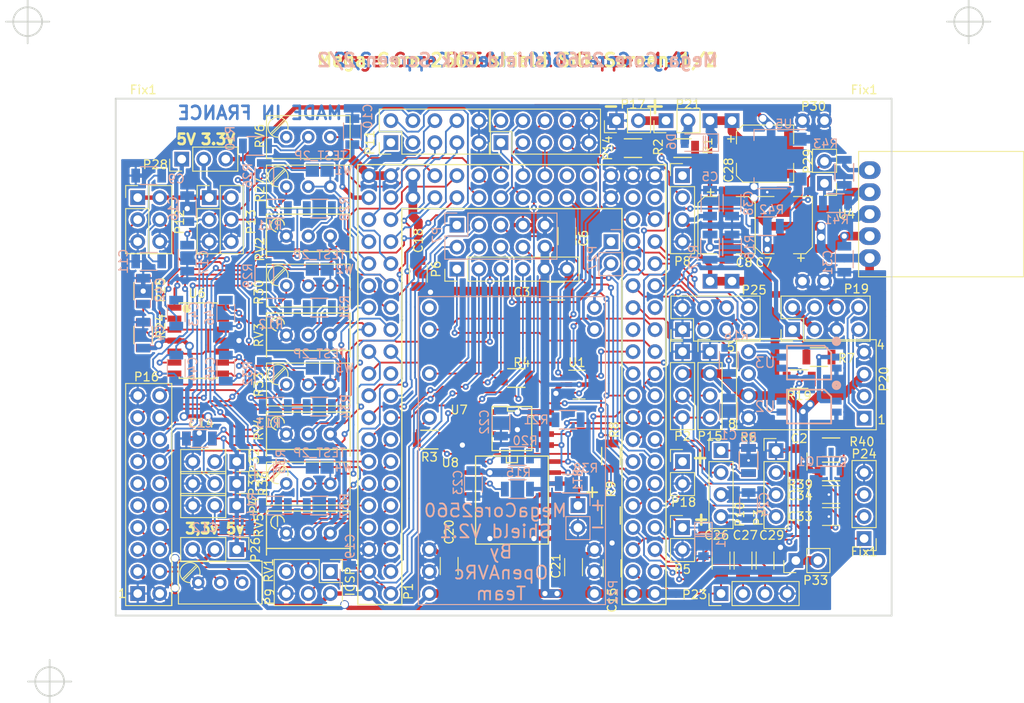
<source format=kicad_pcb>
(kicad_pcb (version 4) (host pcbnew 4.0.7)
  (title_block (date 2018-01-30) (rev 2.1) (comment 1 "Reproduction et commercialisation Interdite") (comment 2 "By Antho.breizh & pierrotm777") (comment 3 "Shield 2560 core mini Full ") (comment 4 "For OPENAVRc"))
  (layers (0 F.Cu signal) (31 B.Cu signal) (34 B.Paste user hide) (35 F.Paste user hide) (36 B.SilkS user) (37 F.SilkS user hide) (38 B.Mask user hide) (39 F.Mask user hide) (44 Edge.Cuts user))
  (net 0 "")
  (net 1 GND)
  (net 2 VCC)
  (net 3 "Net-(P8-Pad1)")
  (net 4 "Net-(P8-Pad2)")
  (net 5 "Net-(P16-Pad5)")
  (net 6 "Net-(P16-Pad18)")
  (net 7 +BATT)
  (net 8 "Net-(P19-Pad2)")
  (net 9 "Net-(R7-Pad2)")
  (net 10 "Net-(R8-Pad2)")
  (net 11 "Net-(P22-PadRX)")
  (net 12 "Net-(P22-PadBUSY)")
  (net 13 "Net-(C42-Pad1)")
  (net 14 "Net-(C43-Pad2)")
  (net 15 "Net-(C44-Pad2)")
  (net 16 "Net-(C45-Pad2)")
  (net 17 "Net-(C46-Pad2)")
  (net 18 "Net-(R28-Pad2)")
  (net 19 "Net-(R31-Pad2)")
  (net 20 "Net-(R34-Pad2)")
  (net 21 "Net-(R37-Pad2)")
  (net 22 "Net-(P18-Pad1)")
  (net 23 "Net-(D1-Pad1)")
  (net 24 "Net-(R11-Pad1)")
  (net 25 "Net-(R12-Pad1)")
  (net 26 "Net-(R13-Pad1)")
  (net 27 "Net-(R14-Pad1)")
  (net 28 "Net-(P22-PadSPK+)")
  (net 29 "Net-(P22-PadSPK-)")
  (net 30 "Net-(P20-Pad5)")
  (net 31 "Net-(P20-Pad6)")
  (net 32 "Net-(R15-Pad1)")
  (net 33 "Net-(R20-Pad1)")
  (net 34 "Net-(BT1-Pad1)")
  (net 35 "Net-(C24-Pad1)")
  (net 36 /OpenAVRc_Sticks/Stick_LVcon)
  (net 37 /OpenAVRc_CoreConnects/VREF)
  (net 38 /OpenAVRc_Sticks/Stick_LHcon)
  (net 39 /OpenAVRc_Sticks/Stick_RHcon)
  (net 40 /OpenAVRc_Sticks/Stick_RVcon)
  (net 41 /OpenAVRc_CoreConnects/Lcd_bla)
  (net 42 /OpenAVRc_CoreConnects/Lcd_rst)
  (net 43 /OpenAVRc_CoreConnects/Lcd_r/w)
  (net 44 /OpenAVRc_CoreConnects/Lcd_cs)
  (net 45 /OpenAVRc_CoreConnects/Lcd_A0)
  (net 46 /OpenAVRc_CoreConnects/Lcd_e)
  (net 47 /OpenAVRc_CoreConnects/Microsd_CS)
  (net 48 /OpenAVRc_CoreConnects/Lcd_db7)
  (net 49 /OpenAVRc_CoreConnects/Lcd_db5)
  (net 50 /OpenAVRc_CoreConnects/Lcd_db3)
  (net 51 /OpenAVRc_CoreConnects/Lcd_db1)
  (net 52 /OpenAVRc_CoreConnects/Isp_rst)
  (net 53 /OpenAVRc_CoreConnects/Sck)
  (net 54 /OpenAVRc_CoreConnects/Miso)
  (net 55 /OpenAVRc_CoreConnects/Mosi)
  (net 56 /OpenAVRc_CoreConnects/Lcd_db0)
  (net 57 /OpenAVRc_CoreConnects/Lcd_db2)
  (net 58 /OpenAVRc_CoreConnects/Lcd_db4)
  (net 59 /OpenAVRc_CoreConnects/Lcd_db6)
  (net 60 /OpenAVRc_Sticks/Power_manches)
  (net 61 /OpenAVRc_CoreConnects/Lcd_vo)
  (net 62 /OpenAVRc_Power/LIPO+)
  (net 63 /OpenAVRc_HF_Telemetry/TX_module)
  (net 64 /OpenAVRc_HF_Telemetry/RX_module)
  (net 65 Pot_3)
  (net 66 Pot_2)
  (net 67 Pot_1)
  (net 68 Rot_1push)
  (net 69 Rot_1B)
  (net 70 Rot_1A)
  (net 71 Rot_2push)
  (net 72 Rot_2B)
  (net 73 Rot_2A)
  (net 74 Stick_RH)
  (net 75 Stick_RV)
  (net 76 Stick_LV)
  (net 77 Stick_LH)
  (net 78 Sw_rudDR)
  (net 79 Sw_id1)
  (net 80 Sw_ailDR)
  (net 81 Sw_gear)
  (net 82 Sw_id2)
  (net 83 Sw_eleDR)
  (net 84 Key_MENU)
  (net 85 Key_RIGHT)
  (net 86 Key_DOWN)
  (net 87 Sw_turn)
  (net 88 Key_LEFT)
  (net 89 Key_UP)
  (net 90 Trim_RH->)
  (net 91 Trim_RV->)
  (net 92 Trim_LV->)
  (net 93 Trim_LH->)
  (net 94 Sw_thcut)
  (net 95 Trim_LH<-)
  (net 96 Trim_LV<-)
  (net 97 Trim_RV<-)
  (net 98 Trim_RH<-)
  (net 99 PPM_in)
  (net 100 Sim_Control)
  (net 101 Xmitter_SCK)
  (net 102 Sda)
  (net 103 Xmitter_MOSI)
  (net 104 JQ6500Data)
  (net 105 Tele_TX)
  (net 106 Key_ESC)
  (net 107 PPM16_SIMout)
  (net 108 Vibreur)
  (net 109 Scl)
  (net 110 Xmitter_MISO)
  (net 111 JQ6500Busy)
  (net 112 Tele_RX)
  (net 113 CS_CYRF6936)
  (net 114 CS_A7105)
  (net 115 CS_NRF24L01)
  (net 116 CS_CC2500)
  (net 117 U_batt)
  (net 118 LCD_VCC)
  (net 119 +3.3V)
  (net 120 Audio_Buzzer_out)
  (net 121 /OpenAVRc_Audio_Haptic/JQ_Left_Out)
  (net 122 BT_Txd1)
  (net 123 BT_Rxd1)
  (net 124 "Net-(Q1-PadG)")
  (net 125 "Net-(P10-Pad1)")
  (net 126 Hold_Power)
  (net 127 "Net-(P29-Pad1)")
  (net 128 "Net-(P29-Pad2)")
  (net 129 "Net-(D6-Pad2)")
  (net 130 "Net-(R10-Pad2)")
  (net 131 "Net-(P19-Pad4)")
  (net 132 "Net-(R19-Pad2)")
  (net 133 Master_PPMout)
  (module MegaCore_Shield:SOP4 (layer B.Cu) (at 220.18752 97.43948 180)
    (fp_text reference U2 (at 5.08 0 180) (layer B.SilkS) (effects (font (size 1.2 1.2)) (justify mirror)))
    (fp_text value TLP290)
    (pad 1 smd rect (at -3.15 0.635 180) (size 1.2 0.8) (layers B.Cu B.Paste B.Mask) (net 9 "Net-(R7-Pad2)"))
    (pad 2 smd rect (at -3.15 -0.635 180) (size 1.2 0.8) (layers B.Cu B.Paste B.Mask) (net 1 GND))
    (pad 3 smd rect (at 3.15 -0.635 180) (size 1.2 0.8) (layers B.Cu B.Paste B.Mask) (net 31 "Net-(P20-Pad6)"))
    (pad 4 smd rect (at 3.15 0.635 180) (size 1.2 0.8) (layers B.Cu B.Paste B.Mask) (net 105 Tele_TX))
  )
  (module Resistors_SMD:R_1206 (layer F.Cu) (at 219.04452 94.26448 180)
    (fp_text reference R19 (at 0 -1.905 180) (layer F.SilkS))
    (fp_text value 220)
    (pad 1 smd rect (at -1.45 0 180) (size 0.9 1.7) (layers F.Cu F.Paste F.Mask) (net 112 Tele_RX))
    (pad 2 smd rect (at 1.45 0 180) (size 0.9 1.7) (layers F.Cu F.Paste F.Mask) (net 132 "Net-(R19-Pad2)"))
  )
  (module Pin_Headers:Pin_Header_Straight_1x02_Pitch2.54mm (layer F.Cu) (at 218.66352 115.21948 90)
    (fp_text reference P33 (at -2.286 2.286 180) (layer F.SilkS))
    (fp_text value 5V_CODERS)
    (pad 1 thru_hole rect (at 0 0 90) (size 1.7 1.7) (drill 1) (layers *.Cu *.Mask) (net 2 VCC))
    (pad 2 thru_hole oval (at 0 2.54 90) (size 1.7 1.7) (drill 1) (layers *.Cu *.Mask) (net 2 VCC))
  )
  (module Resistors_SMD:R_1206 (layer B.Cu) (at 210.91652 92.10548 270)
    (fp_text reference R18 (at -2.921 -0.889 360) (layer B.SilkS) (effects (justify mirror)))
    (fp_text value 200)
    (pad 1 smd rect (at -1.45 0 270) (size 0.9 1.7) (layers B.Cu B.Paste B.Mask) (net 131 "Net-(P19-Pad4)"))
    (pad 2 smd rect (at 1.45 0 270) (size 0.9 1.7) (layers B.Cu B.Paste B.Mask) (net 133 Master_PPMout))
  )
  (module Resistors_SMD:R_1206 (layer B.Cu) (at 156.30652 67.34048)
    (fp_text reference R10 (at -2.921 -0.889 270) (layer B.SilkS) (effects (justify mirror)))
    (fp_text value 100)
    (pad 1 smd rect (at -1.45 0) (size 0.9 1.7) (layers B.Cu B.Paste B.Mask) (net 6 "Net-(P16-Pad18)"))
    (pad 2 smd rect (at 1.45 0) (size 0.9 1.7) (layers B.Cu B.Paste B.Mask) (net 130 "Net-(R10-Pad2)"))
  )
  (module "Mega_2560 core mini_full_2:MountingHole_3.2mm_M3" (layer F.Cu) (at 226.53752 118.39448)
    (fp_text reference Fix1 (at 0 -4.2) (layer F.SilkS))
    (fp_text value MountingHole_3.2mm_M3 hide)
    (pad 1 np_thru_hole circle (at 0 0) (size 3.2 3.2) (drill 3.2) (layers *.Cu *.Mask))
  )
  (module "Mega_2560 core mini_full_2:MountingHole_3.2mm_M3" (layer F.Cu) (at 226.53752 65.05448)
    (fp_text reference Fix1 (at 0 -4.2) (layer F.SilkS))
    (fp_text value MountingHole_3.2mm_M3 hide)
    (pad 1 np_thru_hole circle (at 0 0) (size 3.2 3.2) (drill 3.2) (layers *.Cu *.Mask))
  )
  (module anthoperso:SOP4 (layer B.Cu) (at 220.18752 92.35948 180)
    (fp_text reference U3 (at 5.08 0 180) (layer B.SilkS) (effects (font (size 1.2 1.2)) (justify mirror)))
    (fp_text value TLP290)
    (pad 1 smd rect (at -3.15 0.635 180) (size 1.2 0.8) (layers B.Cu B.Paste B.Mask) (net 9 "Net-(R7-Pad2)"))
    (pad 2 smd rect (at -3.15 -0.635 180) (size 1.2 0.8) (layers B.Cu B.Paste B.Mask) (net 1 GND))
    (pad 3 smd rect (at 3.15 -0.635 180) (size 1.2 0.8) (layers B.Cu B.Paste B.Mask) (net 132 "Net-(R19-Pad2)"))
    (pad 4 smd rect (at 3.15 0.635 180) (size 1.2 0.8) (layers B.Cu B.Paste B.Mask) (net 30 "Net-(P20-Pad5)"))
  )
  (module Resistors_SMD:R_1206 (layer F.Cu) (at 199.86752 67.59448 180)
    (fp_text reference R2 (at -2.921 0.127 450) (layer F.SilkS))
    (fp_text value 1K)
    (pad 1 smd rect (at -1.45 0 180) (size 0.9 1.7) (layers F.Cu F.Paste F.Mask) (net 4 "Net-(P8-Pad2)"))
    (pad 2 smd rect (at 1.45 0 180) (size 0.9 1.7) (layers F.Cu F.Paste F.Mask) (net 121 /OpenAVRc_Audio_Haptic/JQ_Left_Out))
  )
  (module MegaCore_Shield:SOT-23_MOS_P (layer B.Cu) (at 222.72752 103.78948 180)
    (fp_text reference Q1 (at 2.921 0 180) (layer B.SilkS) (effects (justify mirror)))
    (fp_text value BSS84)
    (pad S smd rect (at 0.95 -1.1 180) (size 0.6 1) (layers B.Cu B.Mask) (net 2 VCC))
    (pad D smd rect (at 0 1.1 180) (size 0.6 1) (layers B.Cu B.Mask) (net 35 "Net-(C24-Pad1)"))
    (pad G smd rect (at -0.95 -1.1 180) (size 0.6 1) (layers B.Cu B.Mask) (net 124 "Net-(Q1-PadG)"))
  )
  (module MegaCore_Shield:MiniDCDC3A (layer F.Cu) (at 208.75752 64.41948 270)
    (fp_text reference P30 (at -1.651 -11.938 540) (layer F.SilkS))
    (fp_text value MiniDCDC3A)
    (pad 4 thru_hole rect (at 0 0 270) (size 1.7 1.7) (drill 1) (layers *.Cu *.Mask) (net 7 +BATT))
    (pad 5 thru_hole rect (at 18.542 -0.01 270) (size 1.7 1.7) (drill 1) (layers *.Cu *.Mask) (net 2 VCC))
    (pad 3 thru_hole rect (at 0 -2.54 270) (size 1.7 1.7) (drill 1) (layers *.Cu *.Mask) (net 7 +BATT))
    (pad 6 thru_hole rect (at 18.542 -2.54 270) (size 1.7 1.7) (drill 1) (layers *.Cu *.Mask) (net 2 VCC))
    (pad 2 thru_hole circle (at 0 -10.668 270) (size 1.7 1.7) (drill 1) (layers *.Cu *.Mask) (net 1 GND))
    (pad 7 thru_hole circle (at 18.542 -10.668 270) (size 1.7 1.7) (drill 1) (layers *.Cu *.Mask) (net 1 GND))
    (pad 1 thru_hole circle (at 0 -13.208 270) (size 1.7 1.7) (drill 1) (layers *.Cu *.Mask) (net 1 GND))
    (pad 8 thru_hole circle (at 18.542 -13.208 270) (size 1.7 1.7) (drill 1) (layers *.Cu *.Mask) (net 1 GND))
  )
  (module Pin_Headers:Pin_Header_Straight_1x02_Pitch2.54mm (layer F.Cu) (at 221.96552 71.65848 180)
    (fp_text reference P29 (at 1.905 2.54 270) (layer F.SilkS))
    (fp_text value Sw_On)
    (pad 1 thru_hole rect (at 0 0 180) (size 1.7 1.7) (drill 1) (layers *.Cu *.Mask) (net 127 "Net-(P29-Pad1)"))
    (pad 2 thru_hole oval (at 0 2.54 180) (size 1.7 1.7) (drill 1) (layers *.Cu *.Mask) (net 128 "Net-(P29-Pad2)"))
  )
  (module Diodes_SMD:D_SOD-123 (layer B.Cu) (at 207.99552 113.06048 270)
    (fp_text reference D1 (at -0.254 -2.032 270) (layer B.SilkS) (effects (justify mirror)))
    (fp_text value LL4148)
    (pad 1 smd rect (at -1.65 0 270) (size 0.9 1.2) (layers B.Cu B.Paste B.Mask) (net 23 "Net-(D1-Pad1)"))
    (pad 2 smd rect (at 1.65 0 270) (size 0.9 1.2) (layers B.Cu B.Paste B.Mask) (net 1 GND))
  )
  (module Capacitors_SMD:C_1206 (layer B.Cu) (at 213.20252 108.86948 90)
    (fp_text reference C24 (at 0.127 1.778 90) (layer B.SilkS) (effects (justify mirror)))
    (fp_text value 100nF)
    (pad 1 smd rect (at -1.5 0 90) (size 1 1.6) (layers B.Cu B.Paste B.Mask) (net 35 "Net-(C24-Pad1)"))
    (pad 2 smd rect (at 1.5 0 90) (size 1 1.6) (layers B.Cu B.Paste B.Mask) (net 1 GND))
  )
  (module Resistors_SMD:R_1206 (layer B.Cu) (at 213.20252 103.66248 90)
    (fp_text reference R5 (at 2.667 0 180) (layer B.SilkS) (effects (justify mirror)))
    (fp_text value 4K7)
    (pad 1 smd rect (at -1.45 0 90) (size 0.9 1.7) (layers B.Cu B.Paste B.Mask) (net 122 BT_Txd1))
    (pad 2 smd rect (at 1.45 0 90) (size 0.9 1.7) (layers B.Cu B.Paste B.Mask) (net 1 GND))
  )
  (module Capacitors_SMD:C_1206 (layer B.Cu) (at 210.91652 97.94748 90)
    (fp_text reference C1 (at -2.794 0 360) (layer B.SilkS) (effects (justify mirror)))
    (fp_text value 100nF)
    (pad 1 smd rect (at -1.5 0 90) (size 1 1.6) (layers B.Cu B.Paste B.Mask) (net 1 GND))
    (pad 2 smd rect (at 1.5 0 90) (size 1 1.6) (layers B.Cu B.Paste B.Mask) (net 2 VCC))
  )
  (module Capacitors_SMD:C_1206 (layer B.Cu) (at 224.25152 80.42148 270)
    (fp_text reference C31 (at 0.381 1.905 270) (layer B.SilkS) (effects (justify mirror)))
    (fp_text value 100nF)
    (pad 1 smd rect (at -1.5 0 270) (size 1 1.6) (layers B.Cu B.Paste B.Mask) (net 2 VCC))
    (pad 2 smd rect (at 1.5 0 270) (size 1 1.6) (layers B.Cu B.Paste B.Mask) (net 1 GND))
  )
  (module Resistors_SMD:R_1206 (layer B.Cu) (at 223.23552 73.94448 180)
    (fp_text reference R41 (at -0.127 -1.905 180) (layer B.SilkS) (effects (justify mirror)))
    (fp_text value 33K)
    (pad 1 smd rect (at -1.45 0 180) (size 0.9 1.7) (layers B.Cu B.Paste B.Mask) (net 7 +BATT))
    (pad 2 smd rect (at 1.45 0 180) (size 0.9 1.7) (layers B.Cu B.Paste B.Mask) (net 127 "Net-(P29-Pad1)"))
  )
  (module Resistors_SMD:R_1206 (layer B.Cu) (at 224.25152 70.38848 270)
    (fp_text reference R43 (at -3.302 2.159 360) (layer B.SilkS) (effects (justify mirror)))
    (fp_text value 10K)
    (pad 1 smd rect (at -1.45 0 270) (size 0.9 1.7) (layers B.Cu B.Paste B.Mask) (net 128 "Net-(P29-Pad2)"))
    (pad 2 smd rect (at 1.45 0 270) (size 0.9 1.7) (layers B.Cu B.Paste B.Mask) (net 1 GND))
  )
  (module Resistors_SMD:R_1206 (layer B.Cu) (at 211.29752 79.02448 90)
    (fp_text reference R16 (at 0 2.032 270) (layer B.SilkS) (effects (justify mirror)))
    (fp_text value 2.7K)
    (pad 1 smd rect (at -1.45 0 90) (size 0.9 1.7) (layers B.Cu B.Paste B.Mask) (net 117 U_batt))
    (pad 2 smd rect (at 1.45 0 90) (size 0.9 1.7) (layers B.Cu B.Paste B.Mask) (net 1 GND))
  )
  (module Resistors_SMD:R_1206 (layer B.Cu) (at 208.75752 79.02448 90)
    (fp_text reference R17 (at -1.143 -1.905 270) (layer B.SilkS) (effects (justify mirror)))
    (fp_text value 5.1K)
    (pad 1 smd rect (at -1.45 0 90) (size 0.9 1.7) (layers B.Cu B.Paste B.Mask) (net 117 U_batt))
    (pad 2 smd rect (at 1.45 0 90) (size 0.9 1.7) (layers B.Cu B.Paste B.Mask) (net 7 +BATT))
  )
  (module Resistors_SMD:R_1206 (layer B.Cu) (at 215.36152 76.61148 180)
    (fp_text reference R42 (at -0.508 1.905 180) (layer B.SilkS) (effects (justify mirror)))
    (fp_text value 2.2K)
    (pad 1 smd rect (at -1.45 0 180) (size 0.9 1.7) (layers B.Cu B.Paste B.Mask) (net 128 "Net-(P29-Pad2)"))
    (pad 2 smd rect (at 1.45 0 180) (size 0.9 1.7) (layers B.Cu B.Paste B.Mask) (net 126 Hold_Power))
  )
  (module Capacitors_SMD:C_1206 (layer B.Cu) (at 211.29752 73.94448 270)
    (fp_text reference C38 (at 0 -1.905 270) (layer B.SilkS) (effects (justify mirror)))
    (fp_text value 100nF)
    (pad 1 smd rect (at -1.5 0 270) (size 1 1.6) (layers B.Cu B.Paste B.Mask) (net 119 +3.3V))
    (pad 2 smd rect (at 1.5 0 270) (size 1 1.6) (layers B.Cu B.Paste B.Mask) (net 1 GND))
  )
  (module Capacitors_SMD:C_1206 (layer B.Cu) (at 208.75752 73.94448 270)
    (fp_text reference C5 (at -3.048 0 360) (layer B.SilkS) (effects (justify mirror)))
    (fp_text value 100nF)
    (pad 1 smd rect (at -1.5 0 270) (size 1 1.6) (layers B.Cu B.Paste B.Mask) (net 1 GND))
    (pad 2 smd rect (at 1.5 0 270) (size 1 1.6) (layers B.Cu B.Paste B.Mask) (net 2 VCC))
  )
  (module TO_SOT_Packages_SMD:SOT-223 (layer B.Cu) (at 215.74252 68.86448 180)
    (fp_text reference U5 (at -1.524 4.064 180) (layer B.SilkS) (effects (justify mirror)))
    (fp_text value LD1117S33TR)
    (pad 4 smd rect (at 3.15 0 180) (size 2 3.8) (layers B.Cu B.Paste B.Mask) (net 119 +3.3V))
    (pad 2 smd rect (at -3.15 0 180) (size 2 1.5) (layers B.Cu B.Paste B.Mask) (net 119 +3.3V))
    (pad 3 smd rect (at -3.15 -2.3 180) (size 2 1.5) (layers B.Cu B.Paste B.Mask) (net 2 VCC))
    (pad 1 smd rect (at -3.15 2.3 180) (size 2 1.5) (layers B.Cu B.Paste B.Mask) (net 1 GND))
  )
  (module Diodes_SMD:D_SOD-123 (layer B.Cu) (at 207.48752 66.95948 180)
    (fp_text reference D6 (at 3.175 0.127 270) (layer B.SilkS) (effects (justify mirror)))
    (fp_text value MBR0520)
    (pad 1 smd rect (at -1.65 0 180) (size 0.9 1.2) (layers B.Cu B.Paste B.Mask) (net 7 +BATT))
    (pad 2 smd rect (at 1.65 0 180) (size 0.9 1.2) (layers B.Cu B.Paste B.Mask) (net 129 "Net-(D6-Pad2)"))
  )
  (module Pin_Headers:Pin_Header_Straight_1x02_Pitch2.54mm (layer B.Cu) (at 197.32752 78.38948 180)
    (fp_text reference P27 (at 2.159 -1.905 270) (layer B.SilkS) (effects (justify mirror)))
    (fp_text value HP)
    (pad 1 thru_hole rect (at 0 0 180) (size 1.7 1.7) (drill 1) (layers *.Cu *.Mask) (net 29 "Net-(P22-PadSPK-)"))
    (pad 2 thru_hole oval (at 0 -2.54 180) (size 1.7 1.7) (drill 1) (layers *.Cu *.Mask) (net 28 "Net-(P22-PadSPK+)"))
  )
  (module MegaCore_Shield:Pin_Header_Straight_2x05_Pitch2.54mm (layer B.Cu) (at 179.54752 76.48448 270)
    (fp_text reference P7 (at 1.143 2.286 270) (layer B.SilkS) (effects (justify mirror)))
    (fp_text value SPIX)
    (pad 1 thru_hole rect (at 0 0 270) (size 1.7 1.7) (drill 1) (layers *.Cu *.Mask) (net 116 CS_CC2500))
    (pad 2 thru_hole oval (at 2.54 0 270) (size 1.7 1.7) (drill 1) (layers *.Cu *.Mask) (net 115 CS_NRF24L01))
    (pad 3 thru_hole oval (at 0 -2.54 270) (size 1.7 1.7) (drill 1) (layers *.Cu *.Mask) (net 113 CS_CYRF6936))
    (pad 4 thru_hole oval (at 2.54 -2.54 270) (size 1.7 1.7) (drill 1) (layers *.Cu *.Mask) (net 114 CS_A7105))
    (pad 5 thru_hole oval (at 0 -5.08 270) (size 1.7 1.7) (drill 1) (layers *.Cu *.Mask) (net 110 Xmitter_MISO))
    (pad 6 thru_hole oval (at 2.54 -5.08 270) (size 1.7 1.7) (drill 1) (layers *.Cu *.Mask) (net 101 Xmitter_SCK))
    (pad 7 thru_hole oval (at 0 -7.62 270) (size 1.7 1.7) (drill 1) (layers *.Cu *.Mask) (net 119 +3.3V))
    (pad 8 thru_hole oval (at 2.54 -7.62 270) (size 1.7 1.7) (drill 1) (layers *.Cu *.Mask) (net 103 Xmitter_MOSI))
    (pad 9 thru_hole oval (at 0 -10.16 270) (size 1.7 1.7) (drill 1) (layers *.Cu *.Mask) (net 1 GND))
    (pad 10 thru_hole oval (at 2.54 -10.16 270) (size 1.7 1.7) (drill 1) (layers *.Cu *.Mask) (net 2 VCC))
  )
  (module anthoperso:connector_mini-JQ6500-28P (layer B.Cu) (at 185.26252 83.46948 180)
    (fp_text reference P22 (at -12.319 -35.433 270) (layer B.SilkS) (effects (justify mirror)))
    (fp_text value JQ6500_28P)
    (pad SPK+ thru_hole circle (at -10.16 -2.54 180) (size 1.7 1.7) (drill 1) (layers *.Cu *.Mask) (net 28 "Net-(P22-PadSPK+)"))
    (pad SPK- thru_hole circle (at -10.16 -5.08 180) (size 1.7 1.7) (drill 1) (layers *.Cu *.Mask) (net 29 "Net-(P22-PadSPK-)"))
    (pad DACR thru_hole circle (at 8.89 -2.54 180) (size 1.7 1.7) (drill 1) (layers *.Cu *.Mask))
    (pad DACL thru_hole circle (at 8.89 -5.08 180) (size 1.7 1.7) (drill 1) (layers *.Cu *.Mask) (net 121 /OpenAVRc_Audio_Haptic/JQ_Left_Out))
    (pad RX thru_hole circle (at 8.89 -10.16 180) (size 1.7 1.7) (drill 1) (layers *.Cu *.Mask) (net 11 "Net-(P22-PadRX)"))
    (pad BUSY thru_hole circle (at 8.89 -15.24 180) (size 1.7 1.7) (drill 1) (layers *.Cu *.Mask) (net 12 "Net-(P22-PadBUSY)"))
    (pad GND thru_hole circle (at 8.89 -30.48 180) (size 1.7 1.7) (drill 1) (layers *.Cu *.Mask) (net 1 GND))
    (pad GND thru_hole circle (at 8.89 -33.02 180) (size 1.7 1.7) (drill 1) (layers *.Cu *.Mask) (net 1 GND))
    (pad VCC thru_hole circle (at 8.89 -35.56 180) (size 1.7 1.7) (drill 1) (layers *.Cu *.Mask) (net 2 VCC))
    (pad VCC thru_hole circle (at -10.16 -35.56 180) (size 1.7 1.7) (drill 1) (layers *.Cu *.Mask) (net 2 VCC))
    (pad GND thru_hole circle (at -10.16 -33.02 180) (size 1.7 1.7) (drill 1) (layers *.Cu *.Mask) (net 1 GND))
    (pad GND thru_hole circle (at -10.16 -30.48 180) (size 1.7 1.7) (drill 1) (layers *.Cu *.Mask) (net 1 GND))
  )
  (module anthoperso:R_1206 (layer B.Cu) (at 192.37452 98.96348 180)
    (fp_text reference R21 (at 3.683 0 180) (layer B.SilkS) (effects (justify mirror)))
    (fp_text value 4,7K)
    (pad 1 smd rect (at -1.45 0 180) (size 0.9 1.7) (layers B.Cu B.Paste B.Mask) (net 102 Sda))
    (pad 2 smd rect (at 1.45 0 180) (size 0.9 1.7) (layers B.Cu B.Paste B.Mask) (net 2 VCC))
  )
  (module Capacitors_SMD:C_1206 (layer B.Cu) (at 184.62752 99.34448 270)
    (fp_text reference C22 (at -0.127 1.905 270) (layer B.SilkS) (effects (justify mirror)))
    (fp_text value 100nF)
    (pad 1 smd rect (at -1.5 0 270) (size 1 1.6) (layers B.Cu B.Paste B.Mask) (net 2 VCC))
    (pad 2 smd rect (at 1.5 0 270) (size 1 1.6) (layers B.Cu B.Paste B.Mask) (net 1 GND))
  )
  (module anthoperso:R_1206 (layer B.Cu) (at 186.53252 103.15448)
    (fp_text reference R20 (at 0.889 -1.778) (layer B.SilkS) (effects (justify mirror)))
    (fp_text value 10K)
    (pad 1 smd rect (at -1.45 0) (size 0.9 1.7) (layers B.Cu B.Paste B.Mask) (net 33 "Net-(R20-Pad1)"))
    (pad 2 smd rect (at 1.45 0) (size 0.9 1.7) (layers B.Cu B.Paste B.Mask) (net 2 VCC))
  )
  (module anthoperso:R_1206 (layer B.Cu) (at 192.75552 106.32948 180)
    (fp_text reference R38 (at -1.651 1.778 180) (layer B.SilkS) (effects (justify mirror)))
    (fp_text value 4,7K)
    (pad 1 smd rect (at -1.45 0 180) (size 0.9 1.7) (layers B.Cu B.Paste B.Mask) (net 109 Scl))
    (pad 2 smd rect (at 1.45 0 180) (size 0.9 1.7) (layers B.Cu B.Paste B.Mask) (net 2 VCC))
  )
  (module anthoperso:R_1206 (layer B.Cu) (at 186.53252 106.96448)
    (fp_text reference R15 (at 0.127 -1.905) (layer B.SilkS) (effects (justify mirror)))
    (fp_text value 10K)
    (pad 1 smd rect (at -1.45 0) (size 0.9 1.7) (layers B.Cu B.Paste B.Mask) (net 32 "Net-(R15-Pad1)"))
    (pad 2 smd rect (at 1.45 0) (size 0.9 1.7) (layers B.Cu B.Paste B.Mask) (net 2 VCC))
  )
  (module Capacitors_SMD:C_1206 (layer B.Cu) (at 181.45252 106.32948 270)
    (fp_text reference C23 (at -0.127 1.778 270) (layer B.SilkS) (effects (justify mirror)))
    (fp_text value 100nF)
    (pad 1 smd rect (at -1.5 0 270) (size 1 1.6) (layers B.Cu B.Paste B.Mask) (net 2 VCC))
    (pad 2 smd rect (at 1.5 0 270) (size 1 1.6) (layers B.Cu B.Paste B.Mask) (net 1 GND))
  )
  (module Capacitors_SMD:C_1206 (layer B.Cu) (at 167.10152 117.25148 270)
    (fp_text reference C19 (at -3.683 -0.127 270) (layer B.SilkS) (effects (justify mirror)))
    (fp_text value 100nF)
    (pad 1 smd rect (at -1.5 0 270) (size 1 1.6) (layers B.Cu B.Paste B.Mask) (net 1 GND))
    (pad 2 smd rect (at 1.5 0 270) (size 1 1.6) (layers B.Cu B.Paste B.Mask) (net 2 VCC))
  )
  (module Resistors_SMD:R_1206 (layer B.Cu) (at 157.32252 105.05948 90)
    (fp_text reference R35 (at 1.27 1.905 90) (layer B.SilkS) (effects (justify mirror)))
    (fp_text value 47K)
    (pad 1 smd rect (at -1.45 0 90) (size 0.9 1.7) (layers B.Cu B.Paste B.Mask) (net 17 "Net-(C46-Pad2)"))
    (pad 2 smd rect (at 1.45 0 90) (size 0.9 1.7) (layers B.Cu B.Paste B.Mask) (net 38 /OpenAVRc_Sticks/Stick_LHcon))
  )
  (module Capacitors_SMD:C_1206 (layer B.Cu) (at 154.14752 111.40948)
    (fp_text reference C12 (at -3.683 0 180) (layer B.SilkS) (effects (justify mirror)))
    (fp_text value 100nF)
    (pad 1 smd rect (at -1.5 0) (size 1 1.6) (layers B.Cu B.Paste B.Mask) (net 65 Pot_3))
    (pad 2 smd rect (at 1.5 0) (size 1 1.6) (layers B.Cu B.Paste B.Mask) (net 1 GND))
  )
  (module Capacitors_SMD:C_1206 (layer B.Cu) (at 149.82952 101.12248 180)
    (fp_text reference C13 (at -0.127 1.778 180) (layer B.SilkS) (effects (justify mirror)))
    (fp_text value 100nF)
    (pad 1 smd rect (at -1.5 0 180) (size 1 1.6) (layers B.Cu B.Paste B.Mask) (net 66 Pot_2))
    (pad 2 smd rect (at 1.5 0 180) (size 1 1.6) (layers B.Cu B.Paste B.Mask) (net 1 GND))
  )
  (module Resistors_SMD:R_1206 (layer B.Cu) (at 163.67252 97.43948)
    (fp_text reference R34 (at 3.048 0 90) (layer B.SilkS) (effects (justify mirror)))
    (fp_text value 120K)
    (pad 1 smd rect (at -1.45 0) (size 0.9 1.7) (layers B.Cu B.Paste B.Mask) (net 16 "Net-(C45-Pad2)"))
    (pad 2 smd rect (at 1.45 0) (size 0.9 1.7) (layers B.Cu B.Paste B.Mask) (net 20 "Net-(R34-Pad2)"))
  )
  (module Resistors_SMD:R_1206 (layer B.Cu) (at 157.32252 93.62948 90)
    (fp_text reference R32 (at 0 -1.905 90) (layer B.SilkS) (effects (justify mirror)))
    (fp_text value 47K)
    (pad 1 smd rect (at -1.45 0 90) (size 0.9 1.7) (layers B.Cu B.Paste B.Mask) (net 16 "Net-(C45-Pad2)"))
    (pad 2 smd rect (at 1.45 0 90) (size 0.9 1.7) (layers B.Cu B.Paste B.Mask) (net 36 /OpenAVRc_Sticks/Stick_LVcon))
  )
  (module Capacitors_SMD:C_1206 (layer B.Cu) (at 152.87752 92.99448 90)
    (fp_text reference C45 (at -0.127 -1.778 90) (layer B.SilkS) (effects (justify mirror)))
    (fp_text value 22nF)
    (pad 1 smd rect (at -1.5 0 90) (size 1 1.6) (layers B.Cu B.Paste B.Mask) (net 76 Stick_LV))
    (pad 2 smd rect (at 1.5 0 90) (size 1 1.6) (layers B.Cu B.Paste B.Mask) (net 16 "Net-(C45-Pad2)"))
  )
  (module Capacitors_SMD:C_1206 (layer B.Cu) (at 147.16252 92.99448 90)
    (fp_text reference C44 (at -0.127 1.905 90) (layer B.SilkS) (effects (justify mirror)))
    (fp_text value 22nF)
    (pad 1 smd rect (at -1.5 0 90) (size 1 1.6) (layers B.Cu B.Paste B.Mask) (net 75 Stick_RV))
    (pad 2 smd rect (at 1.5 0 90) (size 1 1.6) (layers B.Cu B.Paste B.Mask) (net 15 "Net-(C44-Pad2)"))
  )
  (module Capacitors_SMD:C_1206 (layer B.Cu) (at 147.16252 86.64448 270)
    (fp_text reference C43 (at 0.127 -2.032 270) (layer B.SilkS) (effects (justify mirror)))
    (fp_text value 22nF)
    (pad 1 smd rect (at -1.5 0 270) (size 1 1.6) (layers B.Cu B.Paste B.Mask) (net 74 Stick_RH))
    (pad 2 smd rect (at 1.5 0 270) (size 1 1.6) (layers B.Cu B.Paste B.Mask) (net 14 "Net-(C43-Pad2)"))
  )
  (module Capacitors_SMD:C_1206 (layer B.Cu) (at 152.87752 86.64448 270)
    (fp_text reference C46 (at 0.0127 1.8923 270) (layer B.SilkS) (effects (justify mirror)))
    (fp_text value 22nF)
    (pad 1 smd rect (at -1.5 0 270) (size 1 1.6) (layers B.Cu B.Paste B.Mask) (net 77 Stick_LH))
    (pad 2 smd rect (at 1.5 0 270) (size 1 1.6) (layers B.Cu B.Paste B.Mask) (net 17 "Net-(C46-Pad2)"))
  )
  (module Resistors_SMD:R_1206 (layer B.Cu) (at 163.67252 86.00948)
    (fp_text reference R31 (at 2.921 0 90) (layer B.SilkS) (effects (justify mirror)))
    (fp_text value 120K)
    (pad 1 smd rect (at -1.45 0) (size 0.9 1.7) (layers B.Cu B.Paste B.Mask) (net 15 "Net-(C44-Pad2)"))
    (pad 2 smd rect (at 1.45 0) (size 0.9 1.7) (layers B.Cu B.Paste B.Mask) (net 19 "Net-(R31-Pad2)"))
  )
  (module Resistors_SMD:R_1206 (layer B.Cu) (at 157.32252 82.19948 90)
    (fp_text reference R29 (at -0.127 -1.905 90) (layer B.SilkS) (effects (justify mirror)))
    (fp_text value 47K)
    (pad 1 smd rect (at -1.45 0 90) (size 0.9 1.7) (layers B.Cu B.Paste B.Mask) (net 15 "Net-(C44-Pad2)"))
    (pad 2 smd rect (at 1.45 0 90) (size 0.9 1.7) (layers B.Cu B.Paste B.Mask) (net 40 /OpenAVRc_Sticks/Stick_RVcon))
  )
  (module Resistors_SMD:R_1206 (layer B.Cu) (at 158.59252 74.57948)
    (fp_text reference R11 (at -0.635 1.905) (layer B.SilkS) (effects (justify mirror)))
    (fp_text value 120K)
    (pad 1 smd rect (at -1.45 0) (size 0.9 1.7) (layers B.Cu B.Paste B.Mask) (net 24 "Net-(R11-Pad1)"))
    (pad 2 smd rect (at 1.45 0) (size 0.9 1.7) (layers B.Cu B.Paste B.Mask) (net 14 "Net-(C43-Pad2)"))
  )
  (module Resistors_SMD:R_1206 (layer B.Cu) (at 163.67252 74.57948)
    (fp_text reference R28 (at 2.921 0 90) (layer B.SilkS) (effects (justify mirror)))
    (fp_text value 120K)
    (pad 1 smd rect (at -1.45 0) (size 0.9 1.7) (layers B.Cu B.Paste B.Mask) (net 14 "Net-(C43-Pad2)"))
    (pad 2 smd rect (at 1.45 0) (size 0.9 1.7) (layers B.Cu B.Paste B.Mask) (net 18 "Net-(R28-Pad2)"))
  )
  (module Capacitors_SMD:C_1206 (layer B.Cu) (at 143.98752 80.67548 180)
    (fp_text reference C11 (at 2.921 0 450) (layer B.SilkS) (effects (justify mirror)))
    (fp_text value 100nF)
    (pad 1 smd rect (at -1.5 0 180) (size 1 1.6) (layers B.Cu B.Paste B.Mask) (net 38 /OpenAVRc_Sticks/Stick_LHcon))
    (pad 2 smd rect (at 1.5 0 180) (size 1 1.6) (layers B.Cu B.Paste B.Mask) (net 1 GND))
  )
  (module Capacitors_SMD:C_1206 (layer B.Cu) (at 143.35252 84.10448 90)
    (fp_text reference C42 (at 0.127 1.905 90) (layer B.SilkS) (effects (justify mirror)))
    (fp_text value 6.8nF)
    (pad 1 smd rect (at -1.5 0 90) (size 1 1.6) (layers B.Cu B.Paste B.Mask) (net 13 "Net-(C42-Pad1)"))
    (pad 2 smd rect (at 1.5 0 90) (size 1 1.6) (layers B.Cu B.Paste B.Mask) (net 1 GND))
  )
  (module Capacitors_SMD:C_1206 (layer B.Cu) (at 148.43252 80.29448 270)
    (fp_text reference C17 (at 0.508 -1.905 270) (layer B.SilkS) (effects (justify mirror)))
    (fp_text value 100nF)
    (pad 1 smd rect (at -1.5 0 270) (size 1 1.6) (layers B.Cu B.Paste B.Mask) (net 40 /OpenAVRc_Sticks/Stick_RVcon))
    (pad 2 smd rect (at 1.5 0 270) (size 1 1.6) (layers B.Cu B.Paste B.Mask) (net 1 GND))
  )
  (module Capacitors_SMD:C_1206 (layer B.Cu) (at 148.43252 74.57948 90)
    (fp_text reference C16 (at 0 -1.651 270) (layer B.SilkS) (effects (justify mirror)))
    (fp_text value 100nF)
    (pad 1 smd rect (at -1.5 0 90) (size 1 1.6) (layers B.Cu B.Paste B.Mask) (net 39 /OpenAVRc_Sticks/Stick_RHcon))
    (pad 2 smd rect (at 1.5 0 90) (size 1 1.6) (layers B.Cu B.Paste B.Mask) (net 1 GND))
  )
  (module Resistors_SMD:R_1206 (layer B.Cu) (at 157.32252 70.76948 90)
    (fp_text reference R26 (at 0 -1.905 90) (layer B.SilkS) (effects (justify mirror)))
    (fp_text value 47K)
    (pad 1 smd rect (at -1.45 0 90) (size 0.9 1.7) (layers B.Cu B.Paste B.Mask) (net 14 "Net-(C43-Pad2)"))
    (pad 2 smd rect (at 1.45 0 90) (size 0.9 1.7) (layers B.Cu B.Paste B.Mask) (net 39 /OpenAVRc_Sticks/Stick_RHcon))
  )
  (module Capacitors_SMD:C_1206 (layer B.Cu) (at 143.98752 70.76948 180)
    (fp_text reference C9 (at -3.175 -0.381 360) (layer B.SilkS) (effects (justify mirror)))
    (fp_text value 100nF)
    (pad 1 smd rect (at -1.5 0 180) (size 1 1.6) (layers B.Cu B.Paste B.Mask) (net 36 /OpenAVRc_Sticks/Stick_LVcon))
    (pad 2 smd rect (at 1.5 0 180) (size 1 1.6) (layers B.Cu B.Paste B.Mask) (net 1 GND))
  )
  (module Resistors_SMD:R_1206 (layer B.Cu) (at 158.59252 86.00948)
    (fp_text reference R12 (at -0.508 1.905) (layer B.SilkS) (effects (justify mirror)))
    (fp_text value 120K)
    (pad 1 smd rect (at -1.45 0) (size 0.9 1.7) (layers B.Cu B.Paste B.Mask) (net 25 "Net-(R12-Pad1)"))
    (pad 2 smd rect (at 1.45 0) (size 0.9 1.7) (layers B.Cu B.Paste B.Mask) (net 15 "Net-(C44-Pad2)"))
  )
  (module Resistors_SMD:R_1206 (layer B.Cu) (at 158.59252 97.43948)
    (fp_text reference R13 (at -0.762 1.905) (layer B.SilkS) (effects (justify mirror)))
    (fp_text value 120K)
    (pad 1 smd rect (at -1.45 0) (size 0.9 1.7) (layers B.Cu B.Paste B.Mask) (net 26 "Net-(R13-Pad1)"))
    (pad 2 smd rect (at 1.45 0) (size 0.9 1.7) (layers B.Cu B.Paste B.Mask) (net 16 "Net-(C45-Pad2)"))
  )
  (module Resistors_SMD:R_1206 (layer B.Cu) (at 163.67252 108.86948)
    (fp_text reference R37 (at 2.921 0 90) (layer B.SilkS) (effects (justify mirror)))
    (fp_text value 120K)
    (pad 1 smd rect (at -1.45 0) (size 0.9 1.7) (layers B.Cu B.Paste B.Mask) (net 17 "Net-(C46-Pad2)"))
    (pad 2 smd rect (at 1.45 0) (size 0.9 1.7) (layers B.Cu B.Paste B.Mask) (net 21 "Net-(R37-Pad2)"))
  )
  (module Resistors_SMD:R_1206 (layer B.Cu) (at 158.59252 108.86948)
    (fp_text reference R14 (at -2.667 -0.127 90) (layer B.SilkS) (effects (justify mirror)))
    (fp_text value 120K)
    (pad 1 smd rect (at -1.45 0) (size 0.9 1.7) (layers B.Cu B.Paste B.Mask) (net 27 "Net-(R14-Pad1)"))
    (pad 2 smd rect (at 1.45 0) (size 0.9 1.7) (layers B.Cu B.Paste B.Mask) (net 17 "Net-(C46-Pad2)"))
  )
  (module Capacitors_SMD:C_1206 (layer F.Cu) (at 222.72752 110.13948 180)
    (fp_text reference C33 (at 3.556 0 180) (layer F.SilkS))
    (fp_text value 100nF)
    (pad 1 smd rect (at -1.5 0 180) (size 1 1.6) (layers F.Cu F.Paste F.Mask) (net 72 Rot_2B))
    (pad 2 smd rect (at 1.5 0 180) (size 1 1.6) (layers F.Cu F.Paste F.Mask) (net 1 GND))
  )
  (module Capacitors_SMD:C_1206 (layer F.Cu) (at 222.72752 107.59948 180)
    (fp_text reference C34 (at 3.556 -0.127 180) (layer F.SilkS))
    (fp_text value 100nF)
    (pad 1 smd rect (at -1.5 0 180) (size 1 1.6) (layers F.Cu F.Paste F.Mask) (net 73 Rot_2A))
    (pad 2 smd rect (at 1.5 0 180) (size 1 1.6) (layers F.Cu F.Paste F.Mask) (net 1 GND))
  )
  (module Resistors_SMD:R_1206 (layer F.Cu) (at 222.72752 104.93248)
    (fp_text reference R39 (at -3.556 1.524 180) (layer F.SilkS))
    (fp_text value 47K)
    (pad 1 smd rect (at -1.45 0) (size 0.9 1.7) (layers F.Cu F.Paste F.Mask) (net 2 VCC))
    (pad 2 smd rect (at 1.45 0) (size 0.9 1.7) (layers F.Cu F.Paste F.Mask) (net 124 "Net-(Q1-PadG)"))
  )
  (module Resistors_SMD:R_1206 (layer F.Cu) (at 222.72752 102.13848)
    (fp_text reference R40 (at 3.556 -0.635 180) (layer F.SilkS))
    (fp_text value 100)
    (pad 1 smd rect (at -1.45 0) (size 0.9 1.7) (layers F.Cu F.Paste F.Mask))
    (pad 2 smd rect (at 1.45 0) (size 0.9 1.7) (layers F.Cu F.Paste F.Mask) (net 124 "Net-(Q1-PadG)"))
  )
  (module Capacitors_SMD:C_1206 (layer F.Cu) (at 218.91752 103.78948 270)
    (fp_text reference C2 (at -2.667 -0.127 540) (layer F.SilkS))
    (fp_text value 100nF)
    (pad 1 smd rect (at -1.5 0 270) (size 1 1.6) (layers F.Cu F.Paste F.Mask) (net 1 GND))
    (pad 2 smd rect (at 1.5 0 270) (size 1 1.6) (layers F.Cu F.Paste F.Mask) (net 2 VCC))
  )
  (module Pin_Headers:Pin_Header_Straight_1x04_Pitch2.54mm (layer F.Cu) (at 226.53752 112.67948 180)
    (fp_text reference P24 (at 0 9.779 360) (layer F.SilkS))
    (fp_text value Rot_2)
    (pad 1 thru_hole rect (at 0 0 180) (size 1.7 1.7) (drill 1) (layers *.Cu *.Mask) (net 71 Rot_2push))
    (pad 2 thru_hole oval (at 0 2.54 180) (size 1.7 1.7) (drill 1) (layers *.Cu *.Mask) (net 72 Rot_2B))
    (pad 3 thru_hole oval (at 0 5.08 180) (size 1.7 1.7) (drill 1) (layers *.Cu *.Mask) (net 73 Rot_2A))
    (pad 4 thru_hole oval (at 0 7.62 180) (size 1.7 1.7) (drill 1) (layers *.Cu *.Mask) (net 1 GND))
  )
  (module anthoperso:Connectors-2560-core (layer F.Cu) (at 187.16752 107.59948 180)
    (fp_text reference P1 (at 13.208 -11.176 450) (layer F.SilkS))
    (fp_text value 2560-core)
    (pad G0 thru_hole circle (at 0 34.29 180) (size 1.7 1.7) (drill 1) (layers *.Cu *.Mask) (net 78 Sw_rudDR))
    (pad D6 thru_hole circle (at -2.54 34.29 180) (size 1.7 1.7) (drill 1) (layers *.Cu *.Mask))
    (pad D4 thru_hole circle (at -5.08 34.29 180) (size 1.7 1.7) (drill 1) (layers *.Cu *.Mask) (net 99 PPM_in))
    (pad NC thru_hole circle (at -7.62 34.29 180) (size 1.7 1.7) (drill 1) (layers *.Cu *.Mask))
    (pad GND thru_hole circle (at -10.16 34.29 180) (size 1.7 1.7) (drill 1) (layers *.Cu *.Mask) (net 1 GND))
    (pad C0 thru_hole circle (at 2.54 34.29 180) (size 1.7 1.7) (drill 1) (layers *.Cu *.Mask) (net 79 Sw_id1))
    (pad C2 thru_hole circle (at 5.08 34.29 180) (size 1.7 1.7) (drill 1) (layers *.Cu *.Mask) (net 41 /OpenAVRc_CoreConnects/Lcd_bla))
    (pad C4 thru_hole circle (at 7.62 34.29 180) (size 1.7 1.7) (drill 1) (layers *.Cu *.Mask) (net 42 /OpenAVRc_CoreConnects/Lcd_rst))
    (pad C6 thru_hole circle (at 10.16 34.29 180) (size 1.7 1.7) (drill 1) (layers *.Cu *.Mask) (net 43 /OpenAVRc_CoreConnects/Lcd_r/w))
    (pad VCC thru_hole circle (at 12.7 34.29 180) (size 1.7 1.7) (drill 1) (layers *.Cu *.Mask) (net 2 VCC))
    (pad GND thru_hole circle (at -10.16 36.83 180) (size 1.7 1.7) (drill 1) (layers *.Cu *.Mask) (net 1 GND))
    (pad G4 thru_hole circle (at -7.62 36.83 180) (size 1.7 1.7) (drill 1) (layers *.Cu *.Mask))
    (pad D5 thru_hole circle (at -5.08 36.83 180) (size 1.7 1.7) (drill 1) (layers *.Cu *.Mask))
    (pad D7 thru_hole circle (at -2.54 36.83 180) (size 1.7 1.7) (drill 1) (layers *.Cu *.Mask) (net 80 Sw_ailDR))
    (pad G1 thru_hole circle (at 0 36.83 180) (size 1.7 1.7) (drill 1) (layers *.Cu *.Mask) (net 81 Sw_gear))
    (pad C1 thru_hole circle (at 2.54 36.83 180) (size 1.7 1.7) (drill 1) (layers *.Cu *.Mask) (net 82 Sw_id2))
    (pad C3 thru_hole circle (at 5.08 36.83 180) (size 1.7 1.7) (drill 1) (layers *.Cu *.Mask) (net 44 /OpenAVRc_CoreConnects/Lcd_cs))
    (pad C5 thru_hole circle (at 7.62 36.83 180) (size 1.7 1.7) (drill 1) (layers *.Cu *.Mask) (net 45 /OpenAVRc_CoreConnects/Lcd_A0))
    (pad C7 thru_hole circle (at 10.16 36.83 180) (size 1.7 1.7) (drill 1) (layers *.Cu *.Mask) (net 46 /OpenAVRc_CoreConnects/Lcd_e))
    (pad VCC thru_hole circle (at 12.7 36.83 180) (size 1.7 1.7) (drill 1) (layers *.Cu *.Mask) (net 2 VCC))
    (pad GND thru_hole circle (at -12.7 36.83 180) (size 1.7 1.7) (drill 1) (layers *.Cu *.Mask) (net 1 GND))
    (pad H7 thru_hole circle (at -12.7 34.29 180) (size 1.7 1.7) (drill 1) (layers *.Cu *.Mask))
    (pad L6 thru_hole circle (at -12.7 31.75 180) (size 1.7 1.7) (drill 1) (layers *.Cu *.Mask) (net 83 Sw_eleDR))
    (pad L4 thru_hole circle (at -12.7 29.21 180) (size 1.7 1.7) (drill 1) (layers *.Cu *.Mask) (net 84 Key_MENU))
    (pad L2 thru_hole circle (at -12.7 26.67 180) (size 1.7 1.7) (drill 1) (layers *.Cu *.Mask) (net 85 Key_RIGHT))
    (pad L0 thru_hole circle (at -12.7 24.13 180) (size 1.7 1.7) (drill 1) (layers *.Cu *.Mask) (net 86 Key_DOWN))
    (pad B6 thru_hole circle (at -12.7 21.59 180) (size 1.7 1.7) (drill 1) (layers *.Cu *.Mask) (net 133 Master_PPMout))
    (pad B4 thru_hole circle (at -12.7 19.05 180) (size 1.7 1.7) (drill 1) (layers *.Cu *.Mask))
    (pad H6 thru_hole circle (at -12.7 16.51 180) (size 1.7 1.7) (drill 1) (layers *.Cu *.Mask) (net 100 Sim_Control))
    (pad H4 thru_hole circle (at -12.7 13.97 180) (size 1.7 1.7) (drill 1) (layers *.Cu *.Mask) (net 126 Hold_Power))
    (pad H2 thru_hole circle (at -12.7 11.43 180) (size 1.7 1.7) (drill 1) (layers *.Cu *.Mask) (net 101 Xmitter_SCK))
    (pad D1 thru_hole circle (at -12.7 8.89 180) (size 1.7 1.7) (drill 1) (layers *.Cu *.Mask) (net 102 Sda))
    (pad D3 thru_hole circle (at -12.7 6.35 180) (size 1.7 1.7) (drill 1) (layers *.Cu *.Mask) (net 122 BT_Txd1))
    (pad H1 thru_hole circle (at -12.7 3.81 180) (size 1.7 1.7) (drill 1) (layers *.Cu *.Mask) (net 103 Xmitter_MOSI))
    (pad J1 thru_hole circle (at -12.7 1.27 180) (size 1.7 1.7) (drill 1) (layers *.Cu *.Mask) (net 104 JQ6500Data))
    (pad E6 thru_hole circle (at -12.7 -1.27 180) (size 1.7 1.7) (drill 1) (layers *.Cu *.Mask) (net 72 Rot_2B))
    (pad E4 thru_hole circle (at -12.7 -3.81 180) (size 1.7 1.7) (drill 1) (layers *.Cu *.Mask) (net 70 Rot_1A))
    (pad E1 thru_hole circle (at -12.7 -6.35 180) (size 1.7 1.7) (drill 1) (layers *.Cu *.Mask) (net 105 Tele_TX))
    (pad G5 thru_hole circle (at -12.7 -8.89 180) (size 1.7 1.7) (drill 1) (layers *.Cu *.Mask) (net 68 Rot_1push))
    (pad VCC thru_hole circle (at -12.7 -11.43 180) (size 1.7 1.7) (drill 1) (layers *.Cu *.Mask) (net 2 VCC))
    (pad GND thru_hole circle (at -15.24 36.83 180) (size 1.7 1.7) (drill 1) (layers *.Cu *.Mask) (net 1 GND))
    (pad G3 thru_hole circle (at -15.24 34.29 180) (size 1.7 1.7) (drill 1) (layers *.Cu *.Mask))
    (pad L7 thru_hole circle (at -15.24 31.75 180) (size 1.7 1.7) (drill 1) (layers *.Cu *.Mask) (net 87 Sw_turn))
    (pad L5 thru_hole circle (at -15.24 29.21 180) (size 1.7 1.7) (drill 1) (layers *.Cu *.Mask) (net 106 Key_ESC))
    (pad L3 thru_hole circle (at -15.24 26.67 180) (size 1.7 1.7) (drill 1) (layers *.Cu *.Mask) (net 88 Key_LEFT))
    (pad L1 thru_hole circle (at -15.24 24.13 180) (size 1.7 1.7) (drill 1) (layers *.Cu *.Mask) (net 89 Key_UP))
    (pad B7 thru_hole circle (at -15.24 21.59 180) (size 1.7 1.7) (drill 1) (layers *.Cu *.Mask))
    (pad B5 thru_hole circle (at -15.24 19.05 180) (size 1.7 1.7) (drill 1) (layers *.Cu *.Mask) (net 107 PPM16_SIMout))
    (pad B0 thru_hole circle (at -15.24 16.51 180) (size 1.7 1.7) (drill 1) (layers *.Cu *.Mask) (net 47 /OpenAVRc_CoreConnects/Microsd_CS))
    (pad H5 thru_hole circle (at -15.24 13.97 180) (size 1.7 1.7) (drill 1) (layers *.Cu *.Mask) (net 108 Vibreur))
    (pad H3 thru_hole circle (at -15.24 11.43 180) (size 1.7 1.7) (drill 1) (layers *.Cu *.Mask) (net 120 Audio_Buzzer_out))
    (pad D0 thru_hole circle (at -15.24 8.89 180) (size 1.7 1.7) (drill 1) (layers *.Cu *.Mask) (net 109 Scl))
    (pad D2 thru_hole circle (at -15.24 6.35 180) (size 1.7 1.7) (drill 1) (layers *.Cu *.Mask) (net 123 BT_Rxd1))
    (pad H0 thru_hole circle (at -15.24 3.81 180) (size 1.7 1.7) (drill 1) (layers *.Cu *.Mask) (net 110 Xmitter_MISO))
    (pad J0 thru_hole circle (at -15.24 1.27 180) (size 1.7 1.7) (drill 1) (layers *.Cu *.Mask) (net 111 JQ6500Busy))
    (pad E7 thru_hole circle (at -15.24 -1.27 180) (size 1.7 1.7) (drill 1) (layers *.Cu *.Mask) (net 73 Rot_2A))
    (pad E5 thru_hole circle (at -15.24 -3.81 180) (size 1.7 1.7) (drill 1) (layers *.Cu *.Mask) (net 69 Rot_1B))
    (pad E3 thru_hole circle (at -15.24 -6.35 180) (size 1.7 1.7) (drill 1) (layers *.Cu *.Mask) (net 71 Rot_2push))
    (pad E0 thru_hole circle (at -15.24 -8.89 180) (size 1.7 1.7) (drill 1) (layers *.Cu *.Mask) (net 112 Tele_RX))
    (pad VCC thru_hole circle (at -15.24 -11.43 180) (size 1.7 1.7) (drill 1) (layers *.Cu *.Mask) (net 2 VCC))
    (pad GND thru_hole circle (at 15.24 36.83 180) (size 1.7 1.7) (drill 1) (layers *.Cu *.Mask) (net 1 GND))
    (pad AC0 thru_hole circle (at 15.24 34.29 180) (size 1.7 1.7) (drill 1) (layers *.Cu *.Mask) (net 90 Trim_RH->))
    (pad AC2 thru_hole circle (at 15.24 31.75 180) (size 1.7 1.7) (drill 1) (layers *.Cu *.Mask) (net 91 Trim_RV->))
    (pad AC4 thru_hole circle (at 15.24 29.21 180) (size 1.7 1.7) (drill 1) (layers *.Cu *.Mask) (net 92 Trim_LV->))
    (pad AC6 thru_hole circle (at 15.24 26.67 180) (size 1.7 1.7) (drill 1) (layers *.Cu *.Mask) (net 93 Trim_LH->))
    (pad AC8 thru_hole circle (at 15.24 24.13 180) (size 1.7 1.7) (drill 1) (layers *.Cu *.Mask) (net 74 Stick_RH))
    (pad AC10 thru_hole circle (at 15.24 21.59 180) (size 1.7 1.7) (drill 1) (layers *.Cu *.Mask) (net 75 Stick_RV))
    (pad AC12 thru_hole circle (at 15.24 19.05 180) (size 1.7 1.7) (drill 1) (layers *.Cu *.Mask) (net 67 Pot_1))
    (pad AC14 thru_hole circle (at 15.24 16.51 180) (size 1.7 1.7) (drill 1) (layers *.Cu *.Mask) (net 65 Pot_3))
    (pad J2 thru_hole circle (at 15.24 13.97 180) (size 1.7 1.7) (drill 1) (layers *.Cu *.Mask))
    (pad J4 thru_hole circle (at 15.24 11.43 180) (size 1.7 1.7) (drill 1) (layers *.Cu *.Mask) (net 113 CS_CYRF6936))
    (pad J6 thru_hole circle (at 15.24 8.89 180) (size 1.7 1.7) (drill 1) (layers *.Cu *.Mask) (net 114 CS_A7105))
    (pad A7 thru_hole circle (at 15.24 6.35 180) (size 1.7 1.7) (drill 1) (layers *.Cu *.Mask) (net 48 /OpenAVRc_CoreConnects/Lcd_db7))
    (pad A5 thru_hole circle (at 15.24 3.81 180) (size 1.7 1.7) (drill 1) (layers *.Cu *.Mask) (net 49 /OpenAVRc_CoreConnects/Lcd_db5))
    (pad A3 thru_hole circle (at 15.24 1.27 180) (size 1.7 1.7) (drill 1) (layers *.Cu *.Mask) (net 50 /OpenAVRc_CoreConnects/Lcd_db3))
    (pad A1 thru_hole circle (at 15.24 -1.27 180) (size 1.7 1.7) (drill 1) (layers *.Cu *.Mask) (net 51 /OpenAVRc_CoreConnects/Lcd_db1))
    (pad J7 thru_hole circle (at 15.24 -3.81 180) (size 1.7 1.7) (drill 1) (layers *.Cu *.Mask))
    (pad RST thru_hole circle (at 15.24 -6.35 180) (size 1.7 1.7) (drill 1) (layers *.Cu *.Mask) (net 52 /OpenAVRc_CoreConnects/Isp_rst))
    (pad B1 thru_hole circle (at 15.24 -8.89 180) (size 1.7 1.7) (drill 1) (layers *.Cu *.Mask) (net 53 /OpenAVRc_CoreConnects/Sck))
    (pad B3 thru_hole circle (at 15.24 -11.43 180) (size 1.7 1.7) (drill 1) (layers *.Cu *.Mask) (net 54 /OpenAVRc_CoreConnects/Miso))
    (pad VCC thru_hole circle (at 17.78 -11.43 180) (size 1.7 1.7) (drill 1) (layers *.Cu *.Mask) (net 2 VCC))
    (pad B2 thru_hole circle (at 17.78 -8.89 180) (size 1.7 1.7) (drill 1) (layers *.Cu *.Mask) (net 55 /OpenAVRc_CoreConnects/Mosi))
    (pad GND thru_hole circle (at 17.78 -6.35 180) (size 1.7 1.7) (drill 1) (layers *.Cu *.Mask) (net 1 GND))
    (pad A0 thru_hole circle (at 17.78 -3.81 180) (size 1.7 1.7) (drill 1) (layers *.Cu *.Mask) (net 56 /OpenAVRc_CoreConnects/Lcd_db0))
    (pad A2 thru_hole circle (at 17.78 -1.27 180) (size 1.7 1.7) (drill 1) (layers *.Cu *.Mask) (net 57 /OpenAVRc_CoreConnects/Lcd_db2))
    (pad A4 thru_hole circle (at 17.78 1.27 180) (size 1.7 1.7) (drill 1) (layers *.Cu *.Mask) (net 58 /OpenAVRc_CoreConnects/Lcd_db4))
    (pad A6 thru_hole circle (at 17.78 3.81 180) (size 1.7 1.7) (drill 1) (layers *.Cu *.Mask) (net 59 /OpenAVRc_CoreConnects/Lcd_db6))
    (pad G2 thru_hole circle (at 17.78 6.35 180) (size 1.7 1.7) (drill 1) (layers *.Cu *.Mask) (net 94 Sw_thcut))
    (pad J5 thru_hole circle (at 17.78 8.89 180) (size 1.7 1.7) (drill 1) (layers *.Cu *.Mask) (net 115 CS_NRF24L01))
    (pad J3 thru_hole circle (at 17.78 11.43 180) (size 1.7 1.7) (drill 1) (layers *.Cu *.Mask) (net 116 CS_CC2500))
    (pad AC15 thru_hole circle (at 17.78 13.97 180) (size 1.7 1.7) (drill 1) (layers *.Cu *.Mask) (net 117 U_batt))
    (pad AC13 thru_hole circle (at 17.78 16.51 180) (size 1.7 1.7) (drill 1) (layers *.Cu *.Mask) (net 66 Pot_2))
    (pad AC11 thru_hole circle (at 17.78 19.05 180) (size 1.7 1.7) (drill 1) (layers *.Cu *.Mask) (net 77 Stick_LH))
    (pad AC9 thru_hole circle (at 17.78 21.59 180) (size 1.7 1.7) (drill 1) (layers *.Cu *.Mask) (net 76 Stick_LV))
    (pad AC7 thru_hole circle (at 17.78 24.13 180) (size 1.7 1.7) (drill 1) (layers *.Cu *.Mask) (net 95 Trim_LH<-))
    (pad AC5 thru_hole circle (at 17.78 26.67 180) (size 1.7 1.7) (drill 1) (layers *.Cu *.Mask) (net 96 Trim_LV<-))
    (pad AC3 thru_hole circle (at 17.78 29.21 180) (size 1.7 1.7) (drill 1) (layers *.Cu *.Mask) (net 97 Trim_RV<-))
    (pad AC1 thru_hole circle (at 17.78 31.75 180) (size 1.7 1.7) (drill 1) (layers *.Cu *.Mask) (net 98 Trim_RH<-))
    (pad VREF thru_hole circle (at 17.78 34.29 180) (size 1.7 1.7) (drill 1) (layers *.Cu *.Mask) (net 37 /OpenAVRc_CoreConnects/VREF))
    (pad GND thru_hole circle (at 17.78 36.83 180) (size 1.7 1.7) (drill 1) (layers *.Cu *.Mask) (net 1 GND))
  )
  (module Pin_Headers:Pin_Header_Straight_1x04_Pitch2.54mm (layer F.Cu) (at 210.02752 119.02948 90)
    (fp_text reference P23 (at -0.127 -3.048 180) (layer F.SilkS))
    (fp_text value Rot_1)
    (pad 1 thru_hole rect (at 0 0 90) (size 1.7 1.7) (drill 1) (layers *.Cu *.Mask) (net 68 Rot_1push))
    (pad 2 thru_hole oval (at 0 2.54 90) (size 1.7 1.7) (drill 1) (layers *.Cu *.Mask) (net 69 Rot_1B))
    (pad 3 thru_hole oval (at 0 5.08 90) (size 1.7 1.7) (drill 1) (layers *.Cu *.Mask) (net 70 Rot_1A))
    (pad 4 thru_hole oval (at 0 7.62 90) (size 1.7 1.7) (drill 1) (layers *.Cu *.Mask) (net 1 GND))
  )
  (module Capacitors_SMD:C_1206 (layer F.Cu) (at 215.10752 115.21948 90)
    (fp_text reference C29 (at 2.921 0.762 180) (layer F.SilkS))
    (fp_text value 100nF)
    (pad 1 smd rect (at -1.5 0 90) (size 1 1.6) (layers F.Cu F.Paste F.Mask) (net 70 Rot_1A))
    (pad 2 smd rect (at 1.5 0 90) (size 1 1.6) (layers F.Cu F.Paste F.Mask) (net 1 GND))
  )
  (module Capacitors_SMD:C_1206 (layer F.Cu) (at 212.56752 115.21948 90)
    (fp_text reference C27 (at 2.921 0.254 180) (layer F.SilkS))
    (fp_text value 100nF)
    (pad 1 smd rect (at -1.5 0 90) (size 1 1.6) (layers F.Cu F.Paste F.Mask) (net 69 Rot_1B))
    (pad 2 smd rect (at 1.5 0 90) (size 1 1.6) (layers F.Cu F.Paste F.Mask) (net 1 GND))
  )
  (module Capacitors_SMD:C_1206 (layer F.Cu) (at 210.02752 115.21948 90)
    (fp_text reference C26 (at 2.921 -0.508 180) (layer F.SilkS))
    (fp_text value 100nF)
    (pad 1 smd rect (at -1.5 0 90) (size 1 1.6) (layers F.Cu F.Paste F.Mask) (net 68 Rot_1push))
    (pad 2 smd rect (at 1.5 0 90) (size 1 1.6) (layers F.Cu F.Paste F.Mask) (net 1 GND))
  )
  (module Pin_Headers:Pin_Header_Straight_1x02_Pitch2.54mm (layer F.Cu) (at 205.58252 111.40948)
    (fp_text reference P5 (at 0 4.826 180) (layer F.SilkS))
    (fp_text value Vibreur)
    (pad 1 thru_hole rect (at 0 0) (size 1.7 1.7) (drill 1) (layers *.Cu *.Mask) (net 23 "Net-(D1-Pad1)"))
    (pad 2 thru_hole oval (at 0 2.54) (size 1.7 1.7) (drill 1) (layers *.Cu *.Mask) (net 1 GND))
  )
  (module Resistors_SMD:R_1206 (layer F.Cu) (at 213.20252 103.66248 90)
    (fp_text reference R6 (at 2.667 0 180) (layer F.SilkS))
    (fp_text value 4K7)
    (pad 1 smd rect (at -1.45 0 90) (size 0.9 1.7) (layers F.Cu F.Paste F.Mask) (net 122 BT_Txd1))
    (pad 2 smd rect (at 1.45 0 90) (size 0.9 1.7) (layers F.Cu F.Paste F.Mask) (net 125 "Net-(P10-Pad1)"))
  )
  (module Pin_Headers:Pin_Header_Straight_1x04_Pitch2.54mm (layer F.Cu) (at 216.37752 102.51948)
    (fp_text reference P3 (at -2.032 7.747 90) (layer F.SilkS))
    (fp_text value Option)
    (pad 1 thru_hole rect (at 0 0) (size 1.7 1.7) (drill 1) (layers *.Cu *.Mask) (net 1 GND))
    (pad 2 thru_hole oval (at 0 2.54) (size 1.7 1.7) (drill 1) (layers *.Cu *.Mask) (net 2 VCC))
    (pad 3 thru_hole oval (at 0 5.08) (size 1.7 1.7) (drill 1) (layers *.Cu *.Mask) (net 102 Sda))
    (pad 4 thru_hole oval (at 0 7.62) (size 1.7 1.7) (drill 1) (layers *.Cu *.Mask) (net 109 Scl))
  )
  (module Pin_Headers:Pin_Header_Straight_1x04_Pitch2.54mm (layer F.Cu) (at 210.02752 102.51948)
    (fp_text reference P10 (at 2.159 7.366 270) (layer F.SilkS))
    (fp_text value RX1TX1)
    (pad 1 thru_hole rect (at 0 0) (size 1.7 1.7) (drill 1) (layers *.Cu *.Mask) (net 125 "Net-(P10-Pad1)"))
    (pad 2 thru_hole oval (at 0 2.54) (size 1.7 1.7) (drill 1) (layers *.Cu *.Mask) (net 123 BT_Rxd1))
    (pad 3 thru_hole oval (at 0 5.08) (size 1.7 1.7) (drill 1) (layers *.Cu *.Mask) (net 1 GND))
    (pad 4 thru_hole oval (at 0 7.62) (size 1.7 1.7) (drill 1) (layers *.Cu *.Mask) (net 35 "Net-(C24-Pad1)"))
  )
  (module Pin_Headers:Pin_Header_Straight_1x02_Pitch2.54mm (layer F.Cu) (at 205.58252 103.78948)
    (fp_text reference P18 (at 0.127 4.699 180) (layer F.SilkS))
    (fp_text value Ecolage)
    (pad 1 thru_hole rect (at 0 0) (size 1.7 1.7) (drill 1) (layers *.Cu *.Mask) (net 22 "Net-(P18-Pad1)"))
    (pad 2 thru_hole oval (at 0 2.54) (size 1.7 1.7) (drill 1) (layers *.Cu *.Mask) (net 1 GND))
  )
  (module Resistors_SMD:R_1206 (layer F.Cu) (at 221.33052 91.72448)
    (fp_text reference R7 (at 3.175 0.127) (layer F.SilkS))
    (fp_text value 470)
    (pad 1 smd rect (at -1.45 0) (size 0.9 1.7) (layers F.Cu F.Paste F.Mask) (net 7 +BATT))
    (pad 2 smd rect (at 1.45 0) (size 0.9 1.7) (layers F.Cu F.Paste F.Mask) (net 9 "Net-(R7-Pad2)"))
  )
  (module Pin_Headers:Pin_Header_Straight_1x04_Pitch2.54mm (layer F.Cu) (at 208.75752 91.08948)
    (fp_text reference P15 (at 0 9.779) (layer F.SilkS))
    (fp_text value LCD_I2C)
    (pad 1 thru_hole rect (at 0 0) (size 1.7 1.7) (drill 1) (layers *.Cu *.Mask) (net 1 GND))
    (pad 2 thru_hole oval (at 0 2.54) (size 1.7 1.7) (drill 1) (layers *.Cu *.Mask) (net 2 VCC))
    (pad 3 thru_hole oval (at 0 5.08) (size 1.7 1.7) (drill 1) (layers *.Cu *.Mask) (net 102 Sda))
    (pad 4 thru_hole oval (at 0 7.62) (size 1.7 1.7) (drill 1) (layers *.Cu *.Mask) (net 109 Scl))
  )
  (module Pin_Headers:Pin_Header_Straight_1x04_Pitch2.54mm (layer F.Cu) (at 205.58252 91.08948)
    (fp_text reference P2 (at 0 9.779 180) (layer F.SilkS))
    (fp_text value Clock)
    (pad 1 thru_hole rect (at 0 0) (size 1.7 1.7) (drill 1) (layers *.Cu *.Mask) (net 1 GND))
    (pad 2 thru_hole oval (at 0 2.54) (size 1.7 1.7) (drill 1) (layers *.Cu *.Mask) (net 2 VCC))
    (pad 3 thru_hole oval (at 0 5.08) (size 1.7 1.7) (drill 1) (layers *.Cu *.Mask) (net 102 Sda))
    (pad 4 thru_hole oval (at 0 7.62) (size 1.7 1.7) (drill 1) (layers *.Cu *.Mask) (net 109 Scl))
  )
  (module MegaCore_Shield:Con_RS232_TTL (layer F.Cu) (at 213.20252 91.08948 270)
    (fp_text reference P20 (at 3.175 -15.621 450) (layer F.SilkS))
    (fp_text value TTL/RS232)
    (fp_text user 8 (at 8.382 1.905 360) (layer F.SilkS))
    (fp_text user 5 (at -0.508 2.032 360) (layer F.SilkS))
    (fp_text user 4 (at -0.762 -15.24 360) (layer F.SilkS))
    (fp_text user 1 (at 7.874 -15.367 360) (layer F.SilkS))
    (pad 4 thru_hole circle (at 0.0635 -13.335 180) (size 1.7 1.7) (drill 1) (layers *.Cu *.Mask) (net 1 GND))
    (pad 3 thru_hole circle (at 2.6035 -13.335 180) (size 1.7 1.7) (drill 1) (layers *.Cu *.Mask) (net 2 VCC))
    (pad 2 thru_hole circle (at 5.1435 -13.335 180) (size 1.7 1.7) (drill 1) (layers *.Cu *.Mask) (net 63 /OpenAVRc_HF_Telemetry/TX_module))
    (pad 1 thru_hole rect (at 7.6835 -13.335 180) (size 1.7 1.7) (drill 1) (layers *.Cu *.Mask) (net 64 /OpenAVRc_HF_Telemetry/RX_module))
    (pad 5 thru_hole circle (at 0.0127 0 180) (size 1.7 1.7) (drill 1) (layers *.Cu *.Mask) (net 30 "Net-(P20-Pad5)"))
    (pad 6 thru_hole circle (at 2.5527 0 180) (size 1.7 1.7) (drill 1) (layers *.Cu *.Mask) (net 31 "Net-(P20-Pad6)"))
    (pad 7 thru_hole circle (at 5.0927 0 180) (size 1.7 1.7) (drill 1) (layers *.Cu *.Mask) (net 2 VCC))
    (pad 8 thru_hole circle (at 7.6327 0 180) (size 1.7 1.7) (drill 1) (layers *.Cu *.Mask) (net 1 GND))
    (pad 8 thru_hole circle (at 7.6327 0 180) (size 1.7 1.7) (drill 1) (layers *.Cu *.Mask) (net 1 GND))
    (pad 7 thru_hole circle (at 5.0927 0 180) (size 1.7 1.7) (drill 1) (layers *.Cu *.Mask) (net 2 VCC))
    (pad 6 thru_hole circle (at 2.5527 0 180) (size 1.7 1.7) (drill 1) (layers *.Cu *.Mask) (net 31 "Net-(P20-Pad6)"))
    (pad 5 thru_hole circle (at 0.0127 0 180) (size 1.7 1.7) (drill 1) (layers *.Cu *.Mask) (net 30 "Net-(P20-Pad5)"))
  )
  (module Pin_Headers:Pin_Header_Straight_1x04_Pitch2.54mm (layer F.Cu) (at 205.58252 70.76948)
    (fp_text reference P8 (at 0 9.906) (layer F.SilkS))
    (fp_text value Audio)
    (pad 1 thru_hole rect (at 0 0) (size 1.7 1.7) (drill 1) (layers *.Cu *.Mask) (net 3 "Net-(P8-Pad1)"))
    (pad 2 thru_hole oval (at 0 2.54) (size 1.7 1.7) (drill 1) (layers *.Cu *.Mask) (net 4 "Net-(P8-Pad2)"))
    (pad 3 thru_hole oval (at 0 5.08) (size 1.7 1.7) (drill 1) (layers *.Cu *.Mask) (net 2 VCC))
    (pad 4 thru_hole oval (at 0 7.62) (size 1.7 1.7) (drill 1) (layers *.Cu *.Mask) (net 1 GND))
  )
  (module Resistors_SMD:R_1206 (layer F.Cu) (at 205.58252 67.59448 180)
    (fp_text reference R1 (at -2.921 0.254 450) (layer F.SilkS))
    (fp_text value 22K)
    (pad 1 smd rect (at -1.45 0 180) (size 0.9 1.7) (layers F.Cu F.Paste F.Mask) (net 3 "Net-(P8-Pad1)"))
    (pad 2 smd rect (at 1.45 0 180) (size 0.9 1.7) (layers F.Cu F.Paste F.Mask) (net 120 Audio_Buzzer_out))
  )
  (module Pin_Headers:Pin_Header_Straight_1x02_Pitch2.54mm (layer F.Cu) (at 203.67752 64.41948 90)
    (fp_text reference P21 (at 1.905 2.54 180) (layer F.SilkS))
    (fp_text value Sw_power)
    (pad 1 thru_hole rect (at 0 0 90) (size 1.7 1.7) (drill 1) (layers *.Cu *.Mask) (net 62 /OpenAVRc_Power/LIPO+))
    (pad 2 thru_hole oval (at 0 2.54 90) (size 1.7 1.7) (drill 1) (layers *.Cu *.Mask) (net 129 "Net-(D6-Pad2)"))
  )
  (module Pin_Headers:Pin_Header_Straight_1x02_Pitch2.54mm (layer F.Cu) (at 197.96252 64.41948 90)
    (fp_text reference P17 (at 1.905 1.905 180) (layer F.SilkS))
    (fp_text value BATT)
    (pad 1 thru_hole rect (at 0 0 90) (size 1.7 1.7) (drill 1) (layers *.Cu *.Mask) (net 1 GND))
    (pad 2 thru_hole oval (at 0 2.54 90) (size 1.7 1.7) (drill 1) (layers *.Cu *.Mask) (net 62 /OpenAVRc_Power/LIPO+))
  )
  (module Pin_Headers:Pin_Header_Straight_1x06_Pitch2.54mm (layer F.Cu) (at 179.54752 81.56448 90)
    (fp_text reference P6 (at 0 -2.39 90) (layer F.SilkS))
    (fp_text value Micro_sd)
    (pad 1 thru_hole rect (at 0 0 90) (size 1.7 1.7) (drill 1) (layers *.Cu *.Mask) (net 47 /OpenAVRc_CoreConnects/Microsd_CS))
    (pad 2 thru_hole oval (at 0 2.54 90) (size 1.7 1.7) (drill 1) (layers *.Cu *.Mask) (net 53 /OpenAVRc_CoreConnects/Sck))
    (pad 3 thru_hole oval (at 0 5.08 90) (size 1.7 1.7) (drill 1) (layers *.Cu *.Mask) (net 55 /OpenAVRc_CoreConnects/Mosi))
    (pad 4 thru_hole oval (at 0 7.62 90) (size 1.7 1.7) (drill 1) (layers *.Cu *.Mask) (net 54 /OpenAVRc_CoreConnects/Miso))
    (pad 5 thru_hole oval (at 0 10.16 90) (size 1.7 1.7) (drill 1) (layers *.Cu *.Mask) (net 2 VCC))
    (pad 6 thru_hole oval (at 0 12.7 90) (size 1.7 1.7) (drill 1) (layers *.Cu *.Mask) (net 1 GND))
  )
  (module Capacitors_SMD:C_1206 (layer F.Cu) (at 197.45452 116.10848 270)
    (fp_text reference C15 (at 3.683 0 270) (layer F.SilkS))
    (fp_text value 100nF)
    (pad 1 smd rect (at -1.5 0 270) (size 1 1.6) (layers F.Cu F.Paste F.Mask) (net 1 GND))
    (pad 2 smd rect (at 1.5 0 270) (size 1 1.6) (layers F.Cu F.Paste F.Mask) (net 2 VCC))
  )
  (module Capacitors_SMD:C_1206 (layer F.Cu) (at 193.00952 115.98148 90)
    (fp_text reference C21 (at 0.127 -2.032 90) (layer F.SilkS))
    (fp_text value 100nF)
    (pad 1 smd rect (at -1.5 0 90) (size 1 1.6) (layers F.Cu F.Paste F.Mask) (net 2 VCC))
    (pad 2 smd rect (at 1.5 0 90) (size 1 1.6) (layers F.Cu F.Paste F.Mask) (net 1 GND))
  )
  (module Capacitors_SMD:C_1206 (layer F.Cu) (at 178.65852 115.85448 90)
    (fp_text reference C20 (at 3.937 0 90) (layer F.SilkS))
    (fp_text value 100nF)
    (pad 1 smd rect (at -1.5 0 90) (size 1 1.6) (layers F.Cu F.Paste F.Mask) (net 2 VCC))
    (pad 2 smd rect (at 1.5 0 90) (size 1 1.6) (layers F.Cu F.Paste F.Mask) (net 1 GND))
  )
  (module MegaCore_Shield:SO-16-DS3231 (layer F.Cu) (at 185.89752 108.23448 270)
    (fp_text reference U8 (at -4.318 7.112 360) (layer F.SilkS))
    (fp_text value DS3231SN)
    (pad 1 smd rect (at -4.445 4.685 270) (size 0.53 1.98) (layers F.Cu F.Paste F.Mask) (net 33 "Net-(R20-Pad1)"))
    (pad 2 smd rect (at -3.175 4.685 270) (size 0.53 1.98) (layers F.Cu F.Paste F.Mask) (net 2 VCC))
    (pad 3 smd rect (at -1.905 4.685 270) (size 0.53 1.98) (layers F.Cu F.Paste F.Mask) (net 32 "Net-(R15-Pad1)"))
    (pad 4 smd rect (at -0.635 4.685 270) (size 0.53 1.98) (layers F.Cu F.Paste F.Mask))
    (pad 5 smd rect (at 0.635 4.685 270) (size 0.53 1.98) (layers F.Cu F.Paste F.Mask) (net 1 GND))
    (pad 6 smd rect (at 1.905 4.685 270) (size 0.53 1.98) (layers F.Cu F.Paste F.Mask) (net 1 GND))
    (pad 7 smd rect (at 3.175 4.685 270) (size 0.53 1.98) (layers F.Cu F.Paste F.Mask) (net 1 GND))
    (pad 8 smd rect (at 4.445 4.685 270) (size 0.53 1.98) (layers F.Cu F.Paste F.Mask) (net 1 GND))
    (pad 9 smd rect (at 4.445 -4.685 270) (size 0.53 1.98) (layers F.Cu F.Paste F.Mask) (net 1 GND))
    (pad 10 smd rect (at 3.175 -4.685 270) (size 0.53 1.98) (layers F.Cu F.Paste F.Mask) (net 1 GND))
    (pad 11 smd rect (at 1.905 -4.685 270) (size 0.53 1.98) (layers F.Cu F.Paste F.Mask) (net 1 GND))
    (pad 12 smd rect (at 0.635 -4.685 270) (size 0.53 1.98) (layers F.Cu F.Paste F.Mask) (net 1 GND))
    (pad 13 smd rect (at -0.635 -4.685 270) (size 0.53 1.98) (layers F.Cu F.Paste F.Mask) (net 1 GND))
    (pad 14 smd rect (at -1.905 -4.685 270) (size 0.53 1.98) (layers F.Cu F.Paste F.Mask) (net 34 "Net-(BT1-Pad1)"))
    (pad 15 smd rect (at -3.175 -4.685 270) (size 0.53 1.98) (layers F.Cu F.Paste F.Mask) (net 102 Sda))
    (pad 16 smd rect (at -4.445 -4.685 270) (size 0.53 1.98) (layers F.Cu F.Paste F.Mask) (net 109 Scl))
  )
  (module Pin_Headers:Pin_Header_Straight_1x02_Pitch2.54mm (layer B.Cu) (at 193.51752 108.86948 180)
    (fp_text reference BT1 (at 0 2.921 450) (layer B.SilkS) (effects (justify mirror)))
    (fp_text value CR2032)
    (pad 1 thru_hole rect (at 0 0 180) (size 1.7 1.7) (drill 1) (layers *.Cu *.Mask) (net 34 "Net-(BT1-Pad1)"))
    (pad 2 thru_hole oval (at 0 -2.54 180) (size 1.7 1.7) (drill 1) (layers *.Cu *.Mask) (net 1 GND))
  )
  (module anthoperso:R_1206 (layer F.Cu) (at 197.32752 110.01248 90)
    (fp_text reference R9 (at 3.048 0 90) (layer F.SilkS))
    (fp_text value 220)
    (pad 1 smd rect (at -1.45 0 90) (size 0.9 1.7) (layers F.Cu F.Paste F.Mask) (net 23 "Net-(D1-Pad1)"))
    (pad 2 smd rect (at 1.45 0 90) (size 0.9 1.7) (layers F.Cu F.Paste F.Mask) (net 108 Vibreur))
  )
  (module Resistors_SMD:R_1206 (layer F.Cu) (at 197.32752 103.15448 90)
    (fp_text reference R8 (at 3.048 0.381 90) (layer F.SilkS))
    (fp_text value 200)
    (pad 1 smd rect (at -1.45 0 90) (size 0.9 1.7) (layers F.Cu F.Paste F.Mask) (net 22 "Net-(P18-Pad1)"))
    (pad 2 smd rect (at 1.45 0 90) (size 0.9 1.7) (layers F.Cu F.Paste F.Mask) (net 10 "Net-(R8-Pad2)"))
  )
  (module Resistors_SMD:R_1206 (layer F.Cu) (at 176.37252 101.24948 180)
    (fp_text reference R3 (at 0 -2.032 180) (layer F.SilkS))
    (fp_text value 18K)
    (pad 1 smd rect (at -1.45 0 180) (size 0.9 1.7) (layers F.Cu F.Paste F.Mask) (net 111 JQ6500Busy))
    (pad 2 smd rect (at 1.45 0 180) (size 0.9 1.7) (layers F.Cu F.Paste F.Mask) (net 12 "Net-(P22-PadBUSY)"))
  )
  (module MegaCore_Shield:SOIC-8-FRAM_DI (layer F.Cu) (at 185.89752 99.97948 270)
    (fp_text reference U7 (at -2.159 6.096 360) (layer F.SilkS))
    (fp_text value FM24W256)
    (pad 8 smd rect (at -1.905 -3.35 270) (size 0.65 3) (layers F.Cu F.Paste F.Mask) (net 2 VCC))
    (pad 7 smd rect (at -0.635 -3.35 270) (size 0.65 3) (layers F.Cu F.Paste F.Mask) (net 1 GND))
    (pad 6 smd rect (at 0.635 -3.35 270) (size 0.65 3) (layers F.Cu F.Paste F.Mask) (net 109 Scl))
    (pad 5 smd rect (at 1.905 -3.35 270) (size 0.65 3) (layers F.Cu F.Paste F.Mask) (net 102 Sda))
    (pad 4 smd rect (at 1.905 3.35 270) (size 0.65 3) (layers F.Cu F.Paste F.Mask) (net 1 GND))
    (pad 3 smd rect (at 0.635 3.35 270) (size 0.65 3) (layers F.Cu F.Paste F.Mask) (net 1 GND))
    (pad 2 smd rect (at -0.635 3.35 270) (size 0.65 3) (layers F.Cu F.Paste F.Mask) (net 1 GND))
    (pad 1 smd rect (at -1.905 3.35 270) (size 0.65 3) (layers F.Cu F.Paste F.Mask) (net 1 GND))
  )
  (module MegaCore_Shield:SOT-457 (layer F.Cu) (at 193.64452 94.89948)
    (fp_text reference U1 (at -0.254 -2.54) (layer F.SilkS))
    (fp_text value 74LVC1G3157GV)
    (pad 1 smd rect (at -1.2 -0.95) (size 0.8 0.55) (layers F.Cu F.Paste F.Mask) (net 99 PPM_in))
    (pad 2 smd rect (at -1.2 0) (size 0.8 0.55) (layers F.Cu F.Paste F.Mask) (net 1 GND))
    (pad 3 smd rect (at -1.2 0.95) (size 0.8 0.55) (layers F.Cu F.Paste F.Mask) (net 107 PPM16_SIMout))
    (pad 4 smd rect (at 1.2 0.95) (size 0.8 0.55) (layers F.Cu F.Paste F.Mask) (net 10 "Net-(R8-Pad2)"))
    (pad 5 smd rect (at 1.2 0) (size 0.8 0.55) (layers F.Cu F.Paste F.Mask) (net 2 VCC))
    (pad 6 smd rect (at 1.2 -0.95) (size 0.8 0.55) (layers F.Cu F.Paste F.Mask) (net 100 Sim_Control))
  )
  (module Resistors_SMD:R_1206 (layer F.Cu) (at 186.40552 94.13748 180)
    (fp_text reference R4 (at -0.635 1.778 180) (layer F.SilkS))
    (fp_text value 1K)
    (pad 1 smd rect (at -1.45 0 180) (size 0.9 1.7) (layers F.Cu F.Paste F.Mask) (net 104 JQ6500Data))
    (pad 2 smd rect (at 1.45 0 180) (size 0.9 1.7) (layers F.Cu F.Paste F.Mask) (net 11 "Net-(P22-PadRX)"))
  )
  (module Pin_Headers:Pin_Header_Straight_1x03_Pitch2.54mm (layer F.Cu) (at 147.79752 68.86448 90)
    (fp_text reference P28 (at -0.635 -3.048 180) (layer F.SilkS))
    (fp_text value "5v/3,3v manches")
    (pad 1 thru_hole rect (at 0 0 90) (size 1.7 1.7) (drill 1) (layers *.Cu *.Mask) (net 2 VCC))
    (pad 2 thru_hole oval (at 0 2.54 90) (size 1.7 1.7) (drill 1) (layers *.Cu *.Mask) (net 60 /OpenAVRc_Sticks/Power_manches))
    (pad 3 thru_hole oval (at 0 5.08 90) (size 1.7 1.7) (drill 1) (layers *.Cu *.Mask) (net 119 +3.3V))
  )
  (module MegaCore_Shield:Pin_Header_Straight_2x03_Pitch2.54mm (layer F.Cu) (at 150.97252 73.30948)
    (fp_text reference P13 (at 4.826 2.794 90) (layer F.SilkS))
    (fp_text value Stick_right)
    (pad 1 thru_hole rect (at 0 0) (size 1.7 1.7) (drill 1) (layers *.Cu *.Mask) (net 60 /OpenAVRc_Sticks/Power_manches))
    (pad 2 thru_hole oval (at 2.54 0) (size 1.7 1.7) (drill 1) (layers *.Cu *.Mask) (net 60 /OpenAVRc_Sticks/Power_manches))
    (pad 3 thru_hole oval (at 0 2.54) (size 1.7 1.7) (drill 1) (layers *.Cu *.Mask) (net 39 /OpenAVRc_Sticks/Stick_RHcon))
    (pad 4 thru_hole oval (at 2.54 2.54) (size 1.7 1.7) (drill 1) (layers *.Cu *.Mask) (net 40 /OpenAVRc_Sticks/Stick_RVcon))
    (pad 5 thru_hole oval (at 0 5.08) (size 1.7 1.7) (drill 1) (layers *.Cu *.Mask) (net 1 GND))
    (pad 6 thru_hole oval (at 2.54 5.08) (size 1.7 1.7) (drill 1) (layers *.Cu *.Mask) (net 1 GND))
  )
  (module MegaCore_Shield:Pin_Header_Straight_2x03_Pitch2.54mm (layer F.Cu) (at 142.71752 73.30948)
    (fp_text reference P12 (at 4.826 2.794 90) (layer F.SilkS))
    (fp_text value Stick_left)
    (pad 1 thru_hole rect (at 0 0) (size 1.7 1.7) (drill 1) (layers *.Cu *.Mask) (net 60 /OpenAVRc_Sticks/Power_manches))
    (pad 2 thru_hole oval (at 2.54 0) (size 1.7 1.7) (drill 1) (layers *.Cu *.Mask) (net 60 /OpenAVRc_Sticks/Power_manches))
    (pad 3 thru_hole oval (at 0 2.54) (size 1.7 1.7) (drill 1) (layers *.Cu *.Mask) (net 36 /OpenAVRc_Sticks/Stick_LVcon))
    (pad 4 thru_hole oval (at 2.54 2.54) (size 1.7 1.7) (drill 1) (layers *.Cu *.Mask) (net 38 /OpenAVRc_Sticks/Stick_LHcon))
    (pad 5 thru_hole oval (at 0 5.08) (size 1.7 1.7) (drill 1) (layers *.Cu *.Mask) (net 1 GND))
    (pad 6 thru_hole oval (at 2.54 5.08) (size 1.7 1.7) (drill 1) (layers *.Cu *.Mask) (net 1 GND))
  )
  (module Resistors_SMD:R_1206 (layer F.Cu) (at 143.35252 84.10448 90)
    (fp_text reference R25 (at 0.127 2.032 90) (layer F.SilkS))
    (fp_text value 39K)
    (pad 1 smd rect (at -1.45 0 90) (size 0.9 1.7) (layers F.Cu F.Paste F.Mask) (net 13 "Net-(C42-Pad1)"))
    (pad 2 smd rect (at 1.45 0 90) (size 0.9 1.7) (layers F.Cu F.Paste F.Mask) (net 1 GND))
  )
  (module Resistors_SMD:R_1206 (layer F.Cu) (at 143.35252 89.18448 90)
    (fp_text reference R24 (at 1.016 2.032 90) (layer F.SilkS))
    (fp_text value 39K)
    (pad 1 smd rect (at -1.45 0 90) (size 0.9 1.7) (layers F.Cu F.Paste F.Mask) (net 2 VCC))
    (pad 2 smd rect (at 1.45 0 90) (size 0.9 1.7) (layers F.Cu F.Paste F.Mask) (net 13 "Net-(C42-Pad1)"))
  )
  (module anthoperso:Pin_Header_Straight_2x10_Pitch2.54mm (layer F.Cu) (at 145.25752 119.02948 180)
    (fp_text reference P16 (at 1.524 25.019 360) (layer F.SilkS))
    (fp_text value LCD)
    (fp_text user 1 (at 4.318 0 180) (layer F.SilkS))
    (pad 1 thru_hole rect (at 2.54 0 180) (size 1.7 1.7) (drill 1) (layers *.Cu *.Mask) (net 1 GND))
    (pad 4 thru_hole oval (at 0 2.54 180) (size 1.7 1.7) (drill 1) (layers *.Cu *.Mask) (net 61 /OpenAVRc_CoreConnects/Lcd_vo))
    (pad 3 thru_hole oval (at 2.54 2.54 180) (size 1.7 1.7) (drill 1) (layers *.Cu *.Mask) (net 118 LCD_VCC))
    (pad 6 thru_hole oval (at 0 5.08 180) (size 1.7 1.7) (drill 1) (layers *.Cu *.Mask) (net 56 /OpenAVRc_CoreConnects/Lcd_db0))
    (pad 5 thru_hole oval (at 2.54 5.08 180) (size 1.7 1.7) (drill 1) (layers *.Cu *.Mask) (net 5 "Net-(P16-Pad5)"))
    (pad 8 thru_hole oval (at 0 7.62 180) (size 1.7 1.7) (drill 1) (layers *.Cu *.Mask) (net 57 /OpenAVRc_CoreConnects/Lcd_db2))
    (pad 7 thru_hole oval (at 2.54 7.62 180) (size 1.7 1.7) (drill 1) (layers *.Cu *.Mask) (net 51 /OpenAVRc_CoreConnects/Lcd_db1))
    (pad 10 thru_hole oval (at 0 10.16 180) (size 1.7 1.7) (drill 1) (layers *.Cu *.Mask) (net 58 /OpenAVRc_CoreConnects/Lcd_db4))
    (pad 9 thru_hole oval (at 2.54 10.16 180) (size 1.7 1.7) (drill 1) (layers *.Cu *.Mask) (net 50 /OpenAVRc_CoreConnects/Lcd_db3))
    (pad 12 thru_hole oval (at 0 12.7 180) (size 1.7 1.7) (drill 1) (layers *.Cu *.Mask) (net 59 /OpenAVRc_CoreConnects/Lcd_db6))
    (pad 11 thru_hole oval (at 2.54 12.7 180) (size 1.7 1.7) (drill 1) (layers *.Cu *.Mask) (net 49 /OpenAVRc_CoreConnects/Lcd_db5))
    (pad 14 thru_hole oval (at 0 15.24 180) (size 1.7 1.7) (drill 1) (layers *.Cu *.Mask) (net 46 /OpenAVRc_CoreConnects/Lcd_e))
    (pad 13 thru_hole oval (at 2.54 15.24 180) (size 1.7 1.7) (drill 1) (layers *.Cu *.Mask) (net 48 /OpenAVRc_CoreConnects/Lcd_db7))
    (pad 16 thru_hole oval (at 0 17.78 180) (size 1.7 1.7) (drill 1) (layers *.Cu *.Mask) (net 45 /OpenAVRc_CoreConnects/Lcd_A0))
    (pad 15 thru_hole oval (at 2.54 17.78 180) (size 1.7 1.7) (drill 1) (layers *.Cu *.Mask) (net 43 /OpenAVRc_CoreConnects/Lcd_r/w))
    (pad 18 thru_hole oval (at 0 20.32 180) (size 1.7 1.7) (drill 1) (layers *.Cu *.Mask) (net 6 "Net-(P16-Pad18)"))
    (pad 17 thru_hole oval (at 2.54 20.32 180) (size 1.7 1.7) (drill 1) (layers *.Cu *.Mask) (net 42 /OpenAVRc_CoreConnects/Lcd_rst))
    (pad 20 thru_hole oval (at 0 22.86 180) (size 1.7 1.7) (drill 1) (layers *.Cu *.Mask) (net 44 /OpenAVRc_CoreConnects/Lcd_cs))
    (pad 19 thru_hole oval (at 2.54 22.86 180) (size 1.7 1.7) (drill 1) (layers *.Cu *.Mask) (net 1 GND))
    (pad 2 thru_hole circle (at 0 0 180) (size 1.7 1.7) (drill 1) (layers *.Cu *.Mask) (net 1 GND))
  )
  (module "Librairie master:SOP14" (layer F.Cu) (at 149.70252 89.81948 270)
    (fp_text reference U6 (at -5.461 0.127 360) (layer F.SilkS))
    (fp_text value MCP604-I/SL)
    (pad 1 smd rect (at -3.80746 2.74828 90) (size 0.6985 1.59766) (layers F.Cu F.Paste F.Mask) (net 74 Stick_RH))
    (pad 2 smd rect (at -2.53746 2.74828 90) (size 0.6985 1.59766) (layers F.Cu F.Paste F.Mask) (net 14 "Net-(C43-Pad2)"))
    (pad 3 smd rect (at -1.26746 2.74828 90) (size 0.6985 1.59766) (layers F.Cu F.Paste F.Mask) (net 13 "Net-(C42-Pad1)"))
    (pad 4 smd rect (at 0 2.74828 90) (size 0.6985 1.59766) (layers F.Cu F.Paste F.Mask) (net 2 VCC))
    (pad 5 smd rect (at 1.26746 2.74828 90) (size 0.6985 1.59766) (layers F.Cu F.Paste F.Mask) (net 13 "Net-(C42-Pad1)"))
    (pad 6 smd rect (at 2.53746 2.74828 90) (size 0.6985 1.59766) (layers F.Cu F.Paste F.Mask) (net 15 "Net-(C44-Pad2)"))
    (pad 7 smd rect (at 3.80746 2.74828 90) (size 0.6985 1.59766) (layers F.Cu F.Paste F.Mask) (net 75 Stick_RV))
    (pad 8 smd rect (at 3.80746 -2.74828 270) (size 0.6985 1.59766) (layers F.Cu F.Paste F.Mask) (net 76 Stick_LV))
    (pad 9 smd rect (at 2.53746 -2.74828 270) (size 0.6985 1.59766) (layers F.Cu F.Paste F.Mask) (net 16 "Net-(C45-Pad2)"))
    (pad 10 smd rect (at 1.26746 -2.74828 270) (size 0.6985 1.59766) (layers F.Cu F.Paste F.Mask) (net 13 "Net-(C42-Pad1)"))
    (pad 11 smd rect (at 0 -2.74828 270) (size 0.6985 1.59766) (layers F.Cu F.Paste F.Mask) (net 1 GND))
    (pad 12 smd rect (at -1.26746 -2.74828 270) (size 0.6985 1.59766) (layers F.Cu F.Paste F.Mask) (net 13 "Net-(C42-Pad1)"))
    (pad 13 smd rect (at -2.53746 -2.74828 270) (size 0.6985 1.59766) (layers F.Cu F.Paste F.Mask) (net 17 "Net-(C46-Pad2)"))
    (pad 14 smd rect (at -3.80746 -2.74828 270) (size 0.6985 1.59766) (layers F.Cu F.Paste F.Mask) (net 77 Stick_LH))
  )
  (module Capacitors_SMD:C_1206 (layer F.Cu) (at 149.82952 101.12248 180)
    (fp_text reference C14 (at -0.254 1.778 180) (layer F.SilkS))
    (fp_text value 100nF)
    (pad 1 smd rect (at -1.5 0 180) (size 1 1.6) (layers F.Cu F.Paste F.Mask) (net 67 Pot_1))
    (pad 2 smd rect (at 1.5 0 180) (size 1 1.6) (layers F.Cu F.Paste F.Mask) (net 1 GND))
  )
  (module Pin_Headers:Pin_Header_Straight_1x03_Pitch2.54mm (layer F.Cu) (at 154.14752 103.78948 270)
    (fp_text reference P32 (at -0.127 -2.032 450) (layer F.SilkS))
    (fp_text value Pot1)
    (pad 1 thru_hole rect (at 0 0 270) (size 1.7 1.7) (drill 1) (layers *.Cu *.Mask) (net 2 VCC))
    (pad 2 thru_hole oval (at 0 2.54 270) (size 1.7 1.7) (drill 1) (layers *.Cu *.Mask) (net 67 Pot_1))
    (pad 3 thru_hole oval (at 0 5.08 270) (size 1.7 1.7) (drill 1) (layers *.Cu *.Mask) (net 1 GND))
  )
  (module Pin_Headers:Pin_Header_Straight_1x03_Pitch2.54mm (layer F.Cu) (at 154.14752 106.32948 270)
    (fp_text reference P31 (at 0 -1.905 450) (layer F.SilkS))
    (fp_text value Pot2)
    (pad 1 thru_hole rect (at 0 0 270) (size 1.7 1.7) (drill 1) (layers *.Cu *.Mask) (net 2 VCC))
    (pad 2 thru_hole oval (at 0 2.54 270) (size 1.7 1.7) (drill 1) (layers *.Cu *.Mask) (net 66 Pot_2))
    (pad 3 thru_hole oval (at 0 5.08 270) (size 1.7 1.7) (drill 1) (layers *.Cu *.Mask) (net 1 GND))
  )
  (module Pin_Headers:Pin_Header_Straight_1x03_Pitch2.54mm (layer F.Cu) (at 154.14752 108.86948 270)
    (fp_text reference P4 (at 0 -2.032 270) (layer F.SilkS))
    (fp_text value Pot3)
    (pad 1 thru_hole rect (at 0 0 270) (size 1.7 1.7) (drill 1) (layers *.Cu *.Mask) (net 2 VCC))
    (pad 2 thru_hole oval (at 0 2.54 270) (size 1.7 1.7) (drill 1) (layers *.Cu *.Mask) (net 65 Pot_3))
    (pad 3 thru_hole oval (at 0 5.08 270) (size 1.7 1.7) (drill 1) (layers *.Cu *.Mask) (net 1 GND))
  )
  (module Pin_Headers:Pin_Header_Straight_1x03_Pitch2.54mm (layer F.Cu) (at 154.14752 113.94948 270)
    (fp_text reference P26 (at 0 -2.159 270) (layer F.SilkS))
    (fp_text value LCD_Alim)
    (pad 1 thru_hole rect (at 0 0 270) (size 1.7 1.7) (drill 1) (layers *.Cu *.Mask) (net 2 VCC))
    (pad 2 thru_hole oval (at 0 2.54 270) (size 1.7 1.7) (drill 1) (layers *.Cu *.Mask) (net 118 LCD_VCC))
    (pad 3 thru_hole oval (at 0 5.08 270) (size 1.7 1.7) (drill 1) (layers *.Cu *.Mask) (net 119 +3.3V))
  )
  (module Potentiometers:Potentiometer_Trimmer_Bourns_3296W (layer F.Cu) (at 149.70252 117.75948 180)
    (fp_text reference RV1 (at -8.128 1.397 450) (layer F.SilkS))
    (fp_text value 10K)
    (pad 1 thru_hole circle (at 0 0 180) (size 1.44 1.44) (drill 0.8) (layers *.Cu *.Mask) (net 1 GND))
    (pad 2 thru_hole circle (at -2.54 0 180) (size 1.44 1.44) (drill 0.8) (layers *.Cu *.Mask) (net 61 /OpenAVRc_CoreConnects/Lcd_vo))
    (pad 3 thru_hole circle (at -5.08 0 180) (size 1.44 1.44) (drill 0.8) (layers *.Cu *.Mask) (net 5 "Net-(P16-Pad5)"))
  )
  (module Pin_Headers:Pin_Header_Straight_2x03_Pitch2.54mm (layer F.Cu) (at 164.94252 116.48948 270)
    (fp_text reference P9 (at 2.921 6.985 270) (layer F.SilkS))
    (fp_text value SPI)
    (pad 1 thru_hole rect (at 0 0 270) (size 1.7 1.7) (drill 1) (layers *.Cu *.Mask) (net 54 /OpenAVRc_CoreConnects/Miso))
    (pad 2 thru_hole oval (at 2.54 0 270) (size 1.7 1.7) (drill 1) (layers *.Cu *.Mask) (net 2 VCC))
    (pad 3 thru_hole oval (at 0 2.54 270) (size 1.7 1.7) (drill 1) (layers *.Cu *.Mask) (net 53 /OpenAVRc_CoreConnects/Sck))
    (pad 4 thru_hole oval (at 2.54 2.54 270) (size 1.7 1.7) (drill 1) (layers *.Cu *.Mask) (net 55 /OpenAVRc_CoreConnects/Mosi))
    (pad 5 thru_hole oval (at 0 5.08 270) (size 1.7 1.7) (drill 1) (layers *.Cu *.Mask) (net 52 /OpenAVRc_CoreConnects/Isp_rst))
    (pad 6 thru_hole oval (at 2.54 5.08 270) (size 1.7 1.7) (drill 1) (layers *.Cu *.Mask) (net 1 GND))
  )
  (module Potentiometers:Potentiometer_Bourns_3296W_3-8Zoll_Inline_ScrewUp (layer F.Cu) (at 159.86252 112.04448 270)
    (fp_text reference RV5 (at -0.889 3.175 270) (layer F.SilkS))
    (fp_text value 100K)
    (pad 2 thru_hole circle (at 0 -2.54 270) (size 1.524 1.524) (drill 0.8128) (layers *.Cu *.Mask) (net 21 "Net-(R37-Pad2)"))
    (pad 3 thru_hole circle (at 0 -5.08 270) (size 1.524 1.524) (drill 0.8128) (layers *.Cu *.Mask) (net 2 VCC))
    (pad 1 thru_hole circle (at 0 0 270) (size 1.524 1.524) (drill 0.8128) (layers *.Cu *.Mask) (net 1 GND))
  )
  (module Potentiometers:Potentiometer_Trimmer_Bourns_3296W (layer F.Cu) (at 159.86252 106.32948 180)
    (fp_text reference R36 (at 2.667 0 450) (layer F.SilkS))
    (fp_text value 100K)
    (pad 1 thru_hole circle (at 0 0 180) (size 1.44 1.44) (drill 0.8) (layers *.Cu *.Mask) (net 27 "Net-(R14-Pad1)"))
    (pad 2 thru_hole circle (at -2.54 0 180) (size 1.44 1.44) (drill 0.8) (layers *.Cu *.Mask) (net 77 Stick_LH))
    (pad 3 thru_hole circle (at -5.08 0 180) (size 1.44 1.44) (drill 0.8) (layers *.Cu *.Mask) (net 77 Stick_LH))
  )
  (module Potentiometers:Potentiometer_Bourns_3296W_3-8Zoll_Inline_ScrewUp (layer F.Cu) (at 159.86252 100.61448 270)
    (fp_text reference RV4 (at -0.635 3.175 270) (layer F.SilkS))
    (fp_text value 100K)
    (pad 2 thru_hole circle (at 0 -2.54 270) (size 1.524 1.524) (drill 0.8128) (layers *.Cu *.Mask) (net 20 "Net-(R34-Pad2)"))
    (pad 3 thru_hole circle (at 0 -5.08 270) (size 1.524 1.524) (drill 0.8128) (layers *.Cu *.Mask) (net 2 VCC))
    (pad 1 thru_hole circle (at 0 0 270) (size 1.524 1.524) (drill 0.8128) (layers *.Cu *.Mask) (net 1 GND))
  )
  (module Potentiometers:Potentiometer_Trimmer_Bourns_3296W (layer F.Cu) (at 159.86252 94.89948 180)
    (fp_text reference R33 (at 3.175 0 270) (layer F.SilkS))
    (fp_text value 100K)
    (pad 1 thru_hole circle (at 0 0 180) (size 1.44 1.44) (drill 0.8) (layers *.Cu *.Mask) (net 26 "Net-(R13-Pad1)"))
    (pad 2 thru_hole circle (at -2.54 0 180) (size 1.44 1.44) (drill 0.8) (layers *.Cu *.Mask) (net 76 Stick_LV))
    (pad 3 thru_hole circle (at -5.08 0 180) (size 1.44 1.44) (drill 0.8) (layers *.Cu *.Mask) (net 76 Stick_LV))
  )
  (module Potentiometers:Potentiometer_Bourns_3296W_3-8Zoll_Inline_ScrewUp (layer F.Cu) (at 159.86252 89.18448 270)
    (fp_text reference RV3 (at 0 3.175 270) (layer F.SilkS))
    (fp_text value 100K)
    (pad 2 thru_hole circle (at 0 -2.54 270) (size 1.524 1.524) (drill 0.8128) (layers *.Cu *.Mask) (net 19 "Net-(R31-Pad2)"))
    (pad 3 thru_hole circle (at 0 -5.08 270) (size 1.524 1.524) (drill 0.8128) (layers *.Cu *.Mask) (net 2 VCC))
    (pad 1 thru_hole circle (at 0 0 270) (size 1.524 1.524) (drill 0.8128) (layers *.Cu *.Mask) (net 1 GND))
  )
  (module Potentiometers:Potentiometer_Trimmer_Bourns_3296W (layer F.Cu) (at 159.86252 83.46948 180)
    (fp_text reference R30 (at 3.175 -0.762 270) (layer F.SilkS))
    (fp_text value 100K)
    (pad 1 thru_hole circle (at 0 0 180) (size 1.44 1.44) (drill 0.8) (layers *.Cu *.Mask) (net 25 "Net-(R12-Pad1)"))
    (pad 2 thru_hole circle (at -2.54 0 180) (size 1.44 1.44) (drill 0.8) (layers *.Cu *.Mask) (net 75 Stick_RV))
    (pad 3 thru_hole circle (at -5.08 0 180) (size 1.44 1.44) (drill 0.8) (layers *.Cu *.Mask) (net 75 Stick_RV))
  )
  (module Potentiometers:Potentiometer_Trimmer_Bourns_3296W (layer F.Cu) (at 159.86252 72.03948 180)
    (fp_text reference R27 (at 3.048 -0.381 270) (layer F.SilkS))
    (fp_text value 100K)
    (pad 1 thru_hole circle (at 0 0 180) (size 1.44 1.44) (drill 0.8) (layers *.Cu *.Mask) (net 24 "Net-(R11-Pad1)"))
    (pad 2 thru_hole circle (at -2.54 0 180) (size 1.44 1.44) (drill 0.8) (layers *.Cu *.Mask) (net 74 Stick_RH))
    (pad 3 thru_hole circle (at -5.08 0 180) (size 1.44 1.44) (drill 0.8) (layers *.Cu *.Mask) (net 74 Stick_RH))
  )
  (module Potentiometers:Potentiometer_Bourns_3296W_3-8Zoll_Inline_ScrewUp (layer F.Cu) (at 159.86252 77.75448 270)
    (fp_text reference RV2 (at 1.524 3.048 450) (layer F.SilkS))
    (fp_text value 100K)
    (pad 2 thru_hole circle (at 0 -2.54 270) (size 1.524 1.524) (drill 0.8128) (layers *.Cu *.Mask) (net 18 "Net-(R28-Pad2)"))
    (pad 3 thru_hole circle (at 0 -5.08 270) (size 1.524 1.524) (drill 0.8128) (layers *.Cu *.Mask) (net 2 VCC))
    (pad 1 thru_hole circle (at 0 0 270) (size 1.524 1.524) (drill 0.8128) (layers *.Cu *.Mask) (net 1 GND))
  )
  (module Potentiometers:Potentiometer_Trimmer_Bourns_3296W (layer F.Cu) (at 159.86252 66.32448 180)
    (fp_text reference RV6 (at 3.048 0.127 270) (layer F.SilkS))
    (fp_text value 500)
    (pad 1 thru_hole circle (at 0 0 180) (size 1.44 1.44) (drill 0.8) (layers *.Cu *.Mask))
    (pad 2 thru_hole circle (at -2.54 0 180) (size 1.44 1.44) (drill 0.8) (layers *.Cu *.Mask) (net 130 "Net-(R10-Pad2)"))
    (pad 3 thru_hole circle (at -5.08 0 180) (size 1.44 1.44) (drill 0.8) (layers *.Cu *.Mask) (net 41 /OpenAVRc_CoreConnects/Lcd_bla))
  )
  (module Capacitors_SMD:C_1206 (layer F.Cu) (at 173.32452 80.80248 90)
    (fp_text reference C18 (at 2.54 1.778 90) (layer F.SilkS))
    (fp_text value 100nF)
    (pad 1 smd rect (at -2.77 1.778 90) (size 1 1.6) (layers F.Cu F.Paste F.Mask) (net 1 GND))
    (pad 2 smd rect (at 0.23 1.778 90) (size 1 1.6) (layers F.Cu F.Paste F.Mask) (net 2 VCC))
  )
  (module Capacitors_SMD:C_1206 (layer F.Cu) (at 190.97752 84.10448 180)
    (fp_text reference C3 (at 3.937 -0.127 360) (layer F.SilkS))
    (fp_text value 100nF)
    (pad 1 smd rect (at -1.5 0 180) (size 1 1.6) (layers F.Cu F.Paste F.Mask) (net 1 GND))
    (pad 2 smd rect (at 1.5 0 180) (size 1 1.6) (layers F.Cu F.Paste F.Mask) (net 2 VCC))
  )
  (module MegaCore_Shield:Pm5033_sil5 (layer F.Cu) (at 227.17252 70.13448)
    (fp_text reference U4 (at -2.667 5.08) (layer F.SilkS))
    (fp_text value PM5033)
    (pad 1 thru_hole oval (at 0 0 90) (size 2.032 2.54) (drill 1.143) (layers *.Cu *.Mask) (net 128 "Net-(P29-Pad2)"))
    (pad 2 thru_hole oval (at 0 2.54 90) (size 2.032 2.54) (drill 1.143) (layers *.Cu *.Mask) (net 7 +BATT))
    (pad 3 thru_hole oval (at 0 5.08 90) (size 2.032 2.54) (drill 1.143) (layers *.Cu *.Mask) (net 1 GND))
    (pad 4 thru_hole oval (at 0 7.62 90) (size 2.032 2.54) (drill 1.143) (layers *.Cu *.Mask) (net 2 VCC))
    (pad 5 thru_hole oval (at 0 10.16 90) (size 2.032 2.54) (drill 1.143) (layers *.Cu *.Mask) (net 119 +3.3V))
  )
  (module Pin_Headers:Pin_Header_Straight_2x04_Pitch2.54mm (layer F.Cu) (at 205.58252 88.54948 90)
    (fp_text reference P25 (at 4.572 8.255 180) (layer F.SilkS))
    (fp_text value Keys)
    (pad 1 thru_hole rect (at 0 0 90) (size 1.7 1.7) (drill 1) (layers *.Cu *.Mask) (net 1 GND))
    (pad 2 thru_hole oval (at 2.54 0 90) (size 1.7 1.7) (drill 1) (layers *.Cu *.Mask) (net 1 GND))
    (pad 3 thru_hole oval (at 0 2.54 90) (size 1.7 1.7) (drill 1) (layers *.Cu *.Mask) (net 89 Key_UP))
    (pad 4 thru_hole oval (at 2.54 2.54 90) (size 1.7 1.7) (drill 1) (layers *.Cu *.Mask) (net 86 Key_DOWN))
    (pad 5 thru_hole oval (at 0 5.08 90) (size 1.7 1.7) (drill 1) (layers *.Cu *.Mask) (net 88 Key_LEFT))
    (pad 6 thru_hole oval (at 2.54 5.08 90) (size 1.7 1.7) (drill 1) (layers *.Cu *.Mask) (net 85 Key_RIGHT))
    (pad 7 thru_hole oval (at 0 7.62 90) (size 1.7 1.7) (drill 1) (layers *.Cu *.Mask) (net 106 Key_ESC))
    (pad 8 thru_hole oval (at 2.54 7.62 90) (size 1.7 1.7) (drill 1) (layers *.Cu *.Mask) (net 84 Key_MENU))
  )
  (module Capacitors_SMD:C_1206 (layer B.Cu) (at 167.48252 65.68948 90)
    (fp_text reference C10 (at 1.778 1.778 90) (layer B.SilkS) (effects (justify mirror)))
    (fp_text value 100nF)
    (pad 1 smd rect (at -1.5 0 90) (size 1 1.6) (layers B.Cu B.Paste B.Mask) (net 37 /OpenAVRc_CoreConnects/VREF))
    (pad 2 smd rect (at 1.5 0 90) (size 1 1.6) (layers B.Cu B.Paste B.Mask) (net 1 GND))
  )
  (module Pin_Headers:Pin_Header_Straight_2x05_Pitch2.54mm (layer F.Cu) (at 171.92752 66.95948 90)
    (fp_text reference P11 (at 0 -2.413 90) (layer F.SilkS))
    (fp_text value Trim)
    (pad 1 thru_hole rect (at 0 0 90) (size 1.7 1.7) (drill 1) (layers *.Cu *.Mask) (net 93 Trim_LH->))
    (pad 2 thru_hole oval (at 2.54 0 90) (size 1.7 1.7) (drill 1) (layers *.Cu *.Mask) (net 95 Trim_LH<-))
    (pad 3 thru_hole oval (at 0 2.54 90) (size 1.7 1.7) (drill 1) (layers *.Cu *.Mask) (net 97 Trim_RV<-))
    (pad 4 thru_hole oval (at 2.54 2.54 90) (size 1.7 1.7) (drill 1) (layers *.Cu *.Mask) (net 96 Trim_LV<-))
    (pad 5 thru_hole oval (at 0 5.08 90) (size 1.7 1.7) (drill 1) (layers *.Cu *.Mask) (net 90 Trim_RH->))
    (pad 6 thru_hole oval (at 2.54 5.08 90) (size 1.7 1.7) (drill 1) (layers *.Cu *.Mask) (net 98 Trim_RH<-))
    (pad 7 thru_hole oval (at 0 7.62 90) (size 1.7 1.7) (drill 1) (layers *.Cu *.Mask) (net 92 Trim_LV->))
    (pad 8 thru_hole oval (at 2.54 7.62 90) (size 1.7 1.7) (drill 1) (layers *.Cu *.Mask) (net 91 Trim_RV->))
    (pad 9 thru_hole oval (at 0 10.16 90) (size 1.7 1.7) (drill 1) (layers *.Cu *.Mask) (net 1 GND))
    (pad 10 thru_hole oval (at 2.54 10.16 90) (size 1.7 1.7) (drill 1) (layers *.Cu *.Mask) (net 1 GND))
  )
  (module Pin_Headers:Pin_Header_Straight_2x05_Pitch2.54mm (layer F.Cu) (at 184.62752 66.95948 90)
    (fp_text reference P14 (at -0.635 12.319 270) (layer F.SilkS))
    (fp_text value Switch)
    (pad 1 thru_hole rect (at 0 0 90) (size 1.7 1.7) (drill 1) (layers *.Cu *.Mask) (net 79 Sw_id1))
    (pad 2 thru_hole oval (at 2.54 0 90) (size 1.7 1.7) (drill 1) (layers *.Cu *.Mask) (net 82 Sw_id2))
    (pad 3 thru_hole oval (at 0 2.54 90) (size 1.7 1.7) (drill 1) (layers *.Cu *.Mask) (net 78 Sw_rudDR))
    (pad 4 thru_hole oval (at 2.54 2.54 90) (size 1.7 1.7) (drill 1) (layers *.Cu *.Mask) (net 81 Sw_gear))
    (pad 5 thru_hole oval (at 0 5.08 90) (size 1.7 1.7) (drill 1) (layers *.Cu *.Mask) (net 80 Sw_ailDR))
    (pad 6 thru_hole oval (at 2.54 5.08 90) (size 1.7 1.7) (drill 1) (layers *.Cu *.Mask) (net 94 Sw_thcut))
    (pad 7 thru_hole oval (at 0 7.62 90) (size 1.7 1.7) (drill 1) (layers *.Cu *.Mask) (net 83 Sw_eleDR))
    (pad 8 thru_hole oval (at 2.54 7.62 90) (size 1.7 1.7) (drill 1) (layers *.Cu *.Mask) (net 87 Sw_turn))
    (pad 9 thru_hole oval (at 0 10.16 90) (size 1.7 1.7) (drill 1) (layers *.Cu *.Mask) (net 1 GND))
    (pad 10 thru_hole oval (at 2.54 10.16 90) (size 1.7 1.7) (drill 1) (layers *.Cu *.Mask) (net 1 GND))
  )
  (module anthoperso:TESTPT (layer B.Cu) (at 163.67252 70.13448 180)
    (fp_text reference W1 (at -2.794 0 180) (layer B.SilkS) (effects (justify mirror)))
    (fp_text value TEST_2P (at -0.127 1.651 180) (layer B.SilkS) (effects (justify mirror)))
    (pad 1 smd rect (at -0.89916 0 180) (size 1.524 1.524) (layers B.Cu B.Paste B.Mask) (net 74 Stick_RH) (clearance 0.14986))
    (pad 2 smd rect (at 0.8001 0 180) (size 1.524 1.524) (layers B.Cu B.Paste B.Mask) (net 39 /OpenAVRc_Sticks/Stick_RHcon) (clearance 0.14986))
  )
  (module anthoperso:TESTPT (layer B.Cu) (at 163.67252 81.56448 180)
    (fp_text reference W2 (at -2.921 0 180) (layer B.SilkS) (effects (justify mirror)))
    (fp_text value TEST_2P (at 0 1.651 180) (layer B.SilkS) (effects (justify mirror)))
    (pad 1 smd rect (at -0.89916 0 180) (size 1.524 1.524) (layers B.Cu B.Paste B.Mask) (net 75 Stick_RV) (clearance 0.14986))
    (pad 2 smd rect (at 0.8001 0 180) (size 1.524 1.524) (layers B.Cu B.Paste B.Mask) (net 40 /OpenAVRc_Sticks/Stick_RVcon) (clearance 0.14986))
  )
  (module anthoperso:TESTPT (layer B.Cu) (at 163.67252 92.99448 180)
    (fp_text reference W3 (at -2.921 0 180) (layer B.SilkS) (effects (justify mirror)))
    (fp_text value TEST_2P (at 0 1.651 180) (layer B.SilkS) (effects (justify mirror)))
    (pad 1 smd rect (at -0.89916 0 180) (size 1.524 1.524) (layers B.Cu B.Paste B.Mask) (net 76 Stick_LV) (clearance 0.14986))
    (pad 2 smd rect (at 0.8001 0 180) (size 1.524 1.524) (layers B.Cu B.Paste B.Mask) (net 36 /OpenAVRc_Sticks/Stick_LVcon) (clearance 0.14986))
  )
  (module anthoperso:TESTPT (layer B.Cu) (at 163.67252 104.42448 180)
    (fp_text reference W4 (at -2.794 0 180) (layer B.SilkS) (effects (justify mirror)))
    (fp_text value TEST_2P (at 0 1.651 180) (layer B.SilkS) (effects (justify mirror)))
    (pad 1 smd rect (at -0.89916 0 180) (size 1.524 1.524) (layers B.Cu B.Paste B.Mask) (net 77 Stick_LH) (clearance 0.14986))
    (pad 2 smd rect (at 0.8001 0 180) (size 1.524 1.524) (layers B.Cu B.Paste B.Mask) (net 38 /OpenAVRc_Sticks/Stick_LHcon) (clearance 0.14986))
  )
  (module Pin_Headers:Pin_Header_Straight_2x04_Pitch2.54mm (layer F.Cu) (at 218.28252 88.54948 90)
    (fp_text reference P19 (at 4.699 7.366 360) (layer F.SilkS))
    (fp_text value Module_TX)
    (pad 1 thru_hole rect (at 0 0 90) (size 1.7 1.7) (drill 1) (layers *.Cu *.Mask) (net 7 +BATT))
    (pad 2 thru_hole oval (at 2.54 0 90) (size 1.7 1.7) (drill 1) (layers *.Cu *.Mask) (net 8 "Net-(P19-Pad2)"))
    (pad 3 thru_hole oval (at 0 2.54 90) (size 1.7 1.7) (drill 1) (layers *.Cu *.Mask) (net 8 "Net-(P19-Pad2)"))
    (pad 4 thru_hole oval (at 2.54 2.54 90) (size 1.7 1.7) (drill 1) (layers *.Cu *.Mask) (net 131 "Net-(P19-Pad4)"))
    (pad 5 thru_hole oval (at 0 5.08 90) (size 1.7 1.7) (drill 1) (layers *.Cu *.Mask) (net 1 GND))
    (pad 6 thru_hole oval (at 2.54 5.08 90) (size 1.7 1.7) (drill 1) (layers *.Cu *.Mask) (net 2 VCC))
    (pad 7 thru_hole oval (at 0 7.62 90) (size 1.7 1.7) (drill 1) (layers *.Cu *.Mask) (net 63 /OpenAVRc_HF_Telemetry/TX_module))
    (pad 8 thru_hole oval (at 2.54 7.62 90) (size 1.7 1.7) (drill 1) (layers *.Cu *.Mask) (net 64 /OpenAVRc_HF_Telemetry/RX_module))
  )
  (module Capacitors_SMD:CP_Elec_6.3x5.3 (layer F.Cu) (at 215.10752 68.22948)
    (fp_text reference C28 (at -4.191 1.905 270) (layer F.SilkS))
    (fp_text value 100µF)
    (fp_text user + (at -3.937 -1.778) (layer F.SilkS))
    (pad 1 smd rect (at -2.7 0 180) (size 3.5 1.6) (layers F.Cu F.Paste F.Mask) (net 7 +BATT))
    (pad 2 smd rect (at 2.7 0 180) (size 3.5 1.6) (layers F.Cu F.Paste F.Mask) (net 1 GND))
  )
  (module Capacitors_SMD:C_1206 (layer B.Cu) (at 143.35252 89.18448 90)
    (fp_text reference C4 (at 0.254 1.905 90) (layer B.SilkS) (effects (justify mirror)))
    (fp_text value 100nF)
    (pad 1 smd rect (at -1.5 0 90) (size 1 1.6) (layers B.Cu B.Paste B.Mask) (net 2 VCC))
    (pad 2 smd rect (at 1.5 0 90) (size 1 1.6) (layers B.Cu B.Paste B.Mask) (net 1 GND))
  )
  (module Capacitors_SMD:C_1206 (layer F.Cu) (at 192.24752 77.75448 90)
    (fp_text reference C6 (at -0.254 1.905 90) (layer F.SilkS))
    (fp_text value 100nF)
    (pad 1 smd rect (at -1.5 0 90) (size 1 1.6) (layers F.Cu F.Paste F.Mask) (net 2 VCC))
    (pad 2 smd rect (at 1.5 0 90) (size 1 1.6) (layers F.Cu F.Paste F.Mask) (net 1 GND))
  )
  (module Capacitors_SMD:CP_Elec_6.3x5.3 (layer F.Cu) (at 217.26652 76.48448 90)
    (fp_text reference C7 (at -4.318 -2.286 180) (layer F.SilkS))
    (fp_text value 100µF)
    (fp_text user + (at -3.81 1.905 90) (layer F.SilkS))
    (pad 1 smd rect (at -2.7 0 270) (size 3.5 1.6) (layers F.Cu F.Paste F.Mask) (net 2 VCC))
    (pad 2 smd rect (at 2.7 0 270) (size 3.5 1.6) (layers F.Cu F.Paste F.Mask) (net 1 GND))
  )
  (module Capacitors_SMD:CP_Elec_6.3x5.3 (layer F.Cu) (at 210.66252 76.48448 270)
    (fp_text reference C8 (at 4.318 -2.032 540) (layer F.SilkS))
    (fp_text value 47µF)
    (fp_text user + (at -3.81 1.905 270) (layer F.SilkS))
    (pad 1 smd rect (at -2.7 0 90) (size 3.5 1.6) (layers F.Cu F.Paste F.Mask) (net 119 +3.3V))
    (pad 2 smd rect (at 2.7 0 90) (size 3.5 1.6) (layers F.Cu F.Paste F.Mask) (net 1 GND))
  )
  (module "Mega_2560 core mini_full_2:MountingHole_3.2mm_M3" (layer F.Cu) (at 143.35252 65.05448)
    (fp_text reference Fix1 (at 0 -4.2) (layer F.SilkS))
    (fp_text value MountingHole_3.2mm_M3 hide)
    (pad 1 np_thru_hole circle (at 0 0) (size 3.2 3.2) (drill 3.2) (layers *.Cu *.Mask))
  )
  (gr_line (start 208.88452 112.17148) (end 207.10652 112.17148) (angle 90) (layer B.SilkS) (width 0.15))
  (gr_line (start 208.88452 112.42548) (end 207.10652 112.42548) (angle 90) (layer B.SilkS) (width 0.15))
  (gr_line (start 207.99552 67.72148) (end 207.99552 66.19748) (angle 90) (layer B.SilkS) (width 0.15))
  (gr_line (start 208.24952 67.72148) (end 208.24952 66.19748) (angle 90) (layer B.SilkS) (width 0.15))
  (gr_text + (at 207.74152 110.39348) (layer F.SilkS) (effects (font (size 1.5 1.5) (thickness 0.3))))
  (gr_text + (at 207.61452 103.28148) (layer F.SilkS) (effects (font (size 1.5 1.5) (thickness 0.3))))
  (gr_text + (at 195.16852 107.21848) (layer F.SilkS) (effects (font (size 1.5 1.5) (thickness 0.21))))
  (gr_text - (at 195.80352 111.28248) (layer B.SilkS) (effects (font (size 1.5 1.5) (thickness 0.21))))
  (gr_text + (at 195.80352 108.74248) (layer B.SilkS) (effects (font (size 1.5 1.5) (thickness 0.21))))
  (gr_text - (at 197.32752 62.89548 180) (layer F.SilkS) (effects (font (size 1.5 1.5) (thickness 0.3))))
  (gr_text + (at 202.40752 62.64148) (layer F.SilkS) (effects (font (size 2 2) (thickness 0.3))))
  (gr_text ICSP (at 167.22852 117.63248 90) (layer F.SilkS) (effects (font (size 1 1))))
  (gr_text "MADE IN FRANCE" (at 156.81452 63.53048) (layer B.Cu) (effects (font (size 1.5 1.5) (thickness 0.3)) (justify mirror)))
  (gr_text "3,3v 5v" (at 151.60752 111.53648) (layer F.SilkS) (effects (font (size 1.2 1.2) (thickness 0.3))))
  (gr_text 3.3V (at 151.98852 66.57848) (layer F.SilkS) (effects (font (size 1.2 1.2) (thickness 0.3))))
  (gr_text 5V (at 148.30552 66.57848) (layer F.SilkS) (effects (font (size 1.2 1.2) (thickness 0.3))))
  (gr_text "Mega Core 2560 shield Silk Screen 1/2" (at 186.53252 57.43448) (layer F.SilkS) (effects (font (size 1.5 1.5) (thickness 0.3))))
  (gr_text "Mega Core 2560 shield Silk Screen 2/2" (at 186.53252 57.43448) (layer B.SilkS) (effects (font (size 1.5 1.5) (thickness 0.3)) (justify mirror)))
  (gr_text "Mega Core 2560 shield Copper 2/2" (at 185.89752 57.43448) (layer B.Cu) (effects (font (size 1.5 1.5) (thickness 0.3)) (justify mirror)))
  (gr_text "Mega Core 2560 shield Copper 1/2" (at 185.89752 57.43448) (layer F.Cu) (effects (font (size 1.5 1.5) (thickness 0.3))))
  (gr_text " By \nOpenAVRc\nTeam\n" (at 184.62752 116.61648) (layer B.SilkS) (effects (font (size 1.5 1.5) (thickness 0.21)) (justify mirror)))
  (gr_text "MegaCore2560\nShield V2.1" (at 183.99252 110.64748) (layer B.SilkS) (effects (font (size 1.5 1.5) (thickness 0.21)) (justify mirror)))
  (target plus (at 130.01752 52.98948) (size 5) (width 0.2) (layer Edge.Cuts))
  (target plus (at 238.60252 52.98948) (size 5) (width 0.2) (layer Edge.Cuts))
  (target plus (at 132.55752 129.18948) (size 5) (width 0.2) (layer Edge.Cuts))
  (gr_line (start 140.17752 61.87948) (end 140.17752 121.56948) (angle 90) (layer Edge.Cuts) (width 0.2))
  (gr_line (start 229.71252 61.87948) (end 140.17752 61.87948) (angle 90) (layer Edge.Cuts) (width 0.2))
  (gr_line (start 229.71252 121.56948) (end 229.71252 61.87948) (angle 90) (layer Edge.Cuts) (width 0.2))
  (gr_line (start 140.17752 121.56948) (end 229.71252 121.56948) (angle 90) (layer Edge.Cuts) (width 0.2))
  (segment (start 223.33752 98.07448) (end 223.33752 99.31948) (width 0.5) (layer B.Cu) (net 1))
  (segment (start 223.33752 99.31948) (end 223.36252 99.34448) (width 0.5) (layer B.Cu) (net 1))
  (segment (start 169.38752 70.76948) (end 166.84752 68.22948) (width 1) (layer F.Cu) (net 1))
  (via (at 164.94252 68.22948) (size 1) (drill 0.6) (layers F.Cu B.Cu) (net 1))
  (segment (start 166.84752 68.22948) (end 164.94252 68.22948) (width 1) (layer F.Cu) (net 1))
  (segment (start 171.92752 70.76948) (end 171.92752 70.51548) (width 0.5) (layer F.Cu) (net 1))
  (segment (start 169.38752 70.76948) (end 171.92752 70.76948) (width 1) (layer F.Cu) (net 1))
  (segment (start 223.33752 92.99448) (end 223.33752 94.11248) (width 0.5) (layer B.Cu) (net 1))
  (segment (start 223.33752 94.11248) (end 223.36252 94.13748) (width 0.5) (layer B.Cu) (net 1))
  (segment (start 174.97552 83.57248) (end 175.84052 83.57248) (width 0.5) (layer F.Cu) (net 1))
  (via (at 176.49952 84.23148) (size 1) (drill 0.6) (layers F.Cu B.Cu) (net 1))
  (segment (start 176.49952 84.23148) (end 175.84052 83.57248) (width 0.5) (layer F.Cu) (net 1))
  (segment (start 217.26652 73.78448) (end 215.83652 73.78448) (width 1) (layer F.Cu) (net 1))
  (via (at 215.36152 72.67448) (size 0.7) (drill 0.3) (layers F.Cu B.Cu) (net 1))
  (segment (start 215.36152 73.30948) (end 215.36152 72.67448) (width 1) (layer F.Cu) (net 1))
  (segment (start 215.83652 73.78448) (end 215.36152 73.30948) (width 1) (layer F.Cu) (net 1))
  (segment (start 227.17252 75.21448) (end 226.15652 75.21448) (width 1) (layer B.Cu) (net 1))
  (segment (start 226.15652 75.21448) (end 225.77552 75.59548) (width 1) (layer B.Cu) (net 1))
  (segment (start 225.77552 75.59548) (end 224.63252 75.59548) (width 1) (layer B.Cu) (net 1))
  (segment (start 210.66252 79.18448) (end 212.21952 79.18448) (width 1) (layer F.Cu) (net 1))
  (via (at 212.94852 81.05648) (size 0.7) (drill 0.3) (layers F.Cu B.Cu) (net 1))
  (segment (start 212.94852 79.91348) (end 212.94852 81.05648) (width 1) (layer F.Cu) (net 1))
  (segment (start 212.21952 79.18448) (end 212.94852 79.91348) (width 1) (layer F.Cu) (net 1))
  (segment (start 192.44452 94.89948) (end 191.61252 94.89948) (width 0.5) (layer F.Cu) (net 1))
  (via (at 190.97752 95.91548) (size 1) (drill 0.6) (layers F.Cu B.Cu) (net 1))
  (segment (start 190.97752 95.53448) (end 190.97752 95.91548) (width 0.5) (layer F.Cu) (net 1))
  (segment (start 191.61252 94.89948) (end 190.97752 95.53448) (width 0.5) (layer F.Cu) (net 1))
  (segment (start 221.69752 66.56448) (end 221.71152 66.57848) (width 1) (layer B.Cu) (net 1))
  (segment (start 218.89252 66.56448) (end 221.69752 66.56448) (width 1) (layer B.Cu) (net 1))
  (via (at 217.26652 64.92748) (size 0.7) (drill 0.3) (layers F.Cu B.Cu) (net 1))
  (segment (start 217.80752 65.46848) (end 217.26652 64.92748) (width 1) (layer F.Cu) (net 1))
  (segment (start 217.80752 68.22948) (end 217.80752 65.46848) (width 1) (layer F.Cu) (net 1))
  (segment (start 213.20252 102.21248) (end 213.20252 103.66248) (width 0.5) (layer B.Cu) (net 1))
  (via (at 213.20252 103.66248) (size 0.7) (drill 0.3) (layers F.Cu B.Cu) (net 1))
  (via (at 154.40152 89.81948) (size 1) (drill 0.6) (layers F.Cu B.Cu) (net 1))
  (segment (start 152.4508 89.81948) (end 154.14752 89.81948) (width 0.5) (layer F.Cu) (net 1))
  (segment (start 154.14752 89.81948) (end 154.40152 89.81948) (width 0.5) (layer F.Cu) (net 1))
  (segment (start 221.22752 107.59948) (end 222.47352 107.59948) (width 0.5) (layer F.Cu) (net 1))
  (via (at 222.47352 107.59948) (size 0.7) (drill 0.3) (layers F.Cu B.Cu) (net 1))
  (segment (start 211.55152 107.59948) (end 210.02752 107.59948) (width 1) (layer B.Cu) (net 1))
  (segment (start 221.22752 110.13948) (end 222.34652 110.13948) (width 0.5) (layer F.Cu) (net 1))
  (via (at 222.47352 110.13948) (size 0.7) (drill 0.3) (layers F.Cu B.Cu) (net 1))
  (segment (start 222.34652 110.13948) (end 222.47352 110.13948) (width 0.5) (layer F.Cu) (net 1))
  (segment (start 223.36252 88.54948) (end 222.21952 88.54948) (width 0.5) (layer B.Cu) (net 1))
  (segment (start 223.36252 88.54948) (end 223.36252 89.94648) (width 0.5) (layer B.Cu) (net 1))
  (segment (start 223.36252 88.54948) (end 223.36252 87.40648) (width 0.5) (layer B.Cu) (net 1))
  (segment (start 192.24752 76.25448) (end 192.01752 76.48448) (width 0.5) (layer F.Cu) (net 1))
  (segment (start 192.01752 76.48448) (end 189.70752 76.48448) (width 0.5) (layer F.Cu) (net 1))
  (segment (start 218.91752 102.28948) (end 217.87752 102.28948) (width 0.5) (layer F.Cu) (net 1))
  (segment (start 217.64752 102.51948) (end 216.37752 102.51948) (width 0.5) (layer F.Cu) (net 1))
  (segment (start 217.87752 102.28948) (end 217.64752 102.51948) (width 0.5) (layer F.Cu) (net 1))
  (segment (start 221.96552 82.96148) (end 222.98152 81.94548) (width 0.5) (layer B.Cu) (net 1))
  (segment (start 221.96552 82.96148) (end 220.94952 83.97748) (width 0.5) (layer B.Cu) (net 1))
  (segment (start 219.42552 82.96148) (end 220.31452 83.85048) (width 0.5) (layer B.Cu) (net 1))
  (segment (start 219.42552 82.96148) (end 218.53652 82.07248) (width 0.5) (layer B.Cu) (net 1))
  (segment (start 221.96552 64.41948) (end 221.07652 65.30848) (width 0.5) (layer B.Cu) (net 1))
  (segment (start 219.42552 64.41948) (end 220.31452 65.30848) (width 0.5) (layer B.Cu) (net 1))
  (segment (start 219.42552 64.41948) (end 218.53652 63.53048) (width 0.5) (layer B.Cu) (net 1))
  (segment (start 221.96552 64.41948) (end 220.94952 63.40348) (width 0.5) (layer B.Cu) (net 1))
  (segment (start 193.00952 114.48148) (end 194.89052 114.48148) (width 0.5) (layer F.Cu) (net 1))
  (segment (start 194.89052 114.48148) (end 195.42252 113.94948) (width 0.5) (layer F.Cu) (net 1))
  (segment (start 176.37252 113.94948) (end 177.00752 113.94948) (width 0.5) (layer F.Cu) (net 1))
  (segment (start 177.00752 113.94948) (end 177.41252 114.35448) (width 0.5) (layer F.Cu) (net 1))
  (segment (start 178.65852 114.35448) (end 177.41252 114.35448) (width 0.5) (layer F.Cu) (net 1))
  (segment (start 197.96252 64.41948) (end 196.56552 64.41948) (width 1) (layer B.Cu) (net 1))
  (segment (start 182.08752 64.41948) (end 182.72252 64.41948) (width 0.5) (layer B.Cu) (net 1))
  (segment (start 189.70752 76.48448) (end 189.70752 77.62748) (width 0.5) (layer B.Cu) (net 1))
  (segment (start 189.70752 76.48448) (end 189.70752 75.21448) (width 0.5) (layer B.Cu) (net 1))
  (segment (start 189.70752 76.48448) (end 190.97752 76.48448) (width 0.5) (layer B.Cu) (net 1))
  (segment (start 221.96552 64.41948) (end 222.60052 63.78448) (width 0.21) (layer B.Cu) (net 1))
  (segment (start 222.60052 63.78448) (end 222.60052 63.27648) (width 0.21) (layer B.Cu) (net 1))
  (segment (start 221.96552 64.41948) (end 221.96552 64.54648) (width 0.21) (layer B.Cu) (net 1))
  (segment (start 221.96552 64.54648) (end 222.60052 65.18148) (width 0.21) (layer B.Cu) (net 1))
  (segment (start 222.60052 65.18148) (end 222.60052 65.43548) (width 0.21) (layer B.Cu) (net 1))
  (segment (start 215.10752 113.71948) (end 215.13152 113.69548) (width 0.5) (layer F.Cu) (net 1))
  (segment (start 215.13152 113.69548) (end 216.88552 113.69548) (width 0.5) (layer F.Cu) (net 1))
  (via (at 216.88552 113.69548) (size 1) (drill 0.6) (layers F.Cu B.Cu) (net 1))
  (segment (start 190.58252 108.86948) (end 188.43752 108.86948) (width 0.5) (layer F.Cu) (net 1))
  (segment (start 190.58252 110.13948) (end 188.43752 110.13948) (width 0.5) (layer F.Cu) (net 1))
  (segment (start 190.58252 111.40948) (end 188.43752 111.40948) (width 0.5) (layer F.Cu) (net 1))
  (segment (start 190.58252 107.59948) (end 189.07252 107.59948) (width 0.5) (layer F.Cu) (net 1))
  (via (at 188.43752 112.67948) (size 1) (drill 0.6) (layers F.Cu B.Cu) (net 1))
  (segment (start 188.43752 112.67948) (end 190.58252 112.67948) (width 0.5) (layer F.Cu) (net 1))
  (segment (start 188.43752 108.23448) (end 188.43752 108.86948) (width 0.5) (layer F.Cu) (net 1))
  (segment (start 188.43752 108.86948) (end 188.43752 110.13948) (width 0.5) (layer F.Cu) (net 1))
  (segment (start 188.43752 110.13948) (end 188.43752 111.40948) (width 0.5) (layer F.Cu) (net 1))
  (segment (start 188.43752 111.40948) (end 188.43752 112.67948) (width 0.5) (layer F.Cu) (net 1))
  (segment (start 189.07252 107.59948) (end 188.43752 108.23448) (width 0.5) (layer F.Cu) (net 1))
  (segment (start 181.21252 111.40948) (end 183.35752 111.40948) (width 0.5) (layer F.Cu) (net 1))
  (segment (start 181.21252 110.13948) (end 183.35752 110.13948) (width 0.5) (layer F.Cu) (net 1))
  (segment (start 181.21252 108.86948) (end 182.72252 108.86948) (width 0.5) (layer F.Cu) (net 1))
  (via (at 183.35752 112.67948) (size 1) (drill 0.6) (layers F.Cu B.Cu) (net 1))
  (segment (start 183.35752 112.67948) (end 181.21252 112.67948) (width 0.5) (layer F.Cu) (net 1))
  (segment (start 183.35752 109.50448) (end 183.35752 110.13948) (width 0.5) (layer F.Cu) (net 1))
  (segment (start 183.35752 110.13948) (end 183.35752 111.40948) (width 0.5) (layer F.Cu) (net 1))
  (segment (start 183.35752 111.40948) (end 183.35752 112.67948) (width 0.5) (layer F.Cu) (net 1))
  (segment (start 182.72252 108.86948) (end 183.35752 109.50448) (width 0.5) (layer F.Cu) (net 1))
  (segment (start 184.62752 100.84448) (end 185.79452 100.84448) (width 0.5) (layer B.Cu) (net 1))
  (segment (start 187.29452 99.34448) (end 189.24752 99.34448) (width 0.5) (layer F.Cu) (net 1))
  (segment (start 186.53252 100.10648) (end 187.29452 99.34448) (width 0.5) (layer F.Cu) (net 1))
  (via (at 186.53252 100.10648) (size 1) (drill 0.6) (layers F.Cu B.Cu) (net 1))
  (segment (start 185.79452 100.84448) (end 186.53252 100.10648) (width 0.5) (layer B.Cu) (net 1))
  (segment (start 182.54752 100.61448) (end 180.18252 100.61448) (width 0.5) (layer F.Cu) (net 1))
  (segment (start 180.18252 100.61448) (end 180.30952 100.61448) (width 0.5) (layer F.Cu) (net 1))
  (segment (start 180.30952 100.61448) (end 180.18252 100.61448) (width 0.5) (layer F.Cu) (net 1))
  (segment (start 182.54752 99.34448) (end 180.18252 99.34448) (width 0.5) (layer F.Cu) (net 1))
  (segment (start 180.18252 99.34448) (end 180.18252 99.47148) (width 0.5) (layer F.Cu) (net 1))
  (segment (start 182.54752 98.07448) (end 180.56352 98.07448) (width 0.5) (layer F.Cu) (net 1))
  (via (at 180.18252 101.88448) (size 1) (drill 0.6) (layers F.Cu B.Cu) (net 1))
  (segment (start 180.18252 101.88448) (end 182.22252 101.88448) (width 0.5) (layer F.Cu) (net 1))
  (segment (start 180.18252 98.45548) (end 180.18252 99.47148) (width 0.5) (layer F.Cu) (net 1))
  (segment (start 180.18252 99.47148) (end 180.18252 100.61448) (width 0.5) (layer F.Cu) (net 1))
  (segment (start 180.18252 100.61448) (end 180.18252 101.88448) (width 0.5) (layer F.Cu) (net 1))
  (segment (start 180.56352 98.07448) (end 180.18252 98.45548) (width 0.5) (layer F.Cu) (net 1))
  (segment (start 167.10152 115.75148) (end 167.10152 114.83848) (width 0.5) (layer B.Cu) (net 1))
  (segment (start 167.10152 114.71148) (end 167.86352 113.94948) (width 0.5) (layer B.Cu) (net 1))
  (segment (start 167.10152 114.83848) (end 167.10152 114.71148) (width 0.5) (layer B.Cu) (net 1))
  (segment (start 197.45452 114.60848) (end 197.45452 113.18748) (width 0.5) (layer F.Cu) (net 1))
  (via (at 197.45452 113.18748) (size 1) (drill 0.6) (layers F.Cu B.Cu) (net 1))
  (segment (start 148.32952 101.12248) (end 149.19452 101.12248) (width 0.5) (layer F.Cu) (net 1))
  (via (at 149.82952 100.48748) (size 1) (drill 0.6) (layers F.Cu B.Cu) (net 1))
  (segment (start 149.19452 101.12248) (end 149.82952 100.48748) (width 0.5) (layer F.Cu) (net 1))
  (segment (start 153.51252 78.38948) (end 153.63952 78.38948) (width 0.21) (layer B.Cu) (net 1))
  (segment (start 153.63952 78.38948) (end 154.40152 77.62748) (width 0.21) (layer B.Cu) (net 1))
  (segment (start 142.71752 78.38948) (end 142.71752 78.51648) (width 0.21) (layer B.Cu) (net 1))
  (segment (start 142.71752 78.38948) (end 142.59052 78.38948) (width 0.21) (layer B.Cu) (net 1))
  (segment (start 145.25752 78.38948) (end 145.25752 78.51648) (width 0.21) (layer B.Cu) (net 1))
  (segment (start 145.25752 78.51648) (end 146.01952 79.27848) (width 0.21) (layer B.Cu) (net 1))
  (segment (start 142.48752 70.76948) (end 143.47952 70.76948) (width 0.5) (layer B.Cu) (net 1))
  (segment (start 143.47952 70.76948) (end 143.98752 70.26148) (width 0.5) (layer B.Cu) (net 1))
  (segment (start 148.43252 73.07948) (end 148.43252 74.57948) (width 0.5) (layer B.Cu) (net 1))
  (via (at 148.43252 74.57948) (size 1) (drill 0.6) (layers F.Cu B.Cu) (net 1))
  (segment (start 143.35252 82.65448) (end 143.35252 84.10448) (width 0.5) (layer F.Cu) (net 1))
  (segment (start 143.35252 84.10448) (end 143.35252 82.60448) (width 0.5) (layer B.Cu) (net 1))
  (via (at 143.35252 84.10448) (size 1) (drill 0.6) (layers F.Cu B.Cu) (net 1))
  (segment (start 212.56752 113.71948) (end 215.10752 113.71948) (width 0.5) (layer F.Cu) (net 1))
  (segment (start 210.02752 113.71948) (end 212.56752 113.71948) (width 0.5) (layer F.Cu) (net 1))
  (segment (start 192.47752 84.10448) (end 192.47752 81.79448) (width 1) (layer F.Cu) (net 1))
  (segment (start 192.47752 81.79448) (end 192.24752 81.56448) (width 1) (layer F.Cu) (net 1))
  (segment (start 167.86352 113.94948) (end 169.38752 113.94948) (width 0.5) (layer B.Cu) (net 1))
  (segment (start 219.55252 113.56848) (end 219.55252 114.33048) (width 1) (layer B.Cu) (net 2))
  (segment (start 219.55252 114.33048) (end 218.66352 115.21948) (width 1) (layer B.Cu) (net 2))
  (segment (start 219.55252 113.56848) (end 219.55252 112.67948) (width 1) (layer B.Cu) (net 2))
  (segment (start 218.66352 115.21948) (end 217.52052 116.36248) (width 1) (layer B.Cu) (net 2))
  (segment (start 209.26552 116.36248) (end 208.12252 117.50548) (width 1) (layer B.Cu) (net 2))
  (segment (start 217.52052 116.36248) (end 209.26552 116.36248) (width 1) (layer B.Cu) (net 2))
  (segment (start 204.82052 119.02948) (end 206.59852 119.02948) (width 1) (layer B.Cu) (net 2))
  (segment (start 204.82052 119.02948) (end 202.40752 119.02948) (width 1) (layer B.Cu) (net 2))
  (segment (start 206.59852 119.02948) (end 208.12252 117.50548) (width 1) (layer B.Cu) (net 2))
  (segment (start 218.66352 115.21948) (end 221.20352 115.21948) (width 1) (layer F.Cu) (net 2))
  (segment (start 174.46752 73.30948) (end 174.46752 70.76948) (width 1) (layer B.Cu) (net 2))
  (segment (start 217.90152 73.69048) (end 216.88552 74.70648) (width 1) (layer B.Cu) (net 2))
  (segment (start 216.25052 74.70648) (end 215.36152 75.59548) (width 1) (layer B.Cu) (net 2))
  (segment (start 216.88552 74.70648) (end 216.25052 74.70648) (width 1) (layer B.Cu) (net 2))
  (segment (start 220.69552 79.18448) (end 222.82152 79.18448) (width 1) (layer F.Cu) (net 2))
  (segment (start 222.82152 79.18448) (end 224.25152 77.75448) (width 1) (layer F.Cu) (net 2))
  (segment (start 224.25152 78.92148) (end 224.25152 77.75448) (width 0.5) (layer B.Cu) (net 2))
  (via (at 224.25152 77.75448) (size 1) (drill 0.6) (layers F.Cu B.Cu) (net 2))
  (segment (start 217.26652 79.18448) (end 220.69552 79.18448) (width 1) (layer F.Cu) (net 2))
  (segment (start 224.25152 77.75448) (end 227.17252 77.75448) (width 1) (layer F.Cu) (net 2))
  (segment (start 221.27752 104.93248) (end 220.69552 104.93248) (width 0.5) (layer F.Cu) (net 2))
  (segment (start 220.69552 104.93248) (end 219.55252 103.78948) (width 0.5) (layer F.Cu) (net 2))
  (segment (start 221.77752 104.88948) (end 219.55252 104.88948) (width 0.5) (layer B.Cu) (net 2))
  (segment (start 219.55252 104.88948) (end 219.55252 105.05948) (width 0.5) (layer B.Cu) (net 2))
  (segment (start 218.91752 105.28948) (end 218.91752 104.42448) (width 0.5) (layer F.Cu) (net 2))
  (via (at 219.55252 103.78948) (size 0.7) (drill 0.3) (layers F.Cu B.Cu) (net 2))
  (segment (start 218.91752 104.42448) (end 219.55252 103.78948) (width 0.5) (layer F.Cu) (net 2))
  (segment (start 223.36252 86.00948) (end 221.83852 84.48548) (width 0.75) (layer F.Cu) (net 2))
  (segment (start 215.48852 84.48548) (end 215.36152 84.61248) (width 0.75) (layer F.Cu) (net 2))
  (segment (start 221.83852 84.48548) (end 215.48852 84.48548) (width 0.75) (layer F.Cu) (net 2))
  (segment (start 191.30552 106.32948) (end 189.70752 106.32948) (width 0.5) (layer B.Cu) (net 2))
  (segment (start 190.92452 98.96348) (end 189.70752 98.96348) (width 0.5) (layer B.Cu) (net 2))
  (via (at 193.64452 94.89948) (size 0.7) (drill 0.3) (layers F.Cu B.Cu) (net 2))
  (segment (start 189.70752 94.89948) (end 193.64452 94.89948) (width 0.5) (layer B.Cu) (net 2))
  (segment (start 193.64452 94.89948) (end 194.84452 94.89948) (width 0.5) (layer F.Cu) (net 2))
  (segment (start 148.68652 90.45448) (end 148.68652 91.47048) (width 0.5) (layer B.Cu) (net 2))
  (segment (start 148.68652 91.47048) (end 148.81352 91.59748) (width 0.5) (layer B.Cu) (net 2))
  (segment (start 148.81352 91.97848) (end 148.81352 91.59748) (width 0.5) (layer B.Cu) (net 2))
  (via (at 148.05152 98.58248) (size 1) (drill 0.6) (layers F.Cu B.Cu) (net 2))
  (segment (start 154.14752 103.78948) (end 154.14752 102.64648) (width 0.5) (layer B.Cu) (net 2))
  (segment (start 148.81352 95.02648) (end 148.43252 95.40748) (width 0.5) (layer B.Cu) (net 2))
  (segment (start 148.81352 91.97848) (end 148.81352 95.02648) (width 0.5) (layer B.Cu) (net 2))
  (segment (start 148.43252 98.20148) (end 148.05152 98.58248) (width 0.5) (layer B.Cu) (net 2))
  (segment (start 148.43252 95.40748) (end 148.43252 98.20148) (width 0.5) (layer B.Cu) (net 2))
  (via (at 150.84552 98.58248) (size 1) (drill 0.6) (layers F.Cu B.Cu) (net 2))
  (segment (start 150.84552 98.58248) (end 151.22652 98.96348) (width 0.5) (layer B.Cu) (net 2))
  (segment (start 151.22652 98.96348) (end 153.00452 98.96348) (width 0.5) (layer B.Cu) (net 2))
  (segment (start 153.00452 98.96348) (end 153.51252 99.47148) (width 0.5) (layer B.Cu) (net 2))
  (segment (start 148.05152 98.58248) (end 150.84552 98.58248) (width 0.5) (layer F.Cu) (net 2))
  (segment (start 153.51252 102.01148) (end 154.14752 102.64648) (width 0.5) (layer B.Cu) (net 2))
  (segment (start 153.51252 99.47148) (end 153.51252 102.01148) (width 0.5) (layer B.Cu) (net 2))
  (segment (start 146.95424 89.81948) (end 148.05152 89.81948) (width 0.5) (layer F.Cu) (net 2))
  (via (at 148.68652 90.45448) (size 1) (drill 0.6) (layers F.Cu B.Cu) (net 2))
  (segment (start 148.05152 89.81948) (end 148.68652 90.45448) (width 0.5) (layer F.Cu) (net 2))
  (segment (start 218.91752 105.28948) (end 217.87752 105.28948) (width 0.5) (layer F.Cu) (net 2))
  (segment (start 217.87752 105.28948) (end 217.64752 105.05948) (width 0.5) (layer F.Cu) (net 2))
  (segment (start 217.64752 105.05948) (end 216.37752 105.05948) (width 0.5) (layer F.Cu) (net 2))
  (segment (start 215.36152 84.73948) (end 215.36152 86.00948) (width 1) (layer F.Cu) (net 2))
  (segment (start 216.25052 86.89848) (end 216.25052 96.16948) (width 1) (layer F.Cu) (net 2))
  (segment (start 215.36152 86.00948) (end 216.25052 86.89848) (width 1) (layer F.Cu) (net 2))
  (segment (start 210.91652 96.44748) (end 210.91652 95.78848) (width 0.5) (layer B.Cu) (net 2))
  (segment (start 210.91652 95.78848) (end 208.75752 93.62948) (width 0.5) (layer B.Cu) (net 2))
  (segment (start 166.59352 103.53548) (end 166.59352 102.26548) (width 0.5) (layer B.Cu) (net 2))
  (segment (start 166.59352 102.26548) (end 164.94252 100.61448) (width 0.5) (layer B.Cu) (net 2))
  (segment (start 158.08452 114.83848) (end 158.08452 113.94948) (width 0.5) (layer F.Cu) (net 2))
  (segment (start 158.08452 115.21948) (end 158.08452 114.83848) (width 0.5) (layer F.Cu) (net 2))
  (segment (start 163.54552 120.42648) (end 159.60852 120.42648) (width 0.5) (layer F.Cu) (net 2))
  (segment (start 164.94252 119.02948) (end 163.54552 120.42648) (width 0.5) (layer F.Cu) (net 2))
  (segment (start 158.08452 119.53748) (end 158.08452 115.21948) (width 0.5) (layer F.Cu) (net 2))
  (segment (start 158.97352 120.42648) (end 158.08452 119.53748) (width 0.5) (layer F.Cu) (net 2))
  (segment (start 159.60852 120.42648) (end 158.97352 120.42648) (width 0.5) (layer F.Cu) (net 2))
  (segment (start 156.17952 113.94948) (end 157.19552 113.94948) (width 0.5) (layer F.Cu) (net 2))
  (segment (start 156.17952 113.94948) (end 154.14752 113.94948) (width 0.5) (layer F.Cu) (net 2))
  (segment (start 157.19552 113.94948) (end 158.08452 113.94948) (width 0.5) (layer F.Cu) (net 2))
  (segment (start 158.08452 113.94948) (end 160.87852 113.94948) (width 0.5) (layer F.Cu) (net 2))
  (segment (start 163.67252 113.31448) (end 161.51352 113.31448) (width 0.5) (layer F.Cu) (net 2))
  (segment (start 163.67252 113.31448) (end 164.94252 112.04448) (width 0.5) (layer F.Cu) (net 2))
  (segment (start 160.87852 113.94948) (end 161.51352 113.31448) (width 0.5) (layer F.Cu) (net 2))
  (segment (start 154.14752 111.02848) (end 154.14752 113.94948) (width 0.5) (layer B.Cu) (net 2))
  (segment (start 154.14752 111.02848) (end 154.14752 108.86948) (width 0.5) (layer B.Cu) (net 2))
  (segment (start 219.55252 103.78948) (end 219.55252 99.97948) (width 1) (layer B.Cu) (net 2))
  (segment (start 219.48902 98.01098) (end 219.55252 98.07448) (width 1) (layer B.Cu) (net 2))
  (segment (start 219.55252 98.96348) (end 219.55252 98.07448) (width 1) (layer B.Cu) (net 2))
  (segment (start 219.55252 98.96348) (end 219.55252 99.97948) (width 1) (layer B.Cu) (net 2))
  (segment (start 219.55252 105.05948) (end 219.55252 103.78948) (width 1) (layer B.Cu) (net 2))
  (segment (start 219.55252 107.59948) (end 219.55252 106.71048) (width 1) (layer B.Cu) (net 2))
  (segment (start 219.55252 112.67948) (end 219.55252 110.13948) (width 1) (layer B.Cu) (net 2))
  (segment (start 219.55252 106.71048) (end 219.55252 106.07548) (width 1) (layer B.Cu) (net 2))
  (segment (start 219.55252 106.07548) (end 219.55252 105.05948) (width 1) (layer B.Cu) (net 2))
  (segment (start 219.55252 110.13948) (end 219.55252 107.59948) (width 1) (layer B.Cu) (net 2))
  (segment (start 208.75752 93.62948) (end 205.58252 93.62948) (width 1) (layer F.Cu) (net 2))
  (segment (start 213.20252 96.18218) (end 212.58022 96.18218) (width 1) (layer F.Cu) (net 2))
  (segment (start 212.58022 96.18218) (end 210.02752 93.62948) (width 1) (layer F.Cu) (net 2))
  (segment (start 210.02752 93.62948) (end 208.75752 93.62948) (width 1) (layer F.Cu) (net 2))
  (segment (start 213.20252 96.18218) (end 212.96122 96.18218) (width 1) (layer F.Cu) (net 2))
  (segment (start 215.23452 96.16948) (end 213.21522 96.16948) (width 1) (layer F.Cu) (net 2))
  (segment (start 213.21522 96.16948) (end 213.20252 96.18218) (width 1) (layer F.Cu) (net 2))
  (segment (start 216.88552 96.16948) (end 216.25052 96.16948) (width 1) (layer F.Cu) (net 2))
  (segment (start 216.89822 96.18218) (end 217.66022 96.18218) (width 1) (layer F.Cu) (net 2))
  (segment (start 217.66022 96.18218) (end 219.48902 98.01098) (width 1) (layer F.Cu) (net 2))
  (segment (start 216.88552 96.16948) (end 216.89822 96.18218) (width 1) (layer F.Cu) (net 2))
  (segment (start 216.25052 96.16948) (end 215.23452 96.16948) (width 1) (layer F.Cu) (net 2))
  (segment (start 215.36152 84.73948) (end 215.36152 84.61248) (width 1) (layer F.Cu) (net 2))
  (segment (start 177.07102 82.13598) (end 175.29302 82.13598) (width 1) (layer F.Cu) (net 2))
  (segment (start 175.29302 82.13598) (end 174.97552 81.81848) (width 1) (layer F.Cu) (net 2))
  (segment (start 177.07102 82.13598) (end 179.03952 84.10448) (width 1) (layer F.Cu) (net 2))
  (segment (start 193.00952 117.48148) (end 193.87452 117.48148) (width 0.5) (layer F.Cu) (net 2))
  (segment (start 193.87452 117.48148) (end 195.42252 119.02948) (width 0.5) (layer F.Cu) (net 2))
  (segment (start 178.65852 117.35448) (end 178.65852 119.02948) (width 0.5) (layer F.Cu) (net 2))
  (segment (start 189.70752 119.02948) (end 182.08752 119.02948) (width 1) (layer F.Cu) (net 2))
  (segment (start 182.08752 119.02948) (end 178.65852 119.02948) (width 1) (layer F.Cu) (net 2))
  (segment (start 178.65852 119.02948) (end 176.37252 119.02948) (width 1) (layer F.Cu) (net 2))
  (segment (start 189.70752 94.89948) (end 189.58052 94.89948) (width 0.5) (layer B.Cu) (net 2))
  (segment (start 189.58052 94.89948) (end 189.70752 94.89948) (width 0.5) (layer B.Cu) (net 2))
  (segment (start 179.03952 84.10448) (end 182.46852 84.10448) (width 1) (layer F.Cu) (net 2))
  (segment (start 175.10252 76.10348) (end 175.10252 80.44548) (width 1) (layer F.Cu) (net 2))
  (segment (start 175.10252 80.44548) (end 174.97552 80.57248) (width 1) (layer F.Cu) (net 2))
  (segment (start 175.10252 76.10348) (end 174.46752 75.46848) (width 1) (layer F.Cu) (net 2))
  (segment (start 174.46752 75.46848) (end 174.46752 73.30948) (width 1) (layer F.Cu) (net 2))
  (via (at 189.70752 119.02948) (size 1) (drill 0.6) (layers F.Cu B.Cu) (net 2))
  (via (at 215.36152 79.27848) (size 1) (drill 0.6) (layers F.Cu B.Cu) (net 2))
  (segment (start 215.36152 79.27848) (end 215.36152 78.13548) (width 1) (layer F.Cu) (net 2))
  (via (at 215.36152 78.13548) (size 1) (drill 0.6) (layers F.Cu B.Cu) (net 2))
  (via (at 191.10452 119.02948) (size 1) (drill 0.6) (layers F.Cu B.Cu) (net 2))
  (segment (start 191.10452 119.02948) (end 189.70752 119.02948) (width 1) (layer B.Cu) (net 2))
  (via (at 220.31452 97.18548) (size 1) (drill 0.6) (layers F.Cu B.Cu) (net 2))
  (segment (start 220.31452 97.18548) (end 219.48902 98.01098) (width 1) (layer B.Cu) (net 2))
  (segment (start 215.36152 80.54848) (end 215.36152 79.27848) (width 1) (layer F.Cu) (net 2))
  (segment (start 218.89252 71.16448) (end 218.89252 72.69948) (width 1) (layer B.Cu) (net 2))
  (segment (start 215.36152 75.59548) (end 215.36152 78.13548) (width 1) (layer B.Cu) (net 2))
  (segment (start 215.36152 78.13548) (end 215.36152 79.27848) (width 1) (layer B.Cu) (net 2))
  (segment (start 218.89252 72.69948) (end 217.90152 73.69048) (width 1) (layer B.Cu) (net 2))
  (segment (start 217.26652 79.18448) (end 215.45552 79.18448) (width 1) (layer F.Cu) (net 2))
  (segment (start 215.45552 79.18448) (end 215.36152 79.27848) (width 1) (layer F.Cu) (net 2))
  (segment (start 215.36152 82.96148) (end 215.36152 80.54848) (width 1) (layer F.Cu) (net 2))
  (segment (start 208.75752 75.44448) (end 207.51152 75.44448) (width 0.5) (layer B.Cu) (net 2))
  (segment (start 207.10652 75.84948) (end 205.58252 75.84948) (width 0.5) (layer B.Cu) (net 2))
  (segment (start 207.51152 75.44448) (end 207.10652 75.84948) (width 0.5) (layer B.Cu) (net 2))
  (segment (start 208.76752 82.96148) (end 208.76752 81.19348) (width 0.5) (layer F.Cu) (net 2))
  (segment (start 207.23352 77.50048) (end 205.58252 75.84948) (width 0.5) (layer F.Cu) (net 2))
  (segment (start 207.23352 79.65948) (end 207.23352 77.50048) (width 0.5) (layer F.Cu) (net 2))
  (segment (start 208.76752 81.19348) (end 207.23352 79.65948) (width 0.5) (layer F.Cu) (net 2))
  (segment (start 192.24752 79.25448) (end 189.93752 79.25448) (width 0.5) (layer F.Cu) (net 2))
  (segment (start 189.93752 79.25448) (end 189.70752 79.02448) (width 0.5) (layer F.Cu) (net 2))
  (segment (start 189.47752 84.10448) (end 182.46852 84.10448) (width 1) (layer F.Cu) (net 2))
  (segment (start 174.97552 81.81848) (end 174.97552 80.57248) (width 1) (layer F.Cu) (net 2))
  (segment (start 189.70752 81.56448) (end 189.70752 79.02448) (width 1) (layer B.Cu) (net 2))
  (segment (start 166.46652 92.35948) (end 166.46652 92.10548) (width 0.5) (layer B.Cu) (net 2))
  (segment (start 166.46652 98.39198) (end 166.46652 92.61348) (width 0.5) (layer B.Cu) (net 2))
  (segment (start 166.46652 99.09048) (end 164.94252 100.61448) (width 0.5) (layer B.Cu) (net 2))
  (segment (start 166.46652 98.39198) (end 166.46652 99.09048) (width 0.5) (layer B.Cu) (net 2))
  (segment (start 164.94252 90.58148) (end 164.94252 89.18448) (width 0.5) (layer B.Cu) (net 2))
  (segment (start 166.46652 92.61348) (end 166.46652 92.35948) (width 0.5) (layer B.Cu) (net 2))
  (segment (start 166.46652 92.10548) (end 164.94252 90.58148) (width 0.5) (layer B.Cu) (net 2))
  (segment (start 189.70752 95.91548) (end 189.70752 94.89948) (width 1) (layer B.Cu) (net 2))
  (segment (start 189.70752 94.89948) (end 189.70752 93.62948) (width 1) (layer B.Cu) (net 2))
  (segment (start 189.70752 93.62948) (end 189.70752 81.56448) (width 1) (layer B.Cu) (net 2))
  (segment (start 215.36152 84.61248) (end 215.36152 82.96148) (width 1) (layer F.Cu) (net 2))
  (segment (start 154.14752 109.63148) (end 154.14752 108.86948) (width 0.5) (layer B.Cu) (net 2))
  (segment (start 145.63852 83.08848) (end 145.25752 83.46948) (width 0.5) (layer B.Cu) (net 2))
  (segment (start 145.25752 83.46948) (end 145.25752 83.97748) (width 0.5) (layer B.Cu) (net 2))
  (segment (start 147.16252 81.43748) (end 147.16252 81.56448) (width 0.5) (layer B.Cu) (net 2))
  (segment (start 147.16252 81.56448) (end 145.63852 83.08848) (width 0.5) (layer B.Cu) (net 2))
  (segment (start 147.16252 81.05648) (end 147.16252 81.43748) (width 0.5) (layer B.Cu) (net 2))
  (via (at 219.48902 98.01098) (size 1) (drill 0.6) (layers F.Cu B.Cu) (net 2))
  (segment (start 181.45252 104.82948) (end 182.49252 104.82948) (width 0.5) (layer B.Cu) (net 2))
  (segment (start 182.72252 105.05948) (end 183.35752 105.05948) (width 0.5) (layer B.Cu) (net 2))
  (segment (start 182.49252 104.82948) (end 182.72252 105.05948) (width 0.5) (layer B.Cu) (net 2))
  (segment (start 187.98252 103.15448) (end 189.70752 103.15448) (width 0.5) (layer B.Cu) (net 2))
  (segment (start 187.98252 106.96448) (end 189.70752 106.96448) (width 0.5) (layer B.Cu) (net 2))
  (segment (start 189.70752 105.05948) (end 189.70752 106.32948) (width 1) (layer B.Cu) (net 2))
  (segment (start 189.70752 106.32948) (end 189.70752 106.96448) (width 1) (layer B.Cu) (net 2))
  (segment (start 189.70752 106.96448) (end 189.70752 115.85448) (width 1) (layer B.Cu) (net 2))
  (segment (start 189.70752 115.85448) (end 189.70752 119.02948) (width 1) (layer B.Cu) (net 2))
  (segment (start 189.70752 99.59848) (end 189.70752 103.15448) (width 1) (layer B.Cu) (net 2))
  (segment (start 189.70752 103.15448) (end 189.70752 105.05948) (width 1) (layer B.Cu) (net 2))
  (segment (start 183.35752 105.05948) (end 181.21252 105.05948) (width 0.5) (layer F.Cu) (net 2))
  (via (at 183.35752 105.05948) (size 1) (drill 0.6) (layers F.Cu B.Cu) (net 2))
  (segment (start 189.70752 105.05948) (end 184.75452 105.05948) (width 1) (layer B.Cu) (net 2))
  (segment (start 184.75452 105.05948) (end 183.35752 105.05948) (width 1) (layer B.Cu) (net 2))
  (segment (start 189.70752 98.07448) (end 186.53252 98.07448) (width 0.5) (layer B.Cu) (net 2))
  (segment (start 189.24752 98.07448) (end 186.53252 98.07448) (width 0.5) (layer F.Cu) (net 2))
  (via (at 186.53252 98.07448) (size 1) (drill 0.6) (layers F.Cu B.Cu) (net 2))
  (segment (start 186.30252 97.84448) (end 184.62752 97.84448) (width 0.5) (layer B.Cu) (net 2))
  (segment (start 186.53252 98.07448) (end 186.30252 97.84448) (width 0.5) (layer B.Cu) (net 2))
  (segment (start 189.70752 98.07448) (end 189.70752 98.96348) (width 1) (layer B.Cu) (net 2))
  (segment (start 189.70752 98.96348) (end 189.70752 99.59848) (width 1) (layer B.Cu) (net 2))
  (segment (start 176.39652 119.00548) (end 176.37252 119.02948) (width 0.5) (layer B.Cu) (net 2))
  (segment (start 167.10152 118.75148) (end 167.37952 119.02948) (width 0.5) (layer B.Cu) (net 2))
  (segment (start 167.37952 119.02948) (end 169.38752 119.02948) (width 0.5) (layer B.Cu) (net 2))
  (segment (start 176.39652 119.00548) (end 176.37252 119.02948) (width 0.5) (layer B.Cu) (net 2))
  (segment (start 197.45452 117.60848) (end 197.45452 119.02948) (width 0.5) (layer F.Cu) (net 2))
  (segment (start 176.34852 119.00548) (end 176.37252 119.02948) (width 0.5) (layer F.Cu) (net 2))
  (segment (start 174.97552 120.42648) (end 174.72152 120.68048) (width 0.5) (layer B.Cu) (net 2))
  (via (at 145.13052 90.32748) (size 1) (drill 0.6) (layers F.Cu B.Cu) (net 2))
  (segment (start 169.38752 119.02948) (end 164.94252 119.02948) (width 0.5) (layer F.Cu) (net 2))
  (segment (start 224.69602 95.53448) (end 224.06102 96.16948) (width 1) (layer F.Cu) (net 2))
  (segment (start 224.69602 95.53448) (end 226.53752 93.69298) (width 1) (layer F.Cu) (net 2))
  (segment (start 224.06102 96.16948) (end 221.33052 96.16948) (width 1) (layer F.Cu) (net 2))
  (segment (start 221.33052 96.16948) (end 220.31452 97.18548) (width 1) (layer F.Cu) (net 2))
  (segment (start 220.31452 97.18548) (end 219.48902 98.01098) (width 1) (layer F.Cu) (net 2))
  (segment (start 211.29752 82.96148) (end 214.98052 82.96148) (width 1) (layer F.Cu) (net 2))
  (segment (start 214.98052 82.96148) (end 215.36152 82.96148) (width 1) (layer F.Cu) (net 2))
  (segment (start 208.76752 82.96148) (end 211.29752 82.96148) (width 1) (layer F.Cu) (net 2))
  (segment (start 143.35252 90.63448) (end 144.82352 90.63448) (width 0.5) (layer F.Cu) (net 2))
  (segment (start 144.82352 90.63448) (end 145.13052 90.32748) (width 0.5) (layer F.Cu) (net 2))
  (segment (start 147.79752 70.38848) (end 147.79752 68.86448) (width 0.5) (layer B.Cu) (net 2))
  (segment (start 147.16252 71.02348) (end 147.79752 70.38848) (width 0.5) (layer B.Cu) (net 2))
  (segment (start 147.16252 81.05648) (end 147.16252 71.02348) (width 0.5) (layer B.Cu) (net 2))
  (segment (start 145.63852 86.77148) (end 145.63852 86.427514) (width 0.5) (layer B.Cu) (net 2))
  (segment (start 145.63852 86.427514) (end 145.25752 86.046514) (width 0.5) (layer B.Cu) (net 2))
  (segment (start 145.63852 86.77148) (end 145.63852 88.29548) (width 0.5) (layer B.Cu) (net 2))
  (segment (start 145.25752 83.97748) (end 145.25752 86.046514) (width 0.5) (layer B.Cu) (net 2))
  (segment (start 154.14752 106.32948) (end 154.14752 103.78948) (width 0.5) (layer B.Cu) (net 2))
  (segment (start 154.14752 108.86948) (end 154.14752 106.32948) (width 0.5) (layer B.Cu) (net 2))
  (segment (start 166.40302 82.13598) (end 166.40302 80.23098) (width 0.5) (layer B.Cu) (net 2))
  (segment (start 166.84752 87.27948) (end 166.84752 82.58048) (width 0.5) (layer B.Cu) (net 2))
  (segment (start 164.94252 89.18448) (end 166.84752 87.27948) (width 0.5) (layer B.Cu) (net 2))
  (segment (start 166.40302 82.13598) (end 166.84752 82.58048) (width 0.5) (layer B.Cu) (net 2))
  (segment (start 164.94252 78.77048) (end 165.83152 79.65948) (width 0.5) (layer B.Cu) (net 2))
  (segment (start 164.94252 77.75448) (end 164.94252 78.77048) (width 0.5) (layer B.Cu) (net 2))
  (segment (start 166.40302 80.23098) (end 165.83152 79.65948) (width 0.5) (layer B.Cu) (net 2))
  (segment (start 166.59352 103.91648) (end 166.59352 103.53548) (width 0.5) (layer B.Cu) (net 2))
  (segment (start 164.94252 112.04448) (end 166.59352 110.39348) (width 0.5) (layer B.Cu) (net 2))
  (segment (start 166.59352 110.39348) (end 166.59352 103.91648) (width 0.5) (layer B.Cu) (net 2))
  (segment (start 176.37252 119.02948) (end 174.97552 120.42648) (width 0.5) (layer B.Cu) (net 2))
  (segment (start 145.63852 88.67648) (end 145.63852 89.81948) (width 0.5) (layer B.Cu) (net 2))
  (segment (start 145.63852 89.81948) (end 145.13052 90.32748) (width 0.5) (layer B.Cu) (net 2))
  (segment (start 143.35252 90.68448) (end 144.77352 90.68448) (width 0.5) (layer B.Cu) (net 2))
  (segment (start 144.77352 90.68448) (end 145.13052 90.32748) (width 0.5) (layer B.Cu) (net 2))
  (segment (start 145.63852 89.81948) (end 146.95424 89.81948) (width 0.5) (layer F.Cu) (net 2))
  (segment (start 145.13052 90.32748) (end 145.63852 89.81948) (width 0.5) (layer F.Cu) (net 2))
  (segment (start 145.63852 89.43848) (end 145.63852 88.67648) (width 0.5) (layer B.Cu) (net 2))
  (segment (start 145.63852 88.67648) (end 145.63852 88.29548) (width 0.5) (layer B.Cu) (net 2))
  (segment (start 145.63852 88.29548) (end 145.63852 89.43848) (width 0.5) (layer B.Cu) (net 2))
  (segment (start 190.34252 119.02948) (end 189.70752 119.02948) (width 1) (layer F.Cu) (net 2))
  (segment (start 195.42252 119.02948) (end 191.10452 119.02948) (width 1) (layer F.Cu) (net 2))
  (segment (start 191.10452 119.02948) (end 190.34252 119.02948) (width 1) (layer F.Cu) (net 2))
  (segment (start 164.94252 100.61448) (end 165.06952 100.61448) (width 0.21) (layer B.Cu) (net 2))
  (segment (start 189.70752 98.07448) (end 189.70752 95.91548) (width 1) (layer B.Cu) (net 2))
  (segment (start 195.42252 119.02948) (end 197.45452 119.02948) (width 1) (layer F.Cu) (net 2))
  (segment (start 189.47752 84.10448) (end 189.47752 83.06448) (width 1) (layer F.Cu) (net 2))
  (segment (start 189.70752 82.83448) (end 189.70752 81.56448) (width 1) (layer F.Cu) (net 2))
  (segment (start 189.47752 83.06448) (end 189.70752 82.83448) (width 1) (layer F.Cu) (net 2))
  (segment (start 171.41952 120.68048) (end 171.03852 120.68048) (width 0.5) (layer B.Cu) (net 2))
  (segment (start 174.72152 120.68048) (end 171.41952 120.68048) (width 0.5) (layer B.Cu) (net 2))
  (segment (start 199.86752 119.02948) (end 202.40752 119.02948) (width 1) (layer F.Cu) (net 2))
  (segment (start 197.45452 119.02948) (end 199.86752 119.02948) (width 1) (layer F.Cu) (net 2))
  (segment (start 171.03852 120.68048) (end 169.38752 119.02948) (width 0.5) (layer B.Cu) (net 2))
  (segment (start 207.03252 67.59448) (end 207.03252 69.31948) (width 0.21) (layer F.Cu) (net 3))
  (segment (start 207.03252 69.31948) (end 205.58252 70.76948) (width 0.21) (layer F.Cu) (net 3))
  (segment (start 201.31752 67.59448) (end 201.31752 68.40948) (width 0.21) (layer F.Cu) (net 4))
  (segment (start 202.15352 69.24548) (end 202.40752 69.49948) (width 0.21) (layer F.Cu) (net 4))
  (segment (start 203.16952 69.49948) (end 204.05852 70.38848) (width 0.21) (layer F.Cu) (net 4))
  (segment (start 202.40752 69.49948) (end 203.16952 69.49948) (width 0.21) (layer F.Cu) (net 4))
  (segment (start 201.31752 68.40948) (end 202.15352 69.24548) (width 0.21) (layer F.Cu) (net 4))
  (segment (start 205.58252 73.30948) (end 204.05852 71.78548) (width 0.21) (layer F.Cu) (net 4))
  (segment (start 204.05852 71.78548) (end 204.05852 70.38848) (width 0.21) (layer F.Cu) (net 4))
  (segment (start 146.52752 115.98148) (end 145.76552 115.21948) (width 0.21) (layer F.Cu) (net 5))
  (segment (start 145.76552 115.21948) (end 145.51152 115.21948) (width 0.21) (layer F.Cu) (net 5))
  (segment (start 153.00452 115.98148) (end 154.78252 117.75948) (width 0.21) (layer F.Cu) (net 5))
  (segment (start 146.52752 115.98148) (end 153.00452 115.98148) (width 0.21) (layer F.Cu) (net 5))
  (segment (start 143.98752 115.21948) (end 142.71752 113.94948) (width 0.21) (layer F.Cu) (net 5))
  (segment (start 145.51152 115.21948) (end 143.98752 115.21948) (width 0.21) (layer F.Cu) (net 5))
  (segment (start 154.85652 67.34048) (end 154.85652 69.31948) (width 0.21) (layer B.Cu) (net 6))
  (segment (start 154.85652 69.31948) (end 155.92552 70.38848) (width 0.21) (layer B.Cu) (net 6))
  (segment (start 155.92552 78.51648) (end 155.92552 71.40448) (width 0.21) (layer B.Cu) (net 6))
  (segment (start 155.16352 94.13748) (end 155.16352 94.77248) (width 0.21) (layer B.Cu) (net 6))
  (segment (start 155.16352 94.77248) (end 154.59202 95.34398) (width 0.21) (layer B.Cu) (net 6))
  (segment (start 153.13152 96.80448) (end 152.11552 96.80448) (width 0.21) (layer F.Cu) (net 6))
  (segment (start 153.63952 96.29648) (end 153.13152 96.80448) (width 0.21) (layer F.Cu) (net 6))
  (via (at 153.63952 96.29648) (size 0.7) (drill 0.3) (layers F.Cu B.Cu) (net 6))
  (segment (start 154.59202 95.34398) (end 153.63952 96.29648) (width 0.21) (layer B.Cu) (net 6))
  (segment (start 155.16352 93.12148) (end 155.16352 94.13748) (width 0.21) (layer B.Cu) (net 6))
  (segment (start 154.78252 92.74048) (end 155.16352 93.12148) (width 0.21) (layer B.Cu) (net 6))
  (segment (start 154.78252 92.74048) (end 154.40152 92.74048) (width 0.21) (layer B.Cu) (net 6))
  (via (at 154.40152 92.74048) (size 0.7) (drill 0.3) (layers F.Cu B.Cu) (net 6))
  (segment (start 152.11552 96.80448) (end 150.97252 96.80448) (width 0.21) (layer F.Cu) (net 6))
  (segment (start 146.52752 98.45548) (end 146.52752 97.94748) (width 0.21) (layer F.Cu) (net 6))
  (segment (start 150.59152 97.18548) (end 147.41652 97.18548) (width 0.21) (layer F.Cu) (net 6))
  (segment (start 147.41652 97.18548) (end 147.28952 97.18548) (width 0.21) (layer F.Cu) (net 6))
  (segment (start 147.28952 97.18548) (end 146.78152 97.69348) (width 0.21) (layer F.Cu) (net 6))
  (segment (start 146.78152 97.69348) (end 146.52752 97.94748) (width 0.21) (layer F.Cu) (net 6))
  (segment (start 150.97252 96.80448) (end 150.59152 97.18548) (width 0.21) (layer F.Cu) (net 6))
  (segment (start 154.40152 92.74048) (end 155.54452 91.59748) (width 0.21) (layer F.Cu) (net 6))
  (segment (start 155.54452 89.81948) (end 155.54452 91.59748) (width 0.21) (layer F.Cu) (net 6))
  (segment (start 154.27452 82.19948) (end 154.27452 81.05648) (width 0.21) (layer B.Cu) (net 6))
  (segment (start 154.27452 81.05648) (end 155.92552 79.40548) (width 0.21) (layer B.Cu) (net 6))
  (segment (start 155.54452 88.93048) (end 155.54452 89.81948) (width 0.21) (layer B.Cu) (net 6))
  (via (at 155.54452 89.81948) (size 0.7) (drill 0.3) (layers F.Cu B.Cu) (net 6))
  (segment (start 155.54452 84.99348) (end 155.54452 88.93048) (width 0.21) (layer B.Cu) (net 6))
  (segment (start 154.27452 83.72348) (end 155.54452 84.99348) (width 0.21) (layer B.Cu) (net 6))
  (segment (start 154.27452 82.19948) (end 154.27452 83.72348) (width 0.21) (layer B.Cu) (net 6))
  (segment (start 155.92552 70.38848) (end 155.92552 71.40448) (width 0.21) (layer B.Cu) (net 6))
  (segment (start 155.92552 79.40548) (end 155.92552 78.51648) (width 0.21) (layer B.Cu) (net 6))
  (segment (start 146.52752 98.45548) (end 146.52752 98.32848) (width 0.21) (layer F.Cu) (net 6))
  (segment (start 146.52752 98.32848) (end 146.52752 98.45548) (width 0.21) (layer F.Cu) (net 6))
  (segment (start 146.52752 98.45548) (end 146.27352 98.70948) (width 0.21) (layer F.Cu) (net 6))
  (segment (start 145.25752 98.70948) (end 146.27352 98.70948) (width 0.21) (layer F.Cu) (net 6))
  (segment (start 208.75752 68.22948) (end 208.75752 64.41948) (width 0.5) (layer F.Cu) (net 7))
  (segment (start 212.44052 79.02448) (end 216.37752 82.96148) (width 0.5) (layer B.Cu) (net 7))
  (segment (start 216.37752 82.96148) (end 216.37752 86.64448) (width 0.5) (layer B.Cu) (net 7))
  (segment (start 219.88052 91.72448) (end 219.88052 90.14748) (width 0.5) (layer F.Cu) (net 7))
  (segment (start 219.88052 90.14748) (end 218.28252 88.54948) (width 0.5) (layer F.Cu) (net 7))
  (segment (start 208.75752 79.02448) (end 208.75752 77.57448) (width 0.5) (layer B.Cu) (net 7))
  (via (at 208.75752 79.02448) (size 1) (drill 0.6) (layers F.Cu B.Cu) (net 7))
  (segment (start 211.29752 79.02448) (end 208.75752 79.02448) (width 0.5) (layer B.Cu) (net 7))
  (segment (start 211.29752 79.02448) (end 211.67852 79.02448) (width 0.5) (layer B.Cu) (net 7))
  (segment (start 216.37752 86.64448) (end 218.28252 88.54948) (width 0.5) (layer B.Cu) (net 7))
  (segment (start 211.67852 79.02448) (end 212.44052 79.02448) (width 0.5) (layer B.Cu) (net 7))
  (segment (start 220.06052 74.70648) (end 219.42552 74.70648) (width 1) (layer F.Cu) (net 7))
  (segment (start 218.91752 74.19848) (end 218.91752 73.69048) (width 1) (layer F.Cu) (net 7))
  (segment (start 219.42552 74.70648) (end 218.91752 74.19848) (width 1) (layer F.Cu) (net 7))
  (segment (start 218.91752 72.92848) (end 218.91752 73.69048) (width 1) (layer F.Cu) (net 7))
  (segment (start 213.39302 70.57898) (end 212.40752 69.59348) (width 1) (layer F.Cu) (net 7))
  (segment (start 218.21902 70.57898) (end 213.39302 70.57898) (width 1) (layer F.Cu) (net 7))
  (segment (start 212.40752 69.59348) (end 212.40752 68.22948) (width 1) (layer F.Cu) (net 7))
  (segment (start 218.91752 72.92848) (end 218.91752 71.27748) (width 1) (layer F.Cu) (net 7))
  (segment (start 218.91752 71.27748) (end 218.21902 70.57898) (width 1) (layer F.Cu) (net 7))
  (segment (start 222.85452 74.70648) (end 224.88652 72.67448) (width 1) (layer F.Cu) (net 7))
  (segment (start 220.06052 74.70648) (end 222.85452 74.70648) (width 1) (layer F.Cu) (net 7))
  (segment (start 225.52152 72.67448) (end 224.88652 72.67448) (width 1) (layer F.Cu) (net 7))
  (segment (start 225.52152 72.67448) (end 227.17252 72.67448) (width 1) (layer F.Cu) (net 7))
  (segment (start 224.68552 73.94448) (end 225.14052 73.94448) (width 0.5) (layer B.Cu) (net 7))
  (segment (start 225.90252 72.67448) (end 227.17252 72.67448) (width 0.5) (layer B.Cu) (net 7))
  (segment (start 225.64852 72.92848) (end 225.90252 72.67448) (width 0.5) (layer B.Cu) (net 7))
  (segment (start 225.64852 73.43648) (end 225.64852 72.92848) (width 0.5) (layer B.Cu) (net 7))
  (segment (start 225.14052 73.94448) (end 225.64852 73.43648) (width 0.5) (layer B.Cu) (net 7))
  (segment (start 212.40752 68.22948) (end 212.40752 66.79948) (width 1) (layer F.Cu) (net 7))
  (segment (start 212.40752 66.79948) (end 212.18752 66.57948) (width 1) (layer F.Cu) (net 7))
  (segment (start 211.29752 65.43548) (end 211.29752 65.68948) (width 1) (layer F.Cu) (net 7))
  (segment (start 211.29752 65.43548) (end 211.29752 64.41948) (width 1) (layer F.Cu) (net 7))
  (segment (start 211.29752 65.68948) (end 212.18752 66.57948) (width 1) (layer F.Cu) (net 7))
  (segment (start 209.13752 66.95948) (end 209.13752 66.06948) (width 1) (layer B.Cu) (net 7))
  (segment (start 209.13752 66.06948) (end 208.75752 65.68948) (width 1) (layer B.Cu) (net 7))
  (segment (start 208.75752 65.68948) (end 208.75752 64.41948) (width 1) (layer B.Cu) (net 7))
  (segment (start 208.75752 64.41948) (end 211.29752 64.41948) (width 1) (layer F.Cu) (net 7))
  (segment (start 208.75752 79.02448) (end 208.75752 78.00848) (width 0.5) (layer F.Cu) (net 7))
  (segment (start 208.75752 76.10348) (end 208.75752 68.22948) (width 0.5) (layer F.Cu) (net 7))
  (segment (start 208.75752 78.00848) (end 208.75752 76.10348) (width 0.5) (layer F.Cu) (net 7))
  (segment (start 220.82252 88.54948) (end 218.28252 86.00948) (width 0.75) (layer F.Cu) (net 8))
  (segment (start 223.33752 96.80448) (end 221.58452 96.80448) (width 0.5) (layer B.Cu) (net 9))
  (segment (start 221.33052 94.64548) (end 221.33052 95.78848) (width 0.5) (layer B.Cu) (net 9))
  (segment (start 221.33052 94.64548) (end 221.33052 93.12148) (width 0.5) (layer B.Cu) (net 9))
  (segment (start 221.58452 96.80448) (end 221.33052 96.55048) (width 0.5) (layer B.Cu) (net 9))
  (segment (start 221.33052 96.55048) (end 221.33052 95.78848) (width 0.5) (layer B.Cu) (net 9))
  (segment (start 221.33052 91.72448) (end 221.33052 93.12148) (width 0.5) (layer B.Cu) (net 9))
  (segment (start 223.33752 91.72448) (end 221.33052 91.72448) (width 0.5) (layer B.Cu) (net 9))
  (via (at 221.33052 91.72448) (size 0.7) (drill 0.3) (layers F.Cu B.Cu) (net 9))
  (segment (start 221.33052 91.72448) (end 222.78052 91.72448) (width 0.5) (layer F.Cu) (net 9))
  (segment (start 196.18452 96.93148) (end 196.18452 96.55048) (width 0.21) (layer F.Cu) (net 10))
  (segment (start 196.18452 96.55048) (end 195.93052 96.29648) (width 0.21) (layer F.Cu) (net 10))
  (segment (start 196.18452 98.45548) (end 196.18452 97.82048) (width 0.21) (layer B.Cu) (net 10))
  (segment (start 195.48352 95.84948) (end 194.84452 95.84948) (width 0.21) (layer F.Cu) (net 10))
  (segment (start 195.93052 96.29648) (end 195.48352 95.84948) (width 0.21) (layer F.Cu) (net 10))
  (segment (start 196.18452 97.82048) (end 196.18452 96.93148) (width 0.21) (layer F.Cu) (net 10))
  (via (at 196.18452 97.82048) (size 0.7) (drill 0.3) (layers F.Cu B.Cu) (net 10))
  (via (at 196.18452 100.74148) (size 0.7) (drill 0.3) (layers F.Cu B.Cu) (net 10))
  (segment (start 197.32752 101.70448) (end 197.32752 100.99548) (width 0.21) (layer F.Cu) (net 10))
  (segment (start 197.07352 100.74148) (end 197.32752 100.99548) (width 0.21) (layer F.Cu) (net 10))
  (segment (start 197.07352 100.74148) (end 196.18452 100.74148) (width 0.21) (layer F.Cu) (net 10))
  (segment (start 196.18452 99.21748) (end 196.18452 98.45548) (width 0.21) (layer B.Cu) (net 10))
  (segment (start 196.18452 99.21748) (end 196.18452 100.74148) (width 0.21) (layer B.Cu) (net 10))
  (segment (start 197.25352 101.63048) (end 197.32752 101.70448) (width 0.21) (layer F.Cu) (net 10))
  (segment (start 184.95552 94.13748) (end 183.99252 94.13748) (width 0.21) (layer F.Cu) (net 11))
  (segment (start 183.99252 94.13748) (end 183.48452 93.62948) (width 0.21) (layer F.Cu) (net 11))
  (segment (start 183.48452 93.62948) (end 176.37252 93.62948) (width 0.21) (layer F.Cu) (net 11))
  (segment (start 176.55252 93.80948) (end 176.37252 93.62948) (width 0.21) (layer F.Cu) (net 11))
  (segment (start 174.92252 101.24948) (end 174.92252 100.15948) (width 0.21) (layer F.Cu) (net 12))
  (segment (start 174.92252 100.15948) (end 176.37252 98.70948) (width 0.21) (layer F.Cu) (net 12))
  (segment (start 144.55902 86.83498) (end 144.55902 88.73998) (width 0.21) (layer B.Cu) (net 13))
  (segment (start 144.55902 88.73998) (end 144.24152 89.05748) (width 0.21) (layer B.Cu) (net 13))
  (segment (start 144.36852 86.64448) (end 144.55902 86.83498) (width 0.21) (layer B.Cu) (net 13))
  (via (at 144.24152 89.05748) (size 0.7) (drill 0.3) (layers F.Cu B.Cu) (net 13))
  (segment (start 143.35252 88.42248) (end 143.98752 89.05748) (width 0.21) (layer F.Cu) (net 13))
  (segment (start 143.98752 89.05748) (end 144.24152 89.05748) (width 0.21) (layer F.Cu) (net 13))
  (segment (start 144.24152 89.05748) (end 144.74952 89.05748) (width 0.21) (layer F.Cu) (net 13))
  (segment (start 143.98752 86.64448) (end 144.36852 86.64448) (width 0.21) (layer B.Cu) (net 13))
  (segment (start 147.79752 91.08694) (end 148.05406 91.34348) (width 0.21) (layer F.Cu) (net 13))
  (segment (start 150.21052 91.34348) (end 150.46706 91.08694) (width 0.21) (layer F.Cu) (net 13))
  (segment (start 148.05406 91.34348) (end 150.21052 91.34348) (width 0.21) (layer F.Cu) (net 13))
  (segment (start 150.84552 88.55202) (end 150.84552 91.08694) (width 0.21) (layer F.Cu) (net 13))
  (segment (start 150.84552 91.08694) (end 150.84552 91.08948) (width 0.21) (layer F.Cu) (net 13))
  (segment (start 150.84552 91.08948) (end 150.84552 91.08694) (width 0.21) (layer F.Cu) (net 13))
  (segment (start 143.35252 87.73448) (end 143.35252 88.42248) (width 0.21) (layer F.Cu) (net 13))
  (segment (start 144.74952 89.05748) (end 145.25752 88.54948) (width 0.21) (layer F.Cu) (net 13))
  (segment (start 143.35252 85.60448) (end 143.35252 86.00948) (width 0.21) (layer B.Cu) (net 13))
  (segment (start 143.35252 86.00948) (end 143.98752 86.64448) (width 0.21) (layer B.Cu) (net 13))
  (segment (start 145.89252 88.54948) (end 145.25752 88.54948) (width 0.21) (layer F.Cu) (net 13))
  (segment (start 145.89506 88.55202) (end 145.89252 88.54948) (width 0.21) (layer F.Cu) (net 13))
  (segment (start 145.89506 88.55202) (end 146.95424 88.55202) (width 0.21) (layer F.Cu) (net 13))
  (segment (start 146.95424 88.55202) (end 149.06752 88.55202) (width 0.21) (layer F.Cu) (net 13))
  (segment (start 149.06752 88.55202) (end 150.84552 88.55202) (width 0.21) (layer F.Cu) (net 13))
  (segment (start 150.84552 88.55202) (end 152.4508 88.55202) (width 0.21) (layer F.Cu) (net 13))
  (segment (start 152.4508 91.08694) (end 150.84552 91.08694) (width 0.21) (layer F.Cu) (net 13))
  (segment (start 150.84552 91.08694) (end 150.46706 91.08694) (width 0.21) (layer F.Cu) (net 13))
  (segment (start 147.79752 91.08694) (end 146.95424 91.08694) (width 0.21) (layer F.Cu) (net 13))
  (segment (start 143.35252 87.73448) (end 143.35252 85.55448) (width 0.21) (layer F.Cu) (net 13))
  (segment (start 145.89252 84.23148) (end 146.27352 83.85048) (width 0.21) (layer B.Cu) (net 14))
  (segment (start 146.27352 83.85048) (end 146.27352 82.83448) (width 0.21) (layer F.Cu) (net 14))
  (segment (start 147.54352 81.56448) (end 146.90852 82.19948) (width 0.21) (layer F.Cu) (net 14))
  (segment (start 150.71852 81.05648) (end 150.21052 81.56448) (width 0.21) (layer F.Cu) (net 14))
  (segment (start 146.90852 82.19948) (end 146.65452 82.45348) (width 0.21) (layer F.Cu) (net 14))
  (segment (start 150.84552 80.92948) (end 150.71852 81.05648) (width 0.21) (layer F.Cu) (net 14))
  (segment (start 150.21052 81.56448) (end 147.54352 81.56448) (width 0.21) (layer F.Cu) (net 14))
  (segment (start 146.27352 82.83448) (end 146.65452 82.45348) (width 0.21) (layer F.Cu) (net 14))
  (segment (start 145.25752 85.50148) (end 145.25752 84.86648) (width 0.21) (layer F.Cu) (net 14))
  (segment (start 145.25752 86.64448) (end 145.89252 87.27948) (width 0.21) (layer F.Cu) (net 14))
  (segment (start 146.9517 87.27948) (end 145.89252 87.27948) (width 0.21) (layer F.Cu) (net 14))
  (segment (start 145.25752 86.00948) (end 145.25752 86.64448) (width 0.21) (layer F.Cu) (net 14))
  (segment (start 145.25752 86.00948) (end 145.25752 85.50148) (width 0.21) (layer F.Cu) (net 14))
  (segment (start 145.25752 84.86648) (end 146.27352 83.85048) (width 0.21) (layer F.Cu) (net 14))
  (via (at 146.27352 83.85048) (size 0.7) (drill 0.3) (layers F.Cu B.Cu) (net 14))
  (segment (start 145.89252 84.73948) (end 145.89252 84.23148) (width 0.21) (layer B.Cu) (net 14))
  (segment (start 151.03602 80.73898) (end 152.17902 80.73898) (width 0.21) (layer F.Cu) (net 14))
  (segment (start 155.67152 81.18348) (end 156.81452 80.04048) (width 0.21) (layer F.Cu) (net 14))
  (segment (start 152.62352 81.18348) (end 155.67152 81.18348) (width 0.21) (layer F.Cu) (net 14))
  (segment (start 152.17902 80.73898) (end 152.62352 81.18348) (width 0.21) (layer F.Cu) (net 14))
  (segment (start 151.03602 80.73898) (end 150.84552 80.92948) (width 0.21) (layer F.Cu) (net 14))
  (via (at 161.13252 80.04048) (size 0.7) (drill 0.3) (layers F.Cu B.Cu) (net 14))
  (segment (start 156.81452 80.04048) (end 161.13252 80.04048) (width 0.21) (layer F.Cu) (net 14))
  (segment (start 161.13252 80.04048) (end 161.13252 79.02448) (width 0.21) (layer B.Cu) (net 14))
  (segment (start 161.13252 79.02448) (end 161.13252 74.57948) (width 0.21) (layer B.Cu) (net 14))
  (segment (start 145.89252 85.12048) (end 145.89252 84.73948) (width 0.21) (layer B.Cu) (net 14))
  (segment (start 147.16252 87.15248) (end 147.16252 88.14448) (width 0.21) (layer B.Cu) (net 14))
  (segment (start 147.16252 87.02548) (end 145.89252 85.75548) (width 0.21) (layer B.Cu) (net 14))
  (segment (start 147.16252 87.15248) (end 147.16252 87.02548) (width 0.21) (layer B.Cu) (net 14))
  (segment (start 145.89252 85.75548) (end 145.89252 85.12048) (width 0.21) (layer B.Cu) (net 14))
  (segment (start 162.22252 74.57948) (end 161.13252 74.57948) (width 0.21) (layer B.Cu) (net 14))
  (segment (start 157.32252 72.21948) (end 157.14252 72.03948) (width 0.21) (layer B.Cu) (net 14))
  (segment (start 157.32252 72.21948) (end 157.50252 72.21948) (width 0.21) (layer B.Cu) (net 14))
  (segment (start 157.50252 72.21948) (end 158.59252 73.30948) (width 0.21) (layer B.Cu) (net 14))
  (segment (start 158.59252 73.94448) (end 159.22752 74.57948) (width 0.21) (layer B.Cu) (net 14))
  (segment (start 158.59252 73.30948) (end 158.59252 73.94448) (width 0.21) (layer B.Cu) (net 14))
  (segment (start 159.22752 74.57948) (end 160.04252 74.57948) (width 0.21) (layer B.Cu) (net 14))
  (segment (start 161.13252 74.57948) (end 160.04252 74.57948) (width 0.21) (layer B.Cu) (net 14))
  (segment (start 146.9517 87.27948) (end 146.95424 87.28202) (width 0.21) (layer F.Cu) (net 14))
  (segment (start 148.05152 89.81948) (end 147.79752 89.81948) (width 0.21) (layer B.Cu) (net 15))
  (segment (start 147.79752 89.81948) (end 147.16252 90.45448) (width 0.21) (layer B.Cu) (net 15))
  (segment (start 148.05152 89.81948) (end 149.06752 88.80348) (width 0.21) (layer B.Cu) (net 15))
  (segment (start 149.06752 88.80348) (end 149.06752 88.67648) (width 0.21) (layer B.Cu) (net 15))
  (segment (start 149.06752 84.23148) (end 149.06752 88.67648) (width 0.21) (layer B.Cu) (net 15))
  (segment (start 155.67152 83.46948) (end 149.06752 83.46948) (width 0.21) (layer F.Cu) (net 15))
  (segment (start 157.14252 83.46948) (end 155.67152 83.46948) (width 0.21) (layer B.Cu) (net 15))
  (via (at 149.06752 83.46948) (size 0.7) (drill 0.3) (layers F.Cu B.Cu) (net 15))
  (segment (start 149.06752 83.46948) (end 149.06752 84.23148) (width 0.21) (layer B.Cu) (net 15))
  (via (at 155.67152 83.46948) (size 0.7) (drill 0.3) (layers F.Cu B.Cu) (net 15))
  (segment (start 147.16252 90.45448) (end 147.16252 91.49448) (width 0.21) (layer B.Cu) (net 15))
  (segment (start 147.16252 91.49448) (end 146.12252 91.49448) (width 0.21) (layer B.Cu) (net 15))
  (segment (start 145.26006 92.35694) (end 146.95424 92.35694) (width 0.21) (layer F.Cu) (net 15))
  (segment (start 145.25752 92.35948) (end 145.26006 92.35694) (width 0.21) (layer F.Cu) (net 15))
  (via (at 145.25752 92.35948) (size 0.7) (drill 0.3) (layers F.Cu B.Cu) (net 15))
  (segment (start 146.12252 91.49448) (end 145.25752 92.35948) (width 0.21) (layer B.Cu) (net 15))
  (segment (start 157.14252 83.46948) (end 157.32252 83.64948) (width 0.21) (layer B.Cu) (net 15))
  (segment (start 157.32252 83.64948) (end 157.50252 83.64948) (width 0.21) (layer B.Cu) (net 15))
  (segment (start 157.50252 83.64948) (end 158.59252 84.73948) (width 0.21) (layer B.Cu) (net 15))
  (segment (start 158.59252 84.73948) (end 158.59252 85.37448) (width 0.21) (layer B.Cu) (net 15))
  (segment (start 158.59252 85.37448) (end 159.22752 86.00948) (width 0.21) (layer B.Cu) (net 15))
  (segment (start 159.22752 86.00948) (end 160.04252 86.00948) (width 0.21) (layer B.Cu) (net 15))
  (segment (start 160.04252 86.00948) (end 162.22252 86.00948) (width 0.21) (layer B.Cu) (net 15))
  (segment (start 158.59252 96.55048) (end 159.48152 97.43948) (width 0.21) (layer B.Cu) (net 16))
  (segment (start 159.48152 97.43948) (end 159.60852 97.43948) (width 0.21) (layer B.Cu) (net 16))
  (segment (start 159.60852 97.43948) (end 160.04252 97.43948) (width 0.21) (layer B.Cu) (net 16))
  (segment (start 158.59252 96.55048) (end 158.59252 96.42348) (width 0.21) (layer B.Cu) (net 16))
  (segment (start 157.32252 94.39148) (end 156.43352 93.50248) (width 0.21) (layer B.Cu) (net 16))
  (segment (start 155.67152 92.99448) (end 154.40152 91.72448) (width 0.21) (layer B.Cu) (net 16))
  (segment (start 155.92552 93.24848) (end 156.17952 93.50248) (width 0.21) (layer B.Cu) (net 16))
  (segment (start 156.17952 93.50248) (end 156.43352 93.50248) (width 0.21) (layer B.Cu) (net 16))
  (segment (start 155.67152 92.99448) (end 155.92552 93.24848) (width 0.21) (layer B.Cu) (net 16))
  (segment (start 153.10752 91.72448) (end 154.40152 91.72448) (width 0.21) (layer B.Cu) (net 16))
  (segment (start 154.39898 91.72448) (end 153.76652 92.35694) (width 0.21) (layer F.Cu) (net 16))
  (via (at 154.40152 91.72448) (size 0.7) (drill 0.3) (layers F.Cu B.Cu) (net 16))
  (segment (start 154.40152 91.72448) (end 154.39898 91.72448) (width 0.21) (layer F.Cu) (net 16))
  (segment (start 157.32252 95.07948) (end 157.32252 94.39148) (width 0.21) (layer B.Cu) (net 16))
  (segment (start 157.32252 95.07948) (end 157.50252 95.07948) (width 0.21) (layer B.Cu) (net 16))
  (segment (start 157.50252 95.07948) (end 158.59252 96.16948) (width 0.21) (layer B.Cu) (net 16))
  (segment (start 158.59252 96.16948) (end 158.59252 96.42348) (width 0.21) (layer B.Cu) (net 16))
  (segment (start 152.4508 92.35694) (end 153.76652 92.35694) (width 0.21) (layer F.Cu) (net 16))
  (segment (start 153.10752 91.72448) (end 152.87752 91.49448) (width 0.21) (layer B.Cu) (net 16))
  (segment (start 162.22252 97.43948) (end 160.04252 97.43948) (width 0.21) (layer B.Cu) (net 16))
  (segment (start 155.92552 103.15448) (end 155.92552 102.01148) (width 0.21) (layer B.Cu) (net 17))
  (segment (start 155.92552 102.01148) (end 155.41752 101.50348) (width 0.21) (layer B.Cu) (net 17))
  (segment (start 155.41752 99.59848) (end 155.41752 101.50348) (width 0.21) (layer B.Cu) (net 17))
  (segment (start 151.60752 90.45448) (end 151.60752 94.89948) (width 0.21) (layer B.Cu) (net 17))
  (segment (start 151.60752 90.45448) (end 152.87752 89.18448) (width 0.21) (layer B.Cu) (net 17))
  (segment (start 152.87752 88.14448) (end 152.87752 89.18448) (width 0.21) (layer B.Cu) (net 17))
  (segment (start 151.60752 94.89948) (end 151.60752 95.15348) (width 0.21) (layer B.Cu) (net 17))
  (segment (start 155.41752 99.59848) (end 151.60752 95.78848) (width 0.21) (layer B.Cu) (net 17))
  (segment (start 151.60752 95.78848) (end 151.60752 95.15348) (width 0.21) (layer B.Cu) (net 17))
  (segment (start 157.32252 105.69448) (end 155.92552 104.29748) (width 0.21) (layer B.Cu) (net 17))
  (segment (start 155.92552 104.29748) (end 155.92552 103.15448) (width 0.21) (layer B.Cu) (net 17))
  (segment (start 157.32252 106.50948) (end 157.32252 105.69448) (width 0.21) (layer B.Cu) (net 17))
  (segment (start 161.13252 105.82148) (end 161.13252 108.86948) (width 0.21) (layer B.Cu) (net 17))
  (segment (start 160.24352 104.93248) (end 161.13252 105.82148) (width 0.21) (layer B.Cu) (net 17))
  (segment (start 158.08452 104.93248) (end 160.24352 104.93248) (width 0.21) (layer B.Cu) (net 17))
  (segment (start 157.32252 105.69448) (end 158.08452 104.93248) (width 0.21) (layer B.Cu) (net 17))
  (via (at 154.40152 88.14448) (size 0.7) (drill 0.3) (layers F.Cu B.Cu) (net 17))
  (segment (start 154.40152 88.14448) (end 154.40152 87.53348) (width 0.21) (layer F.Cu) (net 17))
  (segment (start 152.87752 88.14448) (end 154.40152 88.14448) (width 0.21) (layer B.Cu) (net 17))
  (segment (start 154.14752 87.27948) (end 152.45334 87.27948) (width 0.21) (layer F.Cu) (net 17))
  (segment (start 154.40152 87.53348) (end 154.14752 87.27948) (width 0.21) (layer F.Cu) (net 17))
  (segment (start 152.45334 87.27948) (end 152.4508 87.28202) (width 0.21) (layer F.Cu) (net 17))
  (segment (start 162.22252 108.86948) (end 161.13252 108.86948) (width 0.21) (layer B.Cu) (net 17))
  (segment (start 161.13252 108.86948) (end 160.04252 108.86948) (width 0.21) (layer B.Cu) (net 17))
  (segment (start 163.67252 76.48448) (end 163.92652 76.23048) (width 0.21) (layer B.Cu) (net 18))
  (segment (start 163.92652 76.23048) (end 164.56152 76.23048) (width 0.21) (layer B.Cu) (net 18))
  (segment (start 165.12252 74.57948) (end 165.12252 75.66948) (width 0.21) (layer B.Cu) (net 18))
  (segment (start 165.12252 75.66948) (end 164.56152 76.23048) (width 0.21) (layer B.Cu) (net 18))
  (segment (start 163.67252 76.48448) (end 162.40252 77.75448) (width 0.21) (layer B.Cu) (net 18))
  (segment (start 165.12252 86.00948) (end 164.18052 86.00948) (width 0.21) (layer B.Cu) (net 19))
  (segment (start 163.67252 86.51748) (end 163.67252 87.91448) (width 0.21) (layer B.Cu) (net 19))
  (segment (start 164.18052 86.00948) (end 163.67252 86.51748) (width 0.21) (layer B.Cu) (net 19))
  (segment (start 163.67252 87.91448) (end 163.29152 88.29548) (width 0.21) (layer B.Cu) (net 19))
  (segment (start 163.67252 87.91448) (end 163.29152 88.29548) (width 0.21) (layer B.Cu) (net 19))
  (segment (start 163.29152 88.29548) (end 162.40252 89.18448) (width 0.21) (layer B.Cu) (net 19))
  (segment (start 165.12252 97.43948) (end 165.12252 98.52948) (width 0.21) (layer B.Cu) (net 20))
  (segment (start 165.12252 98.52948) (end 164.68852 98.96348) (width 0.21) (layer B.Cu) (net 20))
  (segment (start 163.67252 99.34448) (end 163.79952 99.21748) (width 0.21) (layer B.Cu) (net 20))
  (segment (start 163.67252 99.34448) (end 162.40252 100.61448) (width 0.21) (layer B.Cu) (net 20))
  (segment (start 163.79952 99.21748) (end 164.43452 99.21748) (width 0.21) (layer B.Cu) (net 20))
  (segment (start 164.68852 98.96348) (end 164.43452 99.21748) (width 0.21) (layer B.Cu) (net 20))
  (segment (start 163.67252 110.77448) (end 163.92652 110.52048) (width 0.21) (layer B.Cu) (net 21))
  (segment (start 163.92652 110.52048) (end 164.56152 110.52048) (width 0.21) (layer B.Cu) (net 21))
  (segment (start 165.12252 108.86948) (end 164.94252 109.04948) (width 0.21) (layer B.Cu) (net 21))
  (segment (start 164.94252 109.04948) (end 164.94252 110.13948) (width 0.21) (layer B.Cu) (net 21))
  (segment (start 164.94252 110.13948) (end 164.56152 110.52048) (width 0.21) (layer B.Cu) (net 21))
  (segment (start 163.67252 110.77448) (end 162.40252 112.04448) (width 0.21) (layer B.Cu) (net 21))
  (segment (start 197.32752 104.60448) (end 198.77752 104.60448) (width 0.21) (layer F.Cu) (net 22))
  (segment (start 198.77752 104.60448) (end 199.23252 105.05948) (width 0.21) (layer F.Cu) (net 22))
  (segment (start 204.31252 105.05948) (end 205.58252 103.78948) (width 0.21) (layer F.Cu) (net 22))
  (segment (start 199.23252 105.05948) (end 204.31252 105.05948) (width 0.21) (layer F.Cu) (net 22))
  (segment (start 205.58252 111.40948) (end 207.99452 111.40948) (width 0.21) (layer B.Cu) (net 23))
  (segment (start 207.99452 111.40948) (end 207.99552 111.41048) (width 0.21) (layer B.Cu) (net 23))
  (segment (start 197.32752 110.90148) (end 198.08952 110.13948) (width 0.21) (layer F.Cu) (net 23))
  (segment (start 197.32752 111.46248) (end 197.32752 110.90148) (width 0.21) (layer F.Cu) (net 23))
  (segment (start 204.31252 110.13948) (end 205.58252 111.40948) (width 0.21) (layer F.Cu) (net 23))
  (segment (start 198.08952 110.13948) (end 204.31252 110.13948) (width 0.21) (layer F.Cu) (net 23))
  (segment (start 157.14252 74.57948) (end 157.95752 74.57948) (width 0.21) (layer B.Cu) (net 24))
  (segment (start 158.59252 75.21448) (end 158.59252 74.57948) (width 0.21) (layer F.Cu) (net 24))
  (via (at 158.59252 75.21448) (size 0.7) (drill 0.3) (layers F.Cu B.Cu) (net 24))
  (segment (start 157.95752 74.57948) (end 158.59252 75.21448) (width 0.21) (layer B.Cu) (net 24))
  (segment (start 158.59252 74.57948) (end 159.86252 73.30948) (width 0.21) (layer F.Cu) (net 24))
  (segment (start 159.86252 73.30948) (end 159.86252 72.03948) (width 0.21) (layer F.Cu) (net 24))
  (segment (start 158.59252 86.00948) (end 158.59252 87.02548) (width 0.21) (layer F.Cu) (net 25))
  (segment (start 158.59252 87.02548) (end 157.57652 86.00948) (width 0.21) (layer B.Cu) (net 25))
  (via (at 158.59252 87.02548) (size 0.7) (drill 0.3) (layers F.Cu B.Cu) (net 25))
  (segment (start 157.57652 86.00948) (end 157.14252 86.00948) (width 0.21) (layer B.Cu) (net 25))
  (segment (start 159.86252 83.46948) (end 159.86252 84.73948) (width 0.21) (layer F.Cu) (net 25))
  (segment (start 158.59252 86.00948) (end 159.86252 84.73948) (width 0.21) (layer F.Cu) (net 25))
  (segment (start 158.33852 96.42348) (end 155.79852 96.42348) (width 0.21) (layer F.Cu) (net 26))
  (segment (start 155.79852 96.42348) (end 156.81452 97.43948) (width 0.21) (layer B.Cu) (net 26))
  (via (at 155.79852 96.42348) (size 0.7) (drill 0.3) (layers F.Cu B.Cu) (net 26))
  (segment (start 156.81452 97.43948) (end 157.14252 97.43948) (width 0.21) (layer B.Cu) (net 26))
  (segment (start 158.33852 96.42348) (end 159.86252 94.89948) (width 0.21) (layer F.Cu) (net 26))
  (segment (start 158.21152 108.61548) (end 158.21152 107.47248) (width 0.21) (layer B.Cu) (net 27))
  (segment (start 158.46552 107.21848) (end 158.97352 107.21848) (width 0.21) (layer B.Cu) (net 27))
  (segment (start 158.21152 107.47248) (end 158.46552 107.21848) (width 0.21) (layer B.Cu) (net 27))
  (segment (start 158.97352 107.21848) (end 159.86252 106.32948) (width 0.21) (layer B.Cu) (net 27))
  (segment (start 157.14252 108.86948) (end 157.95752 108.86948) (width 0.21) (layer B.Cu) (net 27))
  (segment (start 157.95752 108.86948) (end 158.21152 108.61548) (width 0.21) (layer B.Cu) (net 27))
  (segment (start 196.24802 83.91398) (end 196.24802 82.00898) (width 0.31) (layer B.Cu) (net 28))
  (segment (start 196.24802 82.00898) (end 197.32752 80.92948) (width 0.31) (layer B.Cu) (net 28))
  (segment (start 195.42252 86.00948) (end 195.42252 84.73948) (width 0.31) (layer B.Cu) (net 28))
  (segment (start 195.42252 84.73948) (end 196.24802 83.91398) (width 0.31) (layer B.Cu) (net 28))
  (segment (start 195.42252 82.83448) (end 195.42252 83.85048) (width 0.31) (layer B.Cu) (net 29))
  (segment (start 195.42252 83.85048) (end 194.15252 85.12048) (width 0.31) (layer B.Cu) (net 29))
  (segment (start 195.42252 88.54948) (end 194.15252 87.27948) (width 0.31) (layer B.Cu) (net 29))
  (segment (start 194.15252 87.27948) (end 194.15252 85.12048) (width 0.31) (layer B.Cu) (net 29))
  (segment (start 195.42252 80.29448) (end 197.32752 78.38948) (width 0.31) (layer B.Cu) (net 29))
  (segment (start 195.42252 82.83448) (end 195.42252 80.29448) (width 0.31) (layer B.Cu) (net 29))
  (segment (start 217.03752 91.72448) (end 215.99652 91.72448) (width 0.21) (layer B.Cu) (net 30))
  (segment (start 215.99652 91.72448) (end 215.36152 91.08948) (width 0.21) (layer B.Cu) (net 30))
  (segment (start 215.36152 91.08948) (end 213.21522 91.08948) (width 0.21) (layer B.Cu) (net 30))
  (segment (start 213.21522 91.08948) (end 213.20252 91.10218) (width 0.21) (layer B.Cu) (net 30))
  (segment (start 217.03752 98.07448) (end 215.86952 98.07448) (width 0.21) (layer B.Cu) (net 31))
  (segment (start 215.86952 98.07448) (end 215.10752 97.31248) (width 0.21) (layer B.Cu) (net 31))
  (segment (start 215.10752 95.53448) (end 213.21522 93.64218) (width 0.21) (layer B.Cu) (net 31))
  (segment (start 215.10752 97.31248) (end 215.10752 95.53448) (width 0.21) (layer B.Cu) (net 31))
  (segment (start 213.21522 93.64218) (end 213.20252 93.64218) (width 0.21) (layer B.Cu) (net 31))
  (segment (start 181.21252 106.32948) (end 183.35752 106.32948) (width 0.21) (layer F.Cu) (net 32))
  (segment (start 183.99252 106.96448) (end 185.08252 106.96448) (width 0.21) (layer B.Cu) (net 32))
  (segment (start 183.35752 106.32948) (end 183.99252 106.96448) (width 0.21) (layer B.Cu) (net 32))
  (via (at 183.35752 106.32948) (size 0.7) (drill 0.3) (layers F.Cu B.Cu) (net 32))
  (segment (start 185.08252 103.15448) (end 183.99252 103.15448) (width 0.21) (layer B.Cu) (net 33))
  (segment (start 183.35752 103.78948) (end 181.21252 103.78948) (width 0.21) (layer F.Cu) (net 33))
  (via (at 183.35752 103.78948) (size 0.7) (drill 0.3) (layers F.Cu B.Cu) (net 33))
  (segment (start 183.99252 103.15448) (end 183.35752 103.78948) (width 0.21) (layer B.Cu) (net 33))
  (segment (start 193.51752 108.86948) (end 193.51752 106.96448) (width 0.5) (layer F.Cu) (net 34))
  (segment (start 193.51752 106.96448) (end 192.88252 106.32948) (width 0.5) (layer F.Cu) (net 34))
  (segment (start 192.88252 106.32948) (end 190.58252 106.32948) (width 0.5) (layer F.Cu) (net 34))
  (segment (start 223.23552 111.40948) (end 219.04452 111.40948) (width 0.31) (layer F.Cu) (net 35))
  (segment (start 219.04452 111.40948) (end 218.40952 110.77448) (width 0.31) (layer F.Cu) (net 35))
  (segment (start 218.40952 110.77448) (end 217.64752 110.77448) (width 0.31) (layer F.Cu) (net 35))
  (segment (start 217.64752 110.77448) (end 216.974522 111.447478) (width 0.31) (layer F.Cu) (net 35))
  (segment (start 216.974522 111.447478) (end 211.335518 111.447478) (width 0.31) (layer F.Cu) (net 35))
  (segment (start 211.335518 111.447478) (end 210.02752 110.13948) (width 0.31) (layer F.Cu) (net 35))
  (segment (start 222.72752 102.68948) (end 222.72752 105.94848) (width 0.31) (layer B.Cu) (net 35))
  (segment (start 222.72752 105.94848) (end 223.23552 106.45648) (width 0.31) (layer B.Cu) (net 35))
  (segment (start 223.23552 106.45648) (end 223.23552 111.40948) (width 0.31) (layer B.Cu) (net 35))
  (segment (start 222.72752 105.94848) (end 223.23552 106.45648) (width 0.21) (layer B.Cu) (net 35))
  (segment (start 223.23552 106.45648) (end 223.23552 110.64748) (width 0.21) (layer B.Cu) (net 35))
  (segment (start 223.23552 110.64748) (end 223.23552 111.40948) (width 0.21) (layer B.Cu) (net 35))
  (via (at 223.23552 111.40948) (size 0.7) (drill 0.3) (layers F.Cu B.Cu) (net 35))
  (segment (start 211.29752 111.40948) (end 210.02752 110.13948) (width 0.21) (layer F.Cu) (net 35))
  (segment (start 217.01252 111.40948) (end 211.29752 111.40948) (width 0.21) (layer F.Cu) (net 35))
  (segment (start 217.64752 110.77448) (end 217.01252 111.40948) (width 0.21) (layer F.Cu) (net 35))
  (segment (start 218.40952 110.77448) (end 217.64752 110.77448) (width 0.21) (layer F.Cu) (net 35))
  (segment (start 219.04452 111.40948) (end 218.40952 110.77448) (width 0.21) (layer F.Cu) (net 35))
  (segment (start 213.20252 110.36948) (end 211.90852 110.36948) (width 0.5) (layer B.Cu) (net 35))
  (segment (start 211.67852 110.13948) (end 210.02752 110.13948) (width 0.5) (layer B.Cu) (net 35))
  (segment (start 211.90852 110.36948) (end 211.67852 110.13948) (width 0.5) (layer B.Cu) (net 35))
  (segment (start 150.84552 94.89948) (end 154.90952 94.89948) (width 0.21) (layer F.Cu) (net 36))
  (segment (start 157.32252 92.99448) (end 157.32252 92.17948) (width 0.21) (layer B.Cu) (net 36))
  (segment (start 157.95752 93.62948) (end 157.32252 92.99448) (width 0.21) (layer B.Cu) (net 36))
  (via (at 157.95752 93.62948) (size 0.7) (drill 0.3) (layers F.Cu B.Cu) (net 36))
  (segment (start 156.17952 93.62948) (end 157.95752 93.62948) (width 0.21) (layer F.Cu) (net 36))
  (segment (start 154.90952 94.89948) (end 156.17952 93.62948) (width 0.21) (layer F.Cu) (net 36))
  (segment (start 145.63852 94.89948) (end 144.49552 94.89948) (width 0.21) (layer F.Cu) (net 36))
  (segment (start 144.49552 94.89948) (end 141.32052 91.72448) (width 0.21) (layer F.Cu) (net 36))
  (segment (start 141.32052 77.24648) (end 142.71752 75.84948) (width 0.21) (layer F.Cu) (net 36))
  (segment (start 141.32052 91.72448) (end 141.32052 77.24648) (width 0.21) (layer F.Cu) (net 36))
  (segment (start 145.48752 70.76948) (end 144.62252 70.76948) (width 0.21) (layer B.Cu) (net 36))
  (segment (start 143.98752 74.57948) (end 142.71752 75.84948) (width 0.21) (layer B.Cu) (net 36))
  (segment (start 143.98752 71.40448) (end 143.98752 74.57948) (width 0.21) (layer B.Cu) (net 36))
  (segment (start 144.62252 70.76948) (end 143.98752 71.40448) (width 0.21) (layer B.Cu) (net 36))
  (segment (start 150.84552 94.89948) (end 145.63852 94.89948) (width 0.21) (layer F.Cu) (net 36))
  (segment (start 157.32252 92.17948) (end 159.68252 92.17948) (width 0.21) (layer B.Cu) (net 36))
  (segment (start 159.68252 92.17948) (end 160.49752 92.99448) (width 0.21) (layer B.Cu) (net 36))
  (segment (start 160.49752 92.99448) (end 162.87242 92.99448) (width 0.21) (layer B.Cu) (net 36))
  (segment (start 166.33952 69.49948) (end 166.33952 69.37248) (width 0.5) (layer B.Cu) (net 37))
  (segment (start 167.48252 68.22948) (end 167.48252 67.18948) (width 0.5) (layer B.Cu) (net 37))
  (segment (start 166.33952 69.37248) (end 167.48252 68.22948) (width 0.5) (layer B.Cu) (net 37))
  (segment (start 166.33952 69.62648) (end 166.33952 69.49948) (width 0.5) (layer B.Cu) (net 37))
  (segment (start 166.33952 72.03948) (end 166.33952 69.62648) (width 0.5) (layer B.Cu) (net 37))
  (segment (start 167.60952 73.30948) (end 166.33952 72.03948) (width 0.5) (layer F.Cu) (net 37))
  (via (at 166.33952 72.03948) (size 0.7) (drill 0.3) (layers F.Cu B.Cu) (net 37))
  (segment (start 169.38752 73.30948) (end 167.60952 73.30948) (width 0.5) (layer F.Cu) (net 37))
  (segment (start 152.75052 98.58248) (end 154.27452 100.10648) (width 0.21) (layer F.Cu) (net 38))
  (segment (start 154.27452 100.10648) (end 156.17952 100.10648) (width 0.21) (layer F.Cu) (net 38))
  (segment (start 150.08352 80.92948) (end 148.05152 80.92948) (width 0.21) (layer F.Cu) (net 38))
  (segment (start 148.05152 80.92948) (end 146.78152 79.65948) (width 0.21) (layer F.Cu) (net 38))
  (segment (start 157.32252 102.77348) (end 157.32252 102.64648) (width 0.21) (layer B.Cu) (net 38))
  (via (at 156.17952 100.10648) (size 0.7) (drill 0.3) (layers F.Cu B.Cu) (net 38))
  (segment (start 156.17952 101.50348) (end 156.17952 100.10648) (width 0.21) (layer B.Cu) (net 38))
  (segment (start 157.32252 102.64648) (end 156.17952 101.50348) (width 0.21) (layer B.Cu) (net 38))
  (segment (start 151.09952 96.93148) (end 151.09952 96.55048) (width 0.21) (layer B.Cu) (net 38))
  (segment (start 152.24252 98.07448) (end 151.09952 96.93148) (width 0.21) (layer B.Cu) (net 38))
  (via (at 152.24252 98.07448) (size 0.7) (drill 0.3) (layers F.Cu B.Cu) (net 38))
  (segment (start 152.75052 98.58248) (end 152.24252 98.07448) (width 0.21) (layer F.Cu) (net 38))
  (segment (start 157.32252 103.60948) (end 157.32252 102.77348) (width 0.21) (layer B.Cu) (net 38))
  (segment (start 146.78152 77.37348) (end 145.25752 75.84948) (width 0.21) (layer F.Cu) (net 38))
  (segment (start 151.09952 95.66148) (end 151.09952 85.62848) (width 0.21) (layer B.Cu) (net 38))
  (segment (start 151.09952 85.62848) (end 151.22652 85.50148) (width 0.21) (layer B.Cu) (net 38))
  (segment (start 151.22652 84.61248) (end 151.22652 85.50148) (width 0.21) (layer B.Cu) (net 38))
  (segment (start 151.09952 95.66148) (end 151.09952 96.55048) (width 0.21) (layer B.Cu) (net 38))
  (segment (start 152.87752 80.29448) (end 153.00452 80.42148) (width 0.21) (layer F.Cu) (net 38))
  (via (at 153.00452 80.42148) (size 0.7) (drill 0.3) (layers F.Cu B.Cu) (net 38))
  (segment (start 153.00452 80.42148) (end 152.49652 80.92948) (width 0.21) (layer B.Cu) (net 38))
  (segment (start 152.49652 80.92948) (end 152.49652 81.69148) (width 0.21) (layer B.Cu) (net 38))
  (segment (start 152.49652 81.69148) (end 151.22652 82.96148) (width 0.21) (layer B.Cu) (net 38))
  (segment (start 151.22652 82.96148) (end 151.22652 84.61248) (width 0.21) (layer B.Cu) (net 38))
  (segment (start 150.71852 80.29448) (end 152.87752 80.29448) (width 0.21) (layer F.Cu) (net 38))
  (segment (start 150.08352 80.92948) (end 150.71852 80.29448) (width 0.21) (layer F.Cu) (net 38))
  (segment (start 146.78152 79.65948) (end 146.78152 77.37348) (width 0.21) (layer F.Cu) (net 38))
  (segment (start 145.48752 80.67548) (end 144.49552 80.67548) (width 0.21) (layer B.Cu) (net 38))
  (segment (start 143.98752 77.11948) (end 145.25752 75.84948) (width 0.21) (layer B.Cu) (net 38))
  (segment (start 143.98752 80.16748) (end 143.98752 77.11948) (width 0.21) (layer B.Cu) (net 38))
  (segment (start 144.49552 80.67548) (end 143.98752 80.16748) (width 0.21) (layer B.Cu) (net 38))
  (segment (start 157.32252 103.60948) (end 159.68252 103.60948) (width 0.21) (layer B.Cu) (net 38))
  (segment (start 160.49752 104.42448) (end 162.87242 104.42448) (width 0.21) (layer B.Cu) (net 38))
  (segment (start 159.68252 103.60948) (end 160.49752 104.42448) (width 0.21) (layer B.Cu) (net 38))
  (segment (start 150.97252 75.84948) (end 152.24252 74.57948) (width 0.21) (layer F.Cu) (net 39))
  (segment (start 155.54452 72.54748) (end 157.32252 70.76948) (width 0.21) (layer F.Cu) (net 39))
  (segment (start 155.54452 73.69048) (end 155.54452 72.54748) (width 0.21) (layer F.Cu) (net 39))
  (segment (start 154.65552 74.57948) (end 155.54452 73.69048) (width 0.21) (layer F.Cu) (net 39))
  (segment (start 154.52852 74.57948) (end 154.65552 74.57948) (width 0.21) (layer F.Cu) (net 39))
  (segment (start 152.24252 74.57948) (end 154.52852 74.57948) (width 0.21) (layer F.Cu) (net 39))
  (segment (start 148.43252 76.07948) (end 149.59952 76.07948) (width 0.21) (layer B.Cu) (net 39))
  (segment (start 149.59952 76.07948) (end 149.82952 75.84948) (width 0.21) (layer B.Cu) (net 39))
  (segment (start 157.32252 69.31948) (end 157.32252 70.76948) (width 0.21) (layer B.Cu) (net 39))
  (via (at 157.32252 70.76948) (size 0.7) (drill 0.3) (layers F.Cu B.Cu) (net 39))
  (segment (start 149.82952 75.84948) (end 150.97252 75.84948) (width 0.21) (layer B.Cu) (net 39))
  (segment (start 162.87242 70.13448) (end 160.49752 70.13448) (width 0.21) (layer B.Cu) (net 39))
  (segment (start 159.68252 69.31948) (end 157.32252 69.31948) (width 0.21) (layer B.Cu) (net 39))
  (segment (start 160.49752 70.13448) (end 159.68252 69.31948) (width 0.21) (layer B.Cu) (net 39))
  (segment (start 161.13252 81.56448) (end 160.37052 81.56448) (width 0.21) (layer B.Cu) (net 40))
  (segment (start 160.37052 81.56448) (end 159.55552 80.74948) (width 0.21) (layer B.Cu) (net 40))
  (segment (start 155.03652 75.84948) (end 156.43352 75.84948) (width 0.21) (layer F.Cu) (net 40))
  (segment (start 157.32252 76.73848) (end 157.32252 78.13548) (width 0.21) (layer B.Cu) (net 40))
  (via (at 157.32252 76.73848) (size 0.7) (drill 0.3) (layers F.Cu B.Cu) (net 40))
  (segment (start 156.43352 75.84948) (end 157.32252 76.73848) (width 0.21) (layer F.Cu) (net 40))
  (segment (start 148.43252 78.79448) (end 148.43252 77.50048) (width 0.21) (layer B.Cu) (net 40))
  (via (at 148.43252 77.50048) (size 0.7) (drill 0.3) (layers F.Cu B.Cu) (net 40))
  (segment (start 157.32252 80.74948) (end 157.32252 78.13548) (width 0.21) (layer B.Cu) (net 40))
  (segment (start 153.51252 75.84948) (end 155.03652 75.84948) (width 0.21) (layer F.Cu) (net 40))
  (segment (start 152.24252 77.11948) (end 153.51252 75.84948) (width 0.21) (layer F.Cu) (net 40))
  (segment (start 148.81352 77.11948) (end 152.24252 77.11948) (width 0.21) (layer F.Cu) (net 40))
  (segment (start 148.43252 77.50048) (end 148.81352 77.11948) (width 0.21) (layer F.Cu) (net 40))
  (segment (start 157.32252 80.74948) (end 159.55552 80.74948) (width 0.21) (layer B.Cu) (net 40))
  (segment (start 161.13252 81.56448) (end 162.87242 81.56448) (width 0.21) (layer B.Cu) (net 40))
  (segment (start 167.10152 66.32448) (end 169.51452 68.73748) (width 0.21) (layer F.Cu) (net 41))
  (segment (start 182.08752 73.30948) (end 180.81752 72.03948) (width 0.21) (layer F.Cu) (net 41))
  (segment (start 180.18252 68.73748) (end 169.51452 68.73748) (width 0.21) (layer F.Cu) (net 41))
  (segment (start 180.81752 69.37248) (end 180.18252 68.73748) (width 0.21) (layer F.Cu) (net 41))
  (segment (start 180.81752 70.00748) (end 180.81752 69.37248) (width 0.21) (layer F.Cu) (net 41))
  (segment (start 180.81752 72.03948) (end 180.81752 70.00748) (width 0.21) (layer F.Cu) (net 41))
  (segment (start 167.10152 66.32448) (end 164.94252 66.32448) (width 0.21) (layer F.Cu) (net 41))
  (segment (start 179.54752 73.30948) (end 177.51552 75.34148) (width 0.21) (layer F.Cu) (net 42))
  (segment (start 177.51552 75.34148) (end 177.13452 75.34148) (width 0.21) (layer F.Cu) (net 42))
  (segment (start 177.13452 75.34148) (end 176.24552 76.23048) (width 0.21) (layer F.Cu) (net 42))
  (segment (start 145.51152 97.43948) (end 143.98752 97.43948) (width 0.21) (layer F.Cu) (net 42))
  (segment (start 142.71752 98.70948) (end 143.98752 97.43948) (width 0.21) (layer F.Cu) (net 42))
  (segment (start 150.33752 96.42348) (end 148.81352 96.42348) (width 0.21) (layer F.Cu) (net 42))
  (segment (start 150.59152 95.53448) (end 150.59152 96.16948) (width 0.21) (layer B.Cu) (net 42))
  (via (at 150.33752 96.42348) (size 0.7) (drill 0.3) (layers F.Cu B.Cu) (net 42))
  (segment (start 150.59152 96.16948) (end 150.33752 96.42348) (width 0.21) (layer B.Cu) (net 42))
  (segment (start 150.59152 95.15348) (end 150.59152 95.53448) (width 0.21) (layer B.Cu) (net 42))
  (segment (start 150.59152 90.32748) (end 150.59152 85.24748) (width 0.21) (layer B.Cu) (net 42))
  (segment (start 150.59152 85.24748) (end 150.71852 85.12048) (width 0.21) (layer B.Cu) (net 42))
  (segment (start 150.59152 90.32748) (end 150.59152 95.15348) (width 0.21) (layer B.Cu) (net 42))
  (segment (start 151.09952 82.07248) (end 151.73452 81.43748) (width 0.21) (layer B.Cu) (net 42))
  (segment (start 150.71852 82.45348) (end 151.09952 82.07248) (width 0.21) (layer B.Cu) (net 42))
  (segment (start 150.71852 85.12048) (end 150.71852 82.45348) (width 0.21) (layer B.Cu) (net 42))
  (segment (start 148.81352 96.42348) (end 147.54352 96.42348) (width 0.21) (layer F.Cu) (net 42))
  (segment (start 147.28952 96.42348) (end 147.54352 96.42348) (width 0.21) (layer F.Cu) (net 42))
  (segment (start 146.27352 97.43948) (end 147.28952 96.42348) (width 0.21) (layer F.Cu) (net 42))
  (segment (start 145.51152 97.43948) (end 146.27352 97.43948) (width 0.21) (layer F.Cu) (net 42))
  (via (at 151.73452 81.43748) (size 0.7) (drill 0.3) (layers F.Cu B.Cu) (net 42))
  (segment (start 151.98852 81.69148) (end 151.73452 81.43748) (width 0.21) (layer F.Cu) (net 42))
  (segment (start 156.17952 81.43748) (end 155.92552 81.69148) (width 0.21) (layer F.Cu) (net 42))
  (segment (start 156.17952 81.43748) (end 156.56052 81.05648) (width 0.21) (layer F.Cu) (net 42))
  (segment (start 156.56052 81.05648) (end 162.65652 81.05648) (width 0.21) (layer F.Cu) (net 42))
  (segment (start 155.92552 81.69148) (end 151.98852 81.69148) (width 0.21) (layer F.Cu) (net 42))
  (segment (start 164.68852 81.05648) (end 166.08552 79.65948) (width 0.21) (layer F.Cu) (net 42))
  (segment (start 162.65652 81.05648) (end 164.68852 81.05648) (width 0.21) (layer F.Cu) (net 42))
  (via (at 173.45152 78.00848) (size 0.7) (drill 0.3) (layers F.Cu B.Cu) (net 42))
  (segment (start 173.45152 78.77048) (end 172.56252 79.65948) (width 0.21) (layer F.Cu) (net 42))
  (segment (start 172.56252 79.65948) (end 166.08552 79.65948) (width 0.21) (layer F.Cu) (net 42))
  (segment (start 173.45152 78.00848) (end 173.45152 78.77048) (width 0.21) (layer F.Cu) (net 42))
  (via (at 176.24552 76.23048) (size 0.7) (drill 0.3) (layers F.Cu B.Cu) (net 42))
  (segment (start 176.24552 76.23048) (end 174.46752 78.00848) (width 0.21) (layer B.Cu) (net 42))
  (segment (start 174.46752 78.00848) (end 173.45152 78.00848) (width 0.21) (layer B.Cu) (net 42))
  (segment (start 172.94352 81.69148) (end 172.94352 81.56448) (width 0.21) (layer F.Cu) (net 43))
  (segment (start 172.94352 81.56448) (end 173.57852 80.92948) (width 0.21) (layer F.Cu) (net 43))
  (segment (start 172.94352 82.58048) (end 172.94352 82.83448) (width 0.21) (layer B.Cu) (net 43))
  (segment (start 172.94352 82.83448) (end 173.19752 83.08848) (width 0.21) (layer B.Cu) (net 43))
  (segment (start 153.51252 97.31248) (end 154.78252 97.31248) (width 0.21) (layer F.Cu) (net 43))
  (segment (start 154.78252 97.31248) (end 155.22702 97.75698) (width 0.21) (layer F.Cu) (net 43))
  (segment (start 152.62352 97.31248) (end 153.51252 97.31248) (width 0.21) (layer F.Cu) (net 43))
  (segment (start 165.64102 97.75698) (end 155.22702 97.75698) (width 0.21) (layer F.Cu) (net 43))
  (segment (start 173.19752 87.53348) (end 173.19752 88.93048) (width 0.21) (layer B.Cu) (net 43))
  (segment (start 173.19752 88.93048) (end 172.30852 89.81948) (width 0.21) (layer B.Cu) (net 43))
  (segment (start 167.29202 96.10598) (end 167.29202 93.43898) (width 0.21) (layer F.Cu) (net 43))
  (segment (start 168.11752 92.10548) (end 168.11752 91.59748) (width 0.21) (layer B.Cu) (net 43))
  (segment (start 168.37152 92.35948) (end 168.11752 92.10548) (width 0.21) (layer B.Cu) (net 43))
  (via (at 168.37152 92.35948) (size 0.7) (drill 0.3) (layers F.Cu B.Cu) (net 43))
  (segment (start 167.29202 93.43898) (end 168.37152 92.35948) (width 0.21) (layer F.Cu) (net 43))
  (segment (start 167.29202 96.10598) (end 165.64102 97.75698) (width 0.21) (layer F.Cu) (net 43))
  (segment (start 170.02252 89.81948) (end 172.30852 89.81948) (width 0.21) (layer B.Cu) (net 43))
  (segment (start 170.02252 89.81948) (end 168.75252 89.81948) (width 0.21) (layer B.Cu) (net 43))
  (segment (start 168.75252 89.81948) (end 168.11752 90.45448) (width 0.21) (layer B.Cu) (net 43))
  (segment (start 168.11752 91.59748) (end 168.11752 90.45448) (width 0.21) (layer B.Cu) (net 43))
  (segment (start 174.21352 79.02448) (end 174.21352 76.73848) (width 0.21) (layer F.Cu) (net 43))
  (segment (start 173.57852 80.16748) (end 173.57852 80.92948) (width 0.21) (layer F.Cu) (net 43))
  (segment (start 173.57852 80.16748) (end 173.57852 80.04048) (width 0.21) (layer F.Cu) (net 43))
  (segment (start 175.29302 75.02398) (end 175.22952 75.08748) (width 0.21) (layer B.Cu) (net 43))
  (segment (start 174.34052 75.08748) (end 173.45152 75.97648) (width 0.21) (layer B.Cu) (net 43))
  (via (at 173.45152 75.97648) (size 0.7) (drill 0.3) (layers F.Cu B.Cu) (net 43))
  (segment (start 175.22952 75.08748) (end 174.34052 75.08748) (width 0.21) (layer B.Cu) (net 43))
  (segment (start 177.00752 73.30948) (end 175.29302 75.02398) (width 0.21) (layer B.Cu) (net 43))
  (segment (start 173.57852 79.65948) (end 174.21352 79.02448) (width 0.21) (layer F.Cu) (net 43))
  (segment (start 173.57852 80.04048) (end 173.57852 79.65948) (width 0.21) (layer F.Cu) (net 43))
  (segment (start 174.21352 76.73848) (end 173.45152 75.97648) (width 0.21) (layer F.Cu) (net 43))
  (segment (start 172.94352 82.19948) (end 172.94352 82.58048) (width 0.21) (layer B.Cu) (net 43))
  (segment (start 173.19752 83.72348) (end 173.19752 87.02548) (width 0.21) (layer B.Cu) (net 43))
  (segment (start 173.19752 87.02548) (end 173.19752 87.53348) (width 0.21) (layer B.Cu) (net 43))
  (segment (start 173.19752 83.72348) (end 173.19752 83.08848) (width 0.21) (layer B.Cu) (net 43))
  (via (at 172.94352 82.19948) (size 0.7) (drill 0.3) (layers F.Cu B.Cu) (net 43))
  (segment (start 172.94352 82.19948) (end 172.94352 81.69148) (width 0.21) (layer F.Cu) (net 43))
  (segment (start 173.19752 87.53348) (end 173.19752 87.40648) (width 0.21) (layer B.Cu) (net 43))
  (segment (start 173.19752 87.40648) (end 173.19752 87.53348) (width 0.21) (layer B.Cu) (net 43))
  (segment (start 147.03552 98.32848) (end 147.03552 99.47148) (width 0.21) (layer F.Cu) (net 43))
  (segment (start 148.05152 97.69348) (end 147.67052 97.69348) (width 0.21) (layer F.Cu) (net 43))
  (segment (start 147.67052 97.69348) (end 147.28952 98.07448) (width 0.21) (layer F.Cu) (net 43))
  (segment (start 148.05152 97.69348) (end 150.33752 97.69348) (width 0.21) (layer F.Cu) (net 43))
  (segment (start 147.28952 98.07448) (end 147.03552 98.32848) (width 0.21) (layer F.Cu) (net 43))
  (segment (start 150.97252 97.69348) (end 151.35352 97.31248) (width 0.21) (layer F.Cu) (net 43))
  (segment (start 151.35352 97.31248) (end 152.62352 97.31248) (width 0.21) (layer F.Cu) (net 43))
  (segment (start 150.33752 97.69348) (end 150.97252 97.69348) (width 0.21) (layer F.Cu) (net 43))
  (segment (start 147.03552 99.47148) (end 147.03552 99.34448) (width 0.21) (layer F.Cu) (net 43))
  (segment (start 147.03552 99.34448) (end 147.03552 99.47148) (width 0.21) (layer F.Cu) (net 43))
  (segment (start 147.03552 99.47148) (end 146.52752 99.97948) (width 0.21) (layer F.Cu) (net 43))
  (segment (start 143.98752 99.97948) (end 142.71752 101.24948) (width 0.21) (layer F.Cu) (net 43))
  (segment (start 146.52752 99.97948) (end 143.98752 99.97948) (width 0.21) (layer F.Cu) (net 43))
  (segment (start 177.38852 89.94648) (end 172.56252 89.94648) (width 0.21) (layer F.Cu) (net 44))
  (segment (start 155.60802 97.24898) (end 165.13302 97.24898) (width 0.21) (layer F.Cu) (net 44))
  (segment (start 165.13302 97.24898) (end 165.95852 96.42348) (width 0.21) (layer F.Cu) (net 44))
  (segment (start 155.60802 97.24898) (end 153.89352 95.53448) (width 0.21) (layer F.Cu) (net 44))
  (segment (start 150.71852 95.53448) (end 153.89352 95.53448) (width 0.21) (layer F.Cu) (net 44))
  (segment (start 150.71852 95.53448) (end 145.89252 95.53448) (width 0.21) (layer F.Cu) (net 44))
  (segment (start 145.89252 95.53448) (end 145.25752 96.16948) (width 0.21) (layer F.Cu) (net 44))
  (segment (start 169.13352 89.81948) (end 172.43552 89.81948) (width 0.21) (layer F.Cu) (net 44))
  (segment (start 172.43552 89.81948) (end 172.56252 89.94648) (width 0.21) (layer F.Cu) (net 44))
  (segment (start 168.75252 89.81948) (end 169.13352 89.81948) (width 0.21) (layer F.Cu) (net 44))
  (segment (start 168.24452 89.81948) (end 168.75252 89.81948) (width 0.21) (layer F.Cu) (net 44))
  (segment (start 167.10152 90.96248) (end 168.24452 89.81948) (width 0.21) (layer F.Cu) (net 44))
  (segment (start 166.78402 91.27998) (end 167.10152 90.96248) (width 0.21) (layer F.Cu) (net 44))
  (segment (start 166.78402 91.78798) (end 166.78402 91.27998) (width 0.21) (layer F.Cu) (net 44))
  (segment (start 165.95852 96.42348) (end 166.78402 95.59798) (width 0.21) (layer F.Cu) (net 44))
  (segment (start 166.78402 95.59798) (end 166.78402 93.94698) (width 0.21) (layer F.Cu) (net 44))
  (segment (start 166.78402 93.94698) (end 166.78402 91.78798) (width 0.21) (layer F.Cu) (net 44))
  (segment (start 183.35752 75.59548) (end 183.35752 72.03948) (width 0.21) (layer F.Cu) (net 44))
  (segment (start 183.35752 89.94648) (end 183.35752 82.96148) (width 0.21) (layer B.Cu) (net 44))
  (segment (start 183.35752 75.59548) (end 183.35752 82.96148) (width 0.21) (layer F.Cu) (net 44))
  (via (at 183.35752 82.96148) (size 0.7) (drill 0.3) (layers F.Cu B.Cu) (net 44))
  (via (at 183.35752 89.94648) (size 0.7) (drill 0.3) (layers F.Cu B.Cu) (net 44))
  (segment (start 177.38852 89.94648) (end 180.81752 89.94648) (width 0.21) (layer F.Cu) (net 44))
  (segment (start 182.84952 89.94648) (end 180.81752 89.94648) (width 0.21) (layer F.Cu) (net 44))
  (segment (start 183.35752 89.94648) (end 182.84952 89.94648) (width 0.21) (layer F.Cu) (net 44))
  (segment (start 183.35752 72.03948) (end 182.08752 70.76948) (width 0.21) (layer F.Cu) (net 44))
  (segment (start 172.43552 74.57948) (end 168.37152 74.57948) (width 0.21) (layer F.Cu) (net 45))
  (segment (start 173.19752 73.81748) (end 172.43552 74.57948) (width 0.21) (layer F.Cu) (net 45))
  (segment (start 173.19752 72.67448) (end 173.19752 73.81748) (width 0.21) (layer F.Cu) (net 45))
  (segment (start 173.83252 72.03948) (end 173.19752 72.67448) (width 0.21) (layer F.Cu) (net 45))
  (segment (start 178.27752 72.03948) (end 173.83252 72.03948) (width 0.21) (layer F.Cu) (net 45))
  (segment (start 168.37152 74.57948) (end 167.99052 74.57948) (width 0.21) (layer F.Cu) (net 45))
  (segment (start 179.54752 70.76948) (end 178.27752 72.03948) (width 0.21) (layer F.Cu) (net 45))
  (segment (start 150.21052 79.78648) (end 150.33752 79.65948) (width 0.21) (layer F.Cu) (net 45))
  (segment (start 150.33752 79.65948) (end 156.05252 79.65948) (width 0.21) (layer F.Cu) (net 45))
  (segment (start 156.05252 79.65948) (end 156.43352 79.27848) (width 0.21) (layer F.Cu) (net 45))
  (segment (start 156.43352 79.27848) (end 165.32352 79.27848) (width 0.21) (layer F.Cu) (net 45))
  (segment (start 165.32352 79.27848) (end 166.97452 77.62748) (width 0.21) (layer F.Cu) (net 45))
  (segment (start 166.97452 77.62748) (end 166.97452 75.59548) (width 0.21) (layer F.Cu) (net 45))
  (segment (start 166.97452 75.59548) (end 167.99052 74.57948) (width 0.21) (layer F.Cu) (net 45))
  (segment (start 149.82952 82.96148) (end 149.82952 81.56448) (width 0.21) (layer B.Cu) (net 45))
  (via (at 149.82952 80.16748) (size 0.7) (drill 0.3) (layers F.Cu B.Cu) (net 45))
  (segment (start 149.82952 80.16748) (end 150.21052 79.78648) (width 0.21) (layer F.Cu) (net 45))
  (segment (start 149.82952 81.56448) (end 149.82952 80.16748) (width 0.21) (layer B.Cu) (net 45))
  (segment (start 147.03552 99.47148) (end 148.68652 99.47148) (width 0.21) (layer B.Cu) (net 45))
  (segment (start 148.68652 99.47148) (end 149.06752 99.09048) (width 0.21) (layer B.Cu) (net 45))
  (segment (start 149.06752 99.09048) (end 149.06752 98.83648) (width 0.21) (layer B.Cu) (net 45))
  (segment (start 149.82952 84.48548) (end 149.82952 83.72348) (width 0.21) (layer B.Cu) (net 45))
  (segment (start 149.82952 83.72348) (end 149.82952 82.96148) (width 0.21) (layer B.Cu) (net 45))
  (segment (start 149.57552 84.73948) (end 149.82952 84.48548) (width 0.21) (layer B.Cu) (net 45))
  (segment (start 149.57552 89.81948) (end 149.57552 84.73948) (width 0.21) (layer B.Cu) (net 45))
  (segment (start 149.57552 89.81948) (end 149.57552 94.26448) (width 0.21) (layer B.Cu) (net 45))
  (segment (start 149.57552 94.26448) (end 149.57552 94.89948) (width 0.21) (layer B.Cu) (net 45))
  (segment (start 149.57552 94.89948) (end 149.57552 95.40748) (width 0.21) (layer B.Cu) (net 45))
  (segment (start 149.57552 95.40748) (end 149.19452 95.78848) (width 0.21) (layer B.Cu) (net 45))
  (segment (start 149.06752 95.91548) (end 149.06752 97.94748) (width 0.21) (layer B.Cu) (net 45))
  (segment (start 149.19452 95.78848) (end 149.06752 95.91548) (width 0.21) (layer B.Cu) (net 45))
  (segment (start 149.06752 97.94748) (end 149.06752 98.83648) (width 0.21) (layer B.Cu) (net 45))
  (segment (start 147.03552 99.47148) (end 146.90852 99.59848) (width 0.21) (layer B.Cu) (net 45))
  (segment (start 146.90852 99.59848) (end 145.25752 101.24948) (width 0.21) (layer B.Cu) (net 45))
  (segment (start 156.17952 70.51548) (end 155.41752 71.27748) (width 0.21) (layer F.Cu) (net 46))
  (segment (start 154.90952 71.91248) (end 154.90952 72.67448) (width 0.21) (layer B.Cu) (net 46))
  (segment (start 154.27452 71.27748) (end 154.90952 71.91248) (width 0.21) (layer B.Cu) (net 46))
  (via (at 154.27452 71.27748) (size 0.7) (drill 0.3) (layers F.Cu B.Cu) (net 46))
  (segment (start 155.41752 71.27748) (end 154.27452 71.27748) (width 0.21) (layer F.Cu) (net 46))
  (segment (start 156.17952 70.51548) (end 156.81452 69.88048) (width 0.21) (layer F.Cu) (net 46))
  (segment (start 154.90952 72.67448) (end 154.90952 78.89748) (width 0.21) (layer B.Cu) (net 46))
  (segment (start 154.90952 78.89748) (end 154.65552 79.15148) (width 0.21) (layer B.Cu) (net 46))
  (segment (start 153.00452 79.65948) (end 154.14752 79.65948) (width 0.21) (layer B.Cu) (net 46))
  (segment (start 154.14752 79.65948) (end 154.65552 79.15148) (width 0.21) (layer B.Cu) (net 46))
  (segment (start 152.24252 79.91348) (end 152.49652 79.65948) (width 0.21) (layer B.Cu) (net 46))
  (segment (start 152.49652 79.65948) (end 153.00452 79.65948) (width 0.21) (layer B.Cu) (net 46))
  (segment (start 151.98852 80.16748) (end 152.24252 79.91348) (width 0.21) (layer B.Cu) (net 46))
  (segment (start 151.98852 80.16748) (end 151.73452 80.42148) (width 0.21) (layer B.Cu) (net 46))
  (segment (start 150.84552 81.31048) (end 151.73452 80.42148) (width 0.21) (layer B.Cu) (net 46))
  (segment (start 173.19752 70.26148) (end 173.19752 71.40448) (width 0.21) (layer F.Cu) (net 46))
  (segment (start 166.21252 69.88048) (end 156.81452 69.88048) (width 0.21) (layer F.Cu) (net 46))
  (segment (start 168.37152 72.03948) (end 166.21252 69.88048) (width 0.21) (layer F.Cu) (net 46))
  (segment (start 172.56252 72.03948) (end 168.37152 72.03948) (width 0.21) (layer F.Cu) (net 46))
  (segment (start 175.80102 69.56298) (end 173.89602 69.56298) (width 0.21) (layer F.Cu) (net 46))
  (segment (start 173.89602 69.56298) (end 173.83252 69.62648) (width 0.21) (layer F.Cu) (net 46))
  (segment (start 177.00752 70.76948) (end 175.80102 69.56298) (width 0.21) (layer F.Cu) (net 46))
  (segment (start 173.83252 69.62648) (end 173.19752 70.26148) (width 0.21) (layer F.Cu) (net 46))
  (segment (start 173.19752 71.40448) (end 172.56252 72.03948) (width 0.21) (layer F.Cu) (net 46))
  (segment (start 150.27402 81.88198) (end 150.84552 81.31048) (width 0.21) (layer B.Cu) (net 46))
  (segment (start 147.16252 99.97948) (end 148.94052 99.97948) (width 0.21) (layer B.Cu) (net 46))
  (segment (start 148.94052 99.97948) (end 149.19452 99.72548) (width 0.21) (layer B.Cu) (net 46))
  (segment (start 149.57552 99.34448) (end 149.57552 98.96348) (width 0.21) (layer B.Cu) (net 46))
  (segment (start 149.19452 99.72548) (end 149.57552 99.34448) (width 0.21) (layer B.Cu) (net 46))
  (segment (start 146.65452 100.48748) (end 146.65452 100.86848) (width 0.21) (layer B.Cu) (net 46))
  (segment (start 147.16252 99.97948) (end 146.65452 100.48748) (width 0.21) (layer B.Cu) (net 46))
  (segment (start 146.65452 100.86848) (end 146.65452 102.39248) (width 0.21) (layer B.Cu) (net 46))
  (segment (start 146.65452 102.39248) (end 145.25752 103.78948) (width 0.21) (layer B.Cu) (net 46))
  (segment (start 150.08352 95.02648) (end 150.08352 95.66148) (width 0.21) (layer B.Cu) (net 46))
  (segment (start 150.08352 95.66148) (end 149.70252 96.04248) (width 0.21) (layer B.Cu) (net 46))
  (segment (start 150.27402 84.80298) (end 150.27402 81.88198) (width 0.21) (layer B.Cu) (net 46))
  (segment (start 150.08352 94.64548) (end 150.08352 95.02648) (width 0.21) (layer B.Cu) (net 46))
  (segment (start 150.08352 84.99348) (end 150.27402 84.80298) (width 0.21) (layer B.Cu) (net 46))
  (segment (start 150.08352 90.07348) (end 150.08352 84.99348) (width 0.21) (layer B.Cu) (net 46))
  (segment (start 150.08352 90.07348) (end 150.08352 94.64548) (width 0.21) (layer B.Cu) (net 46))
  (segment (start 149.70252 96.04248) (end 149.57552 96.16948) (width 0.21) (layer B.Cu) (net 46))
  (segment (start 149.57552 96.16948) (end 149.57552 98.96348) (width 0.21) (layer B.Cu) (net 46))
  (segment (start 191.99352 89.81948) (end 189.96152 89.81948) (width 0.21) (layer F.Cu) (net 47))
  (segment (start 199.23252 89.81948) (end 191.99352 89.81948) (width 0.21) (layer F.Cu) (net 47))
  (segment (start 202.40752 91.08948) (end 201.13752 89.81948) (width 0.21) (layer F.Cu) (net 47))
  (segment (start 179.54752 81.56448) (end 179.54752 85.62848) (width 0.21) (layer B.Cu) (net 47))
  (segment (start 179.54752 87.15248) (end 179.54752 88.04148) (width 0.21) (layer B.Cu) (net 47))
  (segment (start 179.54752 85.62848) (end 179.54752 87.15248) (width 0.21) (layer B.Cu) (net 47))
  (segment (start 179.54752 88.04148) (end 179.29352 88.29548) (width 0.21) (layer B.Cu) (net 47))
  (segment (start 183.73852 88.93048) (end 189.07252 88.93048) (width 0.21) (layer F.Cu) (net 47))
  (segment (start 189.07252 88.93048) (end 189.96152 89.81948) (width 0.21) (layer F.Cu) (net 47))
  (segment (start 180.94452 88.93048) (end 183.73852 88.93048) (width 0.21) (layer F.Cu) (net 47))
  (via (at 179.29352 88.93048) (size 0.7) (drill 0.3) (layers F.Cu B.Cu) (net 47))
  (segment (start 180.94452 88.93048) (end 179.29352 88.93048) (width 0.21) (layer F.Cu) (net 47))
  (segment (start 179.29352 88.29548) (end 179.29352 88.93048) (width 0.21) (layer B.Cu) (net 47))
  (segment (start 201.13752 89.81948) (end 199.23252 89.81948) (width 0.21) (layer F.Cu) (net 47))
  (segment (start 154.90952 102.51948) (end 156.30652 102.51948) (width 0.21) (layer F.Cu) (net 48))
  (segment (start 143.98752 102.51948) (end 142.71752 103.78948) (width 0.21) (layer F.Cu) (net 48))
  (segment (start 151.48052 102.51948) (end 143.98752 102.51948) (width 0.21) (layer F.Cu) (net 48))
  (segment (start 151.48052 102.51948) (end 154.90952 102.51948) (width 0.21) (layer F.Cu) (net 48))
  (segment (start 167.35552 102.51948) (end 164.68852 102.51948) (width 0.21) (layer F.Cu) (net 48))
  (segment (start 168.75252 102.51948) (end 167.35552 102.51948) (width 0.21) (layer F.Cu) (net 48))
  (segment (start 164.68852 102.51948) (end 156.30652 102.51948) (width 0.21) (layer F.Cu) (net 48))
  (segment (start 170.65752 102.51948) (end 168.75252 102.51948) (width 0.21) (layer F.Cu) (net 48))
  (segment (start 171.92752 101.24948) (end 170.65752 102.51948) (width 0.21) (layer F.Cu) (net 48))
  (segment (start 167.22852 104.42448) (end 168.24452 104.42448) (width 0.21) (layer F.Cu) (net 49))
  (segment (start 168.24452 104.42448) (end 168.87952 105.05948) (width 0.21) (layer F.Cu) (net 49))
  (segment (start 167.22852 104.42448) (end 159.35452 104.42448) (width 0.21) (layer F.Cu) (net 49))
  (segment (start 170.65752 105.05948) (end 168.87952 105.05948) (width 0.21) (layer F.Cu) (net 49))
  (segment (start 171.92752 103.78948) (end 170.65752 105.05948) (width 0.21) (layer F.Cu) (net 49))
  (segment (start 156.43352 107.34548) (end 159.35452 104.42448) (width 0.21) (layer F.Cu) (net 49))
  (segment (start 154.65552 107.59948) (end 156.17952 107.59948) (width 0.21) (layer F.Cu) (net 49))
  (segment (start 156.17952 107.59948) (end 156.43352 107.34548) (width 0.21) (layer F.Cu) (net 49))
  (segment (start 154.65552 107.59948) (end 143.98752 107.59948) (width 0.21) (layer F.Cu) (net 49))
  (segment (start 143.98752 107.59948) (end 142.71752 106.32948) (width 0.21) (layer F.Cu) (net 49))
  (segment (start 158.97352 109.37748) (end 157.83052 109.37748) (width 0.21) (layer F.Cu) (net 50))
  (segment (start 146.78152 111.15548) (end 146.52752 110.90148) (width 0.21) (layer F.Cu) (net 50))
  (segment (start 156.05252 111.15548) (end 146.78152 111.15548) (width 0.21) (layer F.Cu) (net 50))
  (segment (start 157.83052 109.37748) (end 156.05252 111.15548) (width 0.21) (layer F.Cu) (net 50))
  (segment (start 145.13052 110.13948) (end 145.76552 110.13948) (width 0.21) (layer F.Cu) (net 50))
  (segment (start 145.13052 110.13948) (end 143.98752 110.13948) (width 0.21) (layer F.Cu) (net 50))
  (segment (start 143.98752 110.13948) (end 142.71752 108.86948) (width 0.21) (layer F.Cu) (net 50))
  (segment (start 145.76552 110.13948) (end 146.52752 110.90148) (width 0.21) (layer F.Cu) (net 50))
  (segment (start 167.60952 108.23448) (end 166.46652 109.37748) (width 0.21) (layer F.Cu) (net 50))
  (segment (start 166.46652 109.37748) (end 158.97352 109.37748) (width 0.21) (layer F.Cu) (net 50))
  (segment (start 168.11752 108.23448) (end 168.75252 107.59948) (width 0.21) (layer F.Cu) (net 50))
  (segment (start 171.92752 106.32948) (end 170.65752 107.59948) (width 0.21) (layer F.Cu) (net 50))
  (segment (start 170.65752 107.59948) (end 168.75252 107.59948) (width 0.21) (layer F.Cu) (net 50))
  (segment (start 167.60952 108.23448) (end 168.11752 108.23448) (width 0.21) (layer F.Cu) (net 50))
  (segment (start 168.24452 110.13948) (end 167.99052 110.39348) (width 0.21) (layer F.Cu) (net 51))
  (segment (start 167.99052 110.39348) (end 159.22752 110.39348) (width 0.21) (layer F.Cu) (net 51))
  (segment (start 171.92752 108.86948) (end 170.65752 110.13948) (width 0.21) (layer F.Cu) (net 51))
  (segment (start 170.65752 110.13948) (end 168.24452 110.13948) (width 0.21) (layer F.Cu) (net 51))
  (segment (start 159.22752 110.39348) (end 158.33852 110.39348) (width 0.21) (layer F.Cu) (net 51))
  (segment (start 146.40052 112.17148) (end 145.89252 112.67948) (width 0.21) (layer F.Cu) (net 51))
  (segment (start 156.56052 112.17148) (end 146.40052 112.17148) (width 0.21) (layer F.Cu) (net 51))
  (segment (start 158.33852 110.39348) (end 156.56052 112.17148) (width 0.21) (layer F.Cu) (net 51))
  (segment (start 145.51152 112.67948) (end 145.89252 112.67948) (width 0.21) (layer F.Cu) (net 51))
  (segment (start 143.98752 112.67948) (end 142.71752 111.40948) (width 0.21) (layer F.Cu) (net 51))
  (segment (start 145.51152 112.67948) (end 143.98752 112.67948) (width 0.21) (layer F.Cu) (net 51))
  (segment (start 170.65752 112.67948) (end 171.92752 113.94948) (width 0.21) (layer F.Cu) (net 52))
  (segment (start 168.49852 112.67948) (end 170.65752 112.67948) (width 0.21) (layer F.Cu) (net 52))
  (segment (start 168.49852 112.67948) (end 167.10152 114.07648) (width 0.21) (layer F.Cu) (net 52))
  (segment (start 167.10152 114.07648) (end 164.43452 114.07648) (width 0.21) (layer F.Cu) (net 52))
  (segment (start 162.91052 114.07648) (end 162.27552 114.07648) (width 0.21) (layer F.Cu) (net 52))
  (segment (start 162.27552 114.07648) (end 159.86252 116.48948) (width 0.21) (layer F.Cu) (net 52))
  (segment (start 164.43452 114.07648) (end 162.91052 114.07648) (width 0.21) (layer F.Cu) (net 52))
  (segment (start 179.80152 95.15348) (end 180.43652 95.15348) (width 0.21) (layer F.Cu) (net 53))
  (segment (start 182.08752 93.62948) (end 182.08752 92.74048) (width 0.21) (layer B.Cu) (net 53))
  (segment (start 180.56352 95.15348) (end 182.08752 93.62948) (width 0.21) (layer B.Cu) (net 53))
  (via (at 180.56352 95.15348) (size 0.7) (drill 0.3) (layers F.Cu B.Cu) (net 53))
  (segment (start 180.43652 95.15348) (end 180.56352 95.15348) (width 0.21) (layer F.Cu) (net 53))
  (segment (start 182.08752 91.72448) (end 182.08752 90.96248) (width 0.21) (layer B.Cu) (net 53))
  (segment (start 182.08752 83.46948) (end 182.08752 86.39048) (width 0.21) (layer B.Cu) (net 53))
  (segment (start 182.08752 86.39048) (end 182.08752 90.96248) (width 0.21) (layer B.Cu) (net 53))
  (segment (start 182.08752 81.56448) (end 182.08752 83.46948) (width 0.21) (layer B.Cu) (net 53))
  (segment (start 182.08752 92.74048) (end 182.08752 91.72448) (width 0.21) (layer B.Cu) (net 53))
  (segment (start 163.92652 114.58448) (end 163.16452 114.58448) (width 0.21) (layer F.Cu) (net 53))
  (segment (start 167.60952 114.58448) (end 163.92652 114.58448) (width 0.21) (layer F.Cu) (net 53))
  (segment (start 163.16452 114.58448) (end 162.40252 115.34648) (width 0.21) (layer F.Cu) (net 53))
  (segment (start 162.40252 115.34648) (end 162.40252 116.48948) (width 0.21) (layer F.Cu) (net 53))
  (segment (start 168.24452 115.21948) (end 167.60952 114.58448) (width 0.21) (layer F.Cu) (net 53))
  (segment (start 173.32452 113.37798) (end 173.32452 112.17148) (width 0.21) (layer B.Cu) (net 53))
  (segment (start 173.32452 112.17148) (end 174.02302 111.47298) (width 0.21) (layer B.Cu) (net 53))
  (segment (start 173.32452 115.09248) (end 171.92752 116.48948) (width 0.21) (layer B.Cu) (net 53))
  (segment (start 173.32452 113.37798) (end 173.32452 115.09248) (width 0.21) (layer B.Cu) (net 53))
  (segment (start 174.02302 108.04398) (end 174.02302 111.47298) (width 0.21) (layer B.Cu) (net 53))
  (segment (start 174.02302 108.04398) (end 174.02302 102.07498) (width 0.21) (layer B.Cu) (net 53))
  (segment (start 174.59452 101.50348) (end 174.02302 102.07498) (width 0.21) (layer B.Cu) (net 53))
  (segment (start 175.86452 96.55048) (end 174.59452 97.82048) (width 0.21) (layer B.Cu) (net 53))
  (segment (start 174.59452 97.82048) (end 174.59452 101.50348) (width 0.21) (layer B.Cu) (net 53))
  (segment (start 176.49952 96.55048) (end 175.86452 96.55048) (width 0.21) (layer B.Cu) (net 53))
  (segment (start 178.65852 95.15348) (end 179.67452 95.15348) (width 0.21) (layer F.Cu) (net 53))
  (segment (start 177.13452 95.91548) (end 176.49952 96.55048) (width 0.21) (layer F.Cu) (net 53))
  (via (at 176.49952 96.55048) (size 0.7) (drill 0.3) (layers F.Cu B.Cu) (net 53))
  (segment (start 177.89652 95.15348) (end 177.13452 95.91548) (width 0.21) (layer F.Cu) (net 53))
  (segment (start 178.65852 95.15348) (end 177.89652 95.15348) (width 0.21) (layer F.Cu) (net 53))
  (segment (start 179.67452 95.15348) (end 179.80152 95.15348) (width 0.21) (layer F.Cu) (net 53))
  (segment (start 168.62552 115.21948) (end 168.24452 115.21948) (width 0.21) (layer F.Cu) (net 53))
  (segment (start 170.65752 115.21948) (end 168.62552 115.21948) (width 0.21) (layer F.Cu) (net 53))
  (segment (start 170.65752 115.21948) (end 171.92752 116.48948) (width 0.21) (layer F.Cu) (net 53))
  (segment (start 187.16752 90.70848) (end 187.16752 92.86748) (width 0.21) (layer B.Cu) (net 54))
  (via (at 182.46852 96.55048) (size 0.7) (drill 0.3) (layers F.Cu B.Cu) (net 54))
  (segment (start 181.89702 97.12198) (end 182.46852 96.55048) (width 0.21) (layer F.Cu) (net 54))
  (segment (start 178.53152 98.20148) (end 179.03952 98.20148) (width 0.21) (layer F.Cu) (net 54))
  (via (at 178.53152 98.20148) (size 0.7) (drill 0.3) (layers F.Cu B.Cu) (net 54))
  (segment (start 178.53152 99.09048) (end 178.53152 98.20148) (width 0.21) (layer B.Cu) (net 54))
  (segment (start 180.62702 97.12198) (end 180.11902 97.12198) (width 0.21) (layer F.Cu) (net 54))
  (segment (start 180.11902 97.12198) (end 179.03952 98.20148) (width 0.21) (layer F.Cu) (net 54))
  (segment (start 181.83352 97.12198) (end 180.62702 97.12198) (width 0.21) (layer F.Cu) (net 54))
  (segment (start 181.83352 97.12198) (end 181.89702 97.12198) (width 0.21) (layer F.Cu) (net 54))
  (segment (start 187.16752 81.56448) (end 187.16752 84.73948) (width 0.21) (layer B.Cu) (net 54))
  (segment (start 187.16752 84.73948) (end 187.16752 89.05748) (width 0.21) (layer B.Cu) (net 54))
  (segment (start 187.16752 89.05748) (end 187.16752 90.70848) (width 0.21) (layer B.Cu) (net 54))
  (segment (start 182.46852 96.55048) (end 182.97652 96.04248) (width 0.21) (layer B.Cu) (net 54))
  (segment (start 187.16752 92.86748) (end 183.99252 96.04248) (width 0.21) (layer B.Cu) (net 54))
  (segment (start 183.99252 96.04248) (end 182.97652 96.04248) (width 0.21) (layer B.Cu) (net 54))
  (segment (start 167.48252 117.75948) (end 166.21252 117.75948) (width 0.21) (layer F.Cu) (net 54))
  (segment (start 166.21252 117.75948) (end 164.94252 116.48948) (width 0.21) (layer F.Cu) (net 54))
  (segment (start 167.48252 117.75948) (end 170.65752 117.75948) (width 0.21) (layer F.Cu) (net 54))
  (segment (start 174.34052 116.61648) (end 174.34052 112.55248) (width 0.21) (layer B.Cu) (net 54))
  (segment (start 174.34052 112.55248) (end 175.03902 111.85398) (width 0.21) (layer B.Cu) (net 54))
  (segment (start 175.03902 103.34498) (end 175.03902 102.58298) (width 0.21) (layer B.Cu) (net 54))
  (segment (start 175.03902 102.58298) (end 178.53152 99.09048) (width 0.21) (layer B.Cu) (net 54))
  (segment (start 175.03902 108.55198) (end 175.03902 103.34498) (width 0.21) (layer B.Cu) (net 54))
  (segment (start 175.03902 108.55198) (end 175.03902 111.85398) (width 0.21) (layer B.Cu) (net 54))
  (segment (start 171.92752 119.02948) (end 173.83252 117.12448) (width 0.21) (layer B.Cu) (net 54))
  (segment (start 174.34052 116.61648) (end 173.83252 117.12448) (width 0.21) (layer B.Cu) (net 54))
  (segment (start 170.65752 117.75948) (end 171.92752 119.02948) (width 0.21) (layer F.Cu) (net 54))
  (segment (start 184.62752 90.58148) (end 184.62752 93.12148) (width 0.21) (layer B.Cu) (net 55))
  (segment (start 178.27752 96.67748) (end 177.76952 97.18548) (width 0.21) (layer B.Cu) (net 55))
  (via (at 179.03952 95.91548) (size 0.7) (drill 0.3) (layers F.Cu B.Cu) (net 55))
  (segment (start 178.27752 96.67748) (end 179.03952 95.91548) (width 0.21) (layer B.Cu) (net 55))
  (segment (start 184.62752 81.56448) (end 184.62752 83.21548) (width 0.21) (layer B.Cu) (net 55))
  (segment (start 184.62752 83.21548) (end 184.62752 84.35848) (width 0.21) (layer B.Cu) (net 55))
  (segment (start 184.62752 84.35848) (end 184.62752 88.42248) (width 0.21) (layer B.Cu) (net 55))
  (segment (start 184.62752 88.42248) (end 184.62752 90.58148) (width 0.21) (layer B.Cu) (net 55))
  (segment (start 183.86552 93.88348) (end 183.10352 94.64548) (width 0.21) (layer B.Cu) (net 55))
  (segment (start 179.03952 95.91548) (end 181.07152 95.91548) (width 0.21) (layer F.Cu) (net 55))
  (via (at 183.10352 94.64548) (size 0.7) (drill 0.3) (layers F.Cu B.Cu) (net 55))
  (segment (start 182.34152 94.64548) (end 181.07152 95.91548) (width 0.21) (layer F.Cu) (net 55))
  (segment (start 183.10352 94.64548) (end 182.34152 94.64548) (width 0.21) (layer F.Cu) (net 55))
  (segment (start 184.62752 93.12148) (end 183.86552 93.88348) (width 0.21) (layer B.Cu) (net 55))
  (segment (start 164.68852 115.09248) (end 164.18052 115.09248) (width 0.21) (layer F.Cu) (net 55))
  (segment (start 163.67252 117.75948) (end 162.40252 119.02948) (width 0.21) (layer F.Cu) (net 55))
  (segment (start 163.67252 115.60048) (end 163.67252 117.75948) (width 0.21) (layer F.Cu) (net 55))
  (segment (start 164.18052 115.09248) (end 163.67252 115.60048) (width 0.21) (layer F.Cu) (net 55))
  (segment (start 173.83252 113.56848) (end 173.83252 112.29848) (width 0.21) (layer B.Cu) (net 55))
  (segment (start 173.83252 112.29848) (end 174.53102 111.59998) (width 0.21) (layer B.Cu) (net 55))
  (segment (start 173.83252 116.48948) (end 173.32452 116.99748) (width 0.21) (layer B.Cu) (net 55))
  (segment (start 173.83252 113.56848) (end 173.83252 116.48948) (width 0.21) (layer B.Cu) (net 55))
  (segment (start 174.53102 108.29798) (end 174.53102 102.797978) (width 0.21) (layer B.Cu) (net 55))
  (segment (start 177.76952 97.18548) (end 177.76952 99.09048) (width 0.21) (layer B.Cu) (net 55))
  (segment (start 174.53102 108.29798) (end 174.53102 111.59998) (width 0.21) (layer B.Cu) (net 55))
  (segment (start 174.53102 102.797978) (end 174.53102 102.32898) (width 0.21) (layer B.Cu) (net 55))
  (segment (start 174.53102 102.32898) (end 177.76952 99.09048) (width 0.21) (layer B.Cu) (net 55))
  (segment (start 170.65752 117.75948) (end 172.56252 117.75948) (width 0.21) (layer B.Cu) (net 55))
  (segment (start 170.65752 117.75948) (end 169.38752 116.48948) (width 0.21) (layer B.Cu) (net 55))
  (segment (start 172.56252 117.75948) (end 173.32452 116.99748) (width 0.21) (layer B.Cu) (net 55))
  (segment (start 168.37152 116.48948) (end 166.97452 115.09248) (width 0.21) (layer F.Cu) (net 55))
  (segment (start 169.38752 116.48948) (end 168.37152 116.48948) (width 0.21) (layer F.Cu) (net 55))
  (segment (start 166.97452 115.09248) (end 164.68852 115.09248) (width 0.21) (layer F.Cu) (net 55))
  (segment (start 159.35452 110.90148) (end 158.46552 110.90148) (width 0.21) (layer F.Cu) (net 56))
  (segment (start 146.52752 112.67948) (end 145.25752 113.94948) (width 0.21) (layer F.Cu) (net 56))
  (segment (start 156.68752 112.67948) (end 146.52752 112.67948) (width 0.21) (layer F.Cu) (net 56))
  (segment (start 158.46552 110.90148) (end 156.68752 112.67948) (width 0.21) (layer F.Cu) (net 56))
  (segment (start 168.11752 111.40948) (end 169.38752 111.40948) (width 0.21) (layer F.Cu) (net 56))
  (segment (start 167.60952 110.90148) (end 168.11752 111.40948) (width 0.21) (layer F.Cu) (net 56))
  (segment (start 159.35452 110.90148) (end 167.60952 110.90148) (width 0.21) (layer F.Cu) (net 56))
  (segment (start 159.10052 109.88548) (end 158.08452 109.88548) (width 0.21) (layer F.Cu) (net 57))
  (segment (start 156.30652 111.66348) (end 145.51152 111.66348) (width 0.21) (layer F.Cu) (net 57))
  (segment (start 158.08452 109.88548) (end 156.30652 111.66348) (width 0.21) (layer F.Cu) (net 57))
  (segment (start 145.51152 111.66348) (end 145.25752 111.40948) (width 0.21) (layer F.Cu) (net 57))
  (segment (start 167.10152 109.88548) (end 159.10052 109.88548) (width 0.21) (layer F.Cu) (net 57))
  (segment (start 168.11752 108.86948) (end 167.10152 109.88548) (width 0.21) (layer F.Cu) (net 57))
  (segment (start 169.38752 108.86948) (end 168.11752 108.86948) (width 0.21) (layer F.Cu) (net 57))
  (segment (start 169.38752 106.32948) (end 168.11752 107.59948) (width 0.21) (layer F.Cu) (net 58))
  (segment (start 147.03552 110.64748) (end 155.79852 110.64748) (width 0.21) (layer F.Cu) (net 58))
  (segment (start 157.57652 108.86948) (end 158.84652 108.86948) (width 0.21) (layer F.Cu) (net 58))
  (segment (start 155.79852 110.64748) (end 157.57652 108.86948) (width 0.21) (layer F.Cu) (net 58))
  (segment (start 167.35552 107.59948) (end 166.08552 108.86948) (width 0.21) (layer F.Cu) (net 58))
  (segment (start 168.11752 107.59948) (end 167.35552 107.59948) (width 0.21) (layer F.Cu) (net 58))
  (segment (start 145.25752 108.86948) (end 147.03552 110.64748) (width 0.21) (layer F.Cu) (net 58))
  (segment (start 166.08552 108.86948) (end 158.84652 108.86948) (width 0.21) (layer F.Cu) (net 58))
  (segment (start 169.38752 103.78948) (end 159.22752 103.78948) (width 0.21) (layer F.Cu) (net 59))
  (segment (start 157.95752 105.05948) (end 159.22752 103.78948) (width 0.21) (layer F.Cu) (net 59))
  (segment (start 146.52752 105.05948) (end 145.25752 106.32948) (width 0.21) (layer F.Cu) (net 59))
  (segment (start 146.52752 105.05948) (end 157.95752 105.05948) (width 0.21) (layer F.Cu) (net 59))
  (segment (start 150.33752 68.86448) (end 150.33752 71.02348) (width 0.5) (layer B.Cu) (net 60))
  (segment (start 150.97252 71.65848) (end 150.97252 73.30948) (width 0.5) (layer B.Cu) (net 60))
  (segment (start 150.33752 71.02348) (end 150.97252 71.65848) (width 0.5) (layer B.Cu) (net 60))
  (segment (start 150.97252 73.30948) (end 148.30552 73.30948) (width 0.5) (layer F.Cu) (net 60))
  (segment (start 148.30552 73.30948) (end 145.25752 73.30948) (width 0.5) (layer F.Cu) (net 60))
  (segment (start 150.97252 73.30948) (end 153.51252 73.30948) (width 0.5) (layer F.Cu) (net 60))
  (segment (start 142.71752 73.30948) (end 145.25752 73.30948) (width 0.5) (layer F.Cu) (net 60))
  (segment (start 145.25752 116.48948) (end 150.97252 116.48948) (width 0.21) (layer F.Cu) (net 61))
  (segment (start 150.97252 116.48948) (end 152.24252 117.75948) (width 0.21) (layer F.Cu) (net 61))
  (segment (start 203.67752 64.41948) (end 200.50252 64.41948) (width 1) (layer F.Cu) (net 62))
  (segment (start 226.53752 96.23298) (end 225.26752 94.96298) (width 0.21) (layer B.Cu) (net 63))
  (segment (start 225.26752 89.18448) (end 225.90252 88.54948) (width 0.21) (layer B.Cu) (net 63))
  (segment (start 225.26752 94.96298) (end 225.26752 89.18448) (width 0.21) (layer B.Cu) (net 63))
  (segment (start 224.75952 90.32748) (end 224.75952 89.69248) (width 0.21) (layer B.Cu) (net 64))
  (segment (start 224.75952 89.69248) (end 224.63252 89.56548) (width 0.21) (layer B.Cu) (net 64))
  (segment (start 224.63252 88.93048) (end 224.63252 89.56548) (width 0.21) (layer B.Cu) (net 64))
  (segment (start 224.63252 87.27948) (end 225.90252 86.00948) (width 0.21) (layer B.Cu) (net 64))
  (segment (start 224.63252 88.93048) (end 224.63252 87.27948) (width 0.21) (layer B.Cu) (net 64))
  (segment (start 224.75952 90.32748) (end 224.75952 96.99498) (width 0.21) (layer B.Cu) (net 64))
  (segment (start 226.53752 98.77298) (end 224.75952 96.99498) (width 0.21) (layer B.Cu) (net 64))
  (segment (start 152.64752 111.40948) (end 151.98852 111.40948) (width 0.21) (layer B.Cu) (net 65))
  (segment (start 151.60752 111.02848) (end 151.60752 108.86948) (width 0.21) (layer B.Cu) (net 65))
  (segment (start 151.98852 111.40948) (end 151.60752 111.02848) (width 0.21) (layer B.Cu) (net 65))
  (segment (start 168.37152 105.44048) (end 168.37152 105.69448) (width 0.21) (layer B.Cu) (net 65))
  (segment (start 168.37152 105.69448) (end 167.60952 106.45648) (width 0.21) (layer B.Cu) (net 65))
  (segment (start 170.65752 98.58248) (end 170.65752 99.47148) (width 0.21) (layer B.Cu) (net 65))
  (segment (start 168.37152 104.55148) (end 168.37152 105.44048) (width 0.21) (layer B.Cu) (net 65))
  (segment (start 168.11752 104.29748) (end 168.37152 104.55148) (width 0.21) (layer B.Cu) (net 65))
  (segment (start 168.11752 100.48748) (end 168.11752 104.29748) (width 0.21) (layer B.Cu) (net 65))
  (segment (start 168.62552 99.97948) (end 168.11752 100.48748) (width 0.21) (layer B.Cu) (net 65))
  (segment (start 170.14952 99.97948) (end 168.62552 99.97948) (width 0.21) (layer B.Cu) (net 65))
  (segment (start 170.65752 99.47148) (end 170.14952 99.97948) (width 0.21) (layer B.Cu) (net 65))
  (segment (start 172.56252 94.89948) (end 173.19752 94.26448) (width 0.21) (layer B.Cu) (net 65))
  (segment (start 173.19752 94.26448) (end 173.19752 94.13748) (width 0.21) (layer B.Cu) (net 65))
  (segment (start 170.65752 98.58248) (end 170.65752 95.91548) (width 0.21) (layer B.Cu) (net 65))
  (segment (start 171.16552 94.89948) (end 172.56252 94.89948) (width 0.21) (layer B.Cu) (net 65))
  (segment (start 170.65752 95.40748) (end 171.16552 94.89948) (width 0.21) (layer B.Cu) (net 65))
  (segment (start 170.65752 95.91548) (end 170.65752 95.40748) (width 0.21) (layer B.Cu) (net 65))
  (segment (start 166.84752 107.21848) (end 165.70452 108.36148) (width 0.21) (layer F.Cu) (net 65))
  (segment (start 166.84752 107.21848) (end 167.60952 106.45648) (width 0.21) (layer F.Cu) (net 65))
  (via (at 167.60952 106.45648) (size 0.7) (drill 0.3) (layers F.Cu B.Cu) (net 65))
  (segment (start 152.87752 110.13948) (end 155.54452 110.13948) (width 0.21) (layer F.Cu) (net 65))
  (segment (start 151.60752 108.86948) (end 152.87752 110.13948) (width 0.21) (layer F.Cu) (net 65))
  (segment (start 165.70452 108.36148) (end 157.32252 108.36148) (width 0.21) (layer F.Cu) (net 65))
  (segment (start 157.32252 108.36148) (end 155.54452 110.13948) (width 0.21) (layer F.Cu) (net 65))
  (segment (start 173.19752 94.13748) (end 173.19752 92.35948) (width 0.21) (layer B.Cu) (net 65))
  (segment (start 171.92752 91.08948) (end 173.19752 92.35948) (width 0.21) (layer B.Cu) (net 65))
  (segment (start 168.49852 97.43948) (end 168.11752 97.05848) (width 0.21) (layer B.Cu) (net 66))
  (segment (start 170.02252 94.89948) (end 170.65752 94.26448) (width 0.21) (layer B.Cu) (net 66))
  (segment (start 168.49852 94.89948) (end 170.02252 94.89948) (width 0.21) (layer B.Cu) (net 66))
  (segment (start 168.11752 95.28048) (end 168.49852 94.89948) (width 0.21) (layer B.Cu) (net 66))
  (segment (start 168.11752 97.05848) (end 168.11752 95.28048) (width 0.21) (layer B.Cu) (net 66))
  (segment (start 163.41852 99.34448) (end 166.59352 99.34448) (width 0.21) (layer F.Cu) (net 66))
  (via (at 168.49852 97.43948) (size 0.7) (drill 0.3) (layers F.Cu B.Cu) (net 66))
  (segment (start 166.59352 99.34448) (end 168.49852 97.43948) (width 0.21) (layer F.Cu) (net 66))
  (segment (start 156.17952 100.86848) (end 153.38552 100.86848) (width 0.21) (layer F.Cu) (net 66))
  (segment (start 153.38552 100.86848) (end 152.62352 100.10648) (width 0.21) (layer F.Cu) (net 66))
  (segment (start 159.73552 99.34448) (end 158.97352 99.34448) (width 0.21) (layer F.Cu) (net 66))
  (segment (start 169.38752 91.08948) (end 170.65752 92.35948) (width 0.21) (layer B.Cu) (net 66))
  (segment (start 170.65752 92.35948) (end 170.65752 94.26448) (width 0.21) (layer B.Cu) (net 66))
  (segment (start 163.41852 99.34448) (end 159.73552 99.34448) (width 0.21) (layer F.Cu) (net 66))
  (segment (start 157.44952 100.86848) (end 156.17952 100.86848) (width 0.21) (layer F.Cu) (net 66))
  (segment (start 158.97352 99.34448) (end 157.44952 100.86848) (width 0.21) (layer F.Cu) (net 66))
  (segment (start 150.33752 102.77348) (end 150.33752 102.11448) (width 0.21) (layer B.Cu) (net 66))
  (segment (start 150.33752 102.11448) (end 151.32952 101.12248) (width 0.21) (layer B.Cu) (net 66))
  (segment (start 152.62352 100.10648) (end 151.60752 101.12248) (width 0.21) (layer B.Cu) (net 66))
  (via (at 152.62352 100.10648) (size 0.7) (drill 0.3) (layers F.Cu B.Cu) (net 66))
  (segment (start 151.60752 101.12248) (end 151.32952 101.12248) (width 0.21) (layer B.Cu) (net 66))
  (segment (start 150.33752 102.77348) (end 150.33752 103.40848) (width 0.21) (layer B.Cu) (net 66))
  (segment (start 150.33752 103.40848) (end 150.33752 105.05948) (width 0.21) (layer B.Cu) (net 66))
  (segment (start 150.33752 105.05948) (end 151.60752 106.32948) (width 0.21) (layer B.Cu) (net 66))
  (segment (start 167.10152 99.59848) (end 167.10152 100.10648) (width 0.21) (layer B.Cu) (net 67))
  (segment (start 166.59352 100.61448) (end 166.59352 101.24948) (width 0.21) (layer F.Cu) (net 67))
  (via (at 166.59352 100.61448) (size 0.7) (drill 0.3) (layers F.Cu B.Cu) (net 67))
  (segment (start 167.10152 100.10648) (end 166.59352 100.61448) (width 0.21) (layer B.Cu) (net 67))
  (segment (start 165.95852 101.88448) (end 166.59352 101.24948) (width 0.21) (layer F.Cu) (net 67))
  (segment (start 153.38552 101.88448) (end 152.62352 101.12248) (width 0.21) (layer F.Cu) (net 67))
  (segment (start 164.56152 101.88448) (end 156.05252 101.88448) (width 0.21) (layer F.Cu) (net 67))
  (segment (start 156.05252 101.88448) (end 153.38552 101.88448) (width 0.21) (layer F.Cu) (net 67))
  (segment (start 164.56152 101.88448) (end 165.95852 101.88448) (width 0.21) (layer F.Cu) (net 67))
  (segment (start 167.10152 99.34448) (end 167.10152 99.59848) (width 0.21) (layer B.Cu) (net 67))
  (segment (start 167.10152 98.83648) (end 167.10152 99.34448) (width 0.21) (layer B.Cu) (net 67))
  (segment (start 167.10152 98.83648) (end 167.10152 91.59748) (width 0.21) (layer B.Cu) (net 67))
  (segment (start 167.10152 91.59748) (end 167.10152 91.21648) (width 0.21) (layer B.Cu) (net 67))
  (segment (start 168.62552 87.27948) (end 170.65752 87.27948) (width 0.21) (layer B.Cu) (net 67))
  (segment (start 170.65752 87.27948) (end 171.92752 88.54948) (width 0.21) (layer B.Cu) (net 67))
  (segment (start 167.10152 91.21648) (end 167.10152 90.07348) (width 0.21) (layer B.Cu) (net 67))
  (segment (start 167.60952 88.04148) (end 168.37152 87.27948) (width 0.21) (layer B.Cu) (net 67))
  (segment (start 168.37152 87.27948) (end 168.62552 87.27948) (width 0.21) (layer B.Cu) (net 67))
  (segment (start 167.10152 88.54948) (end 167.60952 88.04148) (width 0.21) (layer B.Cu) (net 67))
  (segment (start 167.10152 90.07348) (end 167.10152 88.54948) (width 0.21) (layer B.Cu) (net 67))
  (segment (start 152.62352 101.12248) (end 152.62352 102.77348) (width 0.21) (layer B.Cu) (net 67))
  (segment (start 151.32952 101.12248) (end 152.62352 101.12248) (width 0.21) (layer F.Cu) (net 67))
  (via (at 152.62352 101.12248) (size 0.7) (drill 0.3) (layers F.Cu B.Cu) (net 67))
  (segment (start 152.62352 102.77348) (end 151.60752 103.78948) (width 0.21) (layer B.Cu) (net 67))
  (segment (start 205.07452 119.02948) (end 204.31252 119.02948) (width 0.21) (layer F.Cu) (net 68))
  (segment (start 204.31252 119.02948) (end 203.04252 117.75948) (width 0.21) (layer F.Cu) (net 68))
  (segment (start 205.07452 119.02948) (end 210.02752 119.02948) (width 0.21) (layer F.Cu) (net 68))
  (segment (start 203.04252 117.75948) (end 201.13752 117.75948) (width 0.21) (layer F.Cu) (net 68))
  (segment (start 210.02752 116.71948) (end 210.02752 119.02948) (width 0.21) (layer F.Cu) (net 68))
  (segment (start 201.13752 117.75948) (end 199.86752 116.48948) (width 0.21) (layer F.Cu) (net 68))
  (segment (start 205.20152 115.85448) (end 205.20152 117.37848) (width 0.21) (layer B.Cu) (net 69))
  (segment (start 205.20152 117.37848) (end 206.97952 117.37848) (width 0.21) (layer F.Cu) (net 69))
  (via (at 205.20152 117.37848) (size 0.7) (drill 0.3) (layers F.Cu B.Cu) (net 69))
  (segment (start 207.74152 116.61648) (end 206.97952 117.37848) (width 0.21) (layer F.Cu) (net 69))
  (segment (start 212.56752 116.71948) (end 212.56752 116.10848) (width 0.21) (layer F.Cu) (net 69))
  (segment (start 212.56752 116.10848) (end 212.05952 115.60048) (width 0.21) (layer F.Cu) (net 69))
  (segment (start 212.05952 115.60048) (end 209.01152 115.60048) (width 0.21) (layer F.Cu) (net 69))
  (segment (start 208.75752 115.60048) (end 209.01152 115.60048) (width 0.21) (layer F.Cu) (net 69))
  (segment (start 207.74152 116.61648) (end 208.75752 115.60048) (width 0.21) (layer F.Cu) (net 69))
  (segment (start 212.56752 116.71948) (end 212.56752 119.02948) (width 0.21) (layer F.Cu) (net 69))
  (segment (start 203.67752 113.56848) (end 203.67752 114.33048) (width 0.21) (layer B.Cu) (net 69))
  (segment (start 203.67752 114.33048) (end 205.20152 115.85448) (width 0.21) (layer B.Cu) (net 69))
  (segment (start 203.67752 112.67948) (end 202.40752 111.40948) (width 0.21) (layer B.Cu) (net 69))
  (segment (start 203.67752 113.56848) (end 203.67752 112.67948) (width 0.21) (layer B.Cu) (net 69))
  (segment (start 207.48752 115.85448) (end 208.50352 114.83848) (width 0.21) (layer F.Cu) (net 70))
  (segment (start 215.10752 115.85448) (end 214.09152 114.83848) (width 0.21) (layer F.Cu) (net 70))
  (segment (start 215.10752 116.71948) (end 215.10752 115.85448) (width 0.21) (layer F.Cu) (net 70))
  (segment (start 214.09152 114.83848) (end 208.50352 114.83848) (width 0.21) (layer F.Cu) (net 70))
  (segment (start 215.10752 116.71948) (end 215.10752 119.02948) (width 0.21) (layer F.Cu) (net 70))
  (segment (start 204.43952 116.61648) (end 206.72552 116.61648) (width 0.21) (layer F.Cu) (net 70))
  (segment (start 206.72552 116.61648) (end 207.48752 115.85448) (width 0.21) (layer F.Cu) (net 70))
  (via (at 204.43952 116.61648) (size 0.7) (drill 0.3) (layers F.Cu B.Cu) (net 70))
  (segment (start 201.13752 112.67948) (end 199.86752 111.40948) (width 0.21) (layer B.Cu) (net 70))
  (segment (start 201.13752 114.58448) (end 201.13752 112.67948) (width 0.21) (layer B.Cu) (net 70))
  (segment (start 201.77252 115.21948) (end 201.13752 114.58448) (width 0.21) (layer B.Cu) (net 70))
  (segment (start 203.04252 115.21948) (end 201.77252 115.21948) (width 0.21) (layer B.Cu) (net 70))
  (segment (start 204.43952 116.61648) (end 203.04252 115.21948) (width 0.21) (layer B.Cu) (net 70))
  (segment (start 218.15552 112.386478) (end 224.212518 112.386478) (width 0.21) (layer F.Cu) (net 71))
  (segment (start 224.212518 112.386478) (end 224.50552 112.67948) (width 0.21) (layer F.Cu) (net 71))
  (segment (start 217.608518 112.386478) (end 218.15552 112.386478) (width 0.21) (layer F.Cu) (net 71))
  (segment (start 224.50552 112.67948) (end 226.53752 112.67948) (width 0.21) (layer F.Cu) (net 71))
  (segment (start 217.608518 112.386478) (end 207.907522 112.386478) (width 0.21) (layer F.Cu) (net 71))
  (segment (start 203.80452 115.34648) (end 202.40752 113.94948) (width 0.21) (layer F.Cu) (net 71))
  (segment (start 206.21752 115.34648) (end 203.80452 115.34648) (width 0.21) (layer F.Cu) (net 71))
  (segment (start 207.10652 114.45748) (end 206.21752 115.34648) (width 0.21) (layer F.Cu) (net 71))
  (segment (start 207.10652 113.18748) (end 207.10652 114.45748) (width 0.21) (layer F.Cu) (net 71))
  (segment (start 207.907522 112.386478) (end 207.10652 113.18748) (width 0.21) (layer F.Cu) (net 71))
  (segment (start 204.69352 108.86948) (end 204.31252 108.86948) (width 0.21) (layer F.Cu) (net 72))
  (segment (start 208.88452 108.86948) (end 204.69352 108.86948) (width 0.21) (layer F.Cu) (net 72))
  (segment (start 222.34652 108.86948) (end 223.61652 110.13948) (width 0.21) (layer F.Cu) (net 72))
  (segment (start 208.88452 108.86948) (end 222.34652 108.86948) (width 0.21) (layer F.Cu) (net 72))
  (segment (start 224.22752 110.13948) (end 223.61652 110.13948) (width 0.21) (layer F.Cu) (net 72))
  (segment (start 224.22752 110.13948) (end 226.53752 110.13948) (width 0.21) (layer F.Cu) (net 72))
  (segment (start 204.31252 108.86948) (end 203.04252 107.59948) (width 0.21) (layer F.Cu) (net 72))
  (segment (start 201.77252 107.59948) (end 200.50252 108.86948) (width 0.21) (layer F.Cu) (net 72))
  (segment (start 203.04252 107.59948) (end 201.77252 107.59948) (width 0.21) (layer F.Cu) (net 72))
  (segment (start 200.50252 108.86948) (end 199.86752 108.86948) (width 0.21) (layer F.Cu) (net 72))
  (segment (start 207.42402 107.28198) (end 206.85252 107.85348) (width 0.21) (layer F.Cu) (net 73))
  (segment (start 224.22752 107.59948) (end 223.48952 107.59948) (width 0.21) (layer F.Cu) (net 73))
  (segment (start 222.21952 106.32948) (end 208.37652 106.32948) (width 0.21) (layer F.Cu) (net 73))
  (segment (start 208.37652 106.32948) (end 207.42402 107.28198) (width 0.21) (layer F.Cu) (net 73))
  (segment (start 223.48952 107.59948) (end 222.21952 106.32948) (width 0.21) (layer F.Cu) (net 73))
  (segment (start 224.22752 107.59948) (end 226.53752 107.59948) (width 0.21) (layer F.Cu) (net 73))
  (segment (start 202.40752 108.86948) (end 203.67752 108.86948) (width 0.21) (layer B.Cu) (net 73))
  (segment (start 203.67752 108.86948) (end 204.69352 107.85348) (width 0.21) (layer B.Cu) (net 73))
  (via (at 204.69352 107.85348) (size 0.7) (drill 0.3) (layers F.Cu B.Cu) (net 73))
  (segment (start 206.85252 107.85348) (end 204.69352 107.85348) (width 0.21) (layer F.Cu) (net 73))
  (segment (start 170.02252 82.19948) (end 170.65752 82.19948) (width 0.21) (layer F.Cu) (net 74))
  (segment (start 170.65752 82.19948) (end 171.92752 83.46948) (width 0.21) (layer F.Cu) (net 74))
  (segment (start 167.60952 80.16748) (end 168.11752 80.67548) (width 0.21) (layer B.Cu) (net 74))
  (segment (start 168.11752 80.67548) (end 168.11752 81.43748) (width 0.21) (layer B.Cu) (net 74))
  (segment (start 167.48252 77.75448) (end 167.60952 77.88148) (width 0.21) (layer B.Cu) (net 74))
  (segment (start 168.11752 81.43748) (end 168.87952 82.19948) (width 0.21) (layer B.Cu) (net 74))
  (segment (start 167.60952 77.88148) (end 167.60952 80.16748) (width 0.21) (layer B.Cu) (net 74))
  (segment (start 162.40252 72.03948) (end 164.94252 72.03948) (width 0.21) (layer B.Cu) (net 74))
  (segment (start 166.21252 73.30948) (end 166.59352 73.69048) (width 0.21) (layer B.Cu) (net 74))
  (segment (start 166.59352 73.69048) (end 166.59352 76.86548) (width 0.21) (layer B.Cu) (net 74))
  (segment (start 147.28952 82.96148) (end 148.05152 82.19948) (width 0.21) (layer F.Cu) (net 74))
  (segment (start 148.05152 82.19948) (end 148.43252 82.19948) (width 0.21) (layer F.Cu) (net 74))
  (segment (start 157.19552 81.56448) (end 156.68752 81.56448) (width 0.21) (layer F.Cu) (net 74))
  (segment (start 171.92752 83.46948) (end 170.65752 82.19948) (width 0.21) (layer F.Cu) (net 74))
  (segment (start 170.02252 82.19948) (end 168.11752 82.19948) (width 0.21) (layer F.Cu) (net 74))
  (segment (start 157.19552 81.56448) (end 167.48252 81.56448) (width 0.21) (layer F.Cu) (net 74))
  (segment (start 167.48252 81.56448) (end 168.11752 82.19948) (width 0.21) (layer F.Cu) (net 74))
  (segment (start 156.68752 81.56448) (end 156.05252 82.19948) (width 0.21) (layer F.Cu) (net 74))
  (segment (start 156.05252 82.19948) (end 148.43252 82.19948) (width 0.21) (layer F.Cu) (net 74))
  (segment (start 147.28952 83.46948) (end 147.28952 82.96148) (width 0.21) (layer F.Cu) (net 74))
  (segment (start 146.95424 86.01202) (end 146.95424 83.80476) (width 0.21) (layer F.Cu) (net 74))
  (segment (start 147.16252 83.59648) (end 147.16252 85.14448) (width 0.21) (layer B.Cu) (net 74))
  (segment (start 147.28952 83.46948) (end 147.16252 83.59648) (width 0.21) (layer B.Cu) (net 74))
  (via (at 147.28952 83.46948) (size 0.7) (drill 0.3) (layers F.Cu B.Cu) (net 74))
  (segment (start 146.95424 83.80476) (end 147.28952 83.46948) (width 0.21) (layer F.Cu) (net 74))
  (segment (start 167.48252 77.75448) (end 166.59352 76.86548) (width 0.21) (layer B.Cu) (net 74))
  (segment (start 170.65752 82.19948) (end 171.92752 83.46948) (width 0.21) (layer B.Cu) (net 74))
  (segment (start 168.87952 82.19948) (end 170.65752 82.19948) (width 0.21) (layer B.Cu) (net 74))
  (segment (start 164.94252 72.03948) (end 166.21252 73.30948) (width 0.21) (layer B.Cu) (net 74))
  (segment (start 147.16252 85.14448) (end 147.16252 84.73948) (width 0.21) (layer B.Cu) (net 74))
  (segment (start 164.94252 72.03948) (end 164.94252 70.50532) (width 0.21) (layer B.Cu) (net 74))
  (segment (start 164.94252 70.50532) (end 164.57168 70.13448) (width 0.21) (layer B.Cu) (net 74))
  (segment (start 144.49552 91.97848) (end 144.49552 92.86748) (width 0.21) (layer B.Cu) (net 75))
  (segment (start 145.13052 91.34348) (end 144.49552 91.97848) (width 0.21) (layer B.Cu) (net 75))
  (segment (start 145.26006 93.62694) (end 144.5006 92.86748) (width 0.21) (layer B.Cu) (net 75))
  (segment (start 144.49552 92.86748) (end 144.5006 92.86748) (width 0.21) (layer B.Cu) (net 75))
  (segment (start 147.92452 89.31148) (end 148.30552 88.93048) (width 0.21) (layer B.Cu) (net 75))
  (segment (start 148.30552 88.93048) (end 148.43252 88.80348) (width 0.21) (layer B.Cu) (net 75))
  (segment (start 145.51152 91.34348) (end 146.65452 90.20048) (width 0.21) (layer B.Cu) (net 75))
  (segment (start 145.13052 91.34348) (end 145.51152 91.34348) (width 0.21) (layer B.Cu) (net 75))
  (segment (start 147.54352 89.31148) (end 147.92452 89.31148) (width 0.21) (layer B.Cu) (net 75))
  (segment (start 146.65452 90.20048) (end 147.54352 89.31148) (width 0.21) (layer B.Cu) (net 75))
  (segment (start 146.90598 93.62694) (end 145.26006 93.62694) (width 0.21) (layer B.Cu) (net 75))
  (via (at 145.26006 93.62694) (size 0.7) (drill 0.3) (layers F.Cu B.Cu) (net 75))
  (segment (start 145.26006 93.62694) (end 146.95424 93.62694) (width 0.21) (layer F.Cu) (net 75))
  (segment (start 148.43252 84.61248) (end 148.43252 84.10448) (width 0.21) (layer B.Cu) (net 75))
  (segment (start 148.43252 84.10448) (end 148.17852 83.85048) (width 0.21) (layer B.Cu) (net 75))
  (via (at 148.17852 83.85048) (size 0.7) (drill 0.3) (layers F.Cu B.Cu) (net 75))
  (segment (start 148.43252 88.80348) (end 148.43252 88.42248) (width 0.21) (layer B.Cu) (net 75))
  (segment (start 158.97352 82.19948) (end 157.44952 82.19948) (width 0.21) (layer F.Cu) (net 75))
  (segment (start 148.43252 84.61248) (end 148.43252 88.42248) (width 0.21) (layer B.Cu) (net 75))
  (segment (start 148.55952 82.70748) (end 148.17852 83.08848) (width 0.21) (layer F.Cu) (net 75))
  (segment (start 156.94152 82.70748) (end 148.55952 82.70748) (width 0.21) (layer F.Cu) (net 75))
  (segment (start 157.44952 82.19948) (end 156.94152 82.70748) (width 0.21) (layer F.Cu) (net 75))
  (segment (start 161.13252 82.19948) (end 158.97352 82.19948) (width 0.21) (layer F.Cu) (net 75))
  (segment (start 161.13252 82.19948) (end 162.40252 83.46948) (width 0.21) (layer F.Cu) (net 75))
  (segment (start 148.17852 83.85048) (end 148.17852 83.08848) (width 0.21) (layer F.Cu) (net 75))
  (segment (start 147.16252 94.49448) (end 147.16252 93.88348) (width 0.21) (layer B.Cu) (net 75))
  (segment (start 147.16252 93.88348) (end 146.90598 93.62694) (width 0.21) (layer B.Cu) (net 75))
  (segment (start 170.02252 84.73948) (end 171.29252 86.00948) (width 0.21) (layer F.Cu) (net 75))
  (segment (start 171.29252 86.00948) (end 171.92752 86.00948) (width 0.21) (layer F.Cu) (net 75))
  (segment (start 164.94252 83.46948) (end 166.84752 83.46948) (width 0.21) (layer F.Cu) (net 75))
  (segment (start 168.11752 84.73948) (end 170.02252 84.73948) (width 0.21) (layer F.Cu) (net 75))
  (segment (start 166.84752 83.46948) (end 168.11752 84.73948) (width 0.21) (layer F.Cu) (net 75))
  (segment (start 162.40252 83.46948) (end 164.94252 83.46948) (width 0.21) (layer F.Cu) (net 75))
  (segment (start 164.94252 83.46948) (end 164.94252 81.93532) (width 0.21) (layer B.Cu) (net 75))
  (segment (start 164.94252 81.93532) (end 164.57168 81.56448) (width 0.21) (layer B.Cu) (net 75))
  (via (at 154.40152 93.88348) (size 0.7) (drill 0.3) (layers F.Cu B.Cu) (net 76))
  (segment (start 152.87752 94.49448) (end 153.79052 94.49448) (width 0.21) (layer B.Cu) (net 76))
  (segment (start 153.79052 94.49448) (end 154.40152 93.88348) (width 0.21) (layer B.Cu) (net 76))
  (segment (start 153.38552 93.62694) (end 153.50998 93.62694) (width 0.21) (layer F.Cu) (net 76))
  (segment (start 154.90952 93.88348) (end 155.16606 93.62694) (width 0.21) (layer F.Cu) (net 76))
  (segment (start 153.76652 93.88348) (end 154.40152 93.88348) (width 0.21) (layer F.Cu) (net 76))
  (segment (start 154.40152 93.88348) (end 154.90952 93.88348) (width 0.21) (layer F.Cu) (net 76))
  (segment (start 153.50998 93.62694) (end 153.76652 93.88348) (width 0.21) (layer F.Cu) (net 76))
  (segment (start 156.05252 92.74048) (end 160.24352 92.74048) (width 0.21) (layer F.Cu) (net 76))
  (segment (start 155.16606 93.62694) (end 156.05252 92.74048) (width 0.21) (layer F.Cu) (net 76))
  (segment (start 160.75152 93.24848) (end 162.40252 94.89948) (width 0.21) (layer F.Cu) (net 76))
  (segment (start 160.24352 92.74048) (end 160.75152 93.24848) (width 0.21) (layer F.Cu) (net 76))
  (via (at 166.21252 90.32748) (size 0.7) (drill 0.3) (layers F.Cu B.Cu) (net 76))
  (segment (start 166.84752 88.16848) (end 166.21252 88.80348) (width 0.21) (layer B.Cu) (net 76))
  (segment (start 166.21252 88.80348) (end 166.21252 90.32748) (width 0.21) (layer B.Cu) (net 76))
  (segment (start 166.84752 88.16848) (end 167.54602 87.46998) (width 0.21) (layer B.Cu) (net 76))
  (segment (start 167.54602 87.46998) (end 167.54602 86.58098) (width 0.21) (layer B.Cu) (net 76))
  (segment (start 168.11752 86.00948) (end 169.38752 86.00948) (width 0.21) (layer B.Cu) (net 76))
  (segment (start 167.54602 86.58098) (end 168.11752 86.00948) (width 0.21) (layer B.Cu) (net 76))
  (segment (start 166.21252 91.85148) (end 166.21252 90.32748) (width 0.21) (layer F.Cu) (net 76))
  (segment (start 166.08552 93.75648) (end 164.94252 94.89948) (width 0.21) (layer F.Cu) (net 76))
  (segment (start 166.21252 91.85148) (end 166.08552 91.97848) (width 0.21) (layer F.Cu) (net 76))
  (segment (start 166.08552 91.97848) (end 166.08552 93.75648) (width 0.21) (layer F.Cu) (net 76))
  (segment (start 153.38552 93.62694) (end 152.4508 93.62694) (width 0.21) (layer F.Cu) (net 76))
  (segment (start 164.94252 94.89948) (end 164.94252 93.36532) (width 0.21) (layer B.Cu) (net 76))
  (segment (start 164.94252 93.36532) (end 164.57168 92.99448) (width 0.21) (layer B.Cu) (net 76))
  (segment (start 162.40252 94.89948) (end 164.94252 94.89948) (width 0.21) (layer F.Cu) (net 76))
  (segment (start 152.4508 86.01202) (end 153.76906 86.01202) (width 0.21) (layer F.Cu) (net 77))
  (segment (start 153.76906 86.01202) (end 154.40152 86.64448) (width 0.21) (layer F.Cu) (net 77))
  (segment (start 164.94252 106.32948) (end 162.40252 106.32948) (width 0.21) (layer F.Cu) (net 77))
  (segment (start 167.60952 105.18648) (end 166.08552 105.18648) (width 0.21) (layer F.Cu) (net 77))
  (segment (start 166.08552 105.18648) (end 164.94252 106.32948) (width 0.21) (layer F.Cu) (net 77))
  (segment (start 167.60952 105.18648) (end 167.60952 99.47148) (width 0.21) (layer B.Cu) (net 77))
  (segment (start 167.60952 99.47148) (end 167.60952 99.59848) (width 0.21) (layer B.Cu) (net 77))
  (segment (start 167.60952 99.59848) (end 167.60952 99.47148) (width 0.21) (layer B.Cu) (net 77))
  (segment (start 167.60952 90.32748) (end 167.60952 89.05748) (width 0.21) (layer B.Cu) (net 77))
  (segment (start 167.60952 99.21748) (end 167.60952 90.32748) (width 0.21) (layer B.Cu) (net 77))
  (segment (start 167.60952 99.21748) (end 167.60952 99.47148) (width 0.21) (layer B.Cu) (net 77))
  (segment (start 167.60952 89.05748) (end 168.11752 88.54948) (width 0.21) (layer B.Cu) (net 77))
  (segment (start 168.11752 88.54948) (end 169.38752 88.54948) (width 0.21) (layer B.Cu) (net 77))
  (segment (start 165.95852 87.78748) (end 168.62552 87.78748) (width 0.21) (layer F.Cu) (net 77))
  (segment (start 168.62552 87.78748) (end 169.38752 88.54948) (width 0.21) (layer F.Cu) (net 77))
  (segment (start 165.95852 87.78748) (end 155.54452 87.78748) (width 0.21) (layer F.Cu) (net 77))
  (segment (start 155.54452 87.78748) (end 154.40152 86.64448) (width 0.21) (layer F.Cu) (net 77))
  (via (at 167.60952 105.18648) (size 0.7) (drill 0.3) (layers F.Cu B.Cu) (net 77))
  (segment (start 167.60952 99.47148) (end 167.60952 99.47148) (width 0.21) (layer B.Cu) (net 77))
  (via (at 154.40152 86.64448) (size 0.7) (drill 0.3) (layers F.Cu B.Cu) (net 77))
  (segment (start 154.40152 86.64448) (end 153.51252 86.64448) (width 0.21) (layer B.Cu) (net 77))
  (segment (start 153.51252 86.64448) (end 152.87752 86.00948) (width 0.21) (layer B.Cu) (net 77))
  (segment (start 152.87752 86.00948) (end 152.87752 85.14448) (width 0.21) (layer B.Cu) (net 77))
  (segment (start 164.57168 104.42448) (end 164.94252 104.79532) (width 0.21) (layer B.Cu) (net 77))
  (segment (start 164.94252 104.79532) (end 164.94252 106.32948) (width 0.21) (layer B.Cu) (net 77))
  (segment (start 187.16752 73.30948) (end 185.89752 72.03948) (width 0.21) (layer F.Cu) (net 78))
  (segment (start 185.89752 68.22948) (end 187.16752 66.95948) (width 0.21) (layer F.Cu) (net 78))
  (segment (start 185.89752 72.03948) (end 185.89752 68.22948) (width 0.21) (layer F.Cu) (net 78))
  (segment (start 185.89752 69.75348) (end 185.89752 69.37248) (width 0.21) (layer B.Cu) (net 79))
  (segment (start 185.89752 69.37248) (end 184.62752 68.10248) (width 0.21) (layer B.Cu) (net 79))
  (segment (start 184.62752 66.95948) (end 184.62752 68.10248) (width 0.21) (layer B.Cu) (net 79))
  (segment (start 185.89752 70.13448) (end 185.89752 69.75348) (width 0.21) (layer B.Cu) (net 79))
  (segment (start 184.62752 73.30948) (end 185.89752 72.03948) (width 0.21) (layer B.Cu) (net 79))
  (segment (start 185.89752 72.03948) (end 185.89752 70.13448) (width 0.21) (layer B.Cu) (net 79))
  (segment (start 189.70752 70.76948) (end 189.70752 66.95948) (width 0.21) (layer B.Cu) (net 80))
  (segment (start 185.89752 68.10248) (end 185.89752 68.48348) (width 0.21) (layer B.Cu) (net 81))
  (segment (start 185.89752 68.48348) (end 187.16752 69.75348) (width 0.21) (layer B.Cu) (net 81))
  (segment (start 187.16752 70.76948) (end 187.16752 69.75348) (width 0.21) (layer B.Cu) (net 81))
  (segment (start 185.89752 65.68948) (end 187.16752 64.41948) (width 0.21) (layer B.Cu) (net 81))
  (segment (start 185.89752 68.10248) (end 185.89752 65.68948) (width 0.21) (layer B.Cu) (net 81))
  (segment (start 183.35752 68.22948) (end 183.35752 65.68948) (width 0.21) (layer F.Cu) (net 82))
  (segment (start 183.35752 65.68948) (end 183.73852 65.30848) (width 0.21) (layer F.Cu) (net 82))
  (segment (start 184.62752 70.76948) (end 184.62752 69.49948) (width 0.21) (layer F.Cu) (net 82))
  (segment (start 183.73852 65.30848) (end 184.62752 64.41948) (width 0.21) (layer F.Cu) (net 82))
  (segment (start 184.62752 69.49948) (end 183.35752 68.22948) (width 0.21) (layer F.Cu) (net 82))
  (segment (start 194.15252 68.86448) (end 194.53352 69.24548) (width 0.21) (layer F.Cu) (net 83))
  (segment (start 195.29552 69.24548) (end 196.05752 70.00748) (width 0.21) (layer F.Cu) (net 83))
  (segment (start 194.53352 69.24548) (end 195.29552 69.24548) (width 0.21) (layer F.Cu) (net 83))
  (segment (start 196.05752 70.00748) (end 196.05752 74.19848) (width 0.21) (layer F.Cu) (net 83))
  (segment (start 197.70852 75.84948) (end 199.86752 75.84948) (width 0.21) (layer F.Cu) (net 83))
  (segment (start 196.05752 74.19848) (end 197.70852 75.84948) (width 0.21) (layer F.Cu) (net 83))
  (segment (start 194.15252 68.86448) (end 192.24752 66.95948) (width 0.21) (layer F.Cu) (net 83))
  (segment (start 209.01152 84.23148) (end 211.42452 84.23148) (width 0.21) (layer B.Cu) (net 84))
  (segment (start 211.42452 84.23148) (end 211.93252 84.73948) (width 0.21) (layer B.Cu) (net 84))
  (segment (start 202.91552 79.65948) (end 201.64552 79.65948) (width 0.21) (layer F.Cu) (net 84))
  (segment (start 206.97952 82.70748) (end 204.69352 80.42148) (width 0.21) (layer F.Cu) (net 84))
  (segment (start 204.69352 80.42148) (end 204.18552 80.42148) (width 0.21) (layer F.Cu) (net 84))
  (segment (start 206.97952 82.70748) (end 206.97952 83.72348) (width 0.21) (layer B.Cu) (net 84))
  (via (at 206.97952 82.70748) (size 0.7) (drill 0.3) (layers F.Cu B.Cu) (net 84))
  (segment (start 213.20252 86.00948) (end 211.93252 84.73948) (width 0.21) (layer B.Cu) (net 84))
  (segment (start 209.01152 84.23148) (end 207.48752 84.23148) (width 0.21) (layer B.Cu) (net 84))
  (segment (start 207.48752 84.23148) (end 206.97952 83.72348) (width 0.21) (layer B.Cu) (net 84))
  (segment (start 203.67752 80.42148) (end 204.18552 80.42148) (width 0.21) (layer F.Cu) (net 84))
  (segment (start 202.91552 79.65948) (end 203.67752 80.42148) (width 0.21) (layer F.Cu) (net 84))
  (segment (start 201.13752 79.65948) (end 199.86752 78.38948) (width 0.21) (layer F.Cu) (net 84))
  (segment (start 201.64552 79.65948) (end 201.13752 79.65948) (width 0.21) (layer F.Cu) (net 84))
  (segment (start 207.48752 84.73948) (end 207.23352 84.73948) (width 0.21) (layer F.Cu) (net 85))
  (segment (start 204.69352 82.19948) (end 204.18552 82.19948) (width 0.21) (layer F.Cu) (net 85))
  (segment (start 207.23352 84.73948) (end 204.69352 82.19948) (width 0.21) (layer F.Cu) (net 85))
  (segment (start 210.66252 86.00948) (end 209.39252 84.73948) (width 0.21) (layer F.Cu) (net 85))
  (segment (start 201.13752 82.19948) (end 199.86752 80.92948) (width 0.21) (layer F.Cu) (net 85))
  (segment (start 204.18552 82.19948) (end 201.13752 82.19948) (width 0.21) (layer F.Cu) (net 85))
  (segment (start 209.39252 84.73948) (end 207.48752 84.73948) (width 0.21) (layer F.Cu) (net 85))
  (segment (start 201.89952 84.73948) (end 201.13752 84.73948) (width 0.21) (layer F.Cu) (net 86))
  (segment (start 201.13752 84.73948) (end 199.86752 83.46948) (width 0.21) (layer F.Cu) (net 86))
  (segment (start 205.96352 84.23148) (end 206.21752 84.23148) (width 0.21) (layer B.Cu) (net 86))
  (segment (start 206.21752 84.23148) (end 207.99552 86.00948) (width 0.21) (layer B.Cu) (net 86))
  (segment (start 207.99552 86.00948) (end 208.12252 86.00948) (width 0.21) (layer B.Cu) (net 86))
  (segment (start 205.58252 84.23148) (end 205.96352 84.23148) (width 0.21) (layer B.Cu) (net 86))
  (via (at 205.07452 84.23148) (size 0.7) (drill 0.3) (layers F.Cu B.Cu) (net 86))
  (segment (start 205.07452 84.23148) (end 205.58252 84.23148) (width 0.21) (layer B.Cu) (net 86))
  (segment (start 201.89952 84.73948) (end 204.56652 84.73948) (width 0.21) (layer F.Cu) (net 86))
  (segment (start 204.56652 84.73948) (end 205.07452 84.23148) (width 0.21) (layer F.Cu) (net 86))
  (segment (start 196.05752 67.59448) (end 196.05752 68.35648) (width 0.21) (layer F.Cu) (net 87))
  (segment (start 196.81952 69.11848) (end 197.58152 69.11848) (width 0.21) (layer F.Cu) (net 87))
  (segment (start 196.05752 68.35648) (end 196.81952 69.11848) (width 0.21) (layer F.Cu) (net 87))
  (segment (start 197.58152 69.11848) (end 198.59752 70.13448) (width 0.21) (layer F.Cu) (net 87))
  (segment (start 199.10552 74.57948) (end 201.13752 74.57948) (width 0.21) (layer F.Cu) (net 87))
  (segment (start 198.59752 74.07148) (end 199.10552 74.57948) (width 0.21) (layer F.Cu) (net 87))
  (segment (start 198.59752 70.13448) (end 198.59752 74.07148) (width 0.21) (layer F.Cu) (net 87))
  (segment (start 193.51752 65.68948) (end 192.24752 64.41948) (width 0.21) (layer F.Cu) (net 87))
  (segment (start 195.42252 65.68948) (end 193.51752 65.68948) (width 0.21) (layer F.Cu) (net 87))
  (segment (start 196.05752 66.32448) (end 195.42252 65.68948) (width 0.21) (layer F.Cu) (net 87))
  (segment (start 196.05752 67.59448) (end 196.05752 66.32448) (width 0.21) (layer F.Cu) (net 87))
  (segment (start 202.40752 75.84948) (end 201.13752 74.57948) (width 0.21) (layer F.Cu) (net 87))
  (segment (start 207.74152 84.23148) (end 207.48752 84.23148) (width 0.21) (layer F.Cu) (net 88))
  (segment (start 207.48752 84.23148) (end 204.18552 80.92948) (width 0.21) (layer F.Cu) (net 88))
  (segment (start 211.04352 84.48548) (end 210.78952 84.23148) (width 0.21) (layer F.Cu) (net 88))
  (segment (start 210.78952 84.23148) (end 207.74152 84.23148) (width 0.21) (layer F.Cu) (net 88))
  (segment (start 202.40752 80.92948) (end 204.18552 80.92948) (width 0.21) (layer F.Cu) (net 88))
  (segment (start 211.93252 87.27948) (end 210.66252 88.54948) (width 0.21) (layer F.Cu) (net 88))
  (segment (start 211.93252 85.37448) (end 211.93252 87.27948) (width 0.21) (layer F.Cu) (net 88))
  (segment (start 211.04352 84.48548) (end 211.93252 85.37448) (width 0.21) (layer F.Cu) (net 88))
  (segment (start 206.85252 86.51748) (end 206.85252 87.27948) (width 0.21) (layer F.Cu) (net 89))
  (segment (start 206.85252 87.27948) (end 208.12252 88.54948) (width 0.21) (layer F.Cu) (net 89))
  (segment (start 205.07452 83.46948) (end 205.32852 83.46948) (width 0.21) (layer F.Cu) (net 89))
  (segment (start 205.32852 83.46948) (end 206.85252 84.99348) (width 0.21) (layer F.Cu) (net 89))
  (segment (start 206.85252 84.99348) (end 206.85252 85.50148) (width 0.21) (layer F.Cu) (net 89))
  (segment (start 202.40752 83.46948) (end 205.07452 83.46948) (width 0.21) (layer F.Cu) (net 89))
  (segment (start 206.85252 85.50148) (end 206.85252 86.51748) (width 0.21) (layer F.Cu) (net 89))
  (segment (start 173.76902 69.56298) (end 175.67402 69.56298) (width 0.21) (layer B.Cu) (net 90))
  (segment (start 177.00752 68.22948) (end 177.00752 66.95948) (width 0.21) (layer B.Cu) (net 90))
  (segment (start 175.67402 69.56298) (end 177.00752 68.22948) (width 0.21) (layer B.Cu) (net 90))
  (segment (start 173.32452 70.00748) (end 173.76902 69.56298) (width 0.21) (layer B.Cu) (net 90))
  (segment (start 173.19752 70.13448) (end 173.19752 72.03948) (width 0.21) (layer B.Cu) (net 90))
  (segment (start 173.19752 70.13448) (end 173.32452 70.00748) (width 0.21) (layer B.Cu) (net 90))
  (segment (start 173.19752 72.03948) (end 171.92752 73.30948) (width 0.21) (layer B.Cu) (net 90))
  (segment (start 175.73752 70.13448) (end 177.00752 68.86448) (width 0.21) (layer B.Cu) (net 91))
  (segment (start 178.27752 67.46748) (end 178.27752 68.10248) (width 0.21) (layer B.Cu) (net 91))
  (segment (start 177.51552 68.86448) (end 177.00752 68.86448) (width 0.21) (layer B.Cu) (net 91))
  (segment (start 178.27752 68.10248) (end 177.51552 68.86448) (width 0.21) (layer B.Cu) (net 91))
  (segment (start 178.27752 65.68948) (end 179.54752 64.41948) (width 0.21) (layer B.Cu) (net 91))
  (segment (start 178.27752 67.46748) (end 178.27752 65.68948) (width 0.21) (layer B.Cu) (net 91))
  (segment (start 175.10252 74.57948) (end 175.73752 73.94448) (width 0.21) (layer B.Cu) (net 91))
  (segment (start 173.19752 74.57948) (end 175.10252 74.57948) (width 0.21) (layer B.Cu) (net 91))
  (segment (start 171.92752 75.84948) (end 173.19752 74.57948) (width 0.21) (layer B.Cu) (net 91))
  (segment (start 175.73752 73.94448) (end 175.73752 70.26148) (width 0.21) (layer B.Cu) (net 91))
  (segment (start 175.73752 70.13448) (end 175.73752 70.26148) (width 0.21) (layer B.Cu) (net 91))
  (segment (start 179.54752 66.95948) (end 179.54752 68.10248) (width 0.21) (layer B.Cu) (net 92))
  (segment (start 179.54752 68.10248) (end 178.27752 69.37248) (width 0.21) (layer B.Cu) (net 92))
  (segment (start 178.27752 69.49948) (end 178.27752 69.37248) (width 0.21) (layer B.Cu) (net 92))
  (segment (start 174.21352 76.73848) (end 173.57852 76.73848) (width 0.21) (layer B.Cu) (net 92))
  (segment (start 173.57852 76.73848) (end 171.92752 78.38948) (width 0.21) (layer B.Cu) (net 92))
  (segment (start 178.27752 73.81748) (end 177.51552 74.57948) (width 0.21) (layer B.Cu) (net 92))
  (segment (start 176.37252 74.57948) (end 174.21352 76.73848) (width 0.21) (layer B.Cu) (net 92))
  (segment (start 176.49952 74.57948) (end 176.37252 74.57948) (width 0.21) (layer B.Cu) (net 92))
  (segment (start 177.51552 74.57948) (end 176.49952 74.57948) (width 0.21) (layer B.Cu) (net 92))
  (segment (start 178.27752 73.81748) (end 178.27752 69.49948) (width 0.21) (layer B.Cu) (net 92))
  (segment (start 171.92752 66.95948) (end 170.40352 68.48348) (width 0.21) (layer B.Cu) (net 93))
  (segment (start 170.40352 68.48348) (end 169.64152 68.48348) (width 0.21) (layer B.Cu) (net 93))
  (segment (start 168.11752 70.13448) (end 168.11752 70.00748) (width 0.21) (layer B.Cu) (net 93))
  (segment (start 168.11752 70.00748) (end 169.64152 68.48348) (width 0.21) (layer B.Cu) (net 93))
  (segment (start 171.92752 80.92948) (end 170.65752 79.65948) (width 0.21) (layer B.Cu) (net 93))
  (segment (start 168.11752 76.48448) (end 168.11752 70.13448) (width 0.21) (layer B.Cu) (net 93))
  (segment (start 168.75252 77.11948) (end 168.11752 76.48448) (width 0.21) (layer B.Cu) (net 93))
  (segment (start 170.02252 77.11948) (end 168.75252 77.11948) (width 0.21) (layer B.Cu) (net 93))
  (segment (start 170.65752 77.75448) (end 170.02252 77.11948) (width 0.21) (layer B.Cu) (net 93))
  (segment (start 170.65752 79.65948) (end 170.65752 77.75448) (width 0.21) (layer B.Cu) (net 93))
  (segment (start 183.10352 95.78848) (end 182.08752 95.78848) (width 0.21) (layer F.Cu) (net 94))
  (segment (start 171.80052 99.97948) (end 170.65752 99.97948) (width 0.21) (layer F.Cu) (net 94))
  (segment (start 170.65752 99.97948) (end 169.38752 101.24948) (width 0.21) (layer F.Cu) (net 94))
  (segment (start 172.68952 99.97948) (end 171.80052 99.97948) (width 0.21) (layer F.Cu) (net 94))
  (segment (start 181.19852 96.67748) (end 179.80152 96.67748) (width 0.21) (layer F.Cu) (net 94))
  (segment (start 178.15052 97.31248) (end 175.61052 97.31248) (width 0.21) (layer F.Cu) (net 94))
  (segment (start 179.16652 97.31248) (end 179.80152 96.67748) (width 0.21) (layer F.Cu) (net 94))
  (segment (start 178.15052 97.31248) (end 179.16652 97.31248) (width 0.21) (layer F.Cu) (net 94))
  (segment (start 172.94352 99.97948) (end 175.61052 97.31248) (width 0.21) (layer F.Cu) (net 94))
  (segment (start 172.68952 99.97948) (end 172.94352 99.97948) (width 0.21) (layer F.Cu) (net 94))
  (segment (start 184.37352 95.78848) (end 185.38952 95.78848) (width 0.21) (layer F.Cu) (net 94))
  (segment (start 184.37352 95.78848) (end 183.10352 95.78848) (width 0.21) (layer F.Cu) (net 94))
  (segment (start 182.08752 95.78848) (end 181.19852 96.67748) (width 0.21) (layer F.Cu) (net 94))
  (via (at 188.43752 74.45248) (size 0.7) (drill 0.3) (layers F.Cu B.Cu) (net 94))
  (segment (start 189.70752 64.41948) (end 188.43752 65.68948) (width 0.21) (layer F.Cu) (net 94))
  (segment (start 188.43752 65.68948) (end 188.43752 74.45248) (width 0.21) (layer F.Cu) (net 94))
  (segment (start 188.43752 74.45248) (end 188.43752 80.92948) (width 0.21) (layer B.Cu) (net 94))
  (segment (start 188.43752 91.08948) (end 188.43752 93.37548) (width 0.21) (layer B.Cu) (net 94))
  (segment (start 188.43752 93.37548) (end 186.65952 95.15348) (width 0.21) (layer B.Cu) (net 94))
  (segment (start 185.89752 95.78848) (end 185.38952 95.78848) (width 0.21) (layer F.Cu) (net 94))
  (segment (start 186.65952 96.55048) (end 186.65952 95.15348) (width 0.21) (layer B.Cu) (net 94))
  (via (at 186.65952 96.55048) (size 0.7) (drill 0.3) (layers F.Cu B.Cu) (net 94))
  (segment (start 185.89752 95.78848) (end 186.65952 96.55048) (width 0.21) (layer F.Cu) (net 94))
  (segment (start 188.43752 80.92948) (end 188.43752 85.12048) (width 0.21) (layer B.Cu) (net 94))
  (segment (start 188.43752 85.12048) (end 188.43752 89.69248) (width 0.21) (layer B.Cu) (net 94))
  (segment (start 188.43752 89.69248) (end 188.43752 91.08948) (width 0.21) (layer B.Cu) (net 94))
  (segment (start 174.34052 65.68948) (end 173.83252 65.68948) (width 0.21) (layer B.Cu) (net 95))
  (segment (start 173.83252 65.68948) (end 172.56252 64.41948) (width 0.21) (layer B.Cu) (net 95))
  (segment (start 172.56252 64.41948) (end 171.92752 64.41948) (width 0.21) (layer B.Cu) (net 95))
  (segment (start 177.00752 63.14948) (end 176.37252 63.14948) (width 0.21) (layer B.Cu) (net 95))
  (segment (start 175.10252 65.68948) (end 174.34052 65.68948) (width 0.21) (layer B.Cu) (net 95))
  (segment (start 175.73752 65.05448) (end 175.10252 65.68948) (width 0.21) (layer B.Cu) (net 95))
  (segment (start 175.73752 63.78448) (end 175.73752 65.05448) (width 0.21) (layer B.Cu) (net 95))
  (segment (start 176.37252 63.14948) (end 175.73752 63.78448) (width 0.21) (layer B.Cu) (net 95))
  (segment (start 180.81752 70.26148) (end 180.81752 63.65748) (width 0.21) (layer B.Cu) (net 95))
  (segment (start 180.30952 63.14948) (end 179.42052 63.14948) (width 0.21) (layer B.Cu) (net 95))
  (segment (start 180.81752 63.65748) (end 180.30952 63.14948) (width 0.21) (layer B.Cu) (net 95))
  (segment (start 173.83252 81.81848) (end 173.83252 79.65948) (width 0.21) (layer B.Cu) (net 95))
  (segment (start 173.83252 79.65948) (end 174.21352 79.27848) (width 0.21) (layer B.Cu) (net 95))
  (segment (start 178.91252 74.57948) (end 178.27752 74.57948) (width 0.21) (layer B.Cu) (net 95))
  (segment (start 180.81752 72.80148) (end 180.81752 73.94448) (width 0.21) (layer B.Cu) (net 95))
  (segment (start 177.00752 63.14948) (end 179.42052 63.14948) (width 0.21) (layer B.Cu) (net 95))
  (segment (start 180.81752 70.26148) (end 180.81752 72.80148) (width 0.21) (layer B.Cu) (net 95))
  (segment (start 180.81752 73.94448) (end 180.18252 74.57948) (width 0.21) (layer B.Cu) (net 95))
  (segment (start 179.16652 74.57948) (end 180.18252 74.57948) (width 0.21) (layer B.Cu) (net 95))
  (segment (start 179.16652 74.57948) (end 178.91252 74.57948) (width 0.21) (layer B.Cu) (net 95))
  (segment (start 177.00752 76.48448) (end 174.21352 79.27848) (width 0.21) (layer B.Cu) (net 95))
  (segment (start 178.27752 74.57948) (end 177.00752 75.84948) (width 0.21) (layer B.Cu) (net 95))
  (segment (start 177.00752 75.84948) (end 177.00752 76.48448) (width 0.21) (layer B.Cu) (net 95))
  (segment (start 170.65752 84.73948) (end 172.68952 84.73948) (width 0.21) (layer F.Cu) (net 95))
  (segment (start 169.38752 83.46948) (end 170.65752 84.73948) (width 0.21) (layer F.Cu) (net 95))
  (via (at 173.83252 81.81848) (size 0.7) (drill 0.3) (layers F.Cu B.Cu) (net 95))
  (segment (start 173.83252 81.81848) (end 173.83252 83.59648) (width 0.21) (layer F.Cu) (net 95))
  (segment (start 173.83252 83.59648) (end 172.68952 84.73948) (width 0.21) (layer F.Cu) (net 95))
  (segment (start 171.92752 64.41948) (end 172.56252 64.41948) (width 0.21) (layer B.Cu) (net 95))
  (segment (start 169.89552 65.30848) (end 170.40352 64.80048) (width 0.21) (layer B.Cu) (net 96))
  (segment (start 170.40352 63.91148) (end 171.16552 63.14948) (width 0.21) (layer B.Cu) (net 96))
  (segment (start 170.40352 64.80048) (end 170.40352 63.91148) (width 0.21) (layer B.Cu) (net 96))
  (segment (start 172.30852 63.14948) (end 173.19752 63.14948) (width 0.21) (layer B.Cu) (net 96))
  (segment (start 173.19752 63.14948) (end 174.46752 64.41948) (width 0.21) (layer B.Cu) (net 96))
  (segment (start 169.89552 65.30848) (end 169.13352 66.07048) (width 0.21) (layer B.Cu) (net 96))
  (segment (start 167.86352 77.50048) (end 167.10152 76.73848) (width 0.21) (layer B.Cu) (net 96))
  (segment (start 167.10152 76.73848) (end 167.10152 76.48448) (width 0.21) (layer B.Cu) (net 96))
  (segment (start 168.56202 68.16598) (end 169.13352 67.59448) (width 0.21) (layer B.Cu) (net 96))
  (segment (start 168.56202 68.16598) (end 167.10152 69.62648) (width 0.21) (layer B.Cu) (net 96))
  (segment (start 167.10152 69.62648) (end 167.10152 76.48448) (width 0.21) (layer B.Cu) (net 96))
  (segment (start 169.13352 67.59448) (end 169.13352 66.07048) (width 0.21) (layer B.Cu) (net 96))
  (segment (start 168.11752 79.65948) (end 169.38752 80.92948) (width 0.21) (layer B.Cu) (net 96))
  (segment (start 168.11752 77.75448) (end 168.11752 79.65948) (width 0.21) (layer B.Cu) (net 96))
  (segment (start 167.86352 77.50048) (end 168.11752 77.75448) (width 0.21) (layer B.Cu) (net 96))
  (segment (start 171.16552 63.14948) (end 172.30852 63.14948) (width 0.21) (layer B.Cu) (net 96))
  (segment (start 169.64152 67.72148) (end 170.14952 67.21348) (width 0.21) (layer B.Cu) (net 97))
  (segment (start 170.14952 66.07048) (end 170.53052 65.68948) (width 0.21) (layer B.Cu) (net 97))
  (segment (start 170.14952 67.21348) (end 170.14952 66.07048) (width 0.21) (layer B.Cu) (net 97))
  (segment (start 167.60952 70.00748) (end 167.60952 69.75348) (width 0.21) (layer B.Cu) (net 97))
  (segment (start 167.60952 69.75348) (end 169.64152 67.72148) (width 0.21) (layer B.Cu) (net 97))
  (segment (start 172.56252 65.68948) (end 173.19752 65.68948) (width 0.21) (layer B.Cu) (net 97))
  (segment (start 173.19752 65.68948) (end 174.46752 66.95948) (width 0.21) (layer B.Cu) (net 97))
  (segment (start 170.53052 65.68948) (end 172.56252 65.68948) (width 0.21) (layer B.Cu) (net 97))
  (segment (start 167.60952 76.61148) (end 169.38752 78.38948) (width 0.21) (layer B.Cu) (net 97))
  (segment (start 167.60952 70.00748) (end 167.60952 76.61148) (width 0.21) (layer B.Cu) (net 97))
  (segment (start 173.89602 68.80098) (end 174.91202 68.80098) (width 0.21) (layer B.Cu) (net 98))
  (segment (start 175.73752 65.68948) (end 177.00752 64.41948) (width 0.21) (layer B.Cu) (net 98))
  (segment (start 175.73752 67.97548) (end 175.73752 65.68948) (width 0.21) (layer B.Cu) (net 98))
  (segment (start 174.91202 68.80098) (end 175.73752 67.97548) (width 0.21) (layer B.Cu) (net 98))
  (segment (start 170.65752 74.57948) (end 170.65752 70.13448) (width 0.21) (layer B.Cu) (net 98))
  (segment (start 173.19752 69.49948) (end 173.89602 68.80098) (width 0.21) (layer B.Cu) (net 98))
  (segment (start 171.29252 69.49948) (end 173.19752 69.49948) (width 0.21) (layer B.Cu) (net 98))
  (segment (start 170.65752 70.13448) (end 171.29252 69.49948) (width 0.21) (layer B.Cu) (net 98))
  (segment (start 169.38752 75.84948) (end 170.65752 74.57948) (width 0.21) (layer B.Cu) (net 98))
  (segment (start 191.23152 93.50248) (end 191.23152 91.97848) (width 0.21) (layer B.Cu) (net 99))
  (segment (start 191.23152 91.97848) (end 191.48552 91.72448) (width 0.21) (layer B.Cu) (net 99))
  (segment (start 191.67852 93.94948) (end 192.44452 93.94948) (width 0.21) (layer F.Cu) (net 99))
  (segment (start 191.23152 93.50248) (end 191.67852 93.94948) (width 0.21) (layer F.Cu) (net 99))
  (via (at 191.23152 93.50248) (size 0.7) (drill 0.3) (layers F.Cu B.Cu) (net 99))
  (segment (start 191.48552 90.20048) (end 191.48552 83.97748) (width 0.21) (layer B.Cu) (net 99))
  (segment (start 191.48552 90.20048) (end 191.48552 91.72448) (width 0.21) (layer B.Cu) (net 99))
  (segment (start 193.51752 81.94548) (end 191.48552 83.97748) (width 0.21) (layer B.Cu) (net 99))
  (segment (start 192.24752 73.30948) (end 193.51752 74.57948) (width 0.21) (layer B.Cu) (net 99))
  (segment (start 193.51752 74.57948) (end 193.51752 81.94548) (width 0.21) (layer B.Cu) (net 99))
  (segment (start 196.18452 92.48648) (end 196.18452 91.08948) (width 0.21) (layer B.Cu) (net 100))
  (segment (start 196.18452 91.08948) (end 199.86752 91.08948) (width 0.21) (layer F.Cu) (net 100))
  (via (at 196.18452 91.08948) (size 0.7) (drill 0.3) (layers F.Cu B.Cu) (net 100))
  (segment (start 196.18452 93.88348) (end 196.18452 92.48648) (width 0.21) (layer B.Cu) (net 100))
  (segment (start 196.11852 93.94948) (end 194.84452 93.94948) (width 0.21) (layer F.Cu) (net 100))
  (segment (start 196.18452 93.88348) (end 196.11852 93.94948) (width 0.21) (layer F.Cu) (net 100))
  (via (at 196.18452 93.88348) (size 0.7) (drill 0.3) (layers F.Cu B.Cu) (net 100))
  (via (at 196.81952 96.16948) (size 0.7) (drill 0.3) (layers F.Cu B.Cu) (net 101))
  (segment (start 197.07352 94.77248) (end 197.07352 95.91548) (width 0.21) (layer B.Cu) (net 101))
  (segment (start 197.07352 95.91548) (end 196.81952 96.16948) (width 0.21) (layer B.Cu) (net 101))
  (segment (start 196.81952 96.16948) (end 199.86752 96.16948) (width 0.21) (layer F.Cu) (net 101))
  (segment (start 197.07352 94.13748) (end 197.07352 94.77248) (width 0.21) (layer B.Cu) (net 101))
  (segment (start 197.07352 90.96248) (end 197.07352 93.88348) (width 0.21) (layer B.Cu) (net 101))
  (segment (start 197.07352 93.88348) (end 197.07352 94.13748) (width 0.21) (layer B.Cu) (net 101))
  (via (at 196.81952 84.99348) (size 0.7) (drill 0.3) (layers F.Cu B.Cu) (net 101))
  (segment (start 197.07352 85.24748) (end 196.81952 84.99348) (width 0.21) (layer B.Cu) (net 101))
  (segment (start 197.07352 90.96248) (end 197.07352 85.24748) (width 0.21) (layer B.Cu) (net 101))
  (segment (start 185.89752 85.37448) (end 185.89752 81.56448) (width 0.21) (layer B.Cu) (net 101))
  (segment (start 185.89752 80.29448) (end 185.51652 79.91348) (width 0.21) (layer B.Cu) (net 101))
  (segment (start 185.89752 81.56448) (end 185.89752 80.29448) (width 0.21) (layer B.Cu) (net 101))
  (segment (start 185.51652 79.91348) (end 184.62752 79.02448) (width 0.21) (layer B.Cu) (net 101))
  (segment (start 193.51752 85.37448) (end 185.89752 85.37448) (width 0.21) (layer F.Cu) (net 101))
  (segment (start 193.51752 85.37448) (end 194.53352 84.35848) (width 0.21) (layer F.Cu) (net 101))
  (segment (start 194.53352 84.35848) (end 196.18452 84.35848) (width 0.21) (layer F.Cu) (net 101))
  (via (at 185.89752 85.37448) (size 0.7) (drill 0.3) (layers F.Cu B.Cu) (net 101))
  (segment (start 196.18452 84.35848) (end 196.81952 84.99348) (width 0.21) (layer F.Cu) (net 101))
  (segment (start 201.13752 97.43948) (end 199.86752 98.70948) (width 0.21) (layer F.Cu) (net 102))
  (segment (start 196.43852 99.34448) (end 199.23252 99.34448) (width 0.21) (layer F.Cu) (net 102))
  (segment (start 199.23252 99.34448) (end 199.86752 98.70948) (width 0.21) (layer F.Cu) (net 102))
  (segment (start 192.24752 99.34448) (end 196.43852 99.34448) (width 0.21) (layer F.Cu) (net 102))
  (segment (start 204.31252 97.43948) (end 201.13752 97.43948) (width 0.21) (layer F.Cu) (net 102))
  (segment (start 192.24752 99.34448) (end 192.62852 98.96348) (width 0.21) (layer B.Cu) (net 102))
  (segment (start 192.62852 98.96348) (end 193.82452 98.96348) (width 0.21) (layer B.Cu) (net 102))
  (segment (start 192.24752 99.34448) (end 192.24752 99.72548) (width 0.21) (layer B.Cu) (net 102))
  (segment (start 192.24752 99.72548) (end 191.61252 100.36048) (width 0.21) (layer B.Cu) (net 102))
  (segment (start 191.61252 103.53548) (end 191.61252 104.29748) (width 0.21) (layer B.Cu) (net 102))
  (segment (start 191.61252 104.29748) (end 192.37452 105.05948) (width 0.21) (layer B.Cu) (net 102))
  (segment (start 191.61252 103.28148) (end 191.61252 103.53548) (width 0.21) (layer B.Cu) (net 102))
  (segment (start 209.13852 106.32948) (end 215.10752 106.32948) (width 0.21) (layer B.Cu) (net 102))
  (segment (start 215.10752 106.32948) (end 216.37752 107.59948) (width 0.21) (layer B.Cu) (net 102))
  (segment (start 207.86852 102.13848) (end 207.86852 102.39248) (width 0.21) (layer B.Cu) (net 102))
  (segment (start 207.86852 105.05948) (end 209.13852 106.32948) (width 0.21) (layer B.Cu) (net 102))
  (segment (start 207.86852 102.39248) (end 207.86852 105.05948) (width 0.21) (layer B.Cu) (net 102))
  (segment (start 206.85252 97.43948) (end 206.85252 99.21748) (width 0.21) (layer B.Cu) (net 102))
  (segment (start 206.85252 97.43948) (end 205.58252 96.16948) (width 0.21) (layer B.Cu) (net 102))
  (segment (start 206.85252 101.12248) (end 207.86852 102.13848) (width 0.21) (layer B.Cu) (net 102))
  (segment (start 206.85252 99.21748) (end 206.85252 101.12248) (width 0.21) (layer B.Cu) (net 102))
  (segment (start 191.61252 101.88448) (end 191.61252 100.36048) (width 0.21) (layer B.Cu) (net 102))
  (via (at 192.24752 99.34448) (size 0.7) (drill 0.3) (layers F.Cu B.Cu) (net 102))
  (segment (start 205.58252 96.16948) (end 204.31252 97.43948) (width 0.21) (layer F.Cu) (net 102))
  (segment (start 205.58252 96.16948) (end 208.75752 96.16948) (width 0.21) (layer F.Cu) (net 102))
  (via (at 191.61252 101.88448) (size 0.7) (drill 0.3) (layers F.Cu B.Cu) (net 102))
  (segment (start 190.58252 105.05948) (end 192.37452 105.05948) (width 0.21) (layer F.Cu) (net 102))
  (via (at 192.37452 105.05948) (size 0.7) (drill 0.3) (layers F.Cu B.Cu) (net 102))
  (segment (start 191.61252 103.28148) (end 191.61252 101.88448) (width 0.21) (layer B.Cu) (net 102))
  (segment (start 191.61252 101.88448) (end 189.24752 101.88448) (width 0.21) (layer F.Cu) (net 102))
  (segment (start 197.58152 86.39048) (end 197.58152 84.73948) (width 0.21) (layer B.Cu) (net 103))
  (segment (start 197.58152 86.51748) (end 197.58152 100.61448) (width 0.21) (layer B.Cu) (net 103))
  (segment (start 197.58152 86.51748) (end 197.58152 86.39048) (width 0.21) (layer B.Cu) (net 103))
  (segment (start 197.58152 101.50348) (end 199.86752 103.78948) (width 0.21) (layer B.Cu) (net 103))
  (segment (start 197.58152 100.61448) (end 197.58152 101.50348) (width 0.21) (layer B.Cu) (net 103))
  (segment (start 197.32752 83.72348) (end 197.32752 84.48548) (width 0.21) (layer B.Cu) (net 103))
  (segment (start 197.32752 84.48548) (end 197.58152 84.73948) (width 0.21) (layer B.Cu) (net 103))
  (via (at 197.32752 83.72348) (size 0.7) (drill 0.3) (layers F.Cu B.Cu) (net 103))
  (segment (start 195.42252 83.34248) (end 196.94652 83.34248) (width 0.21) (layer F.Cu) (net 103))
  (segment (start 196.94652 83.34248) (end 197.32752 83.72348) (width 0.21) (layer F.Cu) (net 103))
  (segment (start 193.51752 82.07248) (end 193.51752 82.32648) (width 0.21) (layer F.Cu) (net 103))
  (segment (start 188.43752 80.29448) (end 191.10452 80.29448) (width 0.21) (layer F.Cu) (net 103))
  (segment (start 191.10452 80.29448) (end 191.23152 80.29448) (width 0.21) (layer F.Cu) (net 103))
  (segment (start 187.16752 79.02448) (end 188.43752 80.29448) (width 0.21) (layer F.Cu) (net 103))
  (segment (start 191.23152 80.29448) (end 192.37452 80.29448) (width 0.21) (layer F.Cu) (net 103))
  (segment (start 193.00952 80.29448) (end 193.51752 80.80248) (width 0.21) (layer F.Cu) (net 103))
  (segment (start 193.51752 80.80248) (end 193.51752 82.07248) (width 0.21) (layer F.Cu) (net 103))
  (segment (start 192.37452 80.29448) (end 193.00952 80.29448) (width 0.21) (layer F.Cu) (net 103))
  (segment (start 193.51752 82.32648) (end 194.53352 83.34248) (width 0.21) (layer F.Cu) (net 103))
  (segment (start 194.53352 83.34248) (end 195.42252 83.34248) (width 0.21) (layer F.Cu) (net 103))
  (segment (start 189.45352 96.29648) (end 189.45352 94.89948) (width 0.21) (layer F.Cu) (net 104))
  (segment (start 199.86752 106.32948) (end 198.59752 105.05948) (width 0.21) (layer B.Cu) (net 104))
  (segment (start 198.59752 103.53548) (end 196.94652 101.88448) (width 0.21) (layer B.Cu) (net 104))
  (segment (start 196.94652 101.88448) (end 196.94652 98.20148) (width 0.21) (layer B.Cu) (net 104))
  (segment (start 198.59752 105.05948) (end 198.59752 103.53548) (width 0.21) (layer B.Cu) (net 104))
  (segment (start 196.62902 96.99498) (end 196.94652 97.31248) (width 0.21) (layer B.Cu) (net 104))
  (segment (start 196.94652 97.31248) (end 196.94652 98.20148) (width 0.21) (layer B.Cu) (net 104))
  (segment (start 192.05702 96.99498) (end 191.99352 97.05848) (width 0.21) (layer B.Cu) (net 104))
  (via (at 191.99352 97.05848) (size 0.7) (drill 0.3) (layers F.Cu B.Cu) (net 104))
  (segment (start 191.99352 97.05848) (end 190.21552 97.05848) (width 0.21) (layer F.Cu) (net 104))
  (segment (start 190.21552 97.05848) (end 189.45352 96.29648) (width 0.21) (layer F.Cu) (net 104))
  (segment (start 196.62902 96.99498) (end 192.05702 96.99498) (width 0.21) (layer B.Cu) (net 104))
  (segment (start 188.69152 94.13748) (end 187.85552 94.13748) (width 0.21) (layer F.Cu) (net 104))
  (segment (start 189.45352 94.89948) (end 188.69152 94.13748) (width 0.21) (layer F.Cu) (net 104))
  (segment (start 217.03752 96.80448) (end 217.77452 96.80448) (width 0.21) (layer B.Cu) (net 105))
  (segment (start 217.77452 96.80448) (end 218.15552 97.18548) (width 0.21) (layer B.Cu) (net 105))
  (segment (start 216.75852 111.91748) (end 217.52052 111.91748) (width 0.21) (layer F.Cu) (net 105))
  (segment (start 218.15552 111.28248) (end 218.15552 97.18548) (width 0.21) (layer B.Cu) (net 105))
  (segment (start 217.90152 111.53648) (end 218.15552 111.28248) (width 0.21) (layer B.Cu) (net 105))
  (via (at 217.90152 111.53648) (size 0.7) (drill 0.3) (layers F.Cu B.Cu) (net 105))
  (segment (start 217.52052 111.91748) (end 217.90152 111.53648) (width 0.21) (layer F.Cu) (net 105))
  (segment (start 204.94752 112.67948) (end 201.13752 112.67948) (width 0.21) (layer F.Cu) (net 105))
  (segment (start 206.85252 112.67948) (end 204.94752 112.67948) (width 0.21) (layer F.Cu) (net 105))
  (segment (start 201.13752 112.67948) (end 199.86752 113.94948) (width 0.21) (layer F.Cu) (net 105))
  (segment (start 207.61452 111.91748) (end 206.85252 112.67948) (width 0.21) (layer F.Cu) (net 105))
  (segment (start 216.75852 111.91748) (end 207.61452 111.91748) (width 0.21) (layer F.Cu) (net 105))
  (segment (start 208.75752 84.73948) (end 211.29752 84.73948) (width 0.21) (layer B.Cu) (net 106))
  (segment (start 211.29752 84.73948) (end 211.93252 85.37448) (width 0.21) (layer B.Cu) (net 106))
  (segment (start 211.93252 85.37448) (end 211.93252 87.27948) (width 0.21) (layer B.Cu) (net 106))
  (segment (start 206.21752 82.83448) (end 206.21752 82.45348) (width 0.21) (layer B.Cu) (net 106))
  (segment (start 206.97952 81.69148) (end 205.20152 79.91348) (width 0.21) (layer F.Cu) (net 106))
  (via (at 206.97952 81.69148) (size 0.7) (drill 0.3) (layers F.Cu B.Cu) (net 106))
  (segment (start 206.21752 82.45348) (end 206.97952 81.69148) (width 0.21) (layer B.Cu) (net 106))
  (segment (start 205.20152 79.91348) (end 204.56652 79.91348) (width 0.21) (layer F.Cu) (net 106))
  (segment (start 208.75752 84.73948) (end 207.36052 84.73948) (width 0.21) (layer B.Cu) (net 106))
  (segment (start 207.36052 84.73948) (end 206.85252 84.23148) (width 0.21) (layer B.Cu) (net 106))
  (segment (start 213.20252 88.54948) (end 211.93252 87.27948) (width 0.21) (layer B.Cu) (net 106))
  (segment (start 206.21752 83.59648) (end 206.21752 82.83448) (width 0.21) (layer B.Cu) (net 106))
  (segment (start 206.85252 84.23148) (end 206.21752 83.59648) (width 0.21) (layer B.Cu) (net 106))
  (segment (start 205.20152 79.91348) (end 204.94752 79.91348) (width 0.21) (layer F.Cu) (net 106))
  (segment (start 204.94752 79.91348) (end 204.56652 79.91348) (width 0.21) (layer F.Cu) (net 106))
  (segment (start 204.56652 79.91348) (end 203.93152 79.91348) (width 0.21) (layer F.Cu) (net 106))
  (segment (start 203.93152 79.91348) (end 202.40752 78.38948) (width 0.21) (layer F.Cu) (net 106))
  (segment (start 194.40652 94.64548) (end 194.40652 95.15348) (width 0.21) (layer B.Cu) (net 107))
  (segment (start 193.57852 95.84948) (end 192.44452 95.84948) (width 0.21) (layer F.Cu) (net 107))
  (segment (start 193.64452 95.91548) (end 193.57852 95.84948) (width 0.21) (layer F.Cu) (net 107))
  (via (at 193.64452 95.91548) (size 0.7) (drill 0.3) (layers F.Cu B.Cu) (net 107))
  (segment (start 194.40652 95.15348) (end 193.64452 95.91548) (width 0.21) (layer B.Cu) (net 107))
  (segment (start 194.40652 94.01048) (end 193.00952 92.61348) (width 0.21) (layer B.Cu) (net 107))
  (segment (start 194.40652 94.64548) (end 194.40652 94.01048) (width 0.21) (layer B.Cu) (net 107))
  (segment (start 198.59752 87.27948) (end 201.13752 87.27948) (width 0.21) (layer F.Cu) (net 107))
  (segment (start 201.13752 87.27948) (end 202.40752 88.54948) (width 0.21) (layer F.Cu) (net 107))
  (segment (start 195.42252 87.27948) (end 193.89852 87.27948) (width 0.21) (layer F.Cu) (net 107))
  (via (at 193.00952 88.16848) (size 0.7) (drill 0.3) (layers F.Cu B.Cu) (net 107))
  (segment (start 193.89852 87.27948) (end 193.00952 88.16848) (width 0.21) (layer F.Cu) (net 107))
  (segment (start 193.00952 92.61348) (end 193.00952 92.48648) (width 0.21) (layer B.Cu) (net 107))
  (segment (start 193.00952 91.34348) (end 193.00952 92.48648) (width 0.21) (layer B.Cu) (net 107))
  (segment (start 195.42252 87.27948) (end 198.59752 87.27948) (width 0.21) (layer F.Cu) (net 107))
  (segment (start 193.00952 88.16848) (end 193.00952 91.34348) (width 0.21) (layer B.Cu) (net 107))
  (segment (start 195.29552 98.58248) (end 195.29552 102.64648) (width 0.21) (layer B.Cu) (net 108))
  (segment (start 195.29552 102.64648) (end 195.93052 103.28148) (width 0.21) (layer B.Cu) (net 108))
  (via (at 195.29552 98.58248) (size 0.7) (drill 0.3) (layers F.Cu B.Cu) (net 108))
  (segment (start 198.97852 97.43948) (end 197.83552 98.58248) (width 0.21) (layer F.Cu) (net 108))
  (segment (start 197.83552 98.58248) (end 195.29552 98.58248) (width 0.21) (layer F.Cu) (net 108))
  (segment (start 199.10552 97.43948) (end 198.97852 97.43948) (width 0.21) (layer F.Cu) (net 108))
  (segment (start 197.32752 106.71048) (end 197.32752 104.67848) (width 0.21) (layer B.Cu) (net 108))
  (segment (start 197.32752 106.71048) (end 197.32752 107.21848) (width 0.21) (layer B.Cu) (net 108))
  (via (at 197.32752 107.21848) (size 0.7) (drill 0.3) (layers F.Cu B.Cu) (net 108))
  (segment (start 197.32752 107.21848) (end 197.32752 108.56248) (width 0.21) (layer F.Cu) (net 108))
  (segment (start 197.32752 104.67848) (end 195.93052 103.28148) (width 0.21) (layer B.Cu) (net 108))
  (segment (start 201.13752 96.67748) (end 200.37552 97.43948) (width 0.21) (layer F.Cu) (net 108))
  (segment (start 200.37552 97.43948) (end 199.10552 97.43948) (width 0.21) (layer F.Cu) (net 108))
  (segment (start 201.13752 94.89948) (end 201.13752 96.67748) (width 0.21) (layer F.Cu) (net 108))
  (segment (start 202.40752 93.62948) (end 201.13752 94.89948) (width 0.21) (layer F.Cu) (net 108))
  (segment (start 194.20552 106.32948) (end 194.20552 104.98548) (width 0.21) (layer B.Cu) (net 109))
  (segment (start 193.00952 103.78948) (end 192.37452 103.78948) (width 0.21) (layer B.Cu) (net 109))
  (segment (start 194.20552 104.98548) (end 193.00952 103.78948) (width 0.21) (layer B.Cu) (net 109))
  (segment (start 193.00952 99.97948) (end 192.37452 100.61448) (width 0.21) (layer F.Cu) (net 109))
  (via (at 192.37452 103.78948) (size 0.7) (drill 0.3) (layers F.Cu B.Cu) (net 109))
  (segment (start 192.37452 103.78948) (end 192.37452 100.61448) (width 0.21) (layer B.Cu) (net 109))
  (via (at 192.37452 100.61448) (size 0.7) (drill 0.3) (layers F.Cu B.Cu) (net 109))
  (segment (start 192.24752 100.61448) (end 191.61252 100.61448) (width 0.21) (layer F.Cu) (net 109))
  (segment (start 192.37452 100.61448) (end 192.24752 100.61448) (width 0.21) (layer F.Cu) (net 109))
  (segment (start 193.51752 99.97948) (end 193.00952 99.97948) (width 0.21) (layer F.Cu) (net 109))
  (segment (start 198.72452 99.97948) (end 193.51752 99.97948) (width 0.21) (layer F.Cu) (net 109))
  (segment (start 208.94802 108.29798) (end 208.69402 108.04398) (width 0.21) (layer B.Cu) (net 109))
  (segment (start 208.69402 108.04398) (end 208.69402 106.64698) (width 0.21) (layer B.Cu) (net 109))
  (segment (start 208.94802 108.29798) (end 209.51952 108.86948) (width 0.21) (layer B.Cu) (net 109))
  (segment (start 208.69402 106.64698) (end 207.36052 105.31348) (width 0.21) (layer B.Cu) (net 109))
  (segment (start 207.36052 105.31348) (end 207.36052 102.304482) (width 0.21) (layer B.Cu) (net 109))
  (segment (start 205.58252 100.526482) (end 207.36052 102.304482) (width 0.21) (layer B.Cu) (net 109))
  (segment (start 216.37752 110.13948) (end 215.10752 108.86948) (width 0.21) (layer B.Cu) (net 109))
  (segment (start 215.10752 108.86948) (end 209.51952 108.86948) (width 0.21) (layer B.Cu) (net 109))
  (segment (start 205.58252 100.526482) (end 205.58252 98.70948) (width 0.21) (layer B.Cu) (net 109))
  (segment (start 205.58252 98.70948) (end 208.75752 98.70948) (width 0.21) (layer F.Cu) (net 109))
  (segment (start 190.58252 103.78948) (end 192.37452 103.78948) (width 0.21) (layer F.Cu) (net 109))
  (segment (start 191.61252 100.61448) (end 189.24752 100.61448) (width 0.21) (layer F.Cu) (net 109))
  (segment (start 205.58252 98.70948) (end 202.40752 98.70948) (width 0.21) (layer F.Cu) (net 109))
  (segment (start 200.50252 99.97948) (end 201.13752 99.97948) (width 0.21) (layer F.Cu) (net 109))
  (segment (start 201.13752 99.97948) (end 202.40752 98.70948) (width 0.21) (layer F.Cu) (net 109))
  (segment (start 200.50252 99.97948) (end 198.72452 99.97948) (width 0.21) (layer F.Cu) (net 109))
  (segment (start 198.08952 83.97748) (end 198.08952 83.21548) (width 0.21) (layer B.Cu) (net 110))
  (segment (start 198.08952 83.21548) (end 197.45452 82.58048) (width 0.21) (layer B.Cu) (net 110))
  (segment (start 197.07352 82.58048) (end 197.45452 82.58048) (width 0.21) (layer B.Cu) (net 110))
  (via (at 197.07352 82.58048) (size 0.7) (drill 0.3) (layers F.Cu B.Cu) (net 110))
  (segment (start 198.08952 84.73948) (end 198.08952 83.97748) (width 0.21) (layer B.Cu) (net 110))
  (segment (start 198.08952 85.75548) (end 198.08952 101.24948) (width 0.21) (layer B.Cu) (net 110))
  (segment (start 198.08952 85.75548) (end 198.08952 84.73948) (width 0.21) (layer B.Cu) (net 110))
  (segment (start 199.35952 102.51948) (end 201.13752 102.51948) (width 0.21) (layer B.Cu) (net 110))
  (segment (start 201.13752 102.51948) (end 202.40752 103.78948) (width 0.21) (layer B.Cu) (net 110))
  (segment (start 198.08952 101.24948) (end 199.35952 102.51948) (width 0.21) (layer B.Cu) (net 110))
  (segment (start 194.15252 81.43748) (end 195.29552 82.58048) (width 0.21) (layer F.Cu) (net 110))
  (segment (start 195.29552 82.58048) (end 197.07352 82.58048) (width 0.21) (layer F.Cu) (net 110))
  (segment (start 190.97752 78.13548) (end 193.51752 78.13548) (width 0.21) (layer F.Cu) (net 110))
  (segment (start 190.08852 77.75448) (end 190.59652 77.75448) (width 0.21) (layer F.Cu) (net 110))
  (segment (start 190.59652 77.75448) (end 190.97752 78.13548) (width 0.21) (layer F.Cu) (net 110))
  (segment (start 189.83452 77.75448) (end 190.08852 77.75448) (width 0.21) (layer F.Cu) (net 110))
  (segment (start 187.29452 77.75448) (end 185.89752 77.75448) (width 0.21) (layer F.Cu) (net 110))
  (segment (start 189.83452 77.75448) (end 187.29452 77.75448) (width 0.21) (layer F.Cu) (net 110))
  (segment (start 185.89752 77.75448) (end 184.62752 76.48448) (width 0.21) (layer F.Cu) (net 110))
  (segment (start 193.51752 78.13548) (end 194.15252 78.77048) (width 0.21) (layer F.Cu) (net 110))
  (segment (start 194.15252 78.77048) (end 194.15252 79.27848) (width 0.21) (layer F.Cu) (net 110))
  (segment (start 194.15252 79.27848) (end 194.15252 81.43748) (width 0.21) (layer F.Cu) (net 110))
  (segment (start 196.43852 106.07548) (end 197.32752 106.07548) (width 0.21) (layer F.Cu) (net 111))
  (segment (start 197.32752 106.07548) (end 198.85152 107.59948) (width 0.21) (layer F.Cu) (net 111))
  (segment (start 202.40752 106.32948) (end 201.13752 107.59948) (width 0.21) (layer F.Cu) (net 111))
  (segment (start 201.13752 107.59948) (end 198.85152 107.59948) (width 0.21) (layer F.Cu) (net 111))
  (segment (start 196.43852 106.07548) (end 193.26352 102.90048) (width 0.21) (layer F.Cu) (net 111))
  (segment (start 192.12052 102.90048) (end 193.26352 102.90048) (width 0.21) (layer F.Cu) (net 111))
  (segment (start 178.40452 102.90048) (end 192.12052 102.90048) (width 0.21) (layer F.Cu) (net 111))
  (segment (start 177.82252 102.31848) (end 178.40452 102.90048) (width 0.21) (layer F.Cu) (net 111))
  (via (at 178.40452 102.90048) (size 0.7) (drill 0.3) (layers F.Cu B.Cu) (net 111))
  (segment (start 177.82252 101.24948) (end 177.82252 102.31848) (width 0.21) (layer F.Cu) (net 111))
  (segment (start 218.66352 96.67748) (end 218.66352 95.15348) (width 0.21) (layer B.Cu) (net 112))
  (segment (start 218.66352 95.15348) (end 219.04452 94.77248) (width 0.21) (layer B.Cu) (net 112))
  (segment (start 220.49452 94.26448) (end 219.55252 94.26448) (width 0.21) (layer F.Cu) (net 112))
  (segment (start 218.66352 95.15348) (end 218.66352 96.29648) (width 0.21) (layer B.Cu) (net 112))
  (segment (start 219.04452 94.77248) (end 218.66352 95.15348) (width 0.21) (layer B.Cu) (net 112))
  (via (at 219.04452 94.77248) (size 0.7) (drill 0.3) (layers F.Cu B.Cu) (net 112))
  (segment (start 219.55252 94.26448) (end 219.04452 94.77248) (width 0.21) (layer F.Cu) (net 112))
  (segment (start 217.39352 112.80648) (end 217.64752 112.80648) (width 0.21) (layer F.Cu) (net 112))
  (segment (start 206.59852 115.85448) (end 203.04252 115.85448) (width 0.21) (layer F.Cu) (net 112))
  (segment (start 208.37652 113.18748) (end 208.50352 113.06048) (width 0.21) (layer F.Cu) (net 112))
  (segment (start 208.37652 114.07648) (end 208.37652 113.18748) (width 0.21) (layer F.Cu) (net 112))
  (segment (start 206.59852 115.85448) (end 208.37652 114.07648) (width 0.21) (layer F.Cu) (net 112))
  (segment (start 208.75752 112.80648) (end 208.50352 113.06048) (width 0.21) (layer F.Cu) (net 112))
  (segment (start 217.39352 112.80648) (end 208.75752 112.80648) (width 0.21) (layer F.Cu) (net 112))
  (segment (start 203.04252 115.85448) (end 202.40752 116.48948) (width 0.21) (layer F.Cu) (net 112))
  (segment (start 218.66352 112.29848) (end 218.66352 111.66348) (width 0.21) (layer B.Cu) (net 112))
  (segment (start 217.90152 113.06048) (end 218.66352 112.29848) (width 0.21) (layer B.Cu) (net 112))
  (via (at 217.90152 113.06048) (size 0.7) (drill 0.3) (layers F.Cu B.Cu) (net 112))
  (segment (start 218.66352 96.67748) (end 218.66352 111.66348) (width 0.21) (layer B.Cu) (net 112))
  (segment (start 217.64752 112.80648) (end 217.90152 113.06048) (width 0.21) (layer F.Cu) (net 112))
  (segment (start 174.21352 85.62848) (end 174.21352 83.85048) (width 0.21) (layer B.Cu) (net 113))
  (segment (start 174.34052 95.15348) (end 174.34052 94.39148) (width 0.21) (layer B.Cu) (net 113))
  (segment (start 173.32452 96.16948) (end 174.34052 95.15348) (width 0.21) (layer B.Cu) (net 113))
  (segment (start 174.21352 85.62848) (end 174.21352 94.01048) (width 0.21) (layer B.Cu) (net 113))
  (segment (start 174.21352 94.26448) (end 174.34052 94.39148) (width 0.21) (layer B.Cu) (net 113))
  (segment (start 174.21352 94.01048) (end 174.21352 94.26448) (width 0.21) (layer B.Cu) (net 113))
  (segment (start 171.92752 96.16948) (end 173.32452 96.16948) (width 0.21) (layer B.Cu) (net 113))
  (segment (start 174.21352 83.85048) (end 175.10252 82.96148) (width 0.21) (layer B.Cu) (net 113))
  (segment (start 178.65852 77.75448) (end 178.53152 77.75448) (width 0.21) (layer B.Cu) (net 113))
  (segment (start 178.53152 77.75448) (end 176.49952 79.78648) (width 0.21) (layer B.Cu) (net 113))
  (segment (start 176.49952 79.78648) (end 176.49952 80.67548) (width 0.21) (layer B.Cu) (net 113))
  (segment (start 175.10252 82.07248) (end 175.10252 82.96148) (width 0.21) (layer B.Cu) (net 113))
  (segment (start 175.10252 82.07248) (end 176.49952 80.67548) (width 0.21) (layer B.Cu) (net 113))
  (segment (start 180.81752 77.75448) (end 182.08752 76.48448) (width 0.21) (layer B.Cu) (net 113))
  (segment (start 178.65852 77.75448) (end 180.81752 77.75448) (width 0.21) (layer B.Cu) (net 113))
  (segment (start 171.92752 98.70948) (end 173.19752 98.70948) (width 0.21) (layer F.Cu) (net 114))
  (segment (start 173.19752 98.70948) (end 173.32452 98.70948) (width 0.21) (layer F.Cu) (net 114))
  (via (at 176.49952 95.53448) (size 0.7) (drill 0.3) (layers F.Cu B.Cu) (net 114))
  (segment (start 173.32452 98.70948) (end 176.49952 95.53448) (width 0.21) (layer F.Cu) (net 114))
  (segment (start 180.88102 80.23098) (end 180.88102 91.78798) (width 0.21) (layer B.Cu) (net 114))
  (segment (start 180.88102 91.78798) (end 178.15052 94.51848) (width 0.21) (layer B.Cu) (net 114))
  (segment (start 177.13452 95.53448) (end 177.51552 95.15348) (width 0.21) (layer B.Cu) (net 114))
  (segment (start 177.51552 95.15348) (end 178.15052 94.51848) (width 0.21) (layer B.Cu) (net 114))
  (segment (start 176.49952 95.53448) (end 177.13452 95.53448) (width 0.21) (layer B.Cu) (net 114))
  (segment (start 180.88102 80.23098) (end 182.08752 79.02448) (width 0.21) (layer B.Cu) (net 114))
  (segment (start 174.84852 94.26448) (end 174.84852 96.04248) (width 0.21) (layer B.Cu) (net 115))
  (segment (start 174.72152 94.13748) (end 174.84852 94.26448) (width 0.21) (layer B.Cu) (net 115))
  (segment (start 170.65752 97.43948) (end 173.45152 97.43948) (width 0.21) (layer F.Cu) (net 115))
  (segment (start 169.38752 98.70948) (end 170.65752 97.43948) (width 0.21) (layer F.Cu) (net 115))
  (segment (start 174.84852 96.04248) (end 173.45152 97.43948) (width 0.21) (layer B.Cu) (net 115))
  (via (at 173.45152 97.43948) (size 0.7) (drill 0.3) (layers F.Cu B.Cu) (net 115))
  (segment (start 174.72152 93.50248) (end 174.72152 94.13748) (width 0.21) (layer B.Cu) (net 115))
  (segment (start 179.54752 79.02448) (end 177.89652 79.02448) (width 0.21) (layer B.Cu) (net 115))
  (segment (start 177.00752 80.80248) (end 176.62652 81.18348) (width 0.21) (layer B.Cu) (net 115))
  (segment (start 177.00752 79.91348) (end 177.00752 80.80248) (width 0.21) (layer B.Cu) (net 115))
  (segment (start 177.89652 79.02448) (end 177.00752 79.91348) (width 0.21) (layer B.Cu) (net 115))
  (segment (start 174.72152 85.88248) (end 174.72152 84.10448) (width 0.21) (layer B.Cu) (net 115))
  (segment (start 174.72152 84.10448) (end 175.61052 83.21548) (width 0.21) (layer B.Cu) (net 115))
  (segment (start 175.61052 83.21548) (end 175.61052 82.19948) (width 0.21) (layer B.Cu) (net 115))
  (segment (start 175.61052 82.19948) (end 176.62652 81.18348) (width 0.21) (layer B.Cu) (net 115))
  (segment (start 174.72152 86.00948) (end 174.72152 85.88248) (width 0.21) (layer B.Cu) (net 115))
  (segment (start 174.72152 86.00948) (end 174.72152 93.50248) (width 0.21) (layer B.Cu) (net 115))
  (segment (start 178.91252 79.02448) (end 179.54752 79.02448) (width 0.21) (layer B.Cu) (net 115))
  (segment (start 173.70552 85.37448) (end 173.70552 83.59648) (width 0.21) (layer B.Cu) (net 116))
  (segment (start 173.70552 83.59648) (end 174.59452 82.70748) (width 0.21) (layer B.Cu) (net 116))
  (segment (start 174.59452 81.81848) (end 174.59452 82.70748) (width 0.21) (layer B.Cu) (net 116))
  (via (at 173.57852 94.89948) (size 0.7) (drill 0.3) (layers F.Cu B.Cu) (net 116))
  (segment (start 170.65752 94.89948) (end 173.57852 94.89948) (width 0.21) (layer F.Cu) (net 116))
  (segment (start 173.70552 85.37448) (end 173.70552 94.77248) (width 0.21) (layer B.Cu) (net 116))
  (segment (start 173.70552 94.77248) (end 173.57852 94.89948) (width 0.21) (layer B.Cu) (net 116))
  (segment (start 169.38752 96.16948) (end 170.65752 94.89948) (width 0.21) (layer F.Cu) (net 116))
  (segment (start 175.99152 80.42148) (end 174.59452 81.81848) (width 0.21) (layer B.Cu) (net 116))
  (segment (start 175.99152 79.40548) (end 178.02352 77.37348) (width 0.21) (layer B.Cu) (net 116))
  (segment (start 178.02352 77.37348) (end 178.02352 76.73848) (width 0.21) (layer B.Cu) (net 116))
  (segment (start 178.02352 76.73848) (end 178.02352 76.86548) (width 0.21) (layer B.Cu) (net 116))
  (segment (start 178.02352 76.86548) (end 178.02352 76.73848) (width 0.21) (layer B.Cu) (net 116))
  (segment (start 175.99152 79.40548) (end 175.99152 80.42148) (width 0.21) (layer B.Cu) (net 116))
  (segment (start 178.02352 76.73848) (end 178.27752 76.48448) (width 0.21) (layer B.Cu) (net 116))
  (segment (start 178.27752 76.48448) (end 179.54752 76.48448) (width 0.21) (layer B.Cu) (net 116))
  (segment (start 199.10552 92.35948) (end 172.56252 92.35948) (width 0.21) (layer F.Cu) (net 117))
  (segment (start 199.23252 92.35948) (end 199.10552 92.35948) (width 0.21) (layer F.Cu) (net 117))
  (segment (start 204.31252 83.97748) (end 203.67752 84.61248) (width 0.21) (layer B.Cu) (net 117))
  (segment (start 203.67752 92.10548) (end 203.42352 92.35948) (width 0.21) (layer B.Cu) (net 117))
  (segment (start 203.67752 84.61248) (end 203.67752 92.10548) (width 0.21) (layer B.Cu) (net 117))
  (via (at 203.42352 92.35948) (size 0.7) (drill 0.3) (layers F.Cu B.Cu) (net 117))
  (segment (start 207.61452 80.47448) (end 207.18052 80.47448) (width 0.21) (layer B.Cu) (net 117))
  (segment (start 205.70952 82.58048) (end 204.31252 83.97748) (width 0.21) (layer B.Cu) (net 117))
  (segment (start 205.70952 81.94548) (end 205.70952 82.58048) (width 0.21) (layer B.Cu) (net 117))
  (segment (start 207.18052 80.47448) (end 205.70952 81.94548) (width 0.21) (layer B.Cu) (net 117))
  (segment (start 199.23252 92.35948) (end 203.42352 92.35948) (width 0.21) (layer F.Cu) (net 117))
  (segment (start 208.75752 80.47448) (end 207.61452 80.47448) (width 0.21) (layer B.Cu) (net 117))
  (segment (start 211.29752 80.47448) (end 208.75752 80.47448) (width 0.5) (layer B.Cu) (net 117))
  (segment (start 172.43552 92.35948) (end 172.56252 92.35948) (width 0.21) (layer F.Cu) (net 117))
  (segment (start 170.65752 92.35948) (end 172.43552 92.35948) (width 0.21) (layer F.Cu) (net 117))
  (segment (start 169.38752 93.62948) (end 170.65752 92.35948) (width 0.21) (layer F.Cu) (net 117))
  (via (at 147.03552 114.96548) (size 1) (drill 0.8) (layers F.Cu B.Cu) (net 118))
  (segment (start 151.60752 113.94948) (end 150.21052 115.34648) (width 0.5) (layer F.Cu) (net 118))
  (segment (start 147.41652 115.34648) (end 150.21052 115.34648) (width 0.5) (layer F.Cu) (net 118))
  (segment (start 147.41652 115.34648) (end 147.03552 114.96548) (width 0.5) (layer F.Cu) (net 118))
  (via (at 147.03552 118.39448) (size 1) (drill 0.8) (layers F.Cu B.Cu) (net 118))
  (segment (start 147.03552 115.34648) (end 147.03552 118.39448) (width 0.5) (layer B.Cu) (net 118))
  (segment (start 147.03552 115.34648) (end 147.03552 114.96548) (width 0.5) (layer B.Cu) (net 118))
  (segment (start 147.03552 118.39448) (end 147.03552 119.79148) (width 0.5) (layer F.Cu) (net 118))
  (segment (start 147.03552 119.79148) (end 146.40052 120.42648) (width 0.5) (layer F.Cu) (net 118))
  (segment (start 146.40052 117.75948) (end 147.03552 118.39448) (width 0.5) (layer F.Cu) (net 118))
  (segment (start 143.98752 117.75948) (end 142.71752 116.48948) (width 0.5) (layer F.Cu) (net 118))
  (segment (start 146.40052 120.42648) (end 144.36852 120.42648) (width 0.5) (layer F.Cu) (net 118))
  (segment (start 144.36852 120.42648) (end 143.98752 120.04548) (width 0.31) (layer F.Cu) (net 118))
  (segment (start 143.98752 120.04548) (end 143.98752 117.75948) (width 0.31) (layer F.Cu) (net 118))
  (segment (start 144.36852 117.75948) (end 143.98752 117.75948) (width 0.31) (layer F.Cu) (net 118))
  (segment (start 146.14652 117.75948) (end 144.36852 117.75948) (width 0.31) (layer F.Cu) (net 118))
  (segment (start 146.40052 117.75948) (end 146.14652 117.75948) (width 0.5) (layer F.Cu) (net 118))
  (segment (start 143.98752 117.75948) (end 142.71752 116.48948) (width 0.31) (layer F.Cu) (net 118))
  (segment (start 224.25152 80.29448) (end 222.60052 80.29448) (width 1) (layer B.Cu) (net 119))
  (segment (start 222.60052 80.29448) (end 221.58452 79.27848) (width 1) (layer B.Cu) (net 119))
  (segment (start 221.58452 79.27848) (end 221.58452 77.88148) (width 1) (layer B.Cu) (net 119))
  (segment (start 227.17252 80.29448) (end 227.17252 82.70748) (width 1) (layer F.Cu) (net 119))
  (segment (start 227.17252 82.70748) (end 228.56952 84.10448) (width 1) (layer F.Cu) (net 119))
  (segment (start 225.77552 80.29448) (end 224.25152 80.29448) (width 1) (layer B.Cu) (net 119))
  (segment (start 225.77552 80.29448) (end 227.17252 80.29448) (width 1) (layer B.Cu) (net 119))
  (segment (start 228.56952 86.26348) (end 228.56952 84.10448) (width 1) (layer F.Cu) (net 119))
  (segment (start 228.56952 87.02548) (end 228.56952 101.24948) (width 1) (layer F.Cu) (net 119))
  (segment (start 228.56952 87.02548) (end 228.56952 86.26348) (width 1) (layer F.Cu) (net 119))
  (segment (start 156.75102 117.18798) (end 156.30652 116.74348) (width 0.5) (layer B.Cu) (net 119))
  (segment (start 150.97252 115.85448) (end 149.06752 113.94948) (width 0.5) (layer B.Cu) (net 119))
  (segment (start 155.41752 115.85448) (end 150.97252 115.85448) (width 0.5) (layer B.Cu) (net 119))
  (segment (start 156.30652 116.74348) (end 155.41752 115.85448) (width 0.5) (layer B.Cu) (net 119))
  (segment (start 157.70352 120.68048) (end 158.97352 120.68048) (width 0.5) (layer B.Cu) (net 119))
  (segment (start 165.83152 120.68048) (end 158.97352 120.68048) (width 0.5) (layer B.Cu) (net 119))
  (segment (start 170.14952 120.68048) (end 202.78852 120.68048) (width 0.5) (layer F.Cu) (net 119))
  (segment (start 170.14952 120.68048) (end 167.35552 120.68048) (width 0.5) (layer F.Cu) (net 119))
  (segment (start 202.91552 120.68048) (end 202.78852 120.68048) (width 0.5) (layer F.Cu) (net 119))
  (segment (start 166.21252 120.68048) (end 166.59352 120.29948) (width 0.5) (layer B.Cu) (net 119))
  (via (at 166.59352 120.29948) (size 1) (drill 0.8) (layers F.Cu B.Cu) (net 119))
  (segment (start 166.59352 120.29948) (end 166.97452 120.68048) (width 0.5) (layer F.Cu) (net 119))
  (segment (start 166.97452 120.68048) (end 167.35552 120.68048) (width 0.5) (layer F.Cu) (net 119))
  (segment (start 165.83152 120.68048) (end 166.21252 120.68048) (width 0.5) (layer B.Cu) (net 119))
  (segment (start 219.93352 120.68048) (end 221.20352 119.41048) (width 0.5) (layer F.Cu) (net 119))
  (segment (start 202.91552 120.68048) (end 219.93352 120.68048) (width 0.5) (layer F.Cu) (net 119))
  (segment (start 156.75102 119.72798) (end 157.70352 120.68048) (width 0.5) (layer B.Cu) (net 119))
  (segment (start 156.75102 119.72798) (end 156.75102 117.18798) (width 0.5) (layer B.Cu) (net 119))
  (segment (start 224.63252 114.20348) (end 227.68052 114.20348) (width 0.5) (layer F.Cu) (net 119))
  (segment (start 227.68052 114.20348) (end 228.56952 113.31448) (width 0.5) (layer F.Cu) (net 119))
  (segment (start 228.56952 101.24948) (end 228.56952 113.31448) (width 1) (layer F.Cu) (net 119))
  (segment (start 224.63252 114.20348) (end 221.90202 116.93398) (width 0.5) (layer F.Cu) (net 119))
  (segment (start 221.90202 118.71198) (end 221.20352 119.41048) (width 0.5) (layer F.Cu) (net 119))
  (segment (start 221.90202 116.93398) (end 221.90202 118.71198) (width 0.5) (layer F.Cu) (net 119))
  (segment (start 187.16752 76.48448) (end 188.31052 76.48448) (width 0.5) (layer F.Cu) (net 119))
  (segment (start 187.16752 76.48448) (end 186.02452 76.48448) (width 0.5) (layer F.Cu) (net 119))
  (segment (start 214.85352 64.16548) (end 215.61552 64.92748) (width 0.5) (layer F.Cu) (net 119))
  (via (at 215.61552 64.92748) (size 1) (drill 0.8) (layers F.Cu B.Cu) (net 119))
  (segment (start 215.61552 64.92748) (end 215.74252 65.05448) (width 0.5) (layer B.Cu) (net 119))
  (segment (start 215.80602 65.11798) (end 215.74252 65.05448) (width 1) (layer B.Cu) (net 119))
  (segment (start 215.80602 65.11798) (end 215.80602 68.80098) (width 1) (layer B.Cu) (net 119))
  (via (at 214.85352 64.16548) (size 1) (drill 0.8) (layers F.Cu B.Cu) (net 119))
  (segment (start 213.83752 73.30948) (end 211.13752 73.30948) (width 1) (layer F.Cu) (net 119))
  (segment (start 211.13752 73.30948) (end 210.66252 73.78448) (width 1) (layer F.Cu) (net 119))
  (via (at 213.83752 73.30948) (size 1) (drill 0.8) (layers F.Cu B.Cu) (net 119))
  (segment (start 213.83752 73.30948) (end 213.83752 72.03948) (width 1) (layer B.Cu) (net 119))
  (segment (start 221.58452 77.88148) (end 221.58452 76.61148) (width 1) (layer B.Cu) (net 119))
  (via (at 221.58452 76.61148) (size 1) (drill 0.8) (layers F.Cu B.Cu) (net 119))
  (segment (start 213.83752 72.03948) (end 213.83752 73.30948) (width 1) (layer F.Cu) (net 119))
  (segment (start 213.83752 73.30948) (end 213.83752 74.83348) (width 1) (layer F.Cu) (net 119))
  (segment (start 213.83752 74.83348) (end 215.61552 76.61148) (width 1) (layer F.Cu) (net 119))
  (segment (start 215.61552 76.61148) (end 221.58452 76.61148) (width 1) (layer F.Cu) (net 119))
  (segment (start 221.58452 76.61148) (end 221.58452 77.88148) (width 1) (layer F.Cu) (net 119))
  (via (at 221.58452 77.88148) (size 1) (drill 0.8) (layers F.Cu B.Cu) (net 119))
  (via (at 213.83752 72.03948) (size 1) (drill 0.8) (layers F.Cu B.Cu) (net 119))
  (segment (start 211.29752 72.44448) (end 213.43252 72.44448) (width 1) (layer B.Cu) (net 119))
  (segment (start 213.43252 72.44448) (end 213.83752 72.03948) (width 1) (layer B.Cu) (net 119))
  (segment (start 213.83752 72.03948) (end 213.83752 70.76948) (width 1) (layer B.Cu) (net 119))
  (segment (start 215.80602 68.80098) (end 212.65602 68.80098) (width 1) (layer B.Cu) (net 119))
  (segment (start 212.65602 68.80098) (end 212.59252 68.86448) (width 1) (layer B.Cu) (net 119))
  (segment (start 195.67652 62.89548) (end 200.24852 62.89548) (width 0.5) (layer F.Cu) (net 119))
  (segment (start 211.93252 62.89548) (end 200.24852 62.89548) (width 0.5) (layer F.Cu) (net 119))
  (segment (start 213.58352 62.89548) (end 214.85352 64.16548) (width 0.5) (layer F.Cu) (net 119))
  (segment (start 211.93252 62.89548) (end 213.58352 62.89548) (width 0.5) (layer F.Cu) (net 119))
  (segment (start 215.74252 65.05448) (end 214.85352 64.16548) (width 1) (layer B.Cu) (net 119))
  (segment (start 215.86952 68.86448) (end 218.89252 68.86448) (width 1) (layer B.Cu) (net 119))
  (segment (start 215.80602 68.80098) (end 215.86952 68.86448) (width 1) (layer B.Cu) (net 119))
  (segment (start 163.03752 62.89548) (end 160.87852 62.89548) (width 0.5) (layer F.Cu) (net 119))
  (segment (start 160.87852 62.89548) (end 154.90952 68.86448) (width 0.5) (layer F.Cu) (net 119))
  (segment (start 170.53052 62.89548) (end 163.03752 62.89548) (width 0.5) (layer F.Cu) (net 119))
  (segment (start 171.41952 62.89548) (end 170.53052 62.89548) (width 0.5) (layer F.Cu) (net 119))
  (segment (start 154.90952 68.86448) (end 152.87752 68.86448) (width 0.5) (layer F.Cu) (net 119))
  (segment (start 195.67652 62.89548) (end 171.41952 62.89548) (width 0.5) (layer F.Cu) (net 119))
  (segment (start 201.13752 85.50148) (end 201.13752 82.83448) (width 0.21) (layer B.Cu) (net 120))
  (segment (start 203.16952 82.19948) (end 203.80452 81.56448) (width 0.21) (layer B.Cu) (net 120))
  (segment (start 201.77252 82.19948) (end 203.16952 82.19948) (width 0.21) (layer B.Cu) (net 120))
  (segment (start 201.13752 82.83448) (end 201.77252 82.19948) (width 0.21) (layer B.Cu) (net 120))
  (segment (start 201.13752 92.86748) (end 201.13752 85.50148) (width 0.21) (layer B.Cu) (net 120))
  (segment (start 201.13752 94.89948) (end 202.40752 96.16948) (width 0.21) (layer B.Cu) (net 120))
  (segment (start 201.13752 92.86748) (end 201.13752 94.89948) (width 0.21) (layer B.Cu) (net 120))
  (segment (start 203.80452 69.37248) (end 203.16952 68.73748) (width 0.21) (layer B.Cu) (net 120))
  (segment (start 203.80452 81.56448) (end 203.80452 69.37248) (width 0.21) (layer B.Cu) (net 120))
  (via (at 203.16952 68.73748) (size 0.7) (drill 0.3) (layers F.Cu B.Cu) (net 120))
  (segment (start 203.16952 68.73748) (end 203.16952 68.10248) (width 0.21) (layer F.Cu) (net 120))
  (segment (start 203.16952 68.10248) (end 203.16952 67.84848) (width 0.21) (layer F.Cu) (net 120))
  (segment (start 203.16952 67.84848) (end 203.42352 67.59448) (width 0.21) (layer F.Cu) (net 120))
  (segment (start 203.42352 67.59448) (end 204.13252 67.59448) (width 0.21) (layer F.Cu) (net 120))
  (segment (start 191.86652 87.27948) (end 192.50152 87.27948) (width 0.21) (layer F.Cu) (net 121))
  (segment (start 192.50152 87.27948) (end 193.00952 86.77148) (width 0.21) (layer F.Cu) (net 121))
  (segment (start 193.00952 86.77148) (end 193.00952 84.10448) (width 0.21) (layer B.Cu) (net 121))
  (via (at 193.00952 86.77148) (size 0.7) (drill 0.3) (layers F.Cu B.Cu) (net 121))
  (via (at 197.32752 67.59448) (size 0.7) (drill 0.3) (layers F.Cu B.Cu) (net 121))
  (segment (start 196.05752 68.99148) (end 196.05752 68.86448) (width 0.21) (layer B.Cu) (net 121))
  (segment (start 196.05752 68.86448) (end 197.32752 67.59448) (width 0.21) (layer B.Cu) (net 121))
  (segment (start 197.32752 67.59448) (end 198.41752 67.59448) (width 0.21) (layer F.Cu) (net 121))
  (segment (start 193.00952 84.10448) (end 194.40652 82.70748) (width 0.21) (layer B.Cu) (net 121))
  (segment (start 194.40652 82.70748) (end 194.40652 76.23048) (width 0.21) (layer B.Cu) (net 121))
  (segment (start 194.40652 76.23048) (end 196.05752 74.57948) (width 0.21) (layer B.Cu) (net 121))
  (segment (start 196.05752 74.57948) (end 196.05752 68.99148) (width 0.21) (layer B.Cu) (net 121))
  (segment (start 189.83452 87.27948) (end 191.23152 87.27948) (width 0.21) (layer F.Cu) (net 121))
  (segment (start 180.81752 87.27948) (end 179.67452 87.27948) (width 0.21) (layer F.Cu) (net 121))
  (segment (start 189.83452 87.27948) (end 180.81752 87.27948) (width 0.21) (layer F.Cu) (net 121))
  (segment (start 178.40452 88.54948) (end 179.67452 87.27948) (width 0.21) (layer F.Cu) (net 121))
  (segment (start 176.37252 88.54948) (end 178.40452 88.54948) (width 0.21) (layer F.Cu) (net 121))
  (segment (start 191.86652 87.27948) (end 191.23152 87.27948) (width 0.21) (layer F.Cu) (net 121))
  (segment (start 200.50252 101.24948) (end 201.13752 100.61448) (width 0.21) (layer F.Cu) (net 122))
  (segment (start 201.77252 99.97948) (end 201.13752 100.61448) (width 0.21) (layer F.Cu) (net 122))
  (segment (start 200.50252 101.24948) (end 199.86752 101.24948) (width 0.21) (layer F.Cu) (net 122))
  (segment (start 213.20252 105.11248) (end 212.23952 105.11248) (width 0.21) (layer B.Cu) (net 122))
  (via (at 211.55152 104.42448) (size 0.7) (drill 0.3) (layers F.Cu B.Cu) (net 122))
  (segment (start 212.23952 105.11248) (end 211.55152 104.42448) (width 0.21) (layer B.Cu) (net 122))
  (segment (start 212.23952 105.11248) (end 211.55152 104.42448) (width 0.21) (layer F.Cu) (net 122))
  (segment (start 211.55152 104.42448) (end 210.91652 103.78948) (width 0.21) (layer F.Cu) (net 122))
  (segment (start 210.91652 103.78948) (end 209.01152 103.78948) (width 0.21) (layer F.Cu) (net 122))
  (segment (start 209.01152 103.78948) (end 208.63052 103.78948) (width 0.21) (layer F.Cu) (net 122))
  (segment (start 208.63052 103.78948) (end 208.12252 103.28148) (width 0.21) (layer F.Cu) (net 122))
  (segment (start 208.12252 103.28148) (end 208.12252 102.26548) (width 0.21) (layer F.Cu) (net 122))
  (segment (start 208.12252 102.26548) (end 207.23352 101.37648) (width 0.21) (layer F.Cu) (net 122))
  (segment (start 207.23352 101.37648) (end 204.69352 101.37648) (width 0.21) (layer F.Cu) (net 122))
  (segment (start 204.69352 101.37648) (end 203.29652 99.97948) (width 0.21) (layer F.Cu) (net 122))
  (segment (start 203.29652 99.97948) (end 201.77252 99.97948) (width 0.21) (layer F.Cu) (net 122))
  (segment (start 212.23952 105.11248) (end 213.20252 105.11248) (width 0.21) (layer F.Cu) (net 122))
  (segment (start 203.16952 102.01148) (end 202.40752 101.24948) (width 0.21) (layer F.Cu) (net 123))
  (segment (start 207.10652 102.01148) (end 203.16952 102.01148) (width 0.21) (layer F.Cu) (net 123))
  (segment (start 209.01152 105.05948) (end 208.50352 105.05948) (width 0.21) (layer F.Cu) (net 123))
  (segment (start 207.61452 104.17048) (end 207.61452 102.51948) (width 0.21) (layer F.Cu) (net 123))
  (segment (start 208.50352 105.05948) (end 207.61452 104.17048) (width 0.21) (layer F.Cu) (net 123))
  (segment (start 210.02752 105.05948) (end 209.01152 105.05948) (width 0.21) (layer F.Cu) (net 123))
  (segment (start 207.61452 102.51948) (end 207.10652 102.01148) (width 0.21) (layer F.Cu) (net 123))
  (via (at 224.17752 103.53548) (size 0.7) (drill 0.3) (layers F.Cu B.Cu) (net 124))
  (segment (start 223.67752 104.88948) (end 223.67752 104.03548) (width 0.21) (layer B.Cu) (net 124))
  (segment (start 223.67752 104.03548) (end 224.17752 103.53548) (width 0.21) (layer B.Cu) (net 124))
  (segment (start 224.17752 104.93248) (end 224.17752 103.53548) (width 0.21) (layer F.Cu) (net 124))
  (segment (start 224.17752 103.53548) (end 224.17752 102.13848) (width 0.21) (layer F.Cu) (net 124))
  (segment (start 213.20252 102.21248) (end 211.98552 102.21248) (width 0.21) (layer F.Cu) (net 125))
  (segment (start 211.67852 102.51948) (end 210.02752 102.51948) (width 0.21) (layer F.Cu) (net 125))
  (segment (start 211.98552 102.21248) (end 211.67852 102.51948) (width 0.21) (layer F.Cu) (net 125))
  (segment (start 213.91152 76.61148) (end 213.20252 76.61148) (width 0.21) (layer B.Cu) (net 126))
  (segment (start 212.94852 75.21448) (end 212.31352 74.57948) (width 0.21) (layer B.Cu) (net 126))
  (segment (start 212.94852 76.35748) (end 212.94852 75.21448) (width 0.21) (layer B.Cu) (net 126))
  (segment (start 213.20252 76.61148) (end 212.94852 76.35748) (width 0.21) (layer B.Cu) (net 126))
  (segment (start 207.10652 74.57948) (end 212.31352 74.57948) (width 0.21) (layer B.Cu) (net 126))
  (via (at 206.47152 74.57948) (size 0.7) (drill 0.3) (layers F.Cu B.Cu) (net 126))
  (segment (start 207.10652 74.57948) (end 206.47152 74.57948) (width 0.21) (layer B.Cu) (net 126))
  (segment (start 198.59752 82.83448) (end 199.23252 82.19948) (width 0.21) (layer B.Cu) (net 126))
  (segment (start 199.23252 82.19948) (end 200.50252 82.19948) (width 0.21) (layer B.Cu) (net 126))
  (segment (start 200.50252 82.19948) (end 201.13752 81.56448) (width 0.21) (layer B.Cu) (net 126))
  (segment (start 201.13752 81.56448) (end 201.13752 77.50048) (width 0.21) (layer B.Cu) (net 126))
  (segment (start 201.13752 77.50048) (end 201.13752 77.11948) (width 0.21) (layer B.Cu) (net 126))
  (via (at 201.13752 77.11948) (size 0.7) (drill 0.3) (layers F.Cu B.Cu) (net 126))
  (segment (start 201.13752 77.11948) (end 203.42352 77.11948) (width 0.21) (layer F.Cu) (net 126))
  (segment (start 203.42352 77.11948) (end 203.93152 76.61148) (width 0.21) (layer F.Cu) (net 126))
  (segment (start 203.93152 76.61148) (end 203.93152 75.21448) (width 0.21) (layer F.Cu) (net 126))
  (segment (start 203.93152 75.21448) (end 204.56652 74.57948) (width 0.21) (layer F.Cu) (net 126))
  (segment (start 204.56652 74.57948) (end 206.47152 74.57948) (width 0.21) (layer F.Cu) (net 126))
  (segment (start 198.59752 91.34348) (end 198.59752 83.59648) (width 0.21) (layer B.Cu) (net 126))
  (segment (start 198.59752 83.59648) (end 198.59752 82.83448) (width 0.21) (layer B.Cu) (net 126))
  (segment (start 199.86752 93.62948) (end 198.59752 92.35948) (width 0.21) (layer B.Cu) (net 126))
  (segment (start 198.59752 91.34348) (end 198.59752 92.35948) (width 0.21) (layer B.Cu) (net 126))
  (segment (start 221.78552 73.94448) (end 221.96552 73.76448) (width 0.31) (layer B.Cu) (net 127))
  (segment (start 221.96552 73.76448) (end 221.96552 71.65848) (width 0.31) (layer B.Cu) (net 127))
  (segment (start 221.96552 73.76448) (end 221.96552 71.65848) (width 0.31) (layer B.Cu) (net 127))
  (segment (start 220.06052 73.56348) (end 219.29852 73.56348) (width 0.21) (layer B.Cu) (net 128))
  (segment (start 218.02852 74.83348) (end 218.02852 75.59548) (width 0.21) (layer B.Cu) (net 128))
  (segment (start 219.29852 73.56348) (end 218.02852 74.83348) (width 0.21) (layer B.Cu) (net 128))
  (segment (start 218.02852 75.84948) (end 218.02852 75.59548) (width 0.21) (layer B.Cu) (net 128))
  (segment (start 217.52052 76.61148) (end 217.64752 76.61148) (width 0.21) (layer B.Cu) (net 128))
  (segment (start 218.02852 76.23048) (end 218.02852 75.84948) (width 0.21) (layer B.Cu) (net 128))
  (segment (start 217.64752 76.61148) (end 218.02852 76.23048) (width 0.21) (layer B.Cu) (net 128))
  (segment (start 216.81152 76.61148) (end 217.52052 76.61148) (width 0.21) (layer B.Cu) (net 128))
  (segment (start 220.06052 73.56348) (end 220.06052 71.02348) (width 0.21) (layer F.Cu) (net 128))
  (via (at 220.06052 73.56348) (size 0.7) (drill 0.3) (layers F.Cu B.Cu) (net 128))
  (segment (start 220.06052 71.02348) (end 221.96552 69.11848) (width 0.21) (layer F.Cu) (net 128))
  (segment (start 224.25152 68.93848) (end 222.14552 68.93848) (width 0.5) (layer B.Cu) (net 128))
  (segment (start 222.14552 68.93848) (end 221.96552 69.11848) (width 0.5) (layer B.Cu) (net 128))
  (segment (start 224.25152 68.93848) (end 224.25152 69.62648) (width 0.5) (layer B.Cu) (net 128))
  (segment (start 224.75952 70.13448) (end 227.17252 70.13448) (width 0.5) (layer B.Cu) (net 128))
  (segment (start 224.25152 69.62648) (end 224.75952 70.13448) (width 0.5) (layer B.Cu) (net 128))
  (segment (start 205.83752 66.95948) (end 205.83752 66.06948) (width 1) (layer B.Cu) (net 129))
  (segment (start 205.83752 66.06948) (end 206.21752 65.68948) (width 1) (layer B.Cu) (net 129))
  (segment (start 206.21752 65.68948) (end 206.21752 64.41948) (width 1) (layer B.Cu) (net 129))
  (segment (start 157.75652 67.34048) (end 158.71952 67.34048) (width 0.21) (layer B.Cu) (net 130))
  (segment (start 160.87852 67.84848) (end 162.40252 66.32448) (width 0.21) (layer B.Cu) (net 130))
  (segment (start 159.22752 67.84848) (end 160.87852 67.84848) (width 0.21) (layer B.Cu) (net 130))
  (segment (start 158.71952 67.34048) (end 159.22752 67.84848) (width 0.21) (layer B.Cu) (net 130))
  (segment (start 212.69452 89.81948) (end 211.75252 89.81948) (width 0.21) (layer B.Cu) (net 131))
  (segment (start 211.75252 89.81948) (end 210.91652 90.65548) (width 0.21) (layer B.Cu) (net 131))
  (segment (start 214.98052 89.81948) (end 212.69452 89.81948) (width 0.21) (layer B.Cu) (net 131))
  (segment (start 214.98052 89.81948) (end 219.29852 89.81948) (width 0.21) (layer B.Cu) (net 131))
  (segment (start 219.55252 87.27948) (end 220.82252 86.00948) (width 0.21) (layer B.Cu) (net 131))
  (segment (start 219.55252 89.56548) (end 219.55252 87.27948) (width 0.21) (layer B.Cu) (net 131))
  (segment (start 219.29852 89.81948) (end 219.55252 89.56548) (width 0.21) (layer B.Cu) (net 131))
  (segment (start 217.59452 94.26448) (end 218.28252 94.26448) (width 0.21) (layer F.Cu) (net 132))
  (segment (start 218.79052 92.99448) (end 217.03752 92.99448) (width 0.21) (layer B.Cu) (net 132))
  (segment (start 219.17152 93.37548) (end 218.79052 92.99448) (width 0.21) (layer B.Cu) (net 132))
  (via (at 219.17152 93.37548) (size 0.7) (drill 0.3) (layers F.Cu B.Cu) (net 132))
  (segment (start 218.28252 94.26448) (end 219.17152 93.37548) (width 0.21) (layer F.Cu) (net 132))
  (via (at 210.91652 92.10548) (size 0.7) (drill 0.3) (layers F.Cu B.Cu) (net 133))
  (segment (start 210.91652 92.10548) (end 210.91652 90.70848) (width 0.21) (layer F.Cu) (net 133))
  (segment (start 203.93152 89.43848) (end 203.93152 87.78748) (width 0.21) (layer F.Cu) (net 133))
  (segment (start 204.31252 89.81948) (end 203.93152 89.43848) (width 0.21) (layer F.Cu) (net 133))
  (segment (start 206.85252 89.81948) (end 204.31252 89.81948) (width 0.21) (layer F.Cu) (net 133))
  (segment (start 203.93152 87.78748) (end 203.42352 87.27948) (width 0.21) (layer F.Cu) (net 133))
  (segment (start 203.42352 87.27948) (end 201.77252 87.27948) (width 0.21) (layer F.Cu) (net 133))
  (segment (start 201.77252 87.27948) (end 200.50252 86.00948) (width 0.21) (layer F.Cu) (net 133))
  (segment (start 206.85252 89.81948) (end 210.02752 89.81948) (width 0.21) (layer F.Cu) (net 133))
  (segment (start 210.91652 90.70848) (end 210.02752 89.81948) (width 0.21) (layer F.Cu) (net 133))
  (segment (start 210.91652 93.55548) (end 210.91652 92.10548) (width 0.21) (layer B.Cu) (net 133))
  (segment (start 200.50252 86.00948) (end 199.86752 86.00948) (width 0.21) (layer F.Cu) (net 133))
  (zone (net 1) (net_name GND) (layer B.Cu) (connect_pads (clearance 0.21)) (min_thickness 0.21) (fill yes (arc_segments 16) (thermal_gap 0.21) (thermal_bridge_width 0.25))
    (polygon (pts (xy 147.16252 66.32448) (xy 147.16252 62.51448) (xy 222.72752 62.51448) (xy 222.72752 66.32448) (xy 225.26752 68.86448) (xy 229.07752 68.86448) (xy 229.07752 114.58448) (xy 225.26752 114.58448) (xy 222.72752 117.12448) (xy 222.72752 120.93448) (xy 140.81252 120.93448) (xy 140.81252 68.86448) (xy 144.62252 68.86448)))
    (polygon (pts (xy 209.77352 72.03948) (xy 220.31452 72.03948) (xy 220.31452 65.68948) (xy 212.56752 65.68948) (xy 212.56752 63.27648) (xy 207.48752 63.27648) (xy 199.23252 63.27648) (xy 199.23252 65.56248) (xy 204.94752 65.56248) (xy 204.94752 68.22948) (xy 209.77352 68.22948) (xy 209.77352 70.89648)))
  )
  (zone (net 0) (net_name "") (layer B.Cu) (connect_pads (clearance 0.21)) (min_thickness 0.21)
    (keepout (tracks allowed) (vias allowed) (copperpour not_allowed))
    (fill (arc_segments 16) (thermal_gap 0.21) (thermal_bridge_width 0.25))
    (polygon (pts (xy 224.12452 98.96348) (xy 216.25052 98.96348) (xy 216.25052 95.91548) (xy 224.12452 95.91548)))
  )
  (zone (net 0) (net_name "") (layer B.Cu) (connect_pads (clearance 0.21)) (min_thickness 0.21)
    (keepout (tracks allowed) (vias allowed) (copperpour not_allowed))
    (fill (arc_segments 16) (thermal_gap 0.21) (thermal_bridge_width 0.25))
    (polygon (pts (xy 224.12452 93.75648) (xy 216.25052 93.75648) (xy 216.25052 90.83548) (xy 224.12452 90.83548)))
  )
  (zone (net 119) (net_name +3.3V) (layer B.Cu) (connect_pads yes (clearance 0.21)) (min_thickness 0.21) (fill yes (arc_segments 16) (thermal_gap 0.21) (thermal_bridge_width 0.25))
    (polygon (pts (xy 210.28152 71.53148) (xy 217.64752 71.53148) (xy 217.64752 70.00748) (xy 219.93352 70.00748) (xy 219.93352 67.72148) (xy 217.64752 67.72148) (xy 217.64752 66.19748) (xy 210.28152 66.19748)))
  )
  (zone (net 0) (net_name "") (layer B.Cu) (connect_pads (clearance 0.21)) (min_thickness 0.21)
    (keepout (tracks allowed) (vias allowed) (copperpour not_allowed))
    (fill (arc_segments 16) (thermal_gap 0.21) (thermal_bridge_width 0.25))
    (polygon (pts (xy 207.48752 84.35848) (xy 212.69452 84.35848) (xy 212.69452 81.69148) (xy 207.48752 81.69148)))
  )
  (zone (net 0) (net_name "") (layer B.Cu) (connect_pads (clearance 0.21)) (min_thickness 0.21)
    (keepout (tracks allowed) (vias allowed) (copperpour not_allowed))
    (fill (arc_segments 16) (thermal_gap 0.21) (thermal_bridge_width 0.25))
    (polygon (pts (xy 229.07752 81.69148) (xy 229.07752 68.86448) (xy 225.26752 68.86448) (xy 225.26752 81.69148)))
  )
  (zone (net 119) (net_name +3.3V) (layer F.Cu) (connect_pads (clearance 0.21)) (min_thickness 0.21) (fill yes (arc_segments 16) (thermal_gap 0.21) (thermal_bridge_width 0.25))
    (polygon (pts (xy 188.43752 62.51448) (xy 188.43752 63.65748) (xy 188.43752 74.45248) (xy 185.64352 74.45248) (xy 185.64352 77.62748) (xy 196.05752 77.62748) (xy 196.05752 62.51448)))
  )
)
</source>
